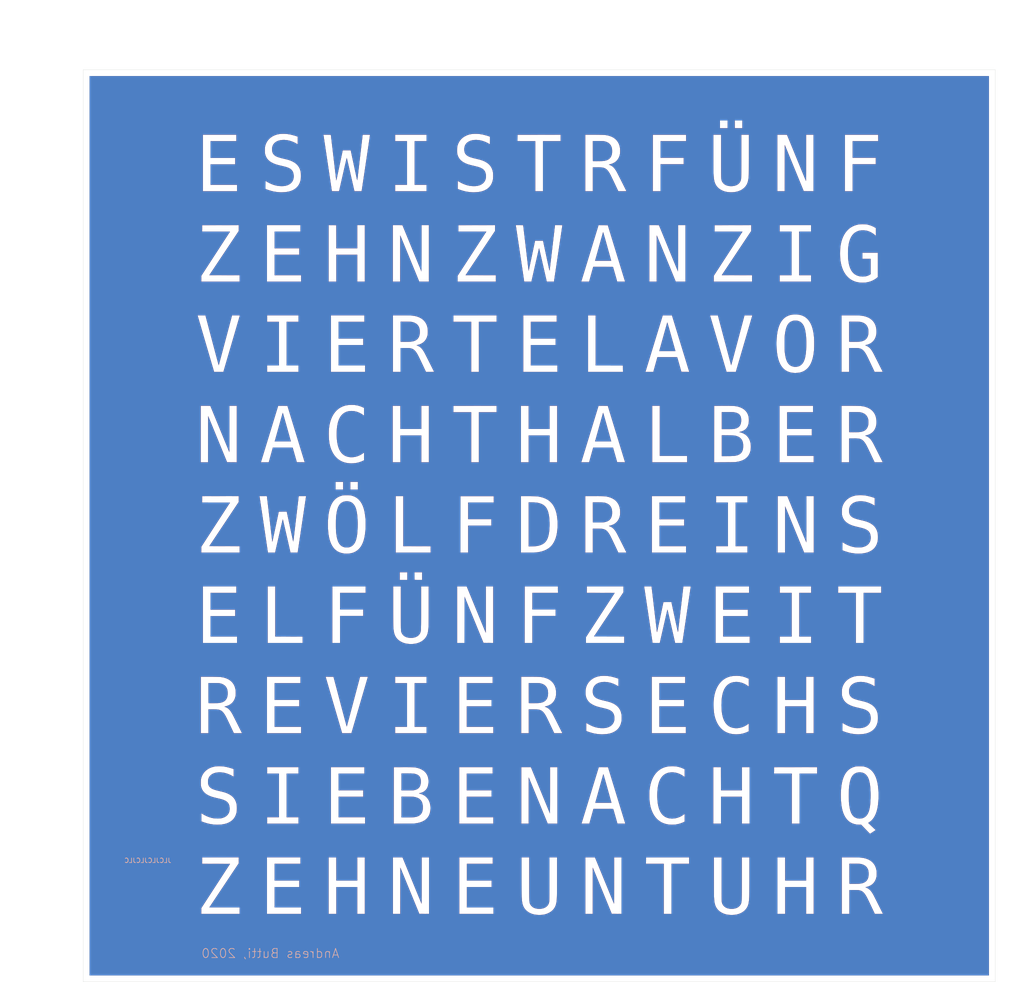
<source format=kicad_pcb>
(kicad_pcb (version 20171130) (host pcbnew 5.1.6-c6e7f7d~87~ubuntu18.04.1)
  (layers (0 F.Cu signal) (31 B.Cu signal) (34 B.Paste user) (35 F.Paste user) (36 B.SilkS user) (37 F.SilkS user) (38 B.Mask user) (39 F.Mask user) (44 Edge.Cuts user))
  (net 0 "")
  (module Graphics:sw-mask-mirror (layer B.Cu) (at 133.223 118.237 180)
    (fp_text reference G4 hide)
    (fp_text value Graphics hide)
  )
  (module Graphics:ws-fcu-mirror (layer B.Cu) (at 138.684 123.952 180)
    (fp_text reference G3 hide)
    (fp_text value Graphics hide)
    (fp_poly (pts (xy -93.6244 -93.7514) (xy 104.267 -93.7514) (xy 104.267 -80.2132) (xy 79.6798 -80.2132) (xy 71.247 -80.2132) (xy 71.247 -78.790988) (xy 77.901816 -78.7781) (xy 74.663308 -73.92038) (xy 71.4248 -69.062661) (xy 71.4248 -67.7672) (xy 65.2272 -67.7672) (xy 65.2272 -80.2132) (xy 57.7088 -80.2132) (xy 51.6636 -80.2132) (xy 49.9618 -80.2132) (xy 49.9618 -74.295) (xy 45.3644 -74.295) (xy 45.3644 -80.2132) (xy 43.688 -80.2132) (xy 43.688 -67.7672) (xy 37.5158 -67.7672) (xy 37.5158 -80.2132) (xy 35.890325 -80.2132) (xy 35.883913 -75.123948) (xy 35.8775 -70.034697) (xy 33.793201 -75.117598) (xy 31.708901 -80.2005) (xy 30.637251 -80.207125) (xy 29.5656 -80.213751) (xy 29.5656 -67.7672) (xy 22.9108 -67.7672) (xy 22.9108 -80.2132) (xy 15.3924 -80.2132) (xy 15.3924 -78.7908) (xy 21.2344 -78.7908) (xy 21.2344 -74.295) (xy 15.7988 -74.295) (xy 15.7988 -72.8726) (xy 21.2344 -72.8726) (xy 21.2344 -69.1896) (xy 15.5448 -69.1896) (xy 15.5448 -67.7672) (xy 9.2202 -67.7672) (xy 9.220059 -71.81215) (xy 9.219873 -72.318588) (xy 9.219362 -72.808487) (xy 9.21854 -73.279159) (xy 9.217423 -73.727917) (xy 9.216026 -74.152074) (xy 9.214363 -74.548942) (xy 9.212451 -74.915834) (xy 9.210304 -75.250063) (xy 9.207938 -75.548941) (xy 9.205367 -75.809781) (xy 9.202607 -76.029895) (xy 9.199673 -76.206597) (xy 9.19658 -76.337199) (xy 9.194169 -76.4032) (xy 9.172136 -76.79367) (xy 9.144416 -77.139349) (xy 9.109906 -77.446037) (xy 9.067502 -77.719534) (xy 9.016101 -77.965642) (xy 8.954598 -78.190161) (xy 8.881889 -78.398892) (xy 8.796871 -78.597636) (xy 8.763362 -78.667206) (xy 8.576831 -78.986866) (xy 8.347767 -79.279081) (xy 8.076643 -79.543444) (xy 7.763932 -79.779548) (xy 7.410107 -79.986986) (xy 7.024887 -80.16169) (xy 6.694067 -80.272283) (xy 6.328225 -80.356983) (xy 5.936565 -80.414896) (xy 5.528287 -80.445131) (xy 5.112592 -80.446794) (xy 4.698684 -80.41899) (xy 4.552488 -80.401676) (xy 4.123903 -80.323722) (xy 3.717701 -80.207507) (xy 3.336993 -80.054915) (xy 2.984893 -79.86783) (xy 2.664511 -79.648136) (xy 2.37896 -79.397717) (xy 2.131352 -79.118458) (xy 1.924799 -78.812243) (xy 1.92345 -78.809915) (xy 1.820812 -78.616561) (xy 1.732387 -78.413672) (xy 1.657027 -78.195845) (xy 1.593585 -77.957679) (xy 1.540915 -77.693773) (xy 1.497869 -77.398725) (xy 1.4633 -77.067133) (xy 1.436061 -76.693596) (xy 1.423091 -76.454) (xy 1.420099 -76.366128) (xy 1.417222 -76.230331) (xy 1.414475 -76.049485) (xy 1.411876 -75.826465) (xy 1.409438 -75.564145) (xy 1.40718 -75.265401) (xy 1.405116 -74.933107) (xy 1.403263 -74.57014) (xy 1.401637 -74.179374) (xy 1.400253 -73.763684) (xy 1.399128 -73.325946) (xy 1.398278 -72.869034) (xy 1.397719 -72.395824) (xy 1.397466 -71.90919) (xy 1.397457 -71.85025) (xy 1.397 -67.7672) (xy -4.826 -67.7672) (xy -4.826 -80.2132) (xy -6.451475 -80.2132) (xy -6.457887 -75.123948) (xy -6.4643 -70.034697) (xy -8.548599 -75.117598) (xy -10.632899 -80.2005) (xy -11.704549 -80.207125) (xy -12.7762 -80.213751) (xy -12.7762 -69.1896) (xy -18.160196 -69.1896) (xy -22.0726 -69.1896) (xy -22.0726 -80.2132) (xy -23.7744 -80.2132) (xy -23.7744 -69.1896) (xy -27.6606 -69.1896) (xy -27.6606 -67.7672) (xy -33.0962 -67.7672) (xy -33.096341 -71.81215) (xy -33.096527 -72.318588) (xy -33.097038 -72.808487) (xy -33.09786 -73.279159) (xy -33.098977 -73.727917) (xy -33.100374 -74.152074) (xy -33.102037 -74.548942) (xy -33.103949 -74.915834) (xy -33.106096 -75.250063) (xy -33.108462 -75.548941) (xy -33.111033 -75.809781) (xy -33.113793 -76.029895) (xy -33.116727 -76.206597) (xy -33.11982 -76.337199) (xy -33.122231 -76.4032) (xy -33.144264 -76.79367) (xy -33.171984 -77.139349) (xy -33.206494 -77.446037) (xy -33.248898 -77.719534) (xy -33.300299 -77.965642) (xy -33.361802 -78.190161) (xy -33.434511 -78.398892) (xy -33.519529 -78.597636) (xy -33.553038 -78.667206) (xy -33.739569 -78.986866) (xy -33.968633 -79.279081) (xy -34.239757 -79.543444) (xy -34.552468 -79.779548) (xy -34.906293 -79.986986) (xy -35.291513 -80.16169) (xy -35.622333 -80.272283) (xy -35.988175 -80.356983) (xy -36.379835 -80.414896) (xy -36.788113 -80.445131) (xy -37.203808 -80.446794) (xy -37.617716 -80.41899) (xy -37.763912 -80.401676) (xy -38.192497 -80.323722) (xy -38.5788 -80.2132) (xy -47.0916 -80.2132) (xy -48.7934 -80.2132) (xy -48.7934 -74.295) (xy -53.3908 -74.295) (xy -53.3908 -80.2132) (xy -55.0672 -80.2132) (xy -61.2394 -80.2132) (xy -62.9158 -80.2132) (xy -62.9158 -74.9554) (xy -63.82385 -74.955549) (xy -64.107129 -74.956332) (xy -64.344521 -74.958683) (xy -64.540917 -74.962759) (xy -64.701209 -74.968718) (xy -64.83029 -74.976716) (xy -64.933051 -74.98691) (xy -64.9732 -74.992437) (xy -65.231748 -75.044282) (xy -65.46435 -75.11925) (xy -65.676158 -75.221287) (xy -65.872328 -75.354345) (xy -66.058015 -75.52237) (xy -66.238373 -75.729312) (xy -66.418559 -75.979121) (xy -66.566176 -76.2127) (xy -66.616289 -76.297424) (xy -66.667958 -76.388152) (xy -66.722905 -76.488359) (xy -66.78285 -76.601524) (xy -66.849517 -76.731121) (xy -66.924625 -76.88063) (xy -67.009897 -77.053525) (xy -67.107054 -77.253284) (xy -67.217818 -77.483384) (xy -67.34391 -77.747302) (xy -67.487052 -78.048514) (xy -67.648965 -78.390497) (xy -67.742097 -78.5876) (xy -67.861049 -78.839418) (xy -67.974983 -79.080473) (xy -68.081799 -79.306331) (xy -68.179394 -79.512556) (xy -68.26567 -79.694713) (xy -68.338525 -79.848367) (xy -68.395859 -79.969082) (xy -68.435572 -80.052425) (xy -68.45487 -80.09255) (xy -68.513922 -80.2132) (xy -69.410561 -80.2132) (xy -69.618272 -80.212851) (xy -69.808971 -80.211862) (xy -69.976934 -80.210312) (xy -70.116438 -80.208283) (xy -70.22176 -80.205857) (xy -70.287175 -80.203115) (xy -70.3072 -80.200434) (xy -70.296034 -80.17415) (xy -70.263835 -80.106428) (xy -70.212549 -80.001139) (xy -70.144121 -79.862151) (xy -70.060499 -79.693333) (xy -69.963627 -79.498553) (xy -69.855453 -79.281681) (xy -69.737923 -79.046586) (xy -69.612982 -78.797135) (xy -69.482577 -78.537199) (xy -69.348655 -78.270645) (xy -69.21316 -78.001343) (xy -69.07804 -77.733161) (xy -68.94524 -77.469968) (xy -68.816707 -77.215633) (xy -68.694387 -76.974025) (xy -68.580226 -76.749012) (xy -68.476171 -76.544464) (xy -68.384167 -76.364249) (xy -68.30616 -76.212237) (xy -68.244097 -76.092294) (xy -68.199924 -76.008292) (xy -68.179817 -75.9714) (xy -67.99896 -75.664192) (xy -67.827257 -75.400546) (xy -67.659267 -75.175364) (xy -67.489549 -74.983546) (xy -67.312664 -74.819997) (xy -67.123171 -74.679618) (xy -66.91563 -74.557311) (xy -66.684601 -74.447979) (xy -66.4591 -74.35902) (xy -66.448933 -74.346647) (xy -66.48079 -74.330789) (xy -66.557852 -74.310246) (xy -66.630008 -74.294573) (xy -67.020338 -74.191164) (xy -67.377635 -74.049662) (xy -67.700972 -73.870987) (xy -67.989425 -73.656054) (xy -68.24207 -73.405782) (xy -68.457982 -73.121089) (xy -68.636235 -72.802892) (xy -68.775905 -72.452109) (xy -68.876067 -72.069657) (xy -68.876976 -72.065129) (xy -68.89808 -71.920212) (xy -68.912691 -71.737547) (xy -68.92083 -71.529769) (xy -68.922521 -71.30951) (xy -68.917786 -71.089403) (xy -68.906646 -70.882082) (xy -68.889125 -70.70018) (xy -68.874384 -70.601885) (xy -68.796299 -70.247053) (xy -68.694871 -69.928014) (xy -68.565743 -69.633443) (xy -68.404559 -69.352016) (xy -68.377943 -69.311136) (xy -68.150168 -69.012299) (xy -67.882383 -68.743482) (xy -67.576405 -68.505883) (xy -67.234056 -68.300701) (xy -66.857157 -68.129133) (xy -66.447526 -67.992376) (xy -66.324787 -67.959879) (xy -66.189726 -67.927319) (xy -66.058094 -67.898592) (xy -65.9259 -67.873462) (xy -65.789151 -67.851698) (xy -65.643855 -67.833064) (xy -65.486021 -67.817329) (xy -65.311656 -67.804258) (xy -65.116767 -67.793618) (xy -64.897364 -67.785175) (xy -64.649453 -67.778696) (xy -64.369043 -67.773948) (xy -64.052141 -67.770697) (xy -63.694756 -67.768709) (xy -63.292895 -67.767752) (xy -63.03645 -67.767576) (xy -61.2394 -67.7672) (xy -61.2394 -80.2132) (xy -55.0672 -80.2132) (xy -55.0672 -67.7672) (xy -53.3908 -67.7672) (xy -53.3908 -72.8726) (xy -48.793644 -72.8726) (xy -48.7807 -67.7799) (xy -47.93615 -67.773207) (xy -47.0916 -67.766515) (xy -47.0916 -80.2132) (xy -38.5788 -80.2132) (xy -38.598699 -80.207507) (xy -38.979407 -80.054915) (xy -39.331507 -79.86783) (xy -39.651889 -79.648136) (xy -39.93744 -79.397717) (xy -40.185048 -79.118458) (xy -40.391601 -78.812243) (xy -40.39295 -78.809915) (xy -40.495588 -78.616561) (xy -40.584013 -78.413672) (xy -40.659373 -78.195845) (xy -40.722815 -77.957679) (xy -40.775485 -77.693773) (xy -40.818531 -77.398725) (xy -40.8531 -77.067133) (xy -40.880339 -76.693596) (xy -40.893309 -76.454) (xy -40.896301 -76.366128) (xy -40.899178 -76.230331) (xy -40.901925 -76.049485) (xy -40.904524 -75.826465) (xy -40.906962 -75.564145) (xy -40.90922 -75.265401) (xy -40.911284 -74.933107) (xy -40.913137 -74.57014) (xy -40.914763 -74.179374) (xy -40.916147 -73.763684) (xy -40.917272 -73.325946) (xy -40.918122 -72.869034) (xy -40.918681 -72.395824) (xy -40.918934 -71.90919) (xy -40.918943 -71.85025) (xy -40.9194 -67.7672) (xy -39.243 -67.7672) (xy -39.242233 -72.07885) (xy -39.242018 -72.69697) (xy -39.24158 -73.266443) (xy -39.240885 -73.789419) (xy -39.2399 -74.268048) (xy -39.238591 -74.704484) (xy -39.236926 -75.100876) (xy -39.234871 -75.459377) (xy -39.232392 -75.782137) (xy -39.229455 -76.071308) (xy -39.226029 -76.329041) (xy -39.222078 -76.557488) (xy -39.21757 -76.758799) (xy -39.212472 -76.935127) (xy -39.206749 -77.088621) (xy -39.200369 -77.221435) (xy -39.193298 -77.335719) (xy -39.185503 -77.433624) (xy -39.17695 -77.517301) (xy -39.167606 -77.588903) (xy -39.157437 -77.650579) (xy -39.155573 -77.6605) (xy -39.079306 -77.926535) (xy -38.957577 -78.17441) (xy -38.79379 -78.399857) (xy -38.591347 -78.598606) (xy -38.35365 -78.76639) (xy -38.2143 -78.841417) (xy -37.942931 -78.949779) (xy -37.645417 -79.02676) (xy -37.330604 -79.072639) (xy -37.007339 -79.087694) (xy -36.684466 -79.072203) (xy -36.370833 -79.026445) (xy -36.075285 -78.950696) (xy -35.806668 -78.845237) (xy -35.650583 -78.760815) (xy -35.423261 -78.595111) (xy -35.227088 -78.398511) (xy -35.067192 -78.177839) (xy -34.948698 -77.93992) (xy -34.888113 -77.745901) (xy -34.877401 -77.697213) (xy -34.867573 -77.645939) (xy -34.85859 -77.589821) (xy -34.850415 -77.526601) (xy -34.84301 -77.454022) (xy -34.836337 -77.369825) (xy -34.830358 -77.271753) (xy -34.825035 -77.157549) (xy -34.820331 -77.024954) (xy -34.816207 -76.87171) (xy -34.812626 -76.695561) (xy -34.80955 -76.494249) (xy -34.806941 -76.265515) (xy -34.804761 -76.007102) (xy -34.802973 -75.716752) (xy -34.801538 -75.392208) (xy -34.800419 -75.031212) (xy -34.799577 -74.631505) (xy -34.798976 -74.190832) (xy -34.798576 -73.706932) (xy -34.798341 -73.17755) (xy -34.798232 -72.600427) (xy -34.798217 -72.38365) (xy -34.798 -67.7672) (xy -33.0962 -67.7672) (xy -27.6606 -67.7672) (xy -27.6606 -67.767066) (xy -18.1737 -67.7799) (xy -18.160196 -69.1896) (xy -12.7762 -69.1896) (xy -12.7762 -67.7672) (xy -11.1506 -67.7672) (xy -11.149827 -72.87895) (xy -11.149641 -73.403709) (xy -11.149248 -73.910977) (xy -11.148661 -74.398567) (xy -11.147887 -74.864295) (xy -11.146937 -75.305974) (xy -11.14582 -75.721418) (xy -11.144547 -76.108442) (xy -11.143127 -76.46486) (xy -11.14157 -76.788486) (xy -11.139886 -77.077135) (xy -11.138085 -77.328621) (xy -11.136175 -77.540758) (xy -11.134168 -77.71136) (xy -11.132072 -77.838242) (xy -11.129899 -77.919218) (xy -11.127656 -77.952102) (xy -11.127111 -77.9526) (xy -11.115497 -77.925755) (xy -11.085516 -77.854077) (xy -11.038062 -77.73974) (xy -10.974029 -77.584917) (xy -10.894312 -77.391782) (xy -10.799804 -77.16251) (xy -10.691399 -76.899273) (xy -10.569991 -76.604245) (xy -10.436475 -76.279601) (xy -10.291744 -75.927514) (xy -10.136693 -75.550158) (xy -9.972215 -75.149707) (xy -9.799205 -74.728334) (xy -9.618556 -74.288214) (xy -9.431162 -73.83152) (xy -9.237918 -73.360426) (xy -9.044711 -72.889282) (xy -8.84656 -72.406084) (xy -8.653355 -71.93508) (xy -8.465992 -71.47845) (xy -8.285367 -71.038373) (xy -8.112377 -70.61703) (xy -7.947918 -70.216599) (xy -7.792887 -69.839261) (xy -7.648179 -69.487196) (xy -7.514691 -69.162582) (xy -7.393319 -68.8676) (xy -7.28496 -68.60443) (xy -7.19051 -68.375252) (xy -7.110866 -68.182244) (xy -7.046923 -68.027587) (xy -6.999578 -67.91346) (xy -6.969728 -67.842043) (xy -6.958333 -67.815632) (xy -6.950064 -67.80372) (xy -6.936117 -67.793938) (xy -6.91183 -67.786075) (xy -6.872542 -67.779924) (xy -6.813591 -67.775275) (xy -6.730318 -67.771918) (xy -6.618061 -67.769645) (xy -6.47216 -67.768246) (xy -6.287952 -67.767512) (xy -6.060778 -67.767235) (xy -5.879206 -67.7672) (xy -4.826 -67.7672) (xy 1.397 -67.7672) (xy 3.0734 -67.7672) (xy 3.074167 -72.07885) (xy 3.074382 -72.69697) (xy 3.07482 -73.266443) (xy 3.075515 -73.789419) (xy 3.0765 -74.268048) (xy 3.077809 -74.704484) (xy 3.079474 -75.100876) (xy 3.081529 -75.459377) (xy 3.084008 -75.782137) (xy 3.086945 -76.071308) (xy 3.090371 -76.329041) (xy 3.094322 -76.557488) (xy 3.09883 -76.758799) (xy 3.103928 -76.935127) (xy 3.109651 -77.088621) (xy 3.116031 -77.221435) (xy 3.123102 -77.335719) (xy 3.130897 -77.433624) (xy 3.13945 -77.517301) (xy 3.148794 -77.588903) (xy 3.158963 -77.650579) (xy 3.160827 -77.6605) (xy 3.237094 -77.926535) (xy 3.358823 -78.17441) (xy 3.52261 -78.399857) (xy 3.725053 -78.598606) (xy 3.96275 -78.76639) (xy 4.1021 -78.841417) (xy 4.373469 -78.949779) (xy 4.670983 -79.02676) (xy 4.985796 -79.072639) (xy 5.309061 -79.087694) (xy 5.631934 -79.072203) (xy 5.945567 -79.026445) (xy 6.241115 -78.950696) (xy 6.509732 -78.845237) (xy 6.665817 -78.760815) (xy 6.893139 -78.595111) (xy 7.089312 -78.398511) (xy 7.249208 -78.177839) (xy 7.367702 -77.93992) (xy 7.428287 -77.745901) (xy 7.438999 -77.697213) (xy 7.448827 -77.645939) (xy 7.45781 -77.589821) (xy 7.465985 -77.526601) (xy 7.47339 -77.454022) (xy 7.480063 -77.369825) (xy 7.486042 -77.271753) (xy 7.491365 -77.157549) (xy 7.496069 -77.024954) (xy 7.500193 -76.87171) (xy 7.503774 -76.695561) (xy 7.50685 -76.494249) (xy 7.509459 -76.265515) (xy 7.511639 -76.007102) (xy 7.513427 -75.716752) (xy 7.514862 -75.392208) (xy 7.515981 -75.031212) (xy 7.516823 -74.631505) (xy 7.517424 -74.190832) (xy 7.517824 -73.706932) (xy 7.518059 -73.17755) (xy 7.518168 -72.600427) (xy 7.518183 -72.38365) (xy 7.5184 -67.7672) (xy 9.2202 -67.7672) (xy 15.5448 -67.7672) (xy 22.9108 -67.7672) (xy 29.5656 -67.7672) (xy 31.1912 -67.7672) (xy 31.191973 -72.87895) (xy 31.192159 -73.403709) (xy 31.192552 -73.910977) (xy 31.193139 -74.398567) (xy 31.193913 -74.864295) (xy 31.194863 -75.305974) (xy 31.19598 -75.721418) (xy 31.197253 -76.108442) (xy 31.198673 -76.46486) (xy 31.20023 -76.788486) (xy 31.201914 -77.077135) (xy 31.203715 -77.328621) (xy 31.205625 -77.540758) (xy 31.207632 -77.71136) (xy 31.209728 -77.838242) (xy 31.211901 -77.919218) (xy 31.214144 -77.952102) (xy 31.214689 -77.9526) (xy 31.226303 -77.925755) (xy 31.256284 -77.854077) (xy 31.303738 -77.73974) (xy 31.367771 -77.584917) (xy 31.447488 -77.391782) (xy 31.541996 -77.16251) (xy 31.650401 -76.899273) (xy 31.771809 -76.604245) (xy 31.905325 -76.279601) (xy 32.050056 -75.927514) (xy 32.205107 -75.550158) (xy 32.369585 -75.149707) (xy 32.542595 -74.728334) (xy 32.723244 -74.288214) (xy 32.910638 -73.83152) (xy 33.103882 -73.360426) (xy 33.297089 -72.889282) (xy 33.49524 -72.406084) (xy 33.688445 -71.93508) (xy 33.875808 -71.47845) (xy 34.056433 -71.038373) (xy 34.229423 -70.61703) (xy 34.393882 -70.216599) (xy 34.548913 -69.839261) (xy 34.693621 -69.487196) (xy 34.827109 -69.162582) (xy 34.948481 -68.8676) (xy 35.05684 -68.60443) (xy 35.15129 -68.375252) (xy 35.230934 -68.182244) (xy 35.294877 -68.027587) (xy 35.342222 -67.91346) (xy 35.372072 -67.842043) (xy 35.383467 -67.815632) (xy 35.391736 -67.80372) (xy 35.405683 -67.793938) (xy 35.42997 -67.786075) (xy 35.469258 -67.779924) (xy 35.528209 -67.775275) (xy 35.611482 -67.771918) (xy 35.723739 -67.769645) (xy 35.86964 -67.768246) (xy 36.053848 -67.767512) (xy 36.281022 -67.767235) (xy 36.462594 -67.7672) (xy 37.5158 -67.7672) (xy 43.688 -67.7672) (xy 45.3644 -67.7672) (xy 45.3644 -72.8726) (xy 49.961556 -72.8726) (xy 49.9745 -67.7799) (xy 50.81905 -67.773207) (xy 51.6636 -67.766515) (xy 51.6636 -80.2132) (xy 57.7088 -80.2132) (xy 57.7088 -78.7908) (xy 63.5508 -78.7908) (xy 63.5508 -74.295) (xy 58.1152 -74.295) (xy 58.1152 -72.8726) (xy 63.5508 -72.8726) (xy 63.5508 -69.1896) (xy 57.8612 -69.1896) (xy 57.8612 -67.7672) (xy 65.2272 -67.7672) (xy 71.4248 -67.7672) (xy 71.4248 -67.767043) (xy 75.45705 -67.773471) (xy 79.4893 -67.7799) (xy 79.502804 -69.189396) (xy 76.431074 -69.195848) (xy 73.359345 -69.2023) (xy 79.678307 -78.9305) (xy 79.679054 -79.57185) (xy 79.6798 -80.2132) (xy 104.267 -80.2132) (xy 104.267 -51.3461) (xy 79.792394 -51.3461) (xy 79.791814 -51.543689) (xy 79.789725 -51.699586) (xy 79.785521 -51.822892) (xy 79.778597 -51.922707) (xy 79.768347 -52.008131) (xy 79.754167 -52.088265) (xy 79.738246 -52.160408) (xy 79.630096 -52.525771) (xy 79.484237 -52.85917) (xy 79.299289 -53.162314) (xy 79.073872 -53.436912) (xy 78.806605 -53.684673) (xy 78.496109 -53.907304) (xy 78.183258 -54.0852) (xy 78.018488 -54.167521) (xy 77.86197 -54.241039) (xy 77.707567 -54.307735) (xy 77.549147 -54.369596) (xy 77.380575 -54.428603) (xy 77.195715 -54.486741) (xy 76.988435 -54.545994) (xy 76.7526 -54.608345) (xy 76.482075 -54.675778) (xy 76.170725 -54.750277) (xy 76.010287 -54.78789) (xy 75.800711 -54.837839) (xy 75.592223 -54.889472) (xy 75.394029 -54.940369) (xy 75.215332 -54.988107) (xy 75.065335 -55.030265) (xy 74.953242 -55.064421) (xy 74.930787 -55.071917) (xy 74.603641 -55.198572) (xy 74.323283 -55.33936) (xy 74.086901 -55.49745) (xy 73.89168 -55.676011) (xy 73.734807 -55.878212) (xy 73.613468 -56.107222) (xy 73.524849 -56.366211) (xy 73.466137 -56.658347) (xy 73.45632 -56.73261) (xy 73.435777 -57.087204) (xy 73.461121 -57.421025) (xy 73.531105 -57.73224) (xy 73.644476 -58.019014) (xy 73.799986 -58.279514) (xy 73.996385 -58.511906) (xy 74.232422 -58.714355) (xy 74.506849 -58.885026) (xy 74.818414 -59.022087) (xy 75.0697 -59.100155) (xy 75.258556 -59.145065) (xy 75.440231 -59.177578) (xy 75.628393 -59.199173) (xy 75.836711 -59.211328) (xy 76.078853 -59.215522) (xy 76.1365 -59.215527) (xy 76.595602 -59.196364) (xy 77.045883 -59.140091) (xy 77.492138 -59.045219) (xy 77.939161 -58.910261) (xy 78.391746 -58.733729) (xy 78.854687 -58.514134) (xy 79.332778 -58.249989) (xy 79.4258 -58.194595) (xy 79.6417 -58.064611) (xy 79.648391 -58.934299) (xy 79.649659 -59.140277) (xy 79.650223 -59.330497) (xy 79.650112 -59.498892) (xy 79.649354 -59.639392) (xy 79.64798 -59.74593) (xy 79.646016 -59.812436) (xy 79.644111 -59.832577) (xy 79.613953 -59.856634) (xy 79.541357 -59.892089) (xy 79.432839 -59.93677) (xy 79.294917 -59.988507) (xy 79.134106 -60.04513) (xy 78.956922 -60.104466) (xy 78.769883 -60.164346) (xy 78.579505 -60.222598) (xy 78.392304 -60.277051) (xy 78.214796 -60.325535) (xy 78.053498 -60.365878) (xy 78.020075 -60.373618) (xy 77.727099 -60.43372) (xy 77.415025 -60.485938) (xy 77.095443 -60.529039) (xy 76.77994 -60.561789) (xy 76.480108 -60.582956) (xy 76.207535 -60.591306) (xy 76.0095 -60.58758) (xy 75.918372 -60.583268) (xy 75.795352 -60.577598) (xy 75.659302 -60.571433) (xy 75.572839 -60.567571) (xy 75.166682 -60.533668) (xy 74.754697 -60.46949) (xy 74.356073 -60.378517) (xy 74.272759 -60.353605) (xy 37.338103 -60.353605) (xy 35.083802 -60.343482) (xy 34.684323 -60.341591) (xy 34.33216 -60.339683) (xy 34.023827 -60.337682) (xy 33.75584 -60.335517) (xy 33.524715 -60.333113) (xy 33.326966 -60.330399) (xy 33.159108 -60.327301) (xy 33.017658 -60.323746) (xy 32.89913 -60.31966) (xy 32.80004 -60.314972) (xy 32.716903 -60.309607) (xy 32.646234 -60.303493) (xy 32.584549 -60.296556) (xy 32.5374 -60.29008) (xy 32.121554 -60.219175) (xy 31.748436 -60.135402) (xy 31.411163 -60.036823) (xy 31.102854 -59.9215) (xy 30.896926 -59.827982) (xy 30.555926 -59.634701) (xy 30.252765 -59.407769) (xy 29.988061 -59.148105) (xy 29.762431 -58.85663) (xy 29.576491 -58.534262) (xy 29.430859 -58.181923) (xy 29.326152 -57.80053) (xy 29.26321 -57.393238) (xy 29.239048 -56.949023) (xy 29.25656 -56.523014) (xy 29.314672 -56.117552) (xy 29.41231 -55.73498) (xy 29.548401 -55.37764) (xy 29.721869 -55.047874) (xy 29.931641 -54.748025) (xy 30.176643 -54.480435) (xy 30.455802 -54.247446) (xy 30.768042 -54.051401) (xy 30.804375 -54.032185) (xy 30.97481 -53.951313) (xy 31.162101 -53.875295) (xy 31.350686 -53.809604) (xy 31.525006 -53.75971) (xy 31.65475 -53.733143) (xy 31.72489 -53.719693) (xy 31.768358 -53.705509) (xy 31.775312 -53.699065) (xy 31.752217 -53.686869) (xy 31.690027 -53.666914) (xy 31.599259 -53.642351) (xy 31.527662 -53.624879) (xy 31.175745 -53.520497) (xy 30.859819 -53.380876) (xy 30.580267 -53.206301) (xy 30.33747 -52.997058) (xy 30.131808 -52.753432) (xy 29.963663 -52.475709) (xy 29.945719 -52.439473) (xy 29.835232 -52.162895) (xy 29.752856 -51.85327) (xy 29.699311 -51.520333) (xy 29.675317 -51.17382) (xy 29.681595 -50.823466) (xy 29.718863 -50.479007) (xy 29.778944 -50.184248) (xy 29.894159 -49.829831) (xy 30.051851 -49.502687) (xy 30.251132 -49.203632) (xy 30.491111 -48.933481) (xy 30.770902 -48.69305) (xy 31.089613 -48.483154) (xy 31.446356 -48.30461) (xy 31.840243 -48.158233) (xy 32.0548 -48.096318) (xy 32.185403 -48.063525) (xy 32.315153 -48.03453) (xy 32.447818 -48.009129) (xy 32.587168 -47.987115) (xy 32.736972 -47.968286) (xy 32.900998 -47.952436) (xy 33.083016 -47.939361) (xy 33.286794 -47.928855) (xy 33.516101 -47.920716) (xy 33.774706 -47.914736) (xy 34.066379 -47.910714) (xy 34.394887 -47.908442) (xy 34.764001 -47.907718) (xy 35.177488 -47.908336) (xy 35.4965 -47.909463) (xy 37.3253 -47.9171) (xy 37.331702 -54.135352) (xy 37.338103 -60.353605) (xy 74.272759 -60.353605) (xy 74.088584 -60.298535) (xy 73.926739 -60.236986) (xy 73.741821 -60.15437) (xy 73.548916 -60.058453) (xy 73.363111 -59.956999) (xy 73.199491 -59.857773) (xy 73.102456 -59.791005) (xy 72.809051 -59.545876) (xy 72.555769 -59.27444) (xy 72.341189 -58.974307) (xy 72.163888 -58.643086) (xy 72.022444 -58.278386) (xy 71.915437 -57.877816) (xy 71.890322 -57.752888) (xy 71.86995 -57.605656) (xy 71.855261 -57.420073) (xy 71.846244 -57.208269) (xy 71.84289 -56.982375) (xy 71.845188 -56.754519) (xy 71.853128 -56.536831) (xy 71.866702 -56.341442) (xy 71.885898 -56.180481) (xy 71.891637 -56.1467) (xy 71.986548 -55.744942) (xy 72.118288 -55.376704) (xy 72.288254 -55.040135) (xy 72.497842 -54.733388) (xy 72.748449 -54.454612) (xy 73.041474 -54.201958) (xy 73.378313 -53.973578) (xy 73.646383 -53.824352) (xy 73.821454 -53.737903) (xy 73.996597 -53.659241) (xy 74.178287 -53.586287) (xy 74.373002 -53.516958) (xy 74.587219 -53.449172) (xy 74.827415 -53.380847) (xy 75.100068 -53.309902) (xy 75.411653 -53.234254) (xy 75.666239 -53.175135) (xy 76.049356 -53.083872) (xy 76.385904 -52.99558) (xy 76.679908 -52.908655) (xy 76.935395 -52.821492) (xy 77.156389 -52.732488) (xy 77.346915 -52.640039) (xy 77.510998 -52.542541) (xy 77.652664 -52.43839) (xy 77.761862 -52.340079) (xy 77.907629 -52.175783) (xy 78.020274 -52.000567) (xy 78.103014 -51.806167) (xy 78.159066 -51.584319) (xy 78.191647 -51.326761) (xy 78.198513 -51.218424) (xy 78.192626 -50.888013) (xy 78.142258 -50.580945) (xy 78.048643 -50.298413) (xy 77.913016 -50.041606) (xy 77.736609 -49.811717) (xy 77.520659 -49.609936) (xy 77.266398 -49.437455) (xy 76.975061 -49.295464) (xy 76.647882 -49.185155) (xy 76.286095 -49.107718) (xy 75.972611 -49.07024) (xy 75.51853 -49.057975) (xy 75.053664 -49.093383) (xy 74.581819 -49.175477) (xy 74.106801 -49.303269) (xy 73.632419 -49.475775) (xy 73.16248 -49.692006) (xy 72.7964 -49.893374) (xy 72.5551 -50.036063) (xy 72.548402 -49.194196) (xy 72.546902 -48.953589) (xy 72.546705 -48.759478) (xy 72.547939 -48.60757) (xy 72.55073 -48.493573) (xy 72.555204 -48.413197) (xy 72.561488 -48.36215) (xy 72.569708 -48.33614) (xy 72.573802 -48.331628) (xy 72.632906 -48.303084) (xy 72.734044 -48.264816) (xy 72.869852 -48.218933) (xy 73.032961 -48.167546) (xy 73.216004 -48.112763) (xy 73.411616 -48.056695) (xy 73.612428 -48.001451) (xy 73.811075 -47.949142) (xy 73.990093 -47.9044) (xy 65.2018 -47.9044) (xy 65.2018 -49.3268) (xy 62.5856 -49.3268) (xy 62.5856 -58.928) (xy 65.2018 -58.928) (xy 65.2018 -60.3504) (xy 58.293 -60.3504) (xy 58.293 -58.928) (xy 60.9092 -58.928) (xy 60.9092 -49.3268) (xy 58.293 -49.3268) (xy 58.293 -47.9044) (xy 51.1556 -47.9044) (xy 51.1556 -60.3504) (xy 43.6372 -60.3504) (xy 43.6372 -58.928) (xy 49.4792 -58.928) (xy 49.4792 -54.4322) (xy 44.0436 -54.4322) (xy 44.0436 -53.0098) (xy 49.4792 -53.0098) (xy 49.4792 -49.3268) (xy 43.7896 -49.3268) (xy 43.7896 -47.9044) (xy 22.9362 -47.9044) (xy 22.9362 -60.3504) (xy 15.4178 -60.3504) (xy 15.4178 -58.928) (xy 21.2598 -58.928) (xy 21.2598 -54.4322) (xy 15.8242 -54.4322) (xy 15.8242 -53.0098) (xy 21.2598 -53.0098) (xy 21.2598 -49.3268) (xy 15.5702 -49.3268) (xy 15.5702 -47.9044) (xy 9.271 -47.9044) (xy 9.271 -60.3504) (xy 7.645525 -60.3504) (xy 7.639113 -55.261148) (xy 7.6327 -50.171897) (xy 5.548401 -55.254798) (xy 3.464101 -60.3377) (xy 2.392451 -60.344325) (xy 1.3208 -60.350951) (xy 1.3208 -60.3504) (xy -3.965042 -60.3504) (xy -5.706617 -60.3504) (xy -6.120956 -58.85815) (xy -6.195946 -58.588124) (xy -6.267811 -58.329445) (xy -6.335242 -58.086823) (xy -6.396928 -57.864969) (xy -6.451558 -57.668595) (xy -6.497822 -57.502412) (xy -6.534409 -57.37113) (xy -6.560009 -57.279461) (xy -6.573187 -57.23255) (xy -6.611078 -57.0992) (xy -8.780036 -57.0992) (xy -9.162601 -57.099245) (xy -9.497548 -57.099424) (xy -9.788059 -57.099801) (xy -10.037315 -57.100441) (xy -10.248498 -57.10141) (xy -10.424791 -57.10277) (xy -10.569374 -57.104588) (xy -10.685429 -57.106927) (xy -10.776139 -57.109853) (xy -10.844685 -57.11343) (xy -10.894249 -57.117723) (xy -10.928013 -57.122797) (xy -10.949158 -57.128716) (xy -10.960867 -57.135544) (xy -10.96632 -57.143348) (xy -10.966441 -57.14365) (xy -10.976243 -57.175276) (xy -10.998647 -57.251556) (xy -11.032443 -57.368259) (xy -11.076418 -57.521152) (xy -11.129362 -57.706004) (xy -11.190063 -57.918582) (xy -11.25731 -58.154656) (xy -11.32989 -58.409993) (xy -11.406594 -58.680361) (xy -11.429981 -58.7629) (xy -11.876074 -60.3377) (xy -12.745805 -60.344384) (xy -13.615535 -60.351068) (xy -13.600938 -60.293584) (xy -13.592302 -60.26451) (xy -13.569422 -60.188931) (xy -13.532929 -60.068914) (xy -13.483455 -59.906525) (xy -13.421632 -59.703832) (xy -13.348093 -59.462901) (xy -13.263468 -59.185801) (xy -13.16839 -58.874599) (xy -13.063491 -58.53136) (xy -12.949403 -58.158154) (xy -12.826757 -57.757046) (xy -12.696185 -57.330105) (xy -12.55832 -56.879397) (xy -12.413793 -56.406989) (xy -12.263236 -55.914949) (xy -12.107281 -55.405343) (xy -11.94656 -54.88024) (xy -11.781705 -54.341706) (xy -11.700542 -54.0766) (xy -11.646897 -53.901381) (xy -18.90085 -53.901381) (xy -18.902274 -54.235486) (xy -18.904494 -54.390228) (xy -18.921616 -54.916912) (xy -18.955252 -55.40218) (xy -19.006591 -55.853049) (xy -19.076825 -56.276537) (xy -19.167144 -56.679662) (xy -19.27874 -57.069442) (xy -19.412802 -57.452894) (xy -19.433092 -57.5056) (xy -19.645024 -57.989747) (xy -19.888086 -58.433899) (xy -20.161589 -58.837657) (xy -20.464841 -59.200624) (xy -20.797153 -59.522403) (xy -21.157835 -59.802596) (xy -21.546196 -60.040807) (xy -21.961546 -60.236638) (xy -22.403194 -60.389691) (xy -22.870451 -60.49957) (xy -23.362626 -60.565876) (xy -23.879028 -60.588214) (xy -24.418969 -60.566185) (xy -24.7015 -60.537939) (xy -25.196642 -60.453858) (xy -25.579034 -60.3504) (xy -32.9692 -60.3504) (xy -34.671 -60.3504) (xy -34.671 -54.4322) (xy -39.2684 -54.4322) (xy -39.2684 -60.3504) (xy -40.9448 -60.3504) (xy -40.9448 -49.3268) (xy -46.328796 -49.3268) (xy -50.2412 -49.3268) (xy -50.2412 -60.3504) (xy -51.943 -60.3504) (xy -51.943 -54.370926) (xy -61.022343 -54.370926) (xy -61.033975 -54.766677) (xy -61.069038 -55.384752) (xy -61.121053 -55.957494) (xy -61.190714 -56.487699) (xy -61.278714 -56.978161) (xy -61.385749 -57.431677) (xy -61.512512 -57.851041) (xy -61.659696 -58.239048) (xy -61.827997 -58.598495) (xy -62.018109 -58.932177) (xy -62.099423 -59.057585) (xy -62.355251 -59.397192) (xy -62.63762 -59.693766) (xy -62.946802 -59.947443) (xy -63.283064 -60.15836) (xy -63.646679 -60.326654) (xy -64.037916 -60.452461) (xy -64.457045 -60.535918) (xy -64.904337 -60.577161) (xy -65.114383 -60.581984) (xy -65.506236 -60.583062) (xy -66.473762 -61.584331) (xy -66.655335 -61.771935) (xy -66.826393 -61.948094) (xy -66.983682 -62.109497) (xy -67.123949 -62.252831) (xy -67.243937 -62.374785) (xy -67.340393 -62.472047) (xy -67.410062 -62.541303) (xy -67.44969 -62.579244) (xy -67.457677 -62.5856) (xy -67.482196 -62.572054) (xy -67.543519 -62.533754) (xy -67.636236 -62.474208) (xy -67.754936 -62.396923) (xy -67.89421 -62.305407) (xy -68.048648 -62.203166) (xy -68.09176 -62.174501) (xy -68.709455 -61.763402) (xy -68.625677 -61.683397) (xy -68.589029 -61.648502) (xy -68.520026 -61.582899) (xy -68.423157 -61.490852) (xy -68.302911 -61.376626) (xy -68.163779 -61.244486) (xy -68.010248 -61.098696) (xy -67.84681 -60.94352) (xy -67.79895 -60.898084) (xy -67.637474 -60.744618) (xy -67.488084 -60.602305) (xy -67.354669 -60.474876) (xy -67.24112 -60.366062) (xy -67.151325 -60.279593) (xy -67.089174 -60.219198) (xy -67.058557 -60.188608) (xy -67.056 -60.185583) (xy -67.0762 -60.170252) (xy -67.12991 -60.135831) (xy -67.206791 -60.088883) (xy -67.232726 -60.073398) (xy -67.547084 -59.857243) (xy -67.837468 -59.596938) (xy -68.103389 -59.293378) (xy -68.34436 -58.947457) (xy -68.559891 -58.560071) (xy -68.749496 -58.132114) (xy -68.912685 -57.664481) (xy -69.048971 -57.158066) (xy -69.157866 -56.613765) (xy -69.17402 -56.515) (xy -69.243855 -55.992845) (xy -69.294806 -55.43432) (xy -69.326746 -54.850262) (xy -69.339546 -54.251511) (xy -69.333078 -53.648907) (xy -69.307214 -53.053288) (xy -69.261825 -52.475496) (xy -69.225695 -52.1462) (xy -69.168914 -51.758569) (xy -69.093638 -51.364317) (xy -69.002867 -50.975439) (xy -68.899603 -50.603933) (xy -68.786845 -50.261795) (xy -68.695186 -50.0253) (xy -68.498174 -49.610425) (xy -68.271124 -49.233592) (xy -68.015213 -48.895963) (xy -67.731617 -48.598699) (xy -67.421513 -48.342965) (xy -67.086077 -48.129922) (xy -66.726486 -47.960733) (xy -66.536942 -47.892603) (xy -66.365868 -47.839374) (xy -66.212576 -47.797725) (xy -66.066743 -47.766295) (xy -65.91805 -47.743721) (xy -65.756175 -47.728641) (xy -65.570799 -47.719693) (xy -65.3516 -47.715516) (xy -65.1891 -47.714717) (xy -64.948271 -47.715648) (xy -64.748179 -47.719971) (xy -64.578801 -47.728954) (xy -64.430118 -47.743867) (xy -64.292109 -47.76598) (xy -64.154755 -47.796563) (xy -64.008034 -47.836884) (xy -63.856521 -47.883558) (xy -63.47628 -48.030388) (xy -63.122987 -48.220147) (xy -62.796864 -48.452563) (xy -62.498134 -48.727361) (xy -62.227019 -49.044271) (xy -61.983741 -49.403018) (xy -61.768524 -49.80333) (xy -61.581588 -50.244935) (xy -61.423157 -50.727559) (xy -61.366284 -50.938044) (xy -61.255036 -51.437168) (xy -61.164492 -51.975481) (xy -61.095301 -52.545498) (xy -61.048112 -53.139735) (xy -61.023577 -53.750706) (xy -61.022343 -54.370926) (xy -51.943 -54.370926) (xy -51.943 -49.3268) (xy -55.8292 -49.3268) (xy -55.8292 -47.904266) (xy -46.3423 -47.9171) (xy -46.328796 -49.3268) (xy -40.9448 -49.3268) (xy -40.9448 -47.9044) (xy -39.2684 -47.9044) (xy -39.2684 -53.0098) (xy -34.671244 -53.0098) (xy -34.6583 -47.9171) (xy -33.81375 -47.910407) (xy -32.9692 -47.903715) (xy -32.9692 -60.3504) (xy -25.579034 -60.3504) (xy -25.690169 -60.320332) (xy -26.177722 -60.138639) (xy -26.39695 -60.040112) (xy -26.67 -59.910654) (xy -26.67 -58.184889) (xy -26.58745 -58.251896) (xy -26.466502 -58.343138) (xy -26.314366 -58.447583) (xy -26.145497 -58.55613) (xy -25.974348 -58.659676) (xy -25.815373 -58.74912) (xy -25.720778 -58.797641) (xy -25.329016 -58.964809) (xy -24.93133 -59.090691) (xy -24.532014 -59.175374) (xy -24.135364 -59.218941) (xy -23.745677 -59.221479) (xy -23.367249 -59.183072) (xy -23.004375 -59.103806) (xy -22.661352 -58.983765) (xy -22.342475 -58.823036) (xy -22.193822 -58.727708) (xy -21.918295 -58.506071) (xy -21.669844 -58.24152) (xy -21.448465 -57.934045) (xy -21.254156 -57.583637) (xy -21.086915 -57.190288) (xy -20.946736 -56.753989) (xy -20.833619 -56.27473) (xy -20.747559 -55.752503) (xy -20.688554 -55.187299) (xy -20.656601 -54.579108) (xy -20.650323 -54.1401) (xy -20.66328 -53.509125) (xy -20.702259 -52.921478) (xy -20.767421 -52.376761) (xy -20.858925 -51.874575) (xy -20.976933 -51.414524) (xy -21.121604 -50.99621) (xy -21.293099 -50.619235) (xy -21.491579 -50.283202) (xy -21.717204 -49.987714) (xy -21.970135 -49.732373) (xy -22.250532 -49.516781) (xy -22.558555 -49.340542) (xy -22.594994 -49.323136) (xy -22.874014 -49.214483) (xy -23.184885 -49.132506) (xy -23.515064 -49.079186) (xy -23.852008 -49.056503) (xy -24.183175 -49.066437) (xy -24.207333 -49.068544) (xy -24.640701 -49.128674) (xy -25.056893 -49.22932) (xy -25.460896 -49.372497) (xy -25.857696 -49.560225) (xy -26.252279 -49.794519) (xy -26.591767 -50.033379) (xy -26.67 -50.092259) (xy -26.67 -48.369545) (xy -26.39695 -48.240987) (xy -25.964599 -48.055725) (xy -25.53846 -47.911696) (xy -25.108312 -47.806663) (xy -24.66394 -47.738386) (xy -24.195125 -47.704627) (xy -23.927469 -47.699962) (xy -23.431884 -47.717013) (xy -22.969873 -47.769117) (xy -22.537197 -47.857407) (xy -22.129614 -47.983016) (xy -21.742882 -48.147079) (xy -21.372759 -48.350728) (xy -21.2852 -48.406094) (xy -20.914292 -48.676777) (xy -20.572249 -48.988461) (xy -20.259779 -49.339866) (xy -19.977587 -49.729711) (xy -19.72638 -50.156717) (xy -19.506865 -50.619601) (xy -19.319749 -51.117085) (xy -19.165739 -51.647886) (xy -19.04554 -52.210726) (xy -18.989666 -52.5653) (xy -18.957518 -52.822084) (xy -18.93304 -53.073836) (xy -18.915755 -53.330804) (xy -18.905185 -53.603237) (xy -18.90085 -53.901381) (xy -11.646897 -53.901381) (xy -9.814744 -47.9171) (xy -8.795633 -47.910463) (xy -7.776522 -47.903827) (xy -7.699794 -48.151763) (xy -7.685458 -48.198373) (xy -7.656942 -48.291358) (xy -7.61492 -48.428515) (xy -7.560066 -48.60764) (xy -7.493055 -48.826529) (xy -7.414561 -49.082978) (xy -7.325258 -49.374783) (xy -7.225821 -49.69974) (xy -7.116923 -50.055646) (xy -6.99924 -50.440296) (xy -6.873445 -50.851487) (xy -6.740213 -51.287014) (xy -6.600219 -51.744674) (xy -6.454135 -52.222263) (xy -6.302638 -52.717577) (xy -6.1464 -53.228412) (xy -5.986097 -53.752564) (xy -5.822402 -54.287828) (xy -5.81709 -54.3052) (xy -5.654061 -54.838278) (xy -5.494801 -55.358991) (xy -5.339957 -55.865218) (xy -5.19018 -56.354841) (xy -5.046116 -56.825742) (xy -4.908415 -57.275803) (xy -4.777726 -57.702903) (xy -4.654695 -58.104925) (xy -4.539973 -58.479751) (xy -4.434207 -58.82526) (xy -4.338047 -59.139336) (xy -4.25214 -59.419859) (xy -4.177135 -59.664711) (xy -4.11368 -59.871773) (xy -4.062425 -60.038926) (xy -4.024017 -60.164052) (xy -3.999105 -60.245032) (xy -3.988338 -60.279748) (xy -3.988078 -60.28055) (xy -3.965042 -60.3504) (xy 1.3208 -60.3504) (xy 1.3208 -47.9044) (xy 2.9464 -47.9044) (xy 2.947173 -53.01615) (xy 2.947359 -53.540909) (xy 2.947752 -54.048177) (xy 2.948339 -54.535767) (xy 2.949113 -55.001495) (xy 2.950063 -55.443174) (xy 2.95118 -55.858618) (xy 2.952453 -56.245642) (xy 2.953873 -56.60206) (xy 2.95543 -56.925686) (xy 2.957114 -57.214335) (xy 2.958915 -57.465821) (xy 2.960825 -57.677958) (xy 2.962832 -57.84856) (xy 2.964928 -57.975442) (xy 2.967101 -58.056418) (xy 2.969344 -58.089302) (xy 2.969889 -58.0898) (xy 2.981503 -58.062955) (xy 3.011484 -57.991277) (xy 3.058938 -57.87694) (xy 3.122971 -57.722117) (xy 3.202688 -57.528982) (xy 3.297196 -57.29971) (xy 3.405601 -57.036473) (xy 3.527009 -56.741445) (xy 3.660525 -56.416801) (xy 3.805256 -56.064714) (xy 3.960307 -55.687358) (xy 4.124785 -55.286907) (xy 4.297795 -54.865534) (xy 4.478444 -54.425414) (xy 4.665838 -53.96872) (xy 4.859082 -53.497626) (xy 5.052289 -53.026482) (xy 5.25044 -52.543284) (xy 5.443645 -52.07228) (xy 5.631008 -51.61565) (xy 5.811633 -51.175573) (xy 5.984623 -50.75423) (xy 6.149082 -50.353799) (xy 6.304113 -49.976461) (xy 6.448821 -49.624396) (xy 6.582309 -49.299782) (xy 6.703681 -49.0048) (xy 6.81204 -48.74163) (xy 6.90649 -48.512452) (xy 6.986134 -48.319444) (xy 7.050077 -48.164787) (xy 7.097422 -48.05066) (xy 7.127272 -47.979243) (xy 7.138667 -47.952832) (xy 7.146936 -47.94092) (xy 7.160883 -47.931138) (xy 7.18517 -47.923275) (xy 7.224458 -47.917124) (xy 7.283409 -47.912475) (xy 7.366682 -47.909118) (xy 7.478939 -47.906845) (xy 7.62484 -47.905446) (xy 7.809048 -47.904712) (xy 8.036222 -47.904435) (xy 8.217794 -47.9044) (xy 9.271 -47.9044) (xy 15.5702 -47.9044) (xy 22.9362 -47.9044) (xy 43.7896 -47.9044) (xy 51.1556 -47.9044) (xy 58.293 -47.9044) (xy 65.2018 -47.9044) (xy 73.990093 -47.9044) (xy 74.000188 -47.901877) (xy 74.172402 -47.861767) (xy 74.32035 -47.83092) (xy 74.325618 -47.829916) (xy 74.768601 -47.760035) (xy 75.216419 -47.716396) (xy 75.660191 -47.698964) (xy 76.091038 -47.707708) (xy 76.500083 -47.742594) (xy 76.878445 -47.803589) (xy 77.0382 -47.840017) (xy 77.460535 -47.969424) (xy 77.855665 -48.137073) (xy 78.221175 -48.340873) (xy 78.554652 -48.578734) (xy 78.853683 -48.848565) (xy 79.115854 -49.148278) (xy 79.33875 -49.475781) (xy 79.51996 -49.828983) (xy 79.614013 -50.070672) (xy 79.670071 -50.242164) (xy 79.713388 -50.397082) (xy 79.745493 -50.546357) (xy 79.767914 -50.700918) (xy 79.782179 -50.871695) (xy 79.789817 -51.069617) (xy 79.792358 -51.305615) (xy 79.792394 -51.3461) (xy 104.267 -51.3461) (xy 104.267 -40.4622) (xy 79.7814 -40.4622) (xy 78.105 -40.4622) (xy 78.105 -35.2044) (xy 77.19695 -35.204549) (xy 76.913671 -35.205332) (xy 76.676279 -35.207683) (xy 76.479883 -35.211759) (xy 76.319591 -35.217718) (xy 76.19051 -35.225716) (xy 76.087749 -35.23591) (xy 76.0476 -35.241437) (xy 75.789052 -35.293282) (xy 75.55645 -35.36825) (xy 75.344642 -35.470287) (xy 75.148472 -35.603345) (xy 74.962785 -35.77137) (xy 74.782427 -35.978312) (xy 74.602241 -36.228121) (xy 74.454624 -36.4617) (xy 74.404511 -36.546424) (xy 74.352842 -36.637152) (xy 74.297895 -36.737359) (xy 74.23795 -36.850524) (xy 74.171283 -36.980121) (xy 74.096175 -37.12963) (xy 74.010903 -37.302525) (xy 73.913746 -37.502284) (xy 73.802982 -37.732384) (xy 73.67689 -37.996302) (xy 73.533748 -38.297514) (xy 73.371835 -38.639497) (xy 73.278703 -38.8366) (xy 73.159751 -39.088418) (xy 73.045817 -39.329473) (xy 72.939001 -39.555331) (xy 72.841406 -39.761556) (xy 72.75513 -39.943713) (xy 72.682275 -40.097367) (xy 72.624941 -40.218082) (xy 72.585228 -40.301425) (xy 72.56593 -40.34155) (xy 72.506878 -40.4622) (xy 71.610239 -40.4622) (xy 71.402528 -40.461851) (xy 71.211829 -40.460862) (xy 71.043866 -40.459312) (xy 70.904362 -40.457283) (xy 70.79904 -40.454857) (xy 70.733625 -40.452115) (xy 70.7136 -40.449434) (xy 70.724766 -40.42315) (xy 70.756965 -40.355428) (xy 70.808251 -40.250139) (xy 70.876679 -40.111151) (xy 70.960301 -39.942333) (xy 71.057173 -39.747553) (xy 71.165347 -39.530681) (xy 71.282877 -39.295586) (xy 71.407818 -39.046135) (xy 71.538223 -38.786199) (xy 71.672145 -38.519645) (xy 71.80764 -38.250343) (xy 71.94276 -37.982161) (xy 72.07556 -37.718968) (xy 72.204093 -37.464633) (xy 72.326413 -37.223025) (xy 72.440574 -36.998012) (xy 72.544629 -36.793464) (xy 72.636633 -36.613249) (xy 72.71464 -36.461237) (xy 72.776703 -36.341294) (xy 72.820876 -36.257292) (xy 72.840983 -36.2204) (xy 73.02184 -35.913192) (xy 73.193543 -35.649546) (xy 73.361533 -35.424364) (xy 73.531251 -35.232546) (xy 73.708136 -35.068997) (xy 73.897629 -34.928618) (xy 74.10517 -34.806311) (xy 74.336199 -34.696979) (xy 74.5617 -34.60802) (xy 74.571867 -34.595647) (xy 74.54001 -34.579789) (xy 74.462948 -34.559246) (xy 74.390792 -34.543573) (xy 74.000462 -34.440164) (xy 73.643165 -34.298662) (xy 73.319828 -34.119987) (xy 73.031375 -33.905054) (xy 72.77873 -33.654782) (xy 72.562818 -33.370089) (xy 72.384565 -33.051892) (xy 72.244895 -32.701109) (xy 72.144733 -32.318657) (xy 72.143824 -32.314129) (xy 72.12272 -32.169212) (xy 72.108109 -31.986547) (xy 72.09997 -31.778769) (xy 72.098279 -31.55851) (xy 72.103014 -31.338403) (xy 72.114154 -31.131082) (xy 72.131675 -30.94918) (xy 72.146416 -30.850885) (xy 72.224501 -30.496053) (xy 72.325929 -30.177014) (xy 72.455057 -29.882443) (xy 72.616241 -29.601016) (xy 72.642857 -29.560136) (xy 72.870632 -29.261299) (xy 73.138417 -28.992482) (xy 73.444395 -28.754883) (xy 73.786744 -28.549701) (xy 74.163643 -28.378133) (xy 74.573274 -28.241376) (xy 74.696013 -28.208879) (xy 74.831074 -28.176319) (xy 74.962706 -28.147592) (xy 75.0949 -28.122462) (xy 75.231649 -28.100698) (xy 75.376945 -28.082064) (xy 75.534779 -28.066329) (xy 75.709144 -28.053258) (xy 75.904033 -28.042618) (xy 76.123436 -28.034175) (xy 76.371347 -28.027696) (xy 76.651757 -28.022948) (xy 76.968659 -28.019697) (xy 77.326044 -28.017709) (xy 77.727905 -28.016752) (xy 77.98435 -28.016576) (xy 79.7814 -28.0162) (xy 65.2272 -28.0162) (xy 65.2272 -40.4622) (xy 57.7088 -40.4622) (xy 57.7088 -39.0398) (xy 63.5508 -39.0398) (xy 63.5508 -34.544) (xy 58.1152 -34.544) (xy 58.1152 -33.1216) (xy 63.5508 -33.1216) (xy 63.5508 -29.4386) (xy 57.8612 -29.4386) (xy 57.8612 -28.0162) (xy 65.2272 -28.0162) (xy 79.7814 -28.0162) (xy 79.7814 -40.4622) (xy 104.267 -40.4622) (xy 104.267 -28.015526) (xy 52.329677 -28.015526) (xy 52.314154 -28.077373) (xy 52.305579 -28.107541) (xy 52.283466 -28.183929) (xy 52.248556 -28.304009) (xy 52.201588 -28.465249) (xy 52.143305 -28.66512) (xy 52.074445 -28.90109) (xy 51.995749 -29.170628) (xy 51.907958 -29.471205) (xy 51.811812 -29.80029) (xy 51.708052 -30.155352) (xy 51.597418 -30.533861) (xy 51.480651 -30.933286) (xy 51.35849 -31.351097) (xy 51.231677 -31.784763) (xy 51.100951 -32.231754) (xy 50.967054 -32.689538) (xy 50.830726 -33.155587) (xy 50.692706 -33.627368) (xy 50.553736 -34.102351) (xy 50.414556 -34.578007) (xy 50.275907 -35.051804) (xy 50.138528 -35.521212) (xy 50.00316 -35.9837) (xy 49.870545 -36.436737) (xy 49.741421 -36.877794) (xy 49.61653 -37.30434) (xy 49.496612 -37.713844) (xy 49.382407 -38.103776) (xy 49.274656 -38.471604) (xy 49.1741 -38.814799) (xy 49.081478 -39.13083) (xy 48.997531 -39.417167) (xy 48.923 -39.671278) (xy 48.858625 -39.890634) (xy 48.805147 -40.072704) (xy 48.763305 -40.214957) (xy 48.733841 -40.314863) (xy 48.717495 -40.369891) (xy 48.714516 -40.37965) (xy 48.687861 -40.4622) (xy 47.667481 -40.461787) (xy 46.6471 -40.461375) (xy 44.847418 -34.30694) (xy 44.68801 -33.761715) (xy 44.532282 -33.228896) (xy 44.380841 -32.710565) (xy 44.234294 -32.208807) (xy 44.093249 -31.725707) (xy 43.958313 -31.263349) (xy 43.830092 -30.823818) (xy 43.709195 -30.409198) (xy 43.596227 -30.021574) (xy 43.491798 -29.663029) (xy 43.396513 -29.335649) (xy 43.310981 -29.041519) (xy 43.235807 -28.782721) (xy 43.171601 -28.561342) (xy 43.118968 -28.379465) (xy 43.078516 -28.239174) (xy 43.050852 -28.142555) (xy 43.036583 -28.091692) (xy 43.034707 -28.084352) (xy 43.021678 -28.0162) (xy 37.0332 -28.0162) (xy 37.0332 -29.4386) (xy 34.417 -29.4386) (xy 34.417 -39.0398) (xy 37.0332 -39.0398) (xy 37.0332 -40.4622) (xy 30.1244 -40.4622) (xy 30.1244 -39.0398) (xy 32.7406 -39.0398) (xy 32.7406 -29.4386) (xy 30.1244 -29.4386) (xy 30.1244 -28.0162) (xy 22.9362 -28.0162) (xy 22.9362 -40.4622) (xy 15.4178 -40.4622) (xy 9.2964 -40.4622) (xy 7.62 -40.4622) (xy 7.62 -35.2044) (xy 6.71195 -35.204549) (xy 6.428671 -35.205332) (xy 6.191279 -35.207683) (xy 5.994883 -35.211759) (xy 5.834591 -35.217718) (xy 5.70551 -35.225716) (xy 5.602749 -35.23591) (xy 5.5626 -35.241437) (xy 5.304052 -35.293282) (xy 5.07145 -35.36825) (xy 4.859642 -35.470287) (xy 4.663472 -35.603345) (xy 4.477785 -35.77137) (xy 4.297427 -35.978312) (xy 4.117241 -36.228121) (xy 3.969624 -36.4617) (xy 3.919511 -36.546424) (xy 3.867842 -36.637152) (xy 3.812895 -36.737359) (xy 3.75295 -36.850524) (xy 3.686283 -36.980121) (xy 3.611175 -37.12963) (xy 3.525903 -37.302525) (xy 3.428746 -37.502284) (xy 3.317982 -37.732384) (xy 3.19189 -37.996302) (xy 3.048748 -38.297514) (xy 2.886835 -38.639497) (xy 2.793703 -38.8366) (xy 2.674751 -39.088418) (xy 2.560817 -39.329473) (xy 2.454001 -39.555331) (xy 2.356406 -39.761556) (xy 2.27013 -39.943713) (xy 2.197275 -40.097367) (xy 2.139941 -40.218082) (xy 2.100228 -40.301425) (xy 2.08093 -40.34155) (xy 2.021878 -40.4622) (xy 1.125239 -40.4622) (xy 0.917528 -40.461851) (xy 0.726829 -40.460862) (xy 0.558866 -40.459312) (xy 0.419362 -40.457283) (xy 0.31404 -40.454857) (xy 0.248625 -40.452115) (xy 0.2286 -40.449434) (xy 0.239766 -40.42315) (xy 0.271965 -40.355428) (xy 0.323251 -40.250139) (xy 0.391679 -40.111151) (xy 0.475301 -39.942333) (xy 0.572173 -39.747553) (xy 0.680347 -39.530681) (xy 0.797877 -39.295586) (xy 0.922818 -39.046135) (xy 1.053223 -38.786199) (xy 1.187145 -38.519645) (xy 1.32264 -38.250343) (xy 1.45776 -37.982161) (xy 1.59056 -37.718968) (xy 1.719093 -37.464633) (xy 1.841413 -37.223025) (xy 1.955574 -36.998012) (xy 2.059629 -36.793464) (xy 2.151633 -36.613249) (xy 2.22964 -36.461237) (xy 2.291703 -36.341294) (xy 2.335876 -36.257292) (xy 2.355983 -36.2204) (xy 2.53684 -35.913192) (xy 2.708543 -35.649546) (xy 2.876533 -35.424364) (xy 3.046251 -35.232546) (xy 3.223136 -35.068997) (xy 3.412629 -34.928618) (xy 3.62017 -34.806311) (xy 3.851199 -34.696979) (xy 4.0767 -34.60802) (xy 4.086867 -34.595647) (xy 4.05501 -34.579789) (xy 3.977948 -34.559246) (xy 3.905792 -34.543573) (xy 3.515462 -34.440164) (xy 3.158165 -34.298662) (xy 2.834828 -34.119987) (xy 2.546375 -33.905054) (xy 2.29373 -33.654782) (xy 2.077818 -33.370089) (xy 1.899565 -33.051892) (xy 1.759895 -32.701109) (xy 1.659733 -32.318657) (xy 1.658824 -32.314129) (xy 1.63772 -32.169212) (xy 1.623109 -31.986547) (xy 1.61497 -31.778769) (xy 1.613279 -31.55851) (xy 1.615443 -31.4579) (xy -4.865806 -31.4579) (xy -4.866386 -31.655489) (xy -4.868475 -31.811386) (xy -4.872679 -31.934692) (xy -4.879603 -32.034507) (xy -4.889853 -32.119931) (xy -4.904033 -32.200065) (xy -4.919954 -32.272208) (xy -5.028104 -32.637571) (xy -5.173963 -32.97097) (xy -5.358911 -33.274114) (xy -5.584328 -33.548712) (xy -5.851595 -33.796473) (xy -6.162091 -34.019104) (xy -6.474942 -34.197) (xy -6.639712 -34.279321) (xy -6.79623 -34.352839) (xy -6.950633 -34.419535) (xy -7.109053 -34.481396) (xy -7.277625 -34.540403) (xy -7.462485 -34.598541) (xy -7.669765 -34.657794) (xy -7.9056 -34.720145) (xy -8.176125 -34.787578) (xy -8.487475 -34.862077) (xy -8.647913 -34.89969) (xy -8.857489 -34.949639) (xy -9.065977 -35.001272) (xy -9.264171 -35.052169) (xy -9.442868 -35.099907) (xy -9.592865 -35.142065) (xy -9.704958 -35.176221) (xy -9.727413 -35.183717) (xy -10.054559 -35.310372) (xy -10.334917 -35.45116) (xy -10.571299 -35.60925) (xy -10.76652 -35.787811) (xy -10.923393 -35.990012) (xy -11.044732 -36.219022) (xy -11.133351 -36.478011) (xy -11.192063 -36.770147) (xy -11.20188 -36.84441) (xy -11.222423 -37.199004) (xy -11.197079 -37.532825) (xy -11.127095 -37.84404) (xy -11.013724 -38.130814) (xy -10.858214 -38.391314) (xy -10.661815 -38.623706) (xy -10.425778 -38.826155) (xy -10.151351 -38.996826) (xy -9.839786 -39.133887) (xy -9.5885 -39.211955) (xy -9.399644 -39.256865) (xy -9.217969 -39.289378) (xy -9.029807 -39.310973) (xy -8.821489 -39.323128) (xy -8.579347 -39.327322) (xy -8.5217 -39.327327) (xy -8.062598 -39.308164) (xy -7.612317 -39.251891) (xy -7.166062 -39.157019) (xy -6.719039 -39.022061) (xy -6.266454 -38.845529) (xy -5.803513 -38.625934) (xy -5.325422 -38.361789) (xy -5.2324 -38.306395) (xy -5.0165 -38.176411) (xy -5.009809 -39.046099) (xy -5.008541 -39.252077) (xy -5.007977 -39.442297) (xy -5.008088 -39.610692) (xy -5.008846 -39.751192) (xy -5.01022 -39.85773) (xy -5.012184 -39.924236) (xy -5.014089 -39.944377) (xy -5.044247 -39.968434) (xy -5.116843 -40.003889) (xy -5.225361 -40.04857) (xy -5.363283 -40.100307) (xy -5.524094 -40.15693) (xy -5.701278 -40.216266) (xy -5.888317 -40.276146) (xy -6.078695 -40.334398) (xy -6.265896 -40.388851) (xy -6.443404 -40.437335) (xy -6.604702 -40.477678) (xy -6.638125 -40.485418) (xy -6.931101 -40.54552) (xy -7.243175 -40.597738) (xy -7.562757 -40.640839) (xy -7.87826 -40.673589) (xy -8.178092 -40.694756) (xy -8.450665 -40.703106) (xy -8.6487 -40.69938) (xy -8.739828 -40.695068) (xy -8.862848 -40.689398) (xy -8.998898 -40.683233) (xy -9.085361 -40.679371) (xy -9.491518 -40.645468) (xy -9.903503 -40.58129) (xy -10.302127 -40.490317) (xy -10.569616 -40.410335) (xy -10.731461 -40.348786) (xy -10.916379 -40.26617) (xy -11.109284 -40.170253) (xy -11.295089 -40.068799) (xy -11.458709 -39.969573) (xy -11.555744 -39.902805) (xy -11.849149 -39.657676) (xy -12.102431 -39.38624) (xy -12.317011 -39.086107) (xy -12.494312 -38.754886) (xy -12.635756 -38.390186) (xy -12.742763 -37.989616) (xy -12.767878 -37.864688) (xy -12.78825 -37.717456) (xy -12.802939 -37.531873) (xy -12.811956 -37.320069) (xy -12.81531 -37.094175) (xy -12.813012 -36.866319) (xy -12.805072 -36.648631) (xy -12.791498 -36.453242) (xy -12.772302 -36.292281) (xy -12.766563 -36.2585) (xy -12.671652 -35.856742) (xy -12.539912 -35.488504) (xy -12.369946 -35.151935) (xy -12.160358 -34.845188) (xy -11.909751 -34.566412) (xy -11.616726 -34.313758) (xy -11.279887 -34.085378) (xy -11.011817 -33.936152) (xy -10.836746 -33.849703) (xy -10.661603 -33.771041) (xy -10.479913 -33.698087) (xy -10.285198 -33.628758) (xy -10.070981 -33.560972) (xy -9.830785 -33.492647) (xy -9.558132 -33.421702) (xy -9.246547 -33.346054) (xy -8.991961 -33.286935) (xy -8.608844 -33.195672) (xy -8.272296 -33.10738) (xy -7.978292 -33.020455) (xy -7.722805 -32.933292) (xy -7.501811 -32.844288) (xy -7.311285 -32.751839) (xy -7.147202 -32.654341) (xy -7.005536 -32.55019) (xy -6.896338 -32.451879) (xy -6.750571 -32.287583) (xy -6.637926 -32.112367) (xy -6.555186 -31.917967) (xy -6.499134 -31.696119) (xy -6.466553 -31.438561) (xy -6.459687 -31.330224) (xy -6.465574 -30.999813) (xy -6.515942 -30.692745) (xy -6.609557 -30.410213) (xy -6.745184 -30.153406) (xy -6.921591 -29.923517) (xy -7.137541 -29.721736) (xy -7.391802 -29.549255) (xy -7.683139 -29.407264) (xy -8.010318 -29.296955) (xy -8.372105 -29.219518) (xy -8.685589 -29.18204) (xy -9.13967 -29.169775) (xy -9.604536 -29.205183) (xy -10.076381 -29.287277) (xy -10.551399 -29.415069) (xy -11.025781 -29.587575) (xy -11.49572 -29.803806) (xy -11.8618 -30.005174) (xy -12.1031 -30.147863) (xy -12.109798 -29.305996) (xy -12.111298 -29.065389) (xy -12.111495 -28.871278) (xy -12.110261 -28.71937) (xy -12.10747 -28.605373) (xy -12.102996 -28.524997) (xy -12.096712 -28.47395) (xy -12.088492 -28.44794) (xy -12.084398 -28.443428) (xy -12.025294 -28.414884) (xy -11.924156 -28.376616) (xy -11.788348 -28.330733) (xy -11.625239 -28.279346) (xy -11.442196 -28.224563) (xy -11.246584 -28.168495) (xy -11.045772 -28.113251) (xy -10.847125 -28.060942) (xy -10.668107 -28.0162) (xy -19.431 -28.0162) (xy -19.431 -40.4622) (xy -26.9494 -40.4622) (xy -26.9494 -39.0398) (xy -21.1074 -39.0398) (xy -21.1074 -34.544) (xy -26.543 -34.544) (xy -26.543 -34.013181) (xy -33.02325 -34.013181) (xy -33.024674 -34.347286) (xy -33.026894 -34.502028) (xy -33.044016 -35.028712) (xy -33.077652 -35.51398) (xy -33.128991 -35.964849) (xy -33.199225 -36.388337) (xy -33.289544 -36.791462) (xy -33.40114 -37.181242) (xy -33.535202 -37.564694) (xy -33.555492 -37.6174) (xy -33.767424 -38.101547) (xy -34.010486 -38.545699) (xy -34.283989 -38.949457) (xy -34.587241 -39.312424) (xy -34.919553 -39.634203) (xy -35.280235 -39.914396) (xy -35.668596 -40.152607) (xy -36.083946 -40.348438) (xy -36.525594 -40.501491) (xy -36.992851 -40.61137) (xy -37.485026 -40.677676) (xy -38.001428 -40.700014) (xy -38.541369 -40.677985) (xy -38.8239 -40.649739) (xy -39.319042 -40.565658) (xy -39.701434 -40.4622) (xy -47.0916 -40.4622) (xy -48.7934 -40.4622) (xy -48.7934 -34.544) (xy -53.3908 -34.544) (xy -53.3908 -40.4622) (xy -55.0672 -40.4622) (xy -55.0672 -31.4579) (xy -61.253806 -31.4579) (xy -61.254386 -31.655489) (xy -61.256475 -31.811386) (xy -61.260679 -31.934692) (xy -61.267603 -32.034507) (xy -61.277853 -32.119931) (xy -61.292033 -32.200065) (xy -61.307954 -32.272208) (xy -61.416104 -32.637571) (xy -61.561963 -32.97097) (xy -61.746911 -33.274114) (xy -61.972328 -33.548712) (xy -62.239595 -33.796473) (xy -62.550091 -34.019104) (xy -62.862942 -34.197) (xy -63.027712 -34.279321) (xy -63.18423 -34.352839) (xy -63.338633 -34.419535) (xy -63.497053 -34.481396) (xy -63.665625 -34.540403) (xy -63.850485 -34.598541) (xy -64.057765 -34.657794) (xy -64.2936 -34.720145) (xy -64.564125 -34.787578) (xy -64.875475 -34.862077) (xy -65.035913 -34.89969) (xy -65.245489 -34.949639) (xy -65.453977 -35.001272) (xy -65.652171 -35.052169) (xy -65.830868 -35.099907) (xy -65.980865 -35.142065) (xy -66.092958 -35.176221) (xy -66.115413 -35.183717) (xy -66.442559 -35.310372) (xy -66.722917 -35.45116) (xy -66.959299 -35.60925) (xy -67.15452 -35.787811) (xy -67.311393 -35.990012) (xy -67.432732 -36.219022) (xy -67.521351 -36.478011) (xy -67.580063 -36.770147) (xy -67.58988 -36.84441) (xy -67.610423 -37.199004) (xy -67.585079 -37.532825) (xy -67.515095 -37.84404) (xy -67.401724 -38.130814) (xy -67.246214 -38.391314) (xy -67.049815 -38.623706) (xy -66.813778 -38.826155) (xy -66.539351 -38.996826) (xy -66.227786 -39.133887) (xy -65.9765 -39.211955) (xy -65.787644 -39.256865) (xy -65.605969 -39.289378) (xy -65.417807 -39.310973) (xy -65.209489 -39.323128) (xy -64.967347 -39.327322) (xy -64.9097 -39.327327) (xy -64.450598 -39.308164) (xy -64.000317 -39.251891) (xy -63.554062 -39.157019) (xy -63.107039 -39.022061) (xy -62.654454 -38.845529) (xy -62.191513 -38.625934) (xy -61.713422 -38.361789) (xy -61.6204 -38.306395) (xy -61.4045 -38.176411) (xy -61.397809 -39.046099) (xy -61.396541 -39.252077) (xy -61.395977 -39.442297) (xy -61.396088 -39.610692) (xy -61.396846 -39.751192) (xy -61.39822 -39.85773) (xy -61.400184 -39.924236) (xy -61.402089 -39.944377) (xy -61.432247 -39.968434) (xy -61.504843 -40.003889) (xy -61.613361 -40.04857) (xy -61.751283 -40.100307) (xy -61.912094 -40.15693) (xy -62.089278 -40.216266) (xy -62.276317 -40.276146) (xy -62.466695 -40.334398) (xy -62.653896 -40.388851) (xy -62.831404 -40.437335) (xy -62.992702 -40.477678) (xy -63.026125 -40.485418) (xy -63.319101 -40.54552) (xy -63.631175 -40.597738) (xy -63.950757 -40.640839) (xy -64.26626 -40.673589) (xy -64.566092 -40.694756) (xy -64.838665 -40.703106) (xy -65.0367 -40.69938) (xy -65.127828 -40.695068) (xy -65.250848 -40.689398) (xy -65.386898 -40.683233) (xy -65.473361 -40.679371) (xy -65.879518 -40.645468) (xy -66.291503 -40.58129) (xy -66.690127 -40.490317) (xy -66.957616 -40.410335) (xy -67.119461 -40.348786) (xy -67.304379 -40.26617) (xy -67.497284 -40.170253) (xy -67.683089 -40.068799) (xy -67.846709 -39.969573) (xy -67.943744 -39.902805) (xy -68.237149 -39.657676) (xy -68.490431 -39.38624) (xy -68.705011 -39.086107) (xy -68.882312 -38.754886) (xy -69.023756 -38.390186) (xy -69.130763 -37.989616) (xy -69.155878 -37.864688) (xy -69.17625 -37.717456) (xy -69.190939 -37.531873) (xy -69.199956 -37.320069) (xy -69.20331 -37.094175) (xy -69.201012 -36.866319) (xy -69.193072 -36.648631) (xy -69.179498 -36.453242) (xy -69.160302 -36.292281) (xy -69.154563 -36.2585) (xy -69.059652 -35.856742) (xy -68.927912 -35.488504) (xy -68.757946 -35.151935) (xy -68.548358 -34.845188) (xy -68.297751 -34.566412) (xy -68.004726 -34.313758) (xy -67.667887 -34.085378) (xy -67.399817 -33.936152) (xy -67.224746 -33.849703) (xy -67.049603 -33.771041) (xy -66.867913 -33.698087) (xy -66.673198 -33.628758) (xy -66.458981 -33.560972) (xy -66.218785 -33.492647) (xy -65.946132 -33.421702) (xy -65.634547 -33.346054) (xy -65.379961 -33.286935) (xy -64.996844 -33.195672) (xy -64.660296 -33.10738) (xy -64.366292 -33.020455) (xy -64.110805 -32.933292) (xy -63.889811 -32.844288) (xy -63.699285 -32.751839) (xy -63.535202 -32.654341) (xy -63.393536 -32.55019) (xy -63.284338 -32.451879) (xy -63.138571 -32.287583) (xy -63.025926 -32.112367) (xy -62.943186 -31.917967) (xy -62.887134 -31.696119) (xy -62.854553 -31.438561) (xy -62.847687 -31.330224) (xy -62.853574 -30.999813) (xy -62.903942 -30.692745) (xy -62.997557 -30.410213) (xy -63.133184 -30.153406) (xy -63.309591 -29.923517) (xy -63.525541 -29.721736) (xy -63.779802 -29.549255) (xy -64.071139 -29.407264) (xy -64.398318 -29.296955) (xy -64.760105 -29.219518) (xy -65.073589 -29.18204) (xy -65.52767 -29.169775) (xy -65.992536 -29.205183) (xy -66.464381 -29.287277) (xy -66.939399 -29.415069) (xy -67.413781 -29.587575) (xy -67.88372 -29.803806) (xy -68.2498 -30.005174) (xy -68.4911 -30.147863) (xy -68.497798 -29.305996) (xy -68.499298 -29.065389) (xy -68.499495 -28.871278) (xy -68.498261 -28.71937) (xy -68.49547 -28.605373) (xy -68.490996 -28.524997) (xy -68.484712 -28.47395) (xy -68.476492 -28.44794) (xy -68.472398 -28.443428) (xy -68.413294 -28.414884) (xy -68.312156 -28.376616) (xy -68.176348 -28.330733) (xy -68.013239 -28.279346) (xy -67.830196 -28.224563) (xy -67.634584 -28.168495) (xy -67.433772 -28.113251) (xy -67.235125 -28.060942) (xy -67.046012 -28.013677) (xy -66.873798 -27.973567) (xy -66.72585 -27.94272) (xy -66.720582 -27.941716) (xy -66.277599 -27.871835) (xy -65.829781 -27.828196) (xy -65.386009 -27.810764) (xy -64.955162 -27.819508) (xy -64.546117 -27.854394) (xy -64.167755 -27.915389) (xy -64.008 -27.951817) (xy -63.585665 -28.081224) (xy -63.190535 -28.248873) (xy -62.825025 -28.452673) (xy -62.491548 -28.690534) (xy -62.192517 -28.960365) (xy -61.930346 -29.260078) (xy -61.70745 -29.587581) (xy -61.52624 -29.940783) (xy -61.432187 -30.182472) (xy -61.376129 -30.353964) (xy -61.332812 -30.508882) (xy -61.300707 -30.658157) (xy -61.278286 -30.812718) (xy -61.264021 -30.983495) (xy -61.256383 -31.181417) (xy -61.253842 -31.417415) (xy -61.253806 -31.4579) (xy -55.0672 -31.4579) (xy -55.0672 -28.0162) (xy -53.3908 -28.0162) (xy -53.3908 -33.1216) (xy -48.793644 -33.1216) (xy -48.7807 -28.0289) (xy -47.93615 -28.022207) (xy -47.0916 -28.015515) (xy -47.0916 -40.4622) (xy -39.701434 -40.4622) (xy -39.812569 -40.432132) (xy -40.300122 -40.250439) (xy -40.51935 -40.151912) (xy -40.7924 -40.022454) (xy -40.7924 -38.296689) (xy -40.70985 -38.363696) (xy -40.588902 -38.454938) (xy -40.436766 -38.559383) (xy -40.267897 -38.66793) (xy -40.096748 -38.771476) (xy -39.937773 -38.86092) (xy -39.843178 -38.909441) (xy -39.451416 -39.076609) (xy -39.05373 -39.202491) (xy -38.654414 -39.287174) (xy -38.257764 -39.330741) (xy -37.868077 -39.333279) (xy -37.489649 -39.294872) (xy -37.126775 -39.215606) (xy -36.783752 -39.095565) (xy -36.464875 -38.934836) (xy -36.316222 -38.839508) (xy -36.040695 -38.617871) (xy -35.792244 -38.35332) (xy -35.570865 -38.045845) (xy -35.376556 -37.695437) (xy -35.209315 -37.302088) (xy -35.069136 -36.865789) (xy -34.956019 -36.38653) (xy -34.869959 -35.864303) (xy -34.810954 -35.299099) (xy -34.779001 -34.690908) (xy -34.772723 -34.2519) (xy -34.78568 -33.620925) (xy -34.824659 -33.033278) (xy -34.889821 -32.488561) (xy -34.981325 -31.986375) (xy -35.099333 -31.526324) (xy -35.244004 -31.10801) (xy -35.415499 -30.731035) (xy -35.613979 -30.395002) (xy -35.839604 -30.099514) (xy -36.092535 -29.844173) (xy -36.372932 -29.628581) (xy -36.680955 -29.452342) (xy -36.717394 -29.434936) (xy -36.996414 -29.326283) (xy -37.307285 -29.244306) (xy -37.637464 -29.190986) (xy -37.974408 -29.168303) (xy -38.305575 -29.178237) (xy -38.329733 -29.180344) (xy -38.763101 -29.240474) (xy -39.179293 -29.34112) (xy -39.583296 -29.484297) (xy -39.980096 -29.672025) (xy -40.374679 -29.906319) (xy -40.714167 -30.145179) (xy -40.7924 -30.204059) (xy -40.7924 -28.481345) (xy -40.51935 -28.352787) (xy -40.086999 -28.167525) (xy -39.66086 -28.023496) (xy -39.230712 -27.918463) (xy -38.78634 -27.850186) (xy -38.317525 -27.816427) (xy -38.049869 -27.811762) (xy -37.554284 -27.828813) (xy -37.092273 -27.880917) (xy -36.659597 -27.969207) (xy -36.252014 -28.094816) (xy -35.865282 -28.258879) (xy -35.495159 -28.462528) (xy -35.4076 -28.517894) (xy -35.036692 -28.788577) (xy -34.694649 -29.100261) (xy -34.382179 -29.451666) (xy -34.099987 -29.841511) (xy -33.84878 -30.268517) (xy -33.629265 -30.731401) (xy -33.442149 -31.228885) (xy -33.288139 -31.759686) (xy -33.16794 -32.322526) (xy -33.112066 -32.6771) (xy -33.079918 -32.933884) (xy -33.05544 -33.185636) (xy -33.038155 -33.442604) (xy -33.027585 -33.715037) (xy -33.02325 -34.013181) (xy -26.543 -34.013181) (xy -26.543 -33.1216) (xy -21.1074 -33.1216) (xy -21.1074 -29.4386) (xy -26.797 -29.4386) (xy -26.797 -28.0162) (xy -19.431 -28.0162) (xy -10.668107 -28.0162) (xy -10.658012 -28.013677) (xy -10.485798 -27.973567) (xy -10.33785 -27.94272) (xy -10.332582 -27.941716) (xy -9.889599 -27.871835) (xy -9.441781 -27.828196) (xy -8.998009 -27.810764) (xy -8.567162 -27.819508) (xy -8.158117 -27.854394) (xy -7.779755 -27.915389) (xy -7.62 -27.951817) (xy -7.197665 -28.081224) (xy -6.802535 -28.248873) (xy -6.437025 -28.452673) (xy -6.103548 -28.690534) (xy -5.804517 -28.960365) (xy -5.542346 -29.260078) (xy -5.31945 -29.587581) (xy -5.13824 -29.940783) (xy -5.044187 -30.182472) (xy -4.988129 -30.353964) (xy -4.944812 -30.508882) (xy -4.912707 -30.658157) (xy -4.890286 -30.812718) (xy -4.876021 -30.983495) (xy -4.868383 -31.181417) (xy -4.865842 -31.417415) (xy -4.865806 -31.4579) (xy 1.615443 -31.4579) (xy 1.618014 -31.338403) (xy 1.629154 -31.131082) (xy 1.646675 -30.94918) (xy 1.661416 -30.850885) (xy 1.739501 -30.496053) (xy 1.840929 -30.177014) (xy 1.970057 -29.882443) (xy 2.131241 -29.601016) (xy 2.157857 -29.560136) (xy 2.385632 -29.261299) (xy 2.653417 -28.992482) (xy 2.959395 -28.754883) (xy 3.301744 -28.549701) (xy 3.678643 -28.378133) (xy 4.088274 -28.241376) (xy 4.211013 -28.208879) (xy 4.346074 -28.176319) (xy 4.477706 -28.147592) (xy 4.6099 -28.122462) (xy 4.746649 -28.100698) (xy 4.891945 -28.082064) (xy 5.049779 -28.066329) (xy 5.224144 -28.053258) (xy 5.419033 -28.042618) (xy 5.638436 -28.034175) (xy 5.886347 -28.027696) (xy 6.166757 -28.022948) (xy 6.483659 -28.019697) (xy 6.841044 -28.017709) (xy 7.242905 -28.016752) (xy 7.49935 -28.016576) (xy 9.2964 -28.0162) (xy 9.2964 -40.4622) (xy 15.4178 -40.4622) (xy 15.4178 -39.0398) (xy 21.2598 -39.0398) (xy 21.2598 -34.544) (xy 15.8242 -34.544) (xy 15.8242 -33.1216) (xy 21.2598 -33.1216) (xy 21.2598 -29.4386) (xy 15.5702 -29.4386) (xy 15.5702 -28.0162) (xy 22.9362 -28.0162) (xy 30.1244 -28.0162) (xy 37.0332 -28.0162) (xy 43.021678 -28.0162) (xy 43.885277 -28.0162) (xy 44.11818 -28.016353) (xy 44.305338 -28.016985) (xy 44.451807 -28.018352) (xy 44.562642 -28.020711) (xy 44.642898 -28.024318) (xy 44.69763 -28.029431) (xy 44.731894 -28.036305) (xy 44.750744 -28.045198) (xy 44.759235 -28.056366) (xy 44.760641 -28.06065) (xy 44.941576 -28.744068) (xy 45.120694 -29.420262) (xy 45.297532 -30.087496) (xy 45.471626 -30.744035) (xy 45.642515 -31.388146) (xy 45.809736 -32.018092) (xy 45.972826 -32.632139) (xy 46.131323 -33.228552) (xy 46.284763 -33.805597) (xy 46.432684 -34.361537) (xy 46.574624 -34.894639) (xy 46.71012 -35.403168) (xy 46.838709 -35.885388) (xy 46.959928 -36.339566) (xy 47.073316 -36.763965) (xy 47.178409 -37.156851) (xy 47.274744 -37.516489) (xy 47.361859 -37.841145) (xy 47.439292 -38.129083) (xy 47.506579 -38.378569) (xy 47.563259 -38.587867) (xy 47.608867 -38.755243) (xy 47.642943 -38.878963) (xy 47.665022 -38.95729) (xy 47.674643 -38.98849) (xy 47.674975 -38.989) (xy 47.682805 -38.964807) (xy 47.703009 -38.893698) (xy 47.735 -38.777873) (xy 47.778189 -38.619533) (xy 47.831988 -38.420879) (xy 47.895808 -38.184113) (xy 47.96906 -37.911435) (xy 48.051157 -37.605047) (xy 48.14151 -37.267149) (xy 48.239531 -36.899944) (xy 48.344631 -36.505632) (xy 48.456222 -36.086414) (xy 48.573716 -35.644491) (xy 48.696523 -35.182065) (xy 48.824057 -34.701336) (xy 48.955728 -34.204506) (xy 49.090948 -33.693776) (xy 49.139849 -33.50895) (xy 50.58951 -28.0289) (xy 51.459593 -28.022213) (xy 52.329677 -28.015526) (xy 104.267 -28.015526) (xy 104.267 -8.1534) (xy 79.3242 -8.1534) (xy 79.3242 -20.5994) (xy 71.8058 -20.5994) (xy 71.8058 -19.177) (xy 77.6478 -19.177) (xy 77.6478 -14.6812) (xy 72.2122 -14.6812) (xy 72.2122 -13.2588) (xy 77.6478 -13.2588) (xy 77.6478 -9.5758) (xy 71.9582 -9.5758) (xy 71.9582 -8.1534) (xy 65.0748 -8.1534) (xy 65.0748 -20.5994) (xy 57.377797 -20.5994) (xy 50.850903 -20.5994) (xy 49.149 -20.5994) (xy 49.149 -14.6558) (xy 44.0436 -14.6558) (xy 44.0436 -13.2334) (xy 49.149 -13.2334) (xy 49.149 -9.5758) (xy 43.509397 -9.5758) (xy 43.516149 -8.87095) (xy 43.5229 -8.1661) (xy 50.8381 -8.1661) (xy 50.844502 -14.38275) (xy 50.850903 -20.5994) (xy 57.377797 -20.5994) (xy 57.384549 -19.89455) (xy 57.3913 -19.1897) (xy 60.39485 -19.183245) (xy 63.3984 -19.176791) (xy 63.3984 -8.1534) (xy 37.465 -8.1534) (xy 37.464859 -12.19835) (xy 37.464673 -12.704788) (xy 37.464162 -13.194687) (xy 37.46334 -13.665359) (xy 37.462223 -14.114117) (xy 37.460826 -14.538274) (xy 37.459163 -14.935142) (xy 37.457251 -15.302034) (xy 37.455104 -15.636263) (xy 37.452738 -15.935141) (xy 37.450167 -16.195981) (xy 37.447407 -16.416095) (xy 37.444473 -16.592797) (xy 37.44138 -16.723399) (xy 37.438969 -16.7894) (xy 37.416936 -17.17987) (xy 37.389216 -17.525549) (xy 37.354706 -17.832237) (xy 37.312302 -18.105734) (xy 37.260901 -18.351842) (xy 37.199398 -18.576361) (xy 37.126689 -18.785092) (xy 37.041671 -18.983836) (xy 37.008162 -19.053406) (xy 36.821631 -19.373066) (xy 36.592567 -19.665281) (xy 36.321443 -19.929644) (xy 36.008732 -20.165748) (xy 35.654907 -20.373186) (xy 35.269687 -20.54789) (xy 34.938867 -20.658483) (xy 34.573025 -20.743183) (xy 34.181365 -20.801096) (xy 33.773087 -20.831331) (xy 33.357392 -20.832994) (xy 32.943484 -20.80519) (xy 32.797288 -20.787876) (xy 32.368703 -20.709922) (xy 31.962501 -20.593707) (xy 31.581793 -20.441115) (xy 31.229693 -20.25403) (xy 30.909311 -20.034336) (xy 30.62376 -19.783917) (xy 30.376152 -19.504658) (xy 30.169599 -19.198443) (xy 30.16825 -19.196115) (xy 30.065612 -19.002761) (xy 29.977187 -18.799872) (xy 29.901827 -18.582045) (xy 29.838385 -18.343879) (xy 29.785715 -18.079973) (xy 29.742669 -17.784925) (xy 29.7081 -17.453333) (xy 29.680861 -17.079796) (xy 29.667891 -16.8402) (xy 29.664899 -16.752328) (xy 29.662022 -16.616531) (xy 29.659275 -16.435685) (xy 29.656676 -16.212665) (xy 29.654238 -15.950345) (xy 29.65198 -15.651601) (xy 29.649916 -15.319307) (xy 29.648063 -14.95634) (xy 29.646437 -14.565574) (xy 29.645053 -14.149884) (xy 29.643928 -13.712146) (xy 29.643078 -13.255234) (xy 29.642519 -12.782024) (xy 29.642266 -12.29539) (xy 29.642257 -12.23645) (xy 29.6418 -8.1534) (xy 23.3934 -8.1534) (xy 23.3934 -20.5994) (xy 21.767925 -20.5994) (xy 21.761513 -15.510148) (xy 21.7551 -10.420897) (xy 19.670801 -15.503798) (xy 17.586501 -20.5867) (xy 16.514851 -20.593325) (xy 15.4432 -20.599951) (xy 15.4432 -20.5994) (xy 8.534503 -20.5994) (xy 6.8326 -20.5994) (xy -4.953 -20.5994) (xy -13.3858 -20.5994) (xy -13.3858 -19.177188) (xy -6.730984 -19.1643) (xy -9.969492 -14.30658) (xy -13.208 -9.448861) (xy -13.208 -8.1534) (xy -17.748946 -8.1534) (xy -17.763897 -8.23595) (xy -17.768817 -8.267448) (xy -17.780795 -8.346279) (xy -17.799439 -8.46982) (xy -17.824357 -8.635449) (xy -17.855159 -8.840543) (xy -17.891452 -9.08248) (xy -17.932844 -9.358639) (xy -17.978945 -9.666397) (xy -18.029361 -10.003131) (xy -18.083703 -10.36622) (xy -18.141578 -10.753042) (xy -18.202594 -11.160974) (xy -18.26636 -11.587394) (xy -18.332484 -12.02968) (xy -18.400574 -12.48521) (xy -18.47024 -12.951362) (xy -18.541088 -13.425513) (xy -18.612728 -13.905041) (xy -18.684769 -14.387325) (xy -18.756817 -14.869741) (xy -18.828482 -15.349668) (xy -18.899372 -15.824484) (xy -18.969096 -16.291567) (xy -19.037261 -16.748293) (xy -19.103476 -17.192042) (xy -19.16735 -17.620191) (xy -19.22849 -18.030117) (xy -19.286506 -18.419199) (xy -19.341005 -18.784815) (xy -19.391596 -19.124342) (xy -19.437887 -19.435157) (xy -19.479487 -19.71464) (xy -19.516003 -19.960168) (xy -19.547045 -20.169118) (xy -19.572221 -20.338868) (xy -19.591139 -20.466797) (xy -19.603407 -20.550282) (xy -19.608633 -20.5867) (xy -19.6088 -20.588124) (xy -19.633188 -20.590888) (xy -19.702307 -20.593406) (xy -19.810088 -20.595593) (xy -19.950461 -20.597363) (xy -20.117358 -20.59863) (xy -20.30471 -20.599308) (xy -20.40623 -20.5994) (xy -21.203661 -20.5994) (xy -21.239596 -20.44065) (xy -21.34858 -19.9595) (xy -21.458181 -19.476208) (xy -21.567816 -18.993312) (xy -21.676906 -18.51335) (xy -21.784867 -18.03886) (xy -21.891119 -17.57238) (xy -21.995078 -17.116449) (xy -22.096165 -16.673604) (xy -22.193797 -16.246384) (xy -22.287393 -15.837327) (xy -22.37637 -15.448971) (xy -22.460147 -15.083854) (xy -22.538143 -14.744515) (xy -22.609775 -14.433492) (xy -22.674463 -14.153322) (xy -22.731624 -13.906544) (xy -22.780677 -13.695696) (xy -22.82104 -13.523317) (xy -22.852131 -13.391944) (xy -22.873369 -13.304116) (xy -22.884172 -13.262371) (xy -22.8854 -13.259112) (xy -22.892413 -13.283406) (xy -22.91007 -13.35451) (xy -22.937739 -13.4697) (xy -22.974788 -13.626251) (xy -23.020586 -13.821441) (xy -23.074501 -14.052545) (xy -23.135902 -14.316839) (xy -23.204157 -14.611601) (xy -23.278634 -14.934106) (xy -23.358703 -15.281631) (xy -23.443731 -15.651452) (xy -23.533087 -16.040845) (xy -23.62614 -16.447087) (xy -23.722258 -16.867453) (xy -23.7363 -16.928927) (xy -24.5745 -20.598895) (xy -25.367766 -20.599147) (xy -26.161032 -20.5994) (xy -26.174316 -20.54225) (xy -26.179435 -20.511345) (xy -26.191604 -20.432976) (xy -26.210431 -20.309773) (xy -26.235523 -20.144367) (xy -26.266489 -19.939387) (xy -26.302936 -19.697465) (xy -26.344471 -19.421231) (xy -26.390704 -19.113315) (xy -26.44124 -18.776348) (xy -26.495689 -18.412961) (xy -26.553658 -18.025782) (xy -26.614754 -17.617445) (xy -26.678586 -17.190577) (xy -26.744761 -16.747811) (xy -26.812887 -16.291776) (xy -26.882571 -15.825103) (xy -26.953423 -15.350423) (xy -27.025048 -14.870365) (xy -27.097056 -14.387561) (xy -27.169053 -13.904641) (xy -27.240648 -13.424235) (xy -27.311449 -12.948973) (xy -27.381062 -12.481487) (xy -27.449097 -12.024406) (xy -27.51516 -11.580361) (xy -27.578859 -11.151983) (xy -27.639803 -10.741902) (xy -27.697598 -10.352748) (xy -27.751854 -9.987152) (xy -27.802177 -9.647744) (xy -27.848175 -9.337155) (xy -27.889456 -9.058016) (xy -27.925628 -8.812956) (xy -27.956299 -8.604606) (xy -27.981076 -8.435597) (xy -27.999567 -8.308559) (xy -28.011379 -8.226122) (xy -28.016122 -8.190917) (xy -28.0162 -8.189894) (xy -28.009867 -8.179635) (xy -27.987626 -8.171442) (xy -27.944615 -8.165095) (xy -27.87597 -8.160376) (xy -27.776826 -8.157066) (xy -27.642322 -8.154948) (xy -27.467593 -8.153801) (xy -27.247777 -8.153407) (xy -27.20455 -8.1534) (xy -33.4772 -8.1534) (xy -33.4772 -20.5994) (xy -40.9956 -20.5994) (xy -40.9956 -19.177) (xy -35.1536 -19.177) (xy -35.1536 -14.6812) (xy -40.5892 -14.6812) (xy -40.5892 -13.2588) (xy -35.1536 -13.2588) (xy -35.1536 -9.5758) (xy -40.8432 -9.5758) (xy -40.8432 -8.1534) (xy -47.5996 -8.1534) (xy -47.5996 -9.5758) (xy -50.2158 -9.5758) (xy -50.2158 -19.177) (xy -47.5996 -19.177) (xy -47.5996 -20.5994) (xy -54.5084 -20.5994) (xy -54.5084 -19.177) (xy -51.8922 -19.177) (xy -51.8922 -9.5758) (xy -54.5084 -9.5758) (xy -60.425796 -9.5758) (xy -64.3382 -9.5758) (xy -64.3382 -20.5994) (xy -66.04 -20.5994) (xy -66.04 -9.5758) (xy -69.9262 -9.5758) (xy -69.9262 -8.153266) (xy -60.4393 -8.1661) (xy -60.425796 -9.5758) (xy -54.5084 -9.5758) (xy -54.5084 -8.1534) (xy -47.5996 -8.1534) (xy -40.8432 -8.1534) (xy -33.4772 -8.1534) (xy -27.20455 -8.1534) (xy -26.392901 -8.1534) (xy -26.3784 -8.23595) (xy -26.374011 -8.269221) (xy -26.364013 -8.350461) (xy -26.3487 -8.477181) (xy -26.328365 -8.646894) (xy -26.303303 -8.857111) (xy -26.273807 -9.105346) (xy -26.240173 -9.389109) (xy -26.202693 -9.705914) (xy -26.161662 -10.053273) (xy -26.117374 -10.428698) (xy -26.070123 -10.8297) (xy -26.020204 -11.253794) (xy -25.967909 -11.698489) (xy -25.913534 -12.1613) (xy -25.857371 -12.639738) (xy -25.799716 -13.131315) (xy -25.793704 -13.1826) (xy -25.735866 -13.675627) (xy -25.67944 -14.155905) (xy -25.624723 -14.620934) (xy -25.572012 -15.068219) (xy -25.521603 -15.49526) (xy -25.473795 -15.899561) (xy -25.428883 -16.278624) (xy -25.387164 -16.629952) (xy -25.348937 -16.951047) (xy -25.314497 -17.239411) (xy -25.284142 -17.492548) (xy -25.258168 -17.707959) (xy -25.236873 -17.883147) (xy -25.220554 -18.015614) (xy -25.209507 -18.102864) (xy -25.20403 -18.142397) (xy -25.203805 -18.143606) (xy -25.199565 -18.151156) (xy -25.192513 -18.142855) (xy -25.182152 -18.116512) (xy -25.167988 -18.069937) (xy -25.149524 -18.000936) (xy -25.126267 -17.90732) (xy -25.09772 -17.786897) (xy -25.063389 -17.637476) (xy -25.022777 -17.456864) (xy -24.97539 -17.242872) (xy -24.920733 -16.993307) (xy -24.858309 -16.705979) (xy -24.787625 -16.378695) (xy -24.708184 -16.009265) (xy -24.619491 -15.595497) (xy -24.521051 -15.1352) (xy -24.47326 -14.911456) (xy -23.762421 -11.5824) (xy -22.87941 -11.5824) (xy -22.673341 -11.582754) (xy -22.484329 -11.583763) (xy -22.318139 -11.585342) (xy -22.180542 -11.587407) (xy -22.077302 -11.589874) (xy -22.014189 -11.592661) (xy -21.9964 -11.59522) (xy -21.991254 -11.620747) (xy -21.97632 -11.692412) (xy -21.95235 -11.806658) (xy -21.920097 -11.959929) (xy -21.880314 -12.148668) (xy -21.833755 -12.369319) (xy -21.781172 -12.618326) (xy -21.723319 -12.892131) (xy -21.660947 -13.187179) (xy -21.594812 -13.499912) (xy -21.525664 -13.826776) (xy -21.454259 -14.164212) (xy -21.381347 -14.508664) (xy -21.307684 -14.856577) (xy -21.234021 -15.204393) (xy -21.161111 -15.548557) (xy -21.089708 -15.885511) (xy -21.020565 -16.211699) (xy -20.954435 -16.523566) (xy -20.89207 -16.817553) (xy -20.834224 -17.090105) (xy -20.78165 -17.337666) (xy -20.735101 -17.556678) (xy -20.69533 -17.743586) (xy -20.66309 -17.894833) (xy -20.639133 -18.006862) (xy -20.624214 -18.076117) (xy -20.62232 -18.0848) (xy -20.604738 -18.155452) (xy -20.590417 -18.195892) (xy -20.583741 -18.1991) (xy -20.580018 -18.171707) (xy -20.570656 -18.096282) (xy -20.555942 -17.975246) (xy -20.536163 -17.811017) (xy -20.511607 -17.606018) (xy -20.482561 -17.362668) (xy -20.449311 -17.083388) (xy -20.412146 -16.770599) (xy -20.371353 -16.426721) (xy -20.327219 -16.054174) (xy -20.280031 -15.65538) (xy -20.230077 -15.232758) (xy -20.177644 -14.78873) (xy -20.123019 -14.325715) (xy -20.066489 -13.846135) (xy -20.008342 -13.352409) (xy -19.989849 -13.1953) (xy -19.931231 -12.697538) (xy -19.87411 -12.213107) (xy -19.818777 -11.744431) (xy -19.765519 -11.293934) (xy -19.714626 -10.864042) (xy -19.666386 -10.457179) (xy -19.621089 -10.07577) (xy -19.579024 -9.722239) (xy -19.540478 -9.39901) (xy -19.505742 -9.10851) (xy -19.475104 -8.853162) (xy -19.448853 -8.635391) (xy -19.427279 -8.457621) (xy -19.410669 -8.322278) (xy -19.399312 -8.231787) (xy -19.393499 -8.18857) (xy -19.392866 -8.18515) (xy -19.378266 -8.175935) (xy -19.338787 -8.168548) (xy -19.270267 -8.162828) (xy -19.168541 -8.158614) (xy -19.029443 -8.155749) (xy -18.84881 -8.154071) (xy -18.622476 -8.15342) (xy -18.56537 -8.1534) (xy -17.748946 -8.1534) (xy -13.208 -8.1534) (xy -13.208 -8.153243) (xy -9.17575 -8.159671) (xy -5.1435 -8.1661) (xy -5.129996 -9.575596) (xy -8.201726 -9.582048) (xy -11.273455 -9.5885) (xy -4.954493 -19.3167) (xy -4.953746 -19.95805) (xy -4.953 -20.5994) (xy 6.8326 -20.5994) (xy 6.8326 -14.6558) (xy 1.7272 -14.6558) (xy 1.7272 -13.2334) (xy 6.8326 -13.2334) (xy 6.8326 -9.5758) (xy 1.192997 -9.5758) (xy 1.199749 -8.87095) (xy 1.2065 -8.1661) (xy 8.5217 -8.1661) (xy 8.528102 -14.38275) (xy 8.534503 -20.5994) (xy 15.4432 -20.5994) (xy 15.4432 -8.1534) (xy 17.0688 -8.1534) (xy 17.069573 -13.26515) (xy 17.069759 -13.789909) (xy 17.070152 -14.297177) (xy 17.070739 -14.784767) (xy 17.071513 -15.250495) (xy 17.072463 -15.692174) (xy 17.07358 -16.107618) (xy 17.074853 -16.494642) (xy 17.076273 -16.85106) (xy 17.07783 -17.174686) (xy 17.079514 -17.463335) (xy 17.081315 -17.714821) (xy 17.083225 -17.926958) (xy 17.085232 -18.09756) (xy 17.087328 -18.224442) (xy 17.089501 -18.305418) (xy 17.091744 -18.338302) (xy 17.092289 -18.3388) (xy 17.103903 -18.311955) (xy 17.133884 -18.240277) (xy 17.181338 -18.12594) (xy 17.245371 -17.971117) (xy 17.325088 -17.777982) (xy 17.419596 -17.54871) (xy 17.528001 -17.285473) (xy 17.649409 -16.990445) (xy 17.782925 -16.665801) (xy 17.927656 -16.313714) (xy 18.082707 -15.936358) (xy 18.247185 -15.535907) (xy 18.420195 -15.114534) (xy 18.600844 -14.674414) (xy 18.788238 -14.21772) (xy 18.981482 -13.746626) (xy 19.174689 -13.275482) (xy 19.37284 -12.792284) (xy 19.566045 -12.32128) (xy 19.753408 -11.86465) (xy 19.934033 -11.424573) (xy 20.107023 -11.00323) (xy 20.271482 -10.602799) (xy 20.426513 -10.225461) (xy 20.571221 -9.873396) (xy 20.704709 -9.548782) (xy 20.826081 -9.2538) (xy 20.93444 -8.99063) (xy 21.02889 -8.761452) (xy 21.108534 -8.568444) (xy 21.172477 -8.413787) (xy 21.219822 -8.29966) (xy 21.249672 -8.228243) (xy 21.261067 -8.201832) (xy 21.269336 -8.18992) (xy 21.283283 -8.180138) (xy 21.30757 -8.172275) (xy 21.346858 -8.166124) (xy 21.405809 -8.161475) (xy 21.489082 -8.158118) (xy 21.601339 -8.155845) (xy 21.74724 -8.154446) (xy 21.931448 -8.153712) (xy 22.158622 -8.153435) (xy 22.340194 -8.1534) (xy 23.3934 -8.1534) (xy 29.6418 -8.1534) (xy 31.3182 -8.1534) (xy 31.318967 -12.46505) (xy 31.319182 -13.08317) (xy 31.31962 -13.652643) (xy 31.320315 -14.175619) (xy 31.3213 -14.654248) (xy 31.322609 -15.090684) (xy 31.324274 -15.487076) (xy 31.326329 -15.845577) (xy 31.328808 -16.168337) (xy 31.331745 -16.457508) (xy 31.335171 -16.715241) (xy 31.339122 -16.943688) (xy 31.34363 -17.144999) (xy 31.348728 -17.321327) (xy 31.354451 -17.474821) (xy 31.360831 -17.607635) (xy 31.367902 -17.721919) (xy 31.375697 -17.819824) (xy 31.38425 -17.903501) (xy 31.393594 -17.975103) (xy 31.403763 -18.036779) (xy 31.405627 -18.0467) (xy 31.481894 -18.312735) (xy 31.603623 -18.56061) (xy 31.76741 -18.786057) (xy 31.969853 -18.984806) (xy 32.20755 -19.15259) (xy 32.3469 -19.227617) (xy 32.618269 -19.335979) (xy 32.915783 -19.41296) (xy 33.230596 -19.458839) (xy 33.553861 -19.473894) (xy 33.876734 -19.458403) (xy 34.190367 -19.412645) (xy 34.485915 -19.336896) (xy 34.754532 -19.231437) (xy 34.910617 -19.147015) (xy 35.137939 -18.981311) (xy 35.334112 -18.784711) (xy 35.494008 -18.564039) (xy 35.612502 -18.32612) (xy 35.673087 -18.132101) (xy 35.683799 -18.083413) (xy 35.693627 -18.032139) (xy 35.70261 -17.976021) (xy 35.710785 -17.912801) (xy 35.71819 -17.840222) (xy 35.724863 -17.756025) (xy 35.730842 -17.657953) (xy 35.736165 -17.543749) (xy 35.740869 -17.411154) (xy 35.744993 -17.25791) (xy 35.748574 -17.081761) (xy 35.75165 -16.880449) (xy 35.754259 -16.651715) (xy 35.756439 -16.393302) (xy 35.758227 -16.102952) (xy 35.759662 -15.778408) (xy 35.760781 -15.417412) (xy 35.761623 -15.017705) (xy 35.762224 -14.577032) (xy 35.762624 -14.093132) (xy 35.762859 -13.56375) (xy 35.762968 -12.986627) (xy 35.762983 -12.76985) (xy 35.7632 -8.1534) (xy 37.465 -8.1534) (xy 63.3984 -8.1534) (xy 65.0748 -8.1534) (xy 71.9582 -8.1534) (xy 79.3242 -8.1534) (xy 104.267 -8.1534) (xy 104.267 -5.0292) (xy 36.0172 -5.0292) (xy 36.0172 -6.731) (xy 34.3408 -6.731) (xy 34.3408 -5.0292) (xy 32.766 -5.0292) (xy 32.766 -5.863166) (xy 32.765503 -6.06415) (xy 32.76409 -6.248733) (xy 32.761884 -6.41082) (xy 32.759005 -6.544315) (xy 32.755576 -6.64312) (xy 32.751718 -6.701141) (xy 32.749067 -6.714066) (xy 32.720453 -6.718167) (xy 32.647185 -6.72191) (xy 32.535409 -6.725171) (xy 32.391272 -6.727826) (xy 32.220917 -6.72975) (xy 32.030492 -6.73082) (xy 31.910867 -6.731) (xy 31.0896 -6.731) (xy 31.0896 -5.0292) (xy 32.766 -5.0292) (xy 34.3408 -5.0292) (xy 36.0172 -5.0292) (xy 104.267 -5.0292) (xy 104.267 -0.7112) (xy 79.6798 -0.7112) (xy 71.247 -0.7112) (xy 71.247 0.711012) (xy 77.901816 0.7239) (xy 74.663308 5.58162) (xy 71.4248 10.439339) (xy 71.4248 11.7348) (xy 66.883854 11.7348) (xy 66.868903 11.65225) (xy 66.863983 11.620752) (xy 66.852005 11.541921) (xy 66.833361 11.41838) (xy 66.808443 11.252751) (xy 66.777641 11.047657) (xy 66.741348 10.80572) (xy 66.699956 10.529561) (xy 66.653855 10.221803) (xy 66.603439 9.885069) (xy 66.549097 9.52198) (xy 66.491222 9.135158) (xy 66.430206 8.727226) (xy 66.36644 8.300806) (xy 66.300316 7.85852) (xy 66.232226 7.40299) (xy 66.16256 6.936838) (xy 66.091712 6.462687) (xy 66.020072 5.983159) (xy 65.948031 5.500875) (xy 65.875983 5.018459) (xy 65.804318 4.538532) (xy 65.733428 4.063716) (xy 65.663704 3.596633) (xy 65.595539 3.139907) (xy 65.529324 2.696158) (xy 65.46545 2.268009) (xy 65.40431 1.858083) (xy 65.346294 1.469001) (xy 65.291795 1.103385) (xy 65.241204 0.763858) (xy 65.194913 0.453043) (xy 65.153313 0.17356) (xy 65.116797 -0.071968) (xy 65.085755 -0.280918) (xy 65.060579 -0.450668) (xy 65.041661 -0.578597) (xy 65.029393 -0.662082) (xy 65.024167 -0.6985) (xy 65.024 -0.699924) (xy 64.999612 -0.702688) (xy 64.930493 -0.705206) (xy 64.822712 -0.707393) (xy 64.682339 -0.709163) (xy 64.515442 -0.71043) (xy 64.32809 -0.711108) (xy 64.22657 -0.7112) (xy 63.429139 -0.7112) (xy 63.393204 -0.55245) (xy 63.28422 -0.0713) (xy 63.174619 0.411992) (xy 63.064984 0.894888) (xy 62.955894 1.37485) (xy 62.847933 1.84934) (xy 62.741681 2.31582) (xy 62.637722 2.771751) (xy 62.536635 3.214596) (xy 62.439003 3.641816) (xy 62.345407 4.050873) (xy 62.25643 4.439229) (xy 62.172653 4.804346) (xy 62.094657 5.143685) (xy 62.023025 5.454708) (xy 61.958337 5.734878) (xy 61.901176 5.981656) (xy 61.852123 6.192504) (xy 61.81176 6.364883) (xy 61.780669 6.496256) (xy 61.759431 6.584084) (xy 61.748628 6.625829) (xy 61.7474 6.629088) (xy 61.740387 6.604794) (xy 61.72273 6.53369) (xy 61.695061 6.4185) (xy 61.658012 6.261949) (xy 61.612214 6.066759) (xy 61.558299 5.835655) (xy 61.496898 5.571361) (xy 61.428643 5.276599) (xy 61.354166 4.954094) (xy 61.274097 4.606569) (xy 61.189069 4.236748) (xy 61.099713 3.847355) (xy 61.00666 3.441113) (xy 60.910542 3.020747) (xy 60.8965 2.959273) (xy 60.0583 -0.710695) (xy 59.265034 -0.710947) (xy 58.471768 -0.7112) (xy 58.458484 -0.65405) (xy 58.453365 -0.623145) (xy 58.441196 -0.544776) (xy 58.422369 -0.421573) (xy 58.397277 -0.256167) (xy 58.366311 -0.051187) (xy 58.329864 0.190735) (xy 58.288329 0.466969) (xy 58.242096 0.774885) (xy 58.19156 1.111852) (xy 58.137111 1.475239) (xy 58.079142 1.862418) (xy 58.018046 2.270755) (xy 57.954214 2.697623) (xy 57.888039 3.140389) (xy 57.819913 3.596424) (xy 57.750229 4.063097) (xy 57.679377 4.537777) (xy 57.607752 5.017835) (xy 57.562805 5.319205) (xy 51.829203 5.319205) (xy 51.819804 4.87824) (xy 51.800808 4.445313) (xy 51.772667 4.036739) (xy 51.752412 3.818116) (xy 51.67438 3.205398) (xy 51.570661 2.636289) (xy 51.441013 2.110432) (xy 51.285193 1.627469) (xy 51.102961 1.187043) (xy 50.894074 0.788795) (xy 50.658292 0.432367) (xy 50.395372 0.117402) (xy 50.105072 -0.156457) (xy 49.787152 -0.38957) (xy 49.441369 -0.582293) (xy 49.067482 -0.734984) (xy 48.665249 -0.848002) (xy 48.5902 -0.864081) (xy 48.462199 -0.886246) (xy 48.307502 -0.90687) (xy 48.139373 -0.92481) (xy 47.971074 -0.938921) (xy 47.815866 -0.948062) (xy 47.687011 -0.951089) (xy 47.6123 -0.948382) (xy 47.554255 -0.944327) (xy 47.460826 -0.938832) (xy 47.347379 -0.932773) (xy 47.279822 -0.929412) (xy 46.857207 -0.884741) (xy 46.453055 -0.79327) (xy 46.23552 -0.715591) (xy 9.3472 -0.715591) (xy 8.725305 -0.7112) (xy -4.8006 -0.7112) (xy -6.477 -0.7112) (xy -6.477 4.5466) (xy -7.38505 4.546451) (xy -7.668329 4.545668) (xy -7.905721 4.543317) (xy -8.102117 4.539241) (xy -8.262409 4.533282) (xy -8.39149 4.525284) (xy -8.494251 4.51509) (xy -8.5344 4.509563) (xy -8.792948 4.457718) (xy -9.02555 4.38275) (xy -9.237358 4.280713) (xy -9.433528 4.147655) (xy -9.619215 3.97963) (xy -9.799573 3.772688) (xy -9.979759 3.522879) (xy -10.127376 3.2893) (xy -10.177489 3.204576) (xy -10.229158 3.113848) (xy -10.284105 3.013641) (xy -10.34405 2.900476) (xy -10.410717 2.770879) (xy -10.485825 2.62137) (xy -10.571097 2.448475) (xy -10.668254 2.248716) (xy -10.779018 2.018616) (xy -10.90511 1.754698) (xy -11.048252 1.453486) (xy -11.210165 1.111503) (xy -11.303297 0.9144) (xy -11.422249 0.662582) (xy -11.536183 0.421527) (xy -11.642999 0.195669) (xy -11.740594 -0.010556) (xy -11.82687 -0.192713) (xy -11.899725 -0.346367) (xy -11.957059 -0.467082) (xy -11.996772 -0.550425) (xy -12.01607 -0.59055) (xy -12.075122 -0.7112) (xy -12.971761 -0.7112) (xy -13.179472 -0.710851) (xy -13.370171 -0.709862) (xy -13.538134 -0.708312) (xy -13.677638 -0.706283) (xy -13.78296 -0.703857) (xy -13.848375 -0.701115) (xy -13.8684 -0.698434) (xy -13.857234 -0.67215) (xy -13.825035 -0.604428) (xy -13.773749 -0.499139) (xy -13.705321 -0.360151) (xy -13.621699 -0.191333) (xy -13.524827 0.003447) (xy -13.416653 0.220319) (xy -13.299123 0.455414) (xy -13.174182 0.704865) (xy -13.043777 0.964801) (xy -12.909855 1.231355) (xy -12.77436 1.500657) (xy -12.63924 1.768839) (xy -12.50644 2.032032) (xy -12.377907 2.286367) (xy -12.255587 2.527975) (xy -12.141426 2.752988) (xy -12.037371 2.957536) (xy -11.945367 3.137751) (xy -11.86736 3.289763) (xy -11.805297 3.409706) (xy -11.761124 3.493708) (xy -11.741017 3.5306) (xy -11.56016 3.837808) (xy -11.388457 4.101454) (xy -11.220467 4.326636) (xy -11.050749 4.518454) (xy -10.873864 4.682003) (xy -10.684371 4.822382) (xy -10.47683 4.944689) (xy -10.245801 5.054021) (xy -10.0203 5.14298) (xy -10.010133 5.155353) (xy -10.04199 5.171211) (xy -10.119052 5.191754) (xy -10.191208 5.207427) (xy -10.581538 5.310836) (xy -10.938835 5.452338) (xy -11.262172 5.631013) (xy -11.550625 5.845946) (xy -11.80327 6.096218) (xy -12.019182 6.380911) (xy -12.197435 6.699108) (xy -12.337105 7.049891) (xy -12.437267 7.432343) (xy -12.438176 7.436871) (xy -12.45928 7.581788) (xy -12.473891 7.764453) (xy -12.48203 7.972231) (xy -12.483721 8.19249) (xy -12.478986 8.412597) (xy -12.467846 8.619918) (xy -12.450325 8.80182) (xy -12.435584 8.900115) (xy -12.357499 9.254947) (xy -12.256071 9.573986) (xy -12.126943 9.868557) (xy -11.965759 10.149984) (xy -11.939143 10.190864) (xy -11.711368 10.489701) (xy -11.443583 10.758518) (xy -11.137605 10.996117) (xy -10.795256 11.201299) (xy -10.418357 11.372867) (xy -10.008726 11.509624) (xy -9.885987 11.542121) (xy -9.750926 11.574681) (xy -9.619294 11.603408) (xy -9.4871 11.628538) (xy -9.350351 11.650302) (xy -9.205055 11.668936) (xy -9.047221 11.684671) (xy -8.872856 11.697742) (xy -8.677967 11.708382) (xy -8.458564 11.716825) (xy -8.210653 11.723304) (xy -7.930243 11.728052) (xy -7.613341 11.731303) (xy -7.255956 11.733291) (xy -6.854095 11.734248) (xy -6.59765 11.734424) (xy -4.8006 11.7348) (xy -19.4564 11.7348) (xy -19.4564 -0.7112) (xy -26.9748 -0.7112) (xy -26.9748 0.7112) (xy -21.1328 0.7112) (xy -21.1328 5.207) (xy -26.5684 5.207) (xy -26.5684 6.6294) (xy -21.1328 6.6294) (xy -21.1328 10.3124) (xy -26.8224 10.3124) (xy -26.8224 11.7348) (xy -33.5788 11.7348) (xy -33.5788 10.3124) (xy -36.195 10.3124) (xy -36.195 0.7112) (xy -33.5788 0.7112) (xy -33.5788 -0.7112) (xy -40.4876 -0.7112) (xy -40.4876 0.7112) (xy -37.8714 0.7112) (xy -37.8714 10.3124) (xy -40.4876 10.3124) (xy -40.4876 11.7348) (xy -47.1424 11.7348) (xy -47.1424 -0.7112) (xy -48.767875 -0.7112) (xy -48.774287 4.378052) (xy -48.7807 9.467303) (xy -50.864999 4.384402) (xy -52.949299 -0.6985) (xy -54.020949 -0.705125) (xy -55.0926 -0.711751) (xy -55.0926 8.2931) (xy -61.253806 8.2931) (xy -61.254386 8.095511) (xy -61.256475 7.939614) (xy -61.260679 7.816308) (xy -61.267603 7.716493) (xy -61.277853 7.631069) (xy -61.292033 7.550935) (xy -61.307954 7.478792) (xy -61.416104 7.113429) (xy -61.561963 6.78003) (xy -61.746911 6.476886) (xy -61.972328 6.202288) (xy -62.239595 5.954527) (xy -62.550091 5.731896) (xy -62.862942 5.554) (xy -63.027712 5.471679) (xy -63.18423 5.398161) (xy -63.338633 5.331465) (xy -63.497053 5.269604) (xy -63.665625 5.210597) (xy -63.850485 5.152459) (xy -64.057765 5.093206) (xy -64.2936 5.030855) (xy -64.564125 4.963422) (xy -64.875475 4.888923) (xy -65.035913 4.85131) (xy -65.245489 4.801361) (xy -65.453977 4.749728) (xy -65.652171 4.698831) (xy -65.830868 4.651093) (xy -65.980865 4.608935) (xy -66.092958 4.574779) (xy -66.115413 4.567283) (xy -66.442559 4.440628) (xy -66.722917 4.29984) (xy -66.959299 4.14175) (xy -67.15452 3.963189) (xy -67.311393 3.760988) (xy -67.432732 3.531978) (xy -67.521351 3.272989) (xy -67.580063 2.980853) (xy -67.58988 2.90659) (xy -67.610423 2.551996) (xy -67.585079 2.218175) (xy -67.515095 1.90696) (xy -67.401724 1.620186) (xy -67.246214 1.359686) (xy -67.049815 1.127294) (xy -66.813778 0.924845) (xy -66.539351 0.754174) (xy -66.227786 0.617113) (xy -65.9765 0.539045) (xy -65.787644 0.494135) (xy -65.605969 0.461622) (xy -65.417807 0.440027) (xy -65.209489 0.427872) (xy -64.967347 0.423678) (xy -64.9097 0.423673) (xy -64.450598 0.442836) (xy -64.000317 0.499109) (xy -63.554062 0.593981) (xy -63.107039 0.728939) (xy -62.654454 0.905471) (xy -62.191513 1.125066) (xy -61.713422 1.389211) (xy -61.6204 1.444605) (xy -61.4045 1.574589) (xy -61.397809 0.704901) (xy -61.396541 0.498923) (xy -61.395977 0.308703) (xy -61.396088 0.140308) (xy -61.396846 -0.000192) (xy -61.39822 -0.10673) (xy -61.400184 -0.173236) (xy -61.402089 -0.193377) (xy -61.432247 -0.217434) (xy -61.504843 -0.252889) (xy -61.613361 -0.29757) (xy -61.751283 -0.349307) (xy -61.912094 -0.40593) (xy -62.089278 -0.465266) (xy -62.276317 -0.525146) (xy -62.466695 -0.583398) (xy -62.653896 -0.637851) (xy -62.831404 -0.686335) (xy -62.992702 -0.726678) (xy -63.026125 -0.734418) (xy -63.319101 -0.79452) (xy -63.631175 -0.846738) (xy -63.950757 -0.889839) (xy -64.26626 -0.922589) (xy -64.566092 -0.943756) (xy -64.838665 -0.952106) (xy -65.0367 -0.94838) (xy -65.127828 -0.944068) (xy -65.250848 -0.938398) (xy -65.386898 -0.932233) (xy -65.473361 -0.928371) (xy -65.879518 -0.894468) (xy -66.291503 -0.83029) (xy -66.690127 -0.739317) (xy -66.957616 -0.659335) (xy -67.119461 -0.597786) (xy -67.304379 -0.51517) (xy -67.497284 -0.419253) (xy -67.683089 -0.317799) (xy -67.846709 -0.218573) (xy -67.943744 -0.151805) (xy -68.237149 0.093324) (xy -68.490431 0.36476) (xy -68.705011 0.664893) (xy -68.882312 0.996114) (xy -69.023756 1.360814) (xy -69.130763 1.761384) (xy -69.155878 1.886312) (xy -69.17625 2.033544) (xy -69.190939 2.219127) (xy -69.199956 2.430931) (xy -69.20331 2.656825) (xy -69.201012 2.884681) (xy -69.193072 3.102369) (xy -69.179498 3.297758) (xy -69.160302 3.458719) (xy -69.154563 3.4925) (xy -69.059652 3.894258) (xy -68.927912 4.262496) (xy -68.757946 4.599065) (xy -68.548358 4.905812) (xy -68.297751 5.184588) (xy -68.004726 5.437242) (xy -67.667887 5.665622) (xy -67.399817 5.814848) (xy -67.224746 5.901297) (xy -67.049603 5.979959) (xy -66.867913 6.052913) (xy -66.673198 6.122242) (xy -66.458981 6.190028) (xy -66.218785 6.258353) (xy -65.946132 6.329298) (xy -65.634547 6.404946) (xy -65.379961 6.464065) (xy -64.996844 6.555328) (xy -64.660296 6.64362) (xy -64.366292 6.730545) (xy -64.110805 6.817708) (xy -63.889811 6.906712) (xy -63.699285 6.999161) (xy -63.535202 7.096659) (xy -63.393536 7.20081) (xy -63.284338 7.299121) (xy -63.138571 7.463417) (xy -63.025926 7.638633) (xy -62.943186 7.833033) (xy -62.887134 8.054881) (xy -62.854553 8.312439) (xy -62.847687 8.420776) (xy -62.853574 8.751187) (xy -62.903942 9.058255) (xy -62.997557 9.340787) (xy -63.133184 9.597594) (xy -63.309591 9.827483) (xy -63.525541 10.029264) (xy -63.779802 10.201745) (xy -64.071139 10.343736) (xy -64.398318 10.454045) (xy -64.760105 10.531482) (xy -65.073589 10.56896) (xy -65.52767 10.581225) (xy -65.992536 10.545817) (xy -66.464381 10.463723) (xy -66.939399 10.335931) (xy -67.413781 10.163425) (xy -67.88372 9.947194) (xy -68.2498 9.745826) (xy -68.4911 9.603137) (xy -68.497798 10.445004) (xy -68.499298 10.685611) (xy -68.499495 10.879722) (xy -68.498261 11.03163) (xy -68.49547 11.145627) (xy -68.490996 11.226003) (xy -68.484712 11.27705) (xy -68.476492 11.30306) (xy -68.472398 11.307572) (xy -68.413294 11.336116) (xy -68.312156 11.374384) (xy -68.176348 11.420267) (xy -68.013239 11.471654) (xy -67.830196 11.526437) (xy -67.634584 11.582505) (xy -67.433772 11.637749) (xy -67.235125 11.690058) (xy -67.046012 11.737323) (xy -66.873798 11.777433) (xy -66.72585 11.80828) (xy -66.720582 11.809284) (xy -66.277599 11.879165) (xy -65.829781 11.922804) (xy -65.386009 11.940236) (xy -64.955162 11.931492) (xy -64.546117 11.896606) (xy -64.167755 11.835611) (xy -64.008 11.799183) (xy -63.585665 11.669776) (xy -63.190535 11.502127) (xy -62.825025 11.298327) (xy -62.491548 11.060466) (xy -62.192517 10.790635) (xy -61.930346 10.490922) (xy -61.70745 10.163419) (xy -61.52624 9.810217) (xy -61.432187 9.568528) (xy -61.376129 9.397036) (xy -61.332812 9.242118) (xy -61.300707 9.092843) (xy -61.278286 8.938282) (xy -61.264021 8.767505) (xy -61.256383 8.569583) (xy -61.253842 8.333585) (xy -61.253806 8.2931) (xy -55.0926 8.2931) (xy -55.0926 11.7348) (xy -53.467 11.7348) (xy -53.466227 6.62305) (xy -53.466041 6.098291) (xy -53.465648 5.591023) (xy -53.465061 5.103433) (xy -53.464287 4.637705) (xy -53.463337 4.196026) (xy -53.46222 3.780582) (xy -53.460947 3.393558) (xy -53.459527 3.03714) (xy -53.45797 2.713514) (xy -53.456286 2.424865) (xy -53.454485 2.173379) (xy -53.452575 1.961242) (xy -53.450568 1.79064) (xy -53.448472 1.663758) (xy -53.446299 1.582782) (xy -53.444056 1.549898) (xy -53.443511 1.5494) (xy -53.431897 1.576245) (xy -53.401916 1.647923) (xy -53.354462 1.76226) (xy -53.290429 1.917083) (xy -53.210712 2.110218) (xy -53.116204 2.33949) (xy -53.007799 2.602727) (xy -52.886391 2.897755) (xy -52.752875 3.222399) (xy -52.608144 3.574486) (xy -52.453093 3.951842) (xy -52.288615 4.352293) (xy -52.115605 4.773666) (xy -51.934956 5.213786) (xy -51.747562 5.67048) (xy -51.554318 6.141574) (xy -51.361111 6.612718) (xy -51.16296 7.095916) (xy -50.969755 7.56692) (xy -50.782392 8.02355) (xy -50.601767 8.463627) (xy -50.428777 8.88497) (xy -50.264318 9.285401) (xy -50.109287 9.662739) (xy -49.964579 10.014804) (xy -49.831091 10.339418) (xy -49.709719 10.6344) (xy -49.60136 10.89757) (xy -49.50691 11.126748) (xy -49.427266 11.319756) (xy -49.363323 11.474413) (xy -49.315978 11.58854) (xy -49.286128 11.659957) (xy -49.274733 11.686368) (xy -49.266464 11.69828) (xy -49.252517 11.708062) (xy -49.22823 11.715925) (xy -49.188942 11.722076) (xy -49.129991 11.726725) (xy -49.046718 11.730082) (xy -48.934461 11.732355) (xy -48.78856 11.733754) (xy -48.604352 11.734488) (xy -48.377178 11.734765) (xy -48.195606 11.7348) (xy -47.1424 11.7348) (xy -40.4876 11.7348) (xy -33.5788 11.7348) (xy -26.8224 11.7348) (xy -19.4564 11.7348) (xy -4.8006 11.7348) (xy -4.8006 -0.7112) (xy 8.725305 -0.7112) (xy 7.68985 -0.703889) (xy 7.340362 -0.701224) (xy 7.037494 -0.698437) (xy 6.777067 -0.695412) (xy 6.554901 -0.692034) (xy 6.366818 -0.68819) (xy 6.208638 -0.683763) (xy 6.076181 -0.678639) (xy 5.965268 -0.672703) (xy 5.871719 -0.665841) (xy 5.791356 -0.657937) (xy 5.7277 -0.649956) (xy 5.211137 -0.562732) (xy 4.735659 -0.44929) (xy 4.298053 -0.308277) (xy 3.895106 -0.138339) (xy 3.523602 0.06188) (xy 3.180328 0.293733) (xy 2.864128 0.556685) (xy 2.603465 0.826505) (xy 2.360437 1.139908) (xy 2.137631 1.491961) (xy 1.937635 1.877725) (xy 1.763037 2.292267) (xy 1.616424 2.730649) (xy 1.511635 3.136582) (xy 1.41957 3.617748) (xy 1.350574 4.1277) (xy 1.30448 4.658176) (xy 1.281122 5.20091) (xy 1.280333 5.74764) (xy 1.301947 6.290101) (xy 1.345797 6.820029) (xy 1.411717 7.329162) (xy 1.49954 7.809233) (xy 1.6091 8.251981) (xy 1.615083 8.272773) (xy 1.782995 8.772341) (xy 1.987483 9.239132) (xy 2.22765 9.671161) (xy 2.290129 9.76889) (xy 2.430875 9.962393) (xy 2.603755 10.167012) (xy 2.797218 10.371084) (xy 2.999714 10.562944) (xy 3.199693 10.730928) (xy 3.3528 10.842081) (xy 3.751966 11.0775) (xy 4.186615 11.277019) (xy 4.656038 11.440385) (xy 5.159526 11.567345) (xy 5.6007 11.644594) (xy 5.755795 11.664471) (xy 5.925267 11.681498) (xy 6.113452 11.695834) (xy 6.324688 11.707639) (xy 6.563312 11.717073) (xy 6.833662 11.724294) (xy 7.140073 11.729462) (xy 7.486884 11.732736) (xy 7.878431 11.734276) (xy 8.04545 11.734442) (xy 9.3472 11.7348) (xy 9.3472 -0.715591) (xy 46.23552 -0.715591) (xy 46.069411 -0.656276) (xy 45.708319 -0.475032) (xy 45.371825 -0.250814) (xy 45.061972 0.015105) (xy 44.780807 0.321448) (xy 44.530373 0.666941) (xy 44.416273 0.855815) (xy 44.239 1.199539) (xy 44.082339 1.570523) (xy 43.945352 1.972262) (xy 43.827102 2.408251) (xy 43.726653 2.881984) (xy 43.643067 3.396956) (xy 43.575408 3.956663) (xy 43.569683 4.0132) (xy 43.556836 4.175766) (xy 43.545997 4.379999) (xy 43.537207 4.617416) (xy 43.530508 4.879529) (xy 43.525942 5.157854) (xy 43.523551 5.443903) (xy 43.523376 5.729192) (xy 43.52546 6.005234) (xy 43.529843 6.263544) (xy 43.536568 6.495635) (xy 43.545676 6.693022) (xy 43.555817 6.8326) (xy 43.616796 7.395206) (xy 43.6921 7.912545) (xy 43.78253 8.38832) (xy 43.888885 8.826232) (xy 44.011966 9.229981) (xy 44.152573 9.603268) (xy 44.157014 9.6139) (xy 44.354026 10.028775) (xy 44.581076 10.405608) (xy 44.836987 10.743237) (xy 45.120583 11.040501) (xy 45.430687 11.296235) (xy 45.766123 11.509278) (xy 46.125714 11.678467) (xy 46.282437 11.7348) (xy 36.9062 11.7348) (xy 36.9062 -0.7112) (xy 29.209197 -0.7112) (xy 22.656903 -0.7112) (xy 20.955 -0.7112) (xy 20.955 5.2324) (xy 15.8496 5.2324) (xy 15.8496 6.6548) (xy 20.955 6.6548) (xy 20.955 10.3124) (xy 15.315397 10.3124) (xy 15.322149 11.01725) (xy 15.3289 11.7221) (xy 22.6441 11.7221) (xy 22.650502 5.50545) (xy 22.656903 -0.7112) (xy 29.209197 -0.7112) (xy 29.215949 -0.00635) (xy 29.2227 0.6985) (xy 32.22625 0.704955) (xy 35.2298 0.711409) (xy 35.2298 11.7348) (xy 36.9062 11.7348) (xy 46.282437 11.7348) (xy 46.315258 11.746597) (xy 46.486332 11.799826) (xy 46.639624 11.841475) (xy 46.785457 11.872905) (xy 46.93415 11.895479) (xy 47.096025 11.910559) (xy 47.281401 11.919507) (xy 47.5006 11.923684) (xy 47.6631 11.924483) (xy 47.903929 11.923552) (xy 48.104021 11.919229) (xy 48.273399 11.910246) (xy 48.422082 11.895333) (xy 48.560091 11.87322) (xy 48.697445 11.842637) (xy 48.844166 11.802316) (xy 48.995679 11.755642) (xy 49.375943 11.608807) (xy 49.729245 11.419048) (xy 50.055368 11.186632) (xy 50.354094 10.911827) (xy 50.625207 10.594897) (xy 50.868488 10.236112) (xy 51.083721 9.835736) (xy 51.270687 9.394037) (xy 51.42917 8.911281) (xy 51.485963 8.701156) (xy 51.569832 8.344376) (xy 51.640281 7.982863) (xy 51.698424 7.60806) (xy 51.745379 7.211412) (xy 51.782262 6.784361) (xy 51.810188 6.318353) (xy 51.817398 6.159994) (xy 51.828552 5.751894) (xy 51.829203 5.319205) (xy 57.562805 5.319205) (xy 57.535744 5.500639) (xy 57.463747 5.983559) (xy 57.392152 6.463965) (xy 57.321351 6.939227) (xy 57.251738 7.406713) (xy 57.183703 7.863794) (xy 57.11764 8.307839) (xy 57.053941 8.736217) (xy 56.992997 9.146298) (xy 56.935202 9.535452) (xy 56.880946 9.901048) (xy 56.830623 10.240456) (xy 56.784625 10.551045) (xy 56.743344 10.830184) (xy 56.707172 11.075244) (xy 56.676501 11.283594) (xy 56.651724 11.452603) (xy 56.633233 11.579641) (xy 56.621421 11.662078) (xy 56.616678 11.697283) (xy 56.6166 11.698306) (xy 56.622933 11.708565) (xy 56.645174 11.716758) (xy 56.688185 11.723105) (xy 56.75683 11.727824) (xy 56.855974 11.731134) (xy 56.990478 11.733252) (xy 57.165207 11.734399) (xy 57.385023 11.734793) (xy 57.42825 11.7348) (xy 58.239899 11.7348) (xy 58.2544 11.65225) (xy 58.258789 11.618979) (xy 58.268787 11.537739) (xy 58.2841 11.411019) (xy 58.304435 11.241306) (xy 58.329497 11.031089) (xy 58.358993 10.782854) (xy 58.392627 10.499091) (xy 58.430107 10.182286) (xy 58.471138 9.834927) (xy 58.515426 9.459502) (xy 58.562677 9.0585) (xy 58.612596 8.634406) (xy 58.664891 8.189711) (xy 58.719266 7.7269) (xy 58.775429 7.248462) (xy 58.833084 6.756885) (xy 58.839096 6.7056) (xy 58.896934 6.212573) (xy 58.95336 5.732295) (xy 59.008077 5.267266) (xy 59.060788 4.819981) (xy 59.111197 4.39294) (xy 59.159005 3.988639) (xy 59.203917 3.609576) (xy 59.245636 3.258248) (xy 59.283863 2.937153) (xy 59.318303 2.648789) (xy 59.348658 2.395652) (xy 59.374632 2.180241) (xy 59.395927 2.005053) (xy 59.412246 1.872586) (xy 59.423293 1.785336) (xy 59.42877 1.745803) (xy 59.428995 1.744594) (xy 59.433235 1.737044) (xy 59.440287 1.745345) (xy 59.450648 1.771688) (xy 59.464812 1.818263) (xy 59.483276 1.887264) (xy 59.506533 1.98088) (xy 59.53508 2.101303) (xy 59.569411 2.250724) (xy 59.610023 2.431336) (xy 59.65741 2.645328) (xy 59.712067 2.894893) (xy 59.774491 3.182221) (xy 59.845175 3.509505) (xy 59.924616 3.878935) (xy 60.013309 4.292703) (xy 60.111749 4.753) (xy 60.15954 4.976744) (xy 60.870379 8.3058) (xy 61.75339 8.3058) (xy 61.959459 8.305446) (xy 62.148471 8.304437) (xy 62.314661 8.302858) (xy 62.452258 8.300793) (xy 62.555498 8.298326) (xy 62.618611 8.295539) (xy 62.6364 8.29298) (xy 62.641546 8.267453) (xy 62.65648 8.195788) (xy 62.68045 8.081542) (xy 62.712703 7.928271) (xy 62.752486 7.739532) (xy 62.799045 7.518881) (xy 62.851628 7.269874) (xy 62.909481 6.996069) (xy 62.971853 6.701021) (xy 63.037988 6.388288) (xy 63.107136 6.061424) (xy 63.178541 5.723988) (xy 63.251453 5.379536) (xy 63.325116 5.031623) (xy 63.398779 4.683807) (xy 63.471689 4.339643) (xy 63.543092 4.002689) (xy 63.612235 3.676501) (xy 63.678365 3.364634) (xy 63.74073 3.070647) (xy 63.798576 2.798095) (xy 63.85115 2.550534) (xy 63.897699 2.331522) (xy 63.93747 2.144614) (xy 63.96971 1.993367) (xy 63.993667 1.881338) (xy 64.008586 1.812083) (xy 64.01048 1.8034) (xy 64.028062 1.732748) (xy 64.042383 1.692308) (xy 64.049059 1.6891) (xy 64.052782 1.716493) (xy 64.062144 1.791918) (xy 64.076858 1.912954) (xy 64.096637 2.077183) (xy 64.121193 2.282182) (xy 64.150239 2.525532) (xy 64.183489 2.804812) (xy 64.220654 3.117601) (xy 64.261447 3.461479) (xy 64.305581 3.834026) (xy 64.352769 4.23282) (xy 64.402723 4.655442) (xy 64.455156 5.09947) (xy 64.509781 5.562485) (xy 64.566311 6.042065) (xy 64.624458 6.535791) (xy 64.642951 6.6929) (xy 64.701569 7.190662) (xy 64.75869 7.675093) (xy 64.814023 8.143769) (xy 64.867281 8.594266) (xy 64.918174 9.024158) (xy 64.966414 9.431021) (xy 65.011711 9.81243) (xy 65.053776 10.165961) (xy 65.092322 10.48919) (xy 65.127058 10.77969) (xy 65.157696 11.035038) (xy 65.183947 11.252809) (xy 65.205521 11.430579) (xy 65.222131 11.565922) (xy 65.233488 11.656413) (xy 65.239301 11.69963) (xy 65.239934 11.70305) (xy 65.254534 11.712265) (xy 65.294013 11.719652) (xy 65.362533 11.725372) (xy 65.464259 11.729586) (xy 65.603357 11.732451) (xy 65.78399 11.734129) (xy 66.010324 11.73478) (xy 66.06743 11.7348) (xy 66.883854 11.7348) (xy 71.4248 11.7348) (xy 71.4248 11.734957) (xy 75.45705 11.728529) (xy 79.4893 11.7221) (xy 79.502804 10.312604) (xy 76.431074 10.306152) (xy 73.359345 10.2997) (xy 79.678307 0.5715) (xy 79.679054 -0.06985) (xy 79.6798 -0.7112) (xy 104.267 -0.7112) (xy 104.267 14.859) (xy 50.1396 14.859) (xy 50.1396 13.1572) (xy 48.4632 13.1572) (xy 48.4632 14.859) (xy 46.8884 14.859) (xy 46.8884 14.025034) (xy 46.887903 13.82405) (xy 46.88649 13.639467) (xy 46.884284 13.47738) (xy 46.881405 13.343885) (xy 46.877976 13.24508) (xy 46.874118 13.187059) (xy 46.871467 13.174134) (xy 46.842853 13.170033) (xy 46.769585 13.16629) (xy 46.657809 13.163029) (xy 46.513672 13.160374) (xy 46.343317 13.15845) (xy 46.152892 13.15738) (xy 46.033267 13.1572) (xy 45.212 13.1572) (xy 45.212 14.859) (xy 46.8884 14.859) (xy 48.4632 14.859) (xy 50.1396 14.859) (xy 104.267 14.859) (xy 104.267 31.5976) (xy 79.8068 31.5976) (xy 79.8068 19.1516) (xy 78.181325 19.1516) (xy 78.174913 24.240852) (xy 78.1685 29.330103) (xy 76.084201 24.247202) (xy 73.999901 19.1643) (xy 72.928251 19.157675) (xy 71.8566 19.151049) (xy 71.8566 19.1516) (xy 66.570758 19.1516) (xy 64.829183 19.1516) (xy 64.414844 20.64385) (xy 64.339854 20.913876) (xy 64.267989 21.172555) (xy 64.200558 21.415177) (xy 64.138872 21.637031) (xy 64.084242 21.833405) (xy 64.037978 21.999588) (xy 64.001391 22.13087) (xy 63.975791 22.222539) (xy 63.962613 22.26945) (xy 63.924722 22.4028) (xy 61.755764 22.4028) (xy 61.373199 22.402755) (xy 61.038252 22.402576) (xy 60.747741 22.402199) (xy 60.498485 22.401559) (xy 60.287302 22.40059) (xy 60.111009 22.39923) (xy 59.966426 22.397412) (xy 59.850371 22.395073) (xy 59.759661 22.392147) (xy 59.691115 22.38857) (xy 59.641551 22.384277) (xy 59.607787 22.379203) (xy 59.586642 22.373284) (xy 59.574933 22.366456) (xy 59.56948 22.358652) (xy 59.569359 22.35835) (xy 59.559557 22.326724) (xy 59.537153 22.250444) (xy 59.503357 22.133741) (xy 59.459382 21.980848) (xy 59.406438 21.795996) (xy 59.345737 21.583418) (xy 59.27849 21.347344) (xy 59.20591 21.092007) (xy 59.129206 20.821639) (xy 59.105819 20.7391) (xy 58.659726 19.1643) (xy 57.789995 19.157616) (xy 56.920265 19.150932) (xy 56.934862 19.208416) (xy 56.943498 19.23749) (xy 56.966378 19.313069) (xy 57.002871 19.433086) (xy 57.052345 19.595475) (xy 57.114168 19.798168) (xy 57.187707 20.039099) (xy 57.272332 20.316199) (xy 57.36741 20.627401) (xy 57.472309 20.97064) (xy 57.586397 21.343846) (xy 57.709043 21.744954) (xy 57.839615 22.171895) (xy 57.97748 22.622603) (xy 58.122007 23.095011) (xy 58.272564 23.587051) (xy 58.428519 24.096657) (xy 58.58924 24.62176) (xy 58.754095 25.160294) (xy 58.835258 25.4254) (xy 58.888903 25.600619) (xy 51.63495 25.600619) (xy 51.633526 25.266514) (xy 51.631306 25.111772) (xy 51.614184 24.585088) (xy 51.580548 24.09982) (xy 51.529209 23.648951) (xy 51.458975 23.225463) (xy 51.368656 22.822338) (xy 51.25706 22.432558) (xy 51.122998 22.049106) (xy 51.102708 21.9964) (xy 50.890776 21.512253) (xy 50.647714 21.068101) (xy 50.374211 20.664343) (xy 50.070959 20.301376) (xy 49.738647 19.979597) (xy 49.377965 19.699404) (xy 48.989604 19.461193) (xy 48.574254 19.265362) (xy 48.132606 19.112309) (xy 47.665349 19.00243) (xy 47.173174 18.936124) (xy 46.656772 18.913786) (xy 46.116831 18.935815) (xy 45.8343 18.964061) (xy 45.339158 19.048142) (xy 44.968613 19.148395) (xy -33.146897 19.148395) (xy -35.401198 19.158518) (xy -35.800677 19.160409) (xy -36.15284 19.162317) (xy -36.461173 19.164318) (xy -36.72916 19.166483) (xy -36.960285 19.168887) (xy -37.158034 19.171601) (xy -37.325892 19.174699) (xy -37.467342 19.178254) (xy -37.58587 19.18234) (xy -37.68496 19.187028) (xy -37.768097 19.192393) (xy -37.838766 19.198507) (xy -37.900451 19.205444) (xy -37.9476 19.21192) (xy -38.363446 19.282825) (xy -38.736564 19.366598) (xy -39.073837 19.465177) (xy -39.382146 19.5805) (xy -39.588074 19.674018) (xy -39.929074 19.867299) (xy -40.232235 20.094231) (xy -40.496939 20.353895) (xy -40.722569 20.64537) (xy -40.908509 20.967738) (xy -41.054141 21.320077) (xy -41.158848 21.70147) (xy -41.22179 22.108762) (xy -41.245952 22.552977) (xy -41.22844 22.978986) (xy -41.170328 23.384448) (xy -41.07269 23.76702) (xy -40.936599 24.12436) (xy -40.763131 24.454126) (xy -40.553359 24.753975) (xy -40.308357 25.021565) (xy -40.029198 25.254554) (xy -39.716958 25.450599) (xy -39.680625 25.469815) (xy -39.51019 25.550687) (xy -39.322899 25.626705) (xy -39.134314 25.692396) (xy -38.959994 25.74229) (xy -38.83025 25.768857) (xy -38.76011 25.782307) (xy -38.716642 25.796491) (xy -38.709688 25.802935) (xy -38.732783 25.815131) (xy -38.794973 25.835086) (xy -38.885741 25.859649) (xy -38.957338 25.877121) (xy -39.309255 25.981503) (xy -39.625181 26.121124) (xy -39.904733 26.295699) (xy -40.14753 26.504942) (xy -40.353192 26.748568) (xy -40.521337 27.026291) (xy -40.539281 27.062527) (xy -40.649768 27.339105) (xy -40.732144 27.64873) (xy -40.785689 27.981667) (xy -40.809683 28.32818) (xy -40.803405 28.678534) (xy -40.766137 29.022993) (xy -40.706056 29.317752) (xy -40.590841 29.672169) (xy -40.433149 29.999313) (xy -40.233868 30.298368) (xy -39.993889 30.568519) (xy -39.714098 30.80895) (xy -39.395387 31.018846) (xy -39.038644 31.19739) (xy -38.644757 31.343767) (xy -38.4302 31.405682) (xy -38.299597 31.438475) (xy -38.169847 31.46747) (xy -38.037182 31.492871) (xy -37.897832 31.514885) (xy -37.748028 31.533714) (xy -37.584002 31.549564) (xy -37.401984 31.562639) (xy -37.198206 31.573145) (xy -36.968899 31.581284) (xy -36.710294 31.587264) (xy -36.418621 31.591286) (xy -36.090113 31.593558) (xy -35.720999 31.594282) (xy -35.307512 31.593664) (xy -34.9885 31.592537) (xy -33.1597 31.5849) (xy -33.153298 25.366648) (xy -33.146897 19.148395) (xy 44.968613 19.148395) (xy 44.956766 19.1516) (xy 37.5666 19.1516) (xy 35.8648 19.1516) (xy 35.8648 25.0698) (xy 31.2674 25.0698) (xy 31.2674 19.1516) (xy 29.591 19.1516) (xy 29.591 30.1752) (xy 24.207004 30.1752) (xy 20.2946 30.1752) (xy 20.2946 19.1516) (xy 18.5928 19.1516) (xy 9.3472 19.1516) (xy 7.6454 19.1516) (xy 7.6454 25.0698) (xy 3.048 25.0698) (xy 3.048 19.1516) (xy 1.3716 19.1516) (xy -3.914242 19.1516) (xy -5.655817 19.1516) (xy -6.070156 20.64385) (xy -6.145146 20.913876) (xy -6.217011 21.172555) (xy -6.284442 21.415177) (xy -6.346128 21.637031) (xy -6.400758 21.833405) (xy -6.447022 21.999588) (xy -6.483609 22.13087) (xy -6.509209 22.222539) (xy -6.522387 22.26945) (xy -6.560278 22.4028) (xy -8.729236 22.4028) (xy -9.111801 22.402755) (xy -9.446748 22.402576) (xy -9.737259 22.402199) (xy -9.986515 22.401559) (xy -10.197698 22.40059) (xy -10.373991 22.39923) (xy -10.518574 22.397412) (xy -10.634629 22.395073) (xy -10.725339 22.392147) (xy -10.793885 22.38857) (xy -10.843449 22.384277) (xy -10.877213 22.379203) (xy -10.898358 22.373284) (xy -10.910067 22.366456) (xy -10.91552 22.358652) (xy -10.915641 22.35835) (xy -10.925443 22.326724) (xy -10.947847 22.250444) (xy -10.981643 22.133741) (xy -11.025618 21.980848) (xy -11.078562 21.795996) (xy -11.139263 21.583418) (xy -11.20651 21.347344) (xy -11.27909 21.092007) (xy -11.355794 20.821639) (xy -11.379181 20.7391) (xy -11.825274 19.1643) (xy -12.695005 19.157616) (xy -13.564735 19.150932) (xy -13.550138 19.208416) (xy -13.541502 19.23749) (xy -13.518622 19.313069) (xy -13.482129 19.433086) (xy -13.432655 19.595475) (xy -13.370832 19.798168) (xy -13.297293 20.039099) (xy -13.212668 20.316199) (xy -13.11759 20.627401) (xy -13.012691 20.97064) (xy -12.898603 21.343846) (xy -12.775957 21.744954) (xy -12.645385 22.171895) (xy -12.50752 22.622603) (xy -12.362993 23.095011) (xy -12.212436 23.587051) (xy -12.056481 24.096657) (xy -11.89576 24.62176) (xy -11.730905 25.160294) (xy -11.649742 25.4254) (xy -9.763944 31.5849) (xy -8.744833 31.591537) (xy -7.81372 31.5976) (xy -19.5326 31.5976) (xy -19.5326 19.1516) (xy -27.229603 19.1516) (xy -27.222851 19.85645) (xy -27.2161 20.5613) (xy -24.21255 20.567755) (xy -21.209 20.574209) (xy -21.209 31.5976) (xy -47.5488 31.5976) (xy -47.5488 19.1516) (xy -55.0672 19.1516) (xy -61.1886 19.1516) (xy -62.865 19.1516) (xy -62.865 24.4094) (xy -63.77305 24.409251) (xy -64.056329 24.408468) (xy -64.293721 24.406117) (xy -64.490117 24.402041) (xy -64.650409 24.396082) (xy -64.77949 24.388084) (xy -64.882251 24.37789) (xy -64.9224 24.372363) (xy -65.180948 24.320518) (xy -65.41355 24.24555) (xy -65.625358 24.143513) (xy -65.821528 24.010455) (xy -66.007215 23.84243) (xy -66.187573 23.635488) (xy -66.367759 23.385679) (xy -66.515376 23.1521) (xy -66.565489 23.067376) (xy -66.617158 22.976648) (xy -66.672105 22.876441) (xy -66.73205 22.763276) (xy -66.798717 22.633679) (xy -66.873825 22.48417) (xy -66.959097 22.311275) (xy -67.056254 22.111516) (xy -67.167018 21.881416) (xy -67.29311 21.617498) (xy -67.436252 21.316286) (xy -67.598165 20.974303) (xy -67.691297 20.7772) (xy -67.810249 20.525382) (xy -67.924183 20.284327) (xy -68.030999 20.058469) (xy -68.128594 19.852244) (xy -68.21487 19.670087) (xy -68.287725 19.516433) (xy -68.345059 19.395718) (xy -68.384772 19.312375) (xy -68.40407 19.27225) (xy -68.463122 19.1516) (xy -69.359761 19.1516) (xy -69.567472 19.151949) (xy -69.758171 19.152938) (xy -69.926134 19.154488) (xy -70.065638 19.156517) (xy -70.17096 19.158943) (xy -70.236375 19.161685) (xy -70.2564 19.164366) (xy -70.245234 19.19065) (xy -70.213035 19.258372) (xy -70.161749 19.363661) (xy -70.093321 19.502649) (xy -70.009699 19.671467) (xy -69.912827 19.866247) (xy -69.804653 20.083119) (xy -69.687123 20.318214) (xy -69.562182 20.567665) (xy -69.431777 20.827601) (xy -69.297855 21.094155) (xy -69.16236 21.363457) (xy -69.02724 21.631639) (xy -68.89444 21.894832) (xy -68.765907 22.149167) (xy -68.643587 22.390775) (xy -68.529426 22.615788) (xy -68.425371 22.820336) (xy -68.333367 23.000551) (xy -68.25536 23.152563) (xy -68.193297 23.272506) (xy -68.149124 23.356508) (xy -68.129017 23.3934) (xy -67.94816 23.700608) (xy -67.776457 23.964254) (xy -67.608467 24.189436) (xy -67.438749 24.381254) (xy -67.261864 24.544803) (xy -67.072371 24.685182) (xy -66.86483 24.807489) (xy -66.633801 24.916821) (xy -66.4083 25.00578) (xy -66.398133 25.018153) (xy -66.42999 25.034011) (xy -66.507052 25.054554) (xy -66.579208 25.070227) (xy -66.969538 25.173636) (xy -67.326835 25.315138) (xy -67.650172 25.493813) (xy -67.938625 25.708746) (xy -68.19127 25.959018) (xy -68.407182 26.243711) (xy -68.585435 26.561908) (xy -68.725105 26.912691) (xy -68.825267 27.295143) (xy -68.826176 27.299671) (xy -68.84728 27.444588) (xy -68.861891 27.627253) (xy -68.87003 27.835031) (xy -68.871721 28.05529) (xy -68.866986 28.275397) (xy -68.855846 28.482718) (xy -68.838325 28.66462) (xy -68.823584 28.762915) (xy -68.745499 29.117747) (xy -68.644071 29.436786) (xy -68.514943 29.731357) (xy -68.353759 30.012784) (xy -68.327143 30.053664) (xy -68.099368 30.352501) (xy -67.831583 30.621318) (xy -67.525605 30.858917) (xy -67.183256 31.064099) (xy -66.806357 31.235667) (xy -66.396726 31.372424) (xy -66.273987 31.404921) (xy -66.138926 31.437481) (xy -66.007294 31.466208) (xy -65.8751 31.491338) (xy -65.738351 31.513102) (xy -65.593055 31.531736) (xy -65.435221 31.547471) (xy -65.260856 31.560542) (xy -65.065967 31.571182) (xy -64.846564 31.579625) (xy -64.598653 31.586104) (xy -64.318243 31.590852) (xy -64.001341 31.594103) (xy -63.643956 31.596091) (xy -63.242095 31.597048) (xy -62.98565 31.597224) (xy -61.1886 31.5976) (xy -61.1886 19.1516) (xy -55.0672 19.1516) (xy -55.0672 20.574) (xy -49.2252 20.574) (xy -49.2252 25.0698) (xy -54.6608 25.0698) (xy -54.6608 26.4922) (xy -49.2252 26.4922) (xy -49.2252 30.1752) (xy -54.9148 30.1752) (xy -54.9148 31.5976) (xy -47.5488 31.5976) (xy -21.209 31.5976) (xy -19.5326 31.5976) (xy -7.81372 31.5976) (xy -7.725722 31.598173) (xy -7.648994 31.350237) (xy -7.634658 31.303627) (xy -7.606142 31.210642) (xy -7.56412 31.073485) (xy -7.509266 30.89436) (xy -7.442255 30.675471) (xy -7.363761 30.419022) (xy -7.274458 30.127217) (xy -7.175021 29.80226) (xy -7.066123 29.446354) (xy -6.94844 29.061704) (xy -6.822645 28.650513) (xy -6.689413 28.214986) (xy -6.549419 27.757326) (xy -6.403335 27.279737) (xy -6.251838 26.784423) (xy -6.0956 26.273588) (xy -5.935297 25.749436) (xy -5.771602 25.214172) (xy -5.76629 25.1968) (xy -5.603261 24.663722) (xy -5.444001 24.143009) (xy -5.289157 23.636782) (xy -5.13938 23.147159) (xy -4.995316 22.676258) (xy -4.857615 22.226197) (xy -4.726926 21.799097) (xy -4.603895 21.397075) (xy -4.489173 21.022249) (xy -4.383407 20.67674) (xy -4.287247 20.362664) (xy -4.20134 20.082141) (xy -4.126335 19.837289) (xy -4.06288 19.630227) (xy -4.011625 19.463074) (xy -3.973217 19.337948) (xy -3.948305 19.256968) (xy -3.937538 19.222252) (xy -3.937278 19.22145) (xy -3.914242 19.1516) (xy 1.3716 19.1516) (xy 1.3716 31.5976) (xy 3.048 31.5976) (xy 3.048 26.4922) (xy 7.645156 26.4922) (xy 7.6581 31.5849) (xy 8.50265 31.591593) (xy 9.3472 31.598285) (xy 9.3472 19.1516) (xy 18.5928 19.1516) (xy 18.5928 30.1752) (xy 14.7066 30.1752) (xy 14.7066 31.597734) (xy 24.1935 31.5849) (xy 24.207004 30.1752) (xy 29.591 30.1752) (xy 29.591 31.5976) (xy 31.2674 31.5976) (xy 31.2674 26.4922) (xy 35.864556 26.4922) (xy 35.8775 31.5849) (xy 36.72205 31.591593) (xy 37.5666 31.598285) (xy 37.5666 19.1516) (xy 44.956766 19.1516) (xy 44.845631 19.181668) (xy 44.358078 19.363361) (xy 44.13885 19.461888) (xy 43.8658 19.591346) (xy 43.8658 21.317111) (xy 43.94835 21.250104) (xy 44.069298 21.158862) (xy 44.221434 21.054417) (xy 44.390303 20.94587) (xy 44.561452 20.842324) (xy 44.720427 20.75288) (xy 44.815022 20.704359) (xy 45.206784 20.537191) (xy 45.60447 20.411309) (xy 46.003786 20.326626) (xy 46.400436 20.283059) (xy 46.790123 20.280521) (xy 47.168551 20.318928) (xy 47.531425 20.398194) (xy 47.874448 20.518235) (xy 48.193325 20.678964) (xy 48.341978 20.774292) (xy 48.617505 20.995929) (xy 48.865956 21.26048) (xy 49.087335 21.567955) (xy 49.281644 21.918363) (xy 49.448885 22.311712) (xy 49.589064 22.748011) (xy 49.702181 23.22727) (xy 49.788241 23.749497) (xy 49.847246 24.314701) (xy 49.879199 24.922892) (xy 49.885477 25.3619) (xy 49.87252 25.992875) (xy 49.833541 26.580522) (xy 49.768379 27.125239) (xy 49.676875 27.627425) (xy 49.558867 28.087476) (xy 49.414196 28.50579) (xy 49.242701 28.882765) (xy 49.044221 29.218798) (xy 48.818596 29.514286) (xy 48.565665 29.769627) (xy 48.285268 29.985219) (xy 47.977245 30.161458) (xy 47.940806 30.178864) (xy 47.661786 30.287517) (xy 47.350915 30.369494) (xy 47.020736 30.422814) (xy 46.683792 30.445497) (xy 46.352625 30.435563) (xy 46.328467 30.433456) (xy 45.895099 30.373326) (xy 45.478907 30.27268) (xy 45.074904 30.129503) (xy 44.678104 29.941775) (xy 44.283521 29.707481) (xy 43.944033 29.468621) (xy 43.8658 29.409741) (xy 43.8658 31.132455) (xy 44.13885 31.261013) (xy 44.571201 31.446275) (xy 44.99734 31.590304) (xy 45.427488 31.695337) (xy 45.87186 31.763614) (xy 46.340675 31.797373) (xy 46.608331 31.802038) (xy 47.103916 31.784987) (xy 47.565927 31.732883) (xy 47.998603 31.644593) (xy 48.406186 31.518984) (xy 48.792918 31.354921) (xy 49.163041 31.151272) (xy 49.2506 31.095906) (xy 49.621508 30.825223) (xy 49.963551 30.513539) (xy 50.276021 30.162134) (xy 50.558213 29.772289) (xy 50.80942 29.345283) (xy 51.028935 28.882399) (xy 51.216051 28.384915) (xy 51.370061 27.854114) (xy 51.49026 27.291274) (xy 51.546134 26.9367) (xy 51.578282 26.679916) (xy 51.60276 26.428164) (xy 51.620045 26.171196) (xy 51.630615 25.898763) (xy 51.63495 25.600619) (xy 58.888903 25.600619) (xy 60.721056 31.5849) (xy 61.740167 31.591537) (xy 62.759278 31.598173) (xy 62.836006 31.350237) (xy 62.850342 31.303627) (xy 62.878858 31.210642) (xy 62.92088 31.073485) (xy 62.975734 30.89436) (xy 63.042745 30.675471) (xy 63.121239 30.419022) (xy 63.210542 30.127217) (xy 63.309979 29.80226) (xy 63.418877 29.446354) (xy 63.53656 29.061704) (xy 63.662355 28.650513) (xy 63.795587 28.214986) (xy 63.935581 27.757326) (xy 64.081665 27.279737) (xy 64.233162 26.784423) (xy 64.3894 26.273588) (xy 64.549703 25.749436) (xy 64.713398 25.214172) (xy 64.71871 25.1968) (xy 64.881739 24.663722) (xy 65.040999 24.143009) (xy 65.195843 23.636782) (xy 65.34562 23.147159) (xy 65.489684 22.676258) (xy 65.627385 22.226197) (xy 65.758074 21.799097) (xy 65.881105 21.397075) (xy 65.995827 21.022249) (xy 66.101593 20.67674) (xy 66.197753 20.362664) (xy 66.28366 20.082141) (xy 66.358665 19.837289) (xy 66.42212 19.630227) (xy 66.473375 19.463074) (xy 66.511783 19.337948) (xy 66.536695 19.256968) (xy 66.547462 19.222252) (xy 66.547722 19.22145) (xy 66.570758 19.1516) (xy 71.8566 19.1516) (xy 71.8566 31.5976) (xy 73.4822 31.5976) (xy 73.482973 26.48585) (xy 73.483159 25.961091) (xy 73.483552 25.453823) (xy 73.484139 24.966233) (xy 73.484913 24.500505) (xy 73.485863 24.058826) (xy 73.48698 23.643382) (xy 73.488253 23.256358) (xy 73.489673 22.89994) (xy 73.49123 22.576314) (xy 73.492914 22.287665) (xy 73.494715 22.036179) (xy 73.496625 21.824042) (xy 73.498632 21.65344) (xy 73.500728 21.526558) (xy 73.502901 21.445582) (xy 73.505144 21.412698) (xy 73.505689 21.4122) (xy 73.517303 21.439045) (xy 73.547284 21.510723) (xy 73.594738 21.62506) (xy 73.658771 21.779883) (xy 73.738488 21.973018) (xy 73.832996 22.20229) (xy 73.941401 22.465527) (xy 74.062809 22.760555) (xy 74.196325 23.085199) (xy 74.341056 23.437286) (xy 74.496107 23.814642) (xy 74.660585 24.215093) (xy 74.833595 24.636466) (xy 75.014244 25.076586) (xy 75.201638 25.53328) (xy 75.394882 26.004374) (xy 75.588089 26.475518) (xy 75.78624 26.958716) (xy 75.979445 27.42972) (xy 76.166808 27.88635) (xy 76.347433 28.326427) (xy 76.520423 28.74777) (xy 76.684882 29.148201) (xy 76.839913 29.525539) (xy 76.984621 29.877604) (xy 77.118109 30.202218) (xy 77.239481 30.4972) (xy 77.34784 30.76037) (xy 77.44229 30.989548) (xy 77.521934 31.182556) (xy 77.585877 31.337213) (xy 77.633222 31.45134) (xy 77.663072 31.522757) (xy 77.674467 31.549168) (xy 77.682736 31.56108) (xy 77.696683 31.570862) (xy 77.72097 31.578725) (xy 77.760258 31.584876) (xy 77.819209 31.589525) (xy 77.902482 31.592882) (xy 78.014739 31.595155) (xy 78.16064 31.596554) (xy 78.344848 31.597288) (xy 78.572022 31.597565) (xy 78.753594 31.5976) (xy 79.8068 31.5976) (xy 104.267 31.5976) (xy 104.267 51.486474) (xy 80.498277 51.486474) (xy 80.482754 51.424627) (xy 80.474179 51.394459) (xy 80.452066 51.318071) (xy 80.417156 51.197991) (xy 80.370188 51.036751) (xy 80.311905 50.83688) (xy 80.243045 50.60091) (xy 80.164349 50.331372) (xy 80.076558 50.030795) (xy 79.980412 49.70171) (xy 79.876652 49.346648) (xy 79.766018 48.968139) (xy 79.649251 48.568714) (xy 79.52709 48.150903) (xy 79.400277 47.717237) (xy 79.269551 47.270246) (xy 79.135654 46.812462) (xy 78.999326 46.346413) (xy 78.861306 45.874632) (xy 78.722336 45.399649) (xy 78.583156 44.923993) (xy 78.444507 44.450196) (xy 78.307128 43.980788) (xy 78.17176 43.5183) (xy 78.039145 43.065263) (xy 77.910021 42.624206) (xy 77.78513 42.19766) (xy 77.665212 41.788156) (xy 77.551007 41.398224) (xy 77.443256 41.030396) (xy 77.3427 40.687201) (xy 77.250078 40.37117) (xy 77.166131 40.084833) (xy 77.0916 39.830722) (xy 77.027225 39.611366) (xy 76.973747 39.429296) (xy 76.931905 39.287043) (xy 76.902441 39.187137) (xy 76.886095 39.132109) (xy 76.883116 39.12235) (xy 76.856461 39.0398) (xy 75.836081 39.040213) (xy 74.8157 39.040625) (xy 73.016018 45.19506) (xy 72.85661 45.740285) (xy 72.700882 46.273104) (xy 72.549441 46.791435) (xy 72.402894 47.293193) (xy 72.261849 47.776293) (xy 72.126913 48.238651) (xy 71.998692 48.678182) (xy 71.877795 49.092802) (xy 71.764827 49.480426) (xy 71.660398 49.838971) (xy 71.565113 50.166351) (xy 71.479581 50.460481) (xy 71.404407 50.719279) (xy 71.340201 50.940658) (xy 71.287568 51.122535) (xy 71.247116 51.262826) (xy 71.219452 51.359445) (xy 71.205183 51.410308) (xy 71.203307 51.417648) (xy 71.190278 51.4858) (xy 65.2018 51.4858) (xy 65.2018 50.0634) (xy 62.5856 50.0634) (xy 62.5856 40.4622) (xy 65.2018 40.4622) (xy 65.2018 39.0398) (xy 58.293 39.0398) (xy 58.293 40.4622) (xy 60.9092 40.4622) (xy 60.9092 50.0634) (xy 58.293 50.0634) (xy 58.293 51.4858) (xy 51.1556 51.4858) (xy 51.1556 39.0398) (xy 43.6372 39.0398) (xy 37.5158 39.0398) (xy 35.8394 39.0398) (xy 35.8394 44.2976) (xy 34.93135 44.297451) (xy 34.648071 44.296668) (xy 34.410679 44.294317) (xy 34.214283 44.290241) (xy 34.053991 44.284282) (xy 33.92491 44.276284) (xy 33.822149 44.26609) (xy 33.782 44.260563) (xy 33.523452 44.208718) (xy 33.29085 44.13375) (xy 33.079042 44.031713) (xy 32.882872 43.898655) (xy 32.697185 43.73063) (xy 32.516827 43.523688) (xy 32.336641 43.273879) (xy 32.189024 43.0403) (xy 32.138911 42.955576) (xy 32.087242 42.864848) (xy 32.032295 42.764641) (xy 31.97235 42.651476) (xy 31.905683 42.521879) (xy 31.830575 42.37237) (xy 31.745303 42.199475) (xy 31.648146 41.999716) (xy 31.537382 41.769616) (xy 31.41129 41.505698) (xy 31.268148 41.204486) (xy 31.106235 40.862503) (xy 31.013103 40.6654) (xy 30.894151 40.413582) (xy 30.780217 40.172527) (xy 30.673401 39.946669) (xy 30.575806 39.740444) (xy 30.48953 39.558287) (xy 30.416675 39.404633) (xy 30.359341 39.283918) (xy 30.319628 39.200575) (xy 30.30033 39.16045) (xy 30.241278 39.0398) (xy 29.344639 39.0398) (xy 29.136928 39.040149) (xy 28.946229 39.041138) (xy 28.778266 39.042688) (xy 28.638762 39.044717) (xy 28.53344 39.047143) (xy 28.468025 39.049885) (xy 28.448 39.052566) (xy 28.459166 39.07885) (xy 28.491365 39.146572) (xy 28.542651 39.251861) (xy 28.611079 39.390849) (xy 28.694701 39.559667) (xy 28.791573 39.754447) (xy 28.899747 39.971319) (xy 29.017277 40.206414) (xy 29.142218 40.455865) (xy 29.272623 40.715801) (xy 29.406545 40.982355) (xy 29.54204 41.251657) (xy 29.67716 41.519839) (xy 29.80996 41.783032) (xy 29.938493 42.037367) (xy 30.060813 42.278975) (xy 30.174974 42.503988) (xy 30.279029 42.708536) (xy 30.371033 42.888751) (xy 30.44904 43.040763) (xy 30.511103 43.160706) (xy 30.555276 43.244708) (xy 30.575383 43.2816) (xy 30.75624 43.588808) (xy 30.927943 43.852454) (xy 31.095933 44.077636) (xy 31.265651 44.269454) (xy 31.442536 44.433003) (xy 31.632029 44.573382) (xy 31.83957 44.695689) (xy 32.070599 44.805021) (xy 32.2961 44.89398) (xy 32.306267 44.906353) (xy 32.27441 44.922211) (xy 32.197348 44.942754) (xy 32.125192 44.958427) (xy 31.734862 45.061836) (xy 31.377565 45.203338) (xy 31.054228 45.382013) (xy 30.765775 45.596946) (xy 30.51313 45.847218) (xy 30.297218 46.131911) (xy 30.118965 46.450108) (xy 29.979295 46.800891) (xy 29.879133 47.183343) (xy 29.878224 47.187871) (xy 29.85712 47.332788) (xy 29.842509 47.515453) (xy 29.83437 47.723231) (xy 29.832679 47.94349) (xy 29.837414 48.163597) (xy 29.848554 48.370918) (xy 29.866075 48.55282) (xy 29.880816 48.651115) (xy 29.958901 49.005947) (xy 30.060329 49.324986) (xy 30.189457 49.619557) (xy 30.350641 49.900984) (xy 30.377257 49.941864) (xy 30.469892 50.0634) (xy 24.207004 50.0634) (xy 20.2946 50.0634) (xy 20.2946 39.0398) (xy 18.5928 39.0398) (xy 18.5928 50.0634) (xy 14.7066 50.0634) (xy 14.7066 51.4858) (xy 8.8392 51.4858) (xy 8.8392 39.0398) (xy 1.3208 39.0398) (xy 1.3208 40.4622) (xy 7.1628 40.4622) (xy 7.1628 44.958) (xy 1.7272 44.958) (xy 1.7272 46.3804) (xy 7.1628 46.3804) (xy 7.1628 50.0634) (xy 1.4732 50.0634) (xy 1.4732 51.4858) (xy -5.4102 51.4858) (xy -5.4102 39.0398) (xy -13.107203 39.0398) (xy -18.036642 39.0398) (xy -19.778217 39.0398) (xy -20.192556 40.53205) (xy -20.267546 40.802076) (xy -20.339411 41.060755) (xy -20.406842 41.303377) (xy -20.468528 41.525231) (xy -20.523158 41.721605) (xy -20.569422 41.887788) (xy -20.606009 42.01907) (xy -20.631609 42.110739) (xy -20.644787 42.15765) (xy -20.682678 42.291) (xy -22.851636 42.291) (xy -23.234201 42.290955) (xy -23.569148 42.290776) (xy -23.859659 42.290399) (xy -24.108915 42.289759) (xy -24.320098 42.28879) (xy -24.496391 42.28743) (xy -24.640974 42.285612) (xy -24.757029 42.283273) (xy -24.847739 42.280347) (xy -24.916285 42.27677) (xy -24.965849 42.272477) (xy -24.999613 42.267403) (xy -25.020758 42.261484) (xy -25.032467 42.254656) (xy -25.03792 42.246852) (xy -25.038041 42.24655) (xy -25.047843 42.214924) (xy -25.070247 42.138644) (xy -25.104043 42.021941) (xy -25.148018 41.869048) (xy -25.200962 41.684196) (xy -25.261663 41.471618) (xy -25.32891 41.235544) (xy -25.40149 40.980207) (xy -25.478194 40.709839) (xy -25.501581 40.6273) (xy -25.947674 39.0525) (xy -26.817405 39.045816) (xy -27.687135 39.039132) (xy -27.672538 39.096616) (xy -27.663902 39.12569) (xy -27.641022 39.201269) (xy -27.604529 39.321286) (xy -27.555055 39.483675) (xy -27.493232 39.686368) (xy -27.419693 39.927299) (xy -27.335068 40.204399) (xy -27.23999 40.515601) (xy -27.135091 40.85884) (xy -27.021003 41.232046) (xy -26.898357 41.633154) (xy -26.767785 42.060095) (xy -26.62992 42.510803) (xy -26.485393 42.983211) (xy -26.334836 43.475251) (xy -26.178881 43.984857) (xy -26.01816 44.50996) (xy -25.853305 45.048494) (xy -25.772142 45.3136) (xy -23.886344 51.4731) (xy -22.867233 51.479737) (xy -21.848122 51.486373) (xy -21.771394 51.238437) (xy -21.757058 51.191827) (xy -21.728542 51.098842) (xy -21.68652 50.961685) (xy -21.631666 50.78256) (xy -21.564655 50.563671) (xy -21.486161 50.307222) (xy -21.396858 50.015417) (xy -21.297421 49.69046) (xy -21.188523 49.334554) (xy -21.07084 48.949904) (xy -20.945045 48.538713) (xy -20.811813 48.103186) (xy -20.671819 47.645526) (xy -20.525735 47.167937) (xy -20.374238 46.672623) (xy -20.218 46.161788) (xy -20.057697 45.637636) (xy -19.894002 45.102372) (xy -19.88869 45.085) (xy -19.725661 44.551922) (xy -19.566401 44.031209) (xy -19.411557 43.524982) (xy -19.26178 43.035359) (xy -19.117716 42.564458) (xy -18.980015 42.114397) (xy -18.849326 41.687297) (xy -18.726295 41.285275) (xy -18.611573 40.910449) (xy -18.505807 40.56494) (xy -18.409647 40.250864) (xy -18.32374 39.970341) (xy -18.248735 39.725489) (xy -18.18528 39.518427) (xy -18.134025 39.351274) (xy -18.095617 39.226148) (xy -18.070705 39.145168) (xy -18.059938 39.110452) (xy -18.059678 39.10965) (xy -18.036642 39.0398) (xy -13.107203 39.0398) (xy -13.100451 39.74465) (xy -13.0937 40.4495) (xy -10.09015 40.455955) (xy -7.0866 40.462409) (xy -7.0866 51.4858) (xy -5.4102 51.4858) (xy 1.4732 51.4858) (xy 8.8392 51.4858) (xy 14.7066 51.4858) (xy 14.7066 51.485934) (xy 24.1935 51.4731) (xy 24.207004 50.0634) (xy 30.469892 50.0634) (xy 30.605032 50.240701) (xy 30.872817 50.509518) (xy 31.178795 50.747117) (xy 31.521144 50.952299) (xy 31.898043 51.123867) (xy 32.307674 51.260624) (xy 32.430413 51.293121) (xy 32.565474 51.325681) (xy 32.697106 51.354408) (xy 32.8293 51.379538) (xy 32.966049 51.401302) (xy 33.111345 51.419936) (xy 33.269179 51.435671) (xy 33.443544 51.448742) (xy 33.638433 51.459382) (xy 33.857836 51.467825) (xy 34.105747 51.474304) (xy 34.386157 51.479052) (xy 34.703059 51.482303) (xy 35.060444 51.484291) (xy 35.462305 51.485248) (xy 35.71875 51.485424) (xy 37.5158 51.4858) (xy 37.5158 39.0398) (xy 43.6372 39.0398) (xy 43.6372 40.4622) (xy 49.4792 40.4622) (xy 49.4792 44.958) (xy 44.0436 44.958) (xy 44.0436 46.3804) (xy 49.4792 46.3804) (xy 49.4792 50.0634) (xy 43.7896 50.0634) (xy 43.7896 51.4858) (xy 51.1556 51.4858) (xy 58.293 51.4858) (xy 65.2018 51.4858) (xy 71.190278 51.4858) (xy 72.053877 51.4858) (xy 72.28678 51.485647) (xy 72.473938 51.485015) (xy 72.620407 51.483648) (xy 72.731242 51.481289) (xy 72.811498 51.477682) (xy 72.86623 51.472569) (xy 72.900494 51.465695) (xy 72.919344 51.456802) (xy 72.927835 51.445634) (xy 72.929241 51.44135) (xy 73.110176 50.757932) (xy 73.289294 50.081738) (xy 73.466132 49.414504) (xy 73.640226 48.757965) (xy 73.811115 48.113854) (xy 73.978336 47.483908) (xy 74.141426 46.869861) (xy 74.299923 46.273448) (xy 74.453363 45.696403) (xy 74.601284 45.140463) (xy 74.743224 44.607361) (xy 74.87872 44.098832) (xy 75.007309 43.616612) (xy 75.128528 43.162434) (xy 75.241916 42.738035) (xy 75.347009 42.345149) (xy 75.443344 41.985511) (xy 75.530459 41.660855) (xy 75.607892 41.372917) (xy 75.675179 41.123431) (xy 75.731859 40.914133) (xy 75.777467 40.746757) (xy 75.811543 40.623037) (xy 75.833622 40.54471) (xy 75.843243 40.51351) (xy 75.843575 40.513) (xy 75.851405 40.537193) (xy 75.871609 40.608302) (xy 75.9036 40.724127) (xy 75.946789 40.882467) (xy 76.000588 41.081121) (xy 76.064408 41.317887) (xy 76.13766 41.590565) (xy 76.219757 41.896953) (xy 76.31011 42.234851) (xy 76.408131 42.602056) (xy 76.513231 42.996368) (xy 76.624822 43.415586) (xy 76.742316 43.857509) (xy 76.865123 44.319935) (xy 76.992657 44.800664) (xy 77.124328 45.297494) (xy 77.259548 45.808224) (xy 77.308449 45.99305) (xy 78.75811 51.4731) (xy 79.628193 51.479787) (xy 80.498277 51.486474) (xy -32.252323 51.486474) (xy -32.267846 51.424627) (xy -32.276421 51.394459) (xy -32.298534 51.318071) (xy -32.333444 51.197991) (xy -32.380412 51.036751) (xy -32.438695 50.83688) (xy -32.507555 50.60091) (xy -32.586251 50.331372) (xy -32.674042 50.030795) (xy -32.770188 49.70171) (xy -32.873948 49.346648) (xy -32.984582 48.968139) (xy -33.101349 48.568714) (xy -33.22351 48.150903) (xy -33.350323 47.717237) (xy -33.481049 47.270246) (xy -33.614946 46.812462) (xy -33.751274 46.346413) (xy -33.889294 45.874632) (xy -34.028264 45.399649) (xy -34.167444 44.923993) (xy -34.306093 44.450196) (xy -34.443472 43.980788) (xy -34.57884 43.5183) (xy -34.711455 43.065263) (xy -34.840579 42.624206) (xy -34.96547 42.19766) (xy -35.085388 41.788156) (xy -35.199593 41.398224) (xy -35.307344 41.030396) (xy -35.4079 40.687201) (xy -35.500522 40.37117) (xy -35.584469 40.084833) (xy -35.659 39.830722) (xy -35.723375 39.611366) (xy -35.776853 39.429296) (xy -35.818695 39.287043) (xy -35.848159 39.187137) (xy -35.864505 39.132109) (xy -35.867484 39.12235) (xy -35.894139 39.0398) (xy -36.914519 39.040213) (xy -37.9349 39.040625) (xy -39.698071 45.070205) (xy -46.875197 45.070205) (xy -46.884596 44.62924) (xy -46.903592 44.196313) (xy -46.931733 43.787739) (xy -46.951988 43.569116) (xy -47.03002 42.956398) (xy -47.133739 42.387289) (xy -47.263387 41.861432) (xy -47.419207 41.378469) (xy -47.601439 40.938043) (xy -47.810326 40.539795) (xy -48.046108 40.183367) (xy -48.309028 39.868402) (xy -48.599328 39.594543) (xy -48.917248 39.36143) (xy -49.263031 39.168707) (xy -49.636918 39.016016) (xy -50.039151 38.902998) (xy -50.1142 38.886919) (xy -50.242201 38.864754) (xy -50.396898 38.84413) (xy -50.565027 38.82619) (xy -50.733326 38.812079) (xy -50.888534 38.802938) (xy -51.017389 38.799911) (xy -51.0921 38.802618) (xy -51.150145 38.806673) (xy -51.243574 38.812168) (xy -51.357021 38.818227) (xy -51.424578 38.821588) (xy -51.847193 38.866259) (xy -52.251345 38.95773) (xy -52.481177 39.0398) (xy -61.1886 39.0398) (xy -62.865 39.0398) (xy -62.865 44.2976) (xy -63.77305 44.297451) (xy -64.056329 44.296668) (xy -64.293721 44.294317) (xy -64.490117 44.290241) (xy -64.650409 44.284282) (xy -64.77949 44.276284) (xy -64.882251 44.26609) (xy -64.9224 44.260563) (xy -65.180948 44.208718) (xy -65.41355 44.13375) (xy -65.625358 44.031713) (xy -65.821528 43.898655) (xy -66.007215 43.73063) (xy -66.187573 43.523688) (xy -66.367759 43.273879) (xy -66.515376 43.0403) (xy -66.565489 42.955576) (xy -66.617158 42.864848) (xy -66.672105 42.764641) (xy -66.73205 42.651476) (xy -66.798717 42.521879) (xy -66.873825 42.37237) (xy -66.959097 42.199475) (xy -67.056254 41.999716) (xy -67.167018 41.769616) (xy -67.29311 41.505698) (xy -67.436252 41.204486) (xy -67.598165 40.862503) (xy -67.691297 40.6654) (xy -67.810249 40.413582) (xy -67.924183 40.172527) (xy -68.030999 39.946669) (xy -68.128594 39.740444) (xy -68.21487 39.558287) (xy -68.287725 39.404633) (xy -68.345059 39.283918) (xy -68.384772 39.200575) (xy -68.40407 39.16045) (xy -68.463122 39.0398) (xy -69.359761 39.0398) (xy -69.567472 39.040149) (xy -69.758171 39.041138) (xy -69.926134 39.042688) (xy -70.065638 39.044717) (xy -70.17096 39.047143) (xy -70.236375 39.049885) (xy -70.2564 39.052566) (xy -70.245234 39.07885) (xy -70.213035 39.146572) (xy -70.161749 39.251861) (xy -70.093321 39.390849) (xy -70.009699 39.559667) (xy -69.912827 39.754447) (xy -69.804653 39.971319) (xy -69.687123 40.206414) (xy -69.562182 40.455865) (xy -69.431777 40.715801) (xy -69.297855 40.982355) (xy -69.16236 41.251657) (xy -69.02724 41.519839) (xy -68.89444 41.783032) (xy -68.765907 42.037367) (xy -68.643587 42.278975) (xy -68.529426 42.503988) (xy -68.425371 42.708536) (xy -68.333367 42.888751) (xy -68.25536 43.040763) (xy -68.193297 43.160706) (xy -68.149124 43.244708) (xy -68.129017 43.2816) (xy -67.94816 43.588808) (xy -67.776457 43.852454) (xy -67.608467 44.077636) (xy -67.438749 44.269454) (xy -67.261864 44.433003) (xy -67.072371 44.573382) (xy -66.86483 44.695689) (xy -66.633801 44.805021) (xy -66.4083 44.89398) (xy -66.398133 44.906353) (xy -66.42999 44.922211) (xy -66.507052 44.942754) (xy -66.579208 44.958427) (xy -66.969538 45.061836) (xy -67.326835 45.203338) (xy -67.650172 45.382013) (xy -67.938625 45.596946) (xy -68.19127 45.847218) (xy -68.407182 46.131911) (xy -68.585435 46.450108) (xy -68.725105 46.800891) (xy -68.825267 47.183343) (xy -68.826176 47.187871) (xy -68.84728 47.332788) (xy -68.861891 47.515453) (xy -68.87003 47.723231) (xy -68.871721 47.94349) (xy -68.866986 48.163597) (xy -68.855846 48.370918) (xy -68.838325 48.55282) (xy -68.823584 48.651115) (xy -68.745499 49.005947) (xy -68.644071 49.324986) (xy -68.514943 49.619557) (xy -68.353759 49.900984) (xy -68.327143 49.941864) (xy -68.099368 50.240701) (xy -67.831583 50.509518) (xy -67.525605 50.747117) (xy -67.183256 50.952299) (xy -66.806357 51.123867) (xy -66.396726 51.260624) (xy -66.273987 51.293121) (xy -66.138926 51.325681) (xy -66.007294 51.354408) (xy -65.8751 51.379538) (xy -65.738351 51.401302) (xy -65.593055 51.419936) (xy -65.435221 51.435671) (xy -65.260856 51.448742) (xy -65.065967 51.459382) (xy -64.846564 51.467825) (xy -64.598653 51.474304) (xy -64.318243 51.479052) (xy -64.001341 51.482303) (xy -63.643956 51.484291) (xy -63.242095 51.485248) (xy -62.98565 51.485424) (xy -61.1886 51.4858) (xy -61.1886 39.0398) (xy -52.481177 39.0398) (xy -52.634989 39.094724) (xy -52.996081 39.275968) (xy -53.332575 39.500186) (xy -53.642428 39.766105) (xy -53.923593 40.072448) (xy -54.174027 40.417941) (xy -54.288127 40.606815) (xy -54.4654 40.950539) (xy -54.622061 41.321523) (xy -54.759048 41.723262) (xy -54.877298 42.159251) (xy -54.977747 42.632984) (xy -55.061333 43.147956) (xy -55.128992 43.707663) (xy -55.134717 43.7642) (xy -55.147564 43.926766) (xy -55.158403 44.130999) (xy -55.167193 44.368416) (xy -55.173892 44.630529) (xy -55.178458 44.908854) (xy -55.180849 45.194903) (xy -55.181024 45.480192) (xy -55.17894 45.756234) (xy -55.174557 46.014544) (xy -55.167832 46.246635) (xy -55.158724 46.444022) (xy -55.148583 46.5836) (xy -55.087604 47.146206) (xy -55.0123 47.663545) (xy -54.92187 48.13932) (xy -54.815515 48.577232) (xy -54.692434 48.980981) (xy -54.551827 49.354268) (xy -54.547386 49.3649) (xy -54.350374 49.779775) (xy -54.123324 50.156608) (xy -53.867413 50.494237) (xy -53.583817 50.791501) (xy -53.273713 51.047235) (xy -52.938277 51.260278) (xy -52.578686 51.429467) (xy -52.389142 51.497597) (xy -52.218068 51.550826) (xy -52.064776 51.592475) (xy -51.918943 51.623905) (xy -51.77025 51.646479) (xy -51.608375 51.661559) (xy -51.422999 51.670507) (xy -51.2038 51.674684) (xy -51.0413 51.675483) (xy -50.800471 51.674552) (xy -50.600379 51.670229) (xy -50.431001 51.661246) (xy -50.282318 51.646333) (xy -50.144309 51.62422) (xy -50.006955 51.593637) (xy -49.860234 51.553316) (xy -49.708721 51.506642) (xy -49.328457 51.359807) (xy -48.975155 51.170048) (xy -48.649032 50.937632) (xy -48.350306 50.662827) (xy -48.079193 50.345897) (xy -47.835912 49.987112) (xy -47.620679 49.586736) (xy -47.433713 49.145037) (xy -47.27523 48.662281) (xy -47.218437 48.452156) (xy -47.134568 48.095376) (xy -47.064119 47.733863) (xy -47.005976 47.35906) (xy -46.959021 46.962412) (xy -46.922138 46.535361) (xy -46.894212 46.069353) (xy -46.887002 45.910994) (xy -46.875848 45.502894) (xy -46.875197 45.070205) (xy -39.698071 45.070205) (xy -39.734582 45.19506) (xy -39.89399 45.740285) (xy -40.049718 46.273104) (xy -40.201159 46.791435) (xy -40.347706 47.293193) (xy -40.488751 47.776293) (xy -40.623687 48.238651) (xy -40.751908 48.678182) (xy -40.872805 49.092802) (xy -40.985773 49.480426) (xy -41.090202 49.838971) (xy -41.185487 50.166351) (xy -41.271019 50.460481) (xy -41.346193 50.719279) (xy -41.410399 50.940658) (xy -41.463032 51.122535) (xy -41.503484 51.262826) (xy -41.531148 51.359445) (xy -41.545417 51.410308) (xy -41.547293 51.417648) (xy -41.560322 51.4858) (xy -40.696723 51.4858) (xy -40.46382 51.485647) (xy -40.276662 51.485015) (xy -40.130193 51.483648) (xy -40.019358 51.481289) (xy -39.939102 51.477682) (xy -39.88437 51.472569) (xy -39.850106 51.465695) (xy -39.831256 51.456802) (xy -39.822765 51.445634) (xy -39.821359 51.44135) (xy -39.640424 50.757932) (xy -39.461306 50.081738) (xy -39.284468 49.414504) (xy -39.110374 48.757965) (xy -38.939485 48.113854) (xy -38.772264 47.483908) (xy -38.609174 46.869861) (xy -38.450677 46.273448) (xy -38.297237 45.696403) (xy -38.149316 45.140463) (xy -38.007376 44.607361) (xy -37.87188 44.098832) (xy -37.743291 43.616612) (xy -37.622072 43.162434) (xy -37.508684 42.738035) (xy -37.403591 42.345149) (xy -37.307256 41.985511) (xy -37.220141 41.660855) (xy -37.142708 41.372917) (xy -37.075421 41.123431) (xy -37.018741 40.914133) (xy -36.973133 40.746757) (xy -36.939057 40.623037) (xy -36.916978 40.54471) (xy -36.907357 40.51351) (xy -36.907025 40.513) (xy -36.899195 40.537193) (xy -36.878991 40.608302) (xy -36.847 40.724127) (xy -36.803811 40.882467) (xy -36.750012 41.081121) (xy -36.686192 41.317887) (xy -36.61294 41.590565) (xy -36.530843 41.896953) (xy -36.44049 42.234851) (xy -36.342469 42.602056) (xy -36.237369 42.996368) (xy -36.125778 43.415586) (xy -36.008284 43.857509) (xy -35.885477 44.319935) (xy -35.757943 44.800664) (xy -35.626272 45.297494) (xy -35.491052 45.808224) (xy -35.442151 45.99305) (xy -33.99249 51.4731) (xy -33.122407 51.479787) (xy -32.252323 51.486474) (xy 80.498277 51.486474) (xy 104.267 51.486474) (xy 104.267 58.9026) (xy 79.6798 58.9026) (xy 71.247 58.9026) (xy 71.247 60.324812) (xy 77.901816 60.3377) (xy 74.663308 65.19542) (xy 71.4248 70.053139) (xy 71.4248 71.3486) (xy 65.2272 71.3486) (xy 65.2272 58.9026) (xy 57.7088 58.9026) (xy 51.6636 58.9026) (xy 49.9618 58.9026) (xy 49.9618 64.8208) (xy 45.3644 64.8208) (xy 45.3644 58.9026) (xy 43.688 58.9026) (xy 43.688 71.3486) (xy 37.5412 71.3486) (xy 37.5412 58.9026) (xy 35.915725 58.9026) (xy 35.909313 63.991852) (xy 35.9029 69.081103) (xy 33.818601 63.998202) (xy 31.734301 58.9153) (xy 30.662651 58.908675) (xy 29.591 58.902049) (xy 29.591 58.9026) (xy 23.2918 58.9026) (xy 14.859 58.9026) (xy 14.859 60.324812) (xy 21.513816 60.3377) (xy 18.275308 65.19542) (xy 15.0368 70.053139) (xy 15.0368 71.3486) (xy 10.495854 71.3486) (xy 10.480903 71.26605) (xy 10.475983 71.234552) (xy 10.464005 71.155721) (xy 10.445361 71.03218) (xy 10.420443 70.866551) (xy 10.389641 70.661457) (xy 10.353348 70.41952) (xy 10.311956 70.143361) (xy 10.265855 69.835603) (xy 10.215439 69.498869) (xy 10.161097 69.13578) (xy 10.103222 68.748958) (xy 10.042206 68.341026) (xy 9.97844 67.914606) (xy 9.912316 67.47232) (xy 9.844226 67.01679) (xy 9.77456 66.550638) (xy 9.703712 66.076487) (xy 9.632072 65.596959) (xy 9.560031 65.114675) (xy 9.487983 64.632259) (xy 9.416318 64.152332) (xy 9.345428 63.677516) (xy 9.275704 63.210433) (xy 9.207539 62.753707) (xy 9.141324 62.309958) (xy 9.07745 61.881809) (xy 9.01631 61.471883) (xy 8.958294 61.082801) (xy 8.903795 60.717185) (xy 8.853204 60.377658) (xy 8.806913 60.066843) (xy 8.765313 59.78736) (xy 8.728797 59.541832) (xy 8.697755 59.332882) (xy 8.672579 59.163132) (xy 8.653661 59.035203) (xy 8.641393 58.951718) (xy 8.636167 58.9153) (xy 8.636 58.913876) (xy 8.611612 58.911112) (xy 8.542493 58.908594) (xy 8.434712 58.906407) (xy 8.294339 58.904637) (xy 8.127442 58.90337) (xy 7.94009 58.902692) (xy 7.83857 58.9026) (xy 7.041139 58.9026) (xy 7.005204 59.06135) (xy 6.89622 59.5425) (xy 6.786619 60.025792) (xy 6.676984 60.508688) (xy 6.567894 60.98865) (xy 6.459933 61.46314) (xy 6.353681 61.92962) (xy 6.249722 62.385551) (xy 6.148635 62.828396) (xy 6.051003 63.255616) (xy 5.957407 63.664673) (xy 5.86843 64.053029) (xy 5.784653 64.418146) (xy 5.706657 64.757485) (xy 5.635025 65.068508) (xy 5.570337 65.348678) (xy 5.513176 65.595456) (xy 5.464123 65.806304) (xy 5.42376 65.978683) (xy 5.392669 66.110056) (xy 5.371431 66.197884) (xy 5.360628 66.239629) (xy 5.3594 66.242888) (xy 5.352387 66.218594) (xy 5.33473 66.14749) (xy 5.307061 66.0323) (xy 5.270012 65.875749) (xy 5.224214 65.680559) (xy 5.170299 65.449455) (xy 5.108898 65.185161) (xy 5.040643 64.890399) (xy 4.966166 64.567894) (xy 4.886097 64.220369) (xy 4.801069 63.850548) (xy 4.711713 63.461155) (xy 4.61866 63.054913) (xy 4.522542 62.634547) (xy 4.5085 62.573073) (xy 3.6703 58.903105) (xy 2.877034 58.902853) (xy 2.083768 58.9026) (xy -3.914242 58.9026) (xy -5.655817 58.9026) (xy -6.070156 60.39485) (xy -6.145146 60.664876) (xy -6.217011 60.923555) (xy -6.284442 61.166177) (xy -6.346128 61.388031) (xy -6.400758 61.584405) (xy -6.447022 61.750588) (xy -6.483609 61.88187) (xy -6.509209 61.973539) (xy -6.522387 62.02045) (xy -6.560278 62.1538) (xy -8.729236 62.1538) (xy -9.111801 62.153755) (xy -9.446748 62.153576) (xy -9.737259 62.153199) (xy -9.986515 62.152559) (xy -10.197698 62.15159) (xy -10.373991 62.15023) (xy -10.518574 62.148412) (xy -10.634629 62.146073) (xy -10.725339 62.143147) (xy -10.793885 62.13957) (xy -10.843449 62.135277) (xy -10.877213 62.130203) (xy -10.898358 62.124284) (xy -10.910067 62.117456) (xy -10.91552 62.109652) (xy -10.915641 62.10935) (xy -10.925443 62.077724) (xy -10.947847 62.001444) (xy -10.981643 61.884741) (xy -11.025618 61.731848) (xy -11.078562 61.546996) (xy -11.139263 61.334418) (xy -11.20651 61.098344) (xy -11.27909 60.843007) (xy -11.355794 60.572639) (xy -11.379181 60.4901) (xy -11.825274 58.9153) (xy -12.695005 58.908616) (xy -13.564735 58.901932) (xy -13.550138 58.959416) (xy -13.541502 58.98849) (xy -13.518622 59.064069) (xy -13.482129 59.184086) (xy -13.432655 59.346475) (xy -13.370832 59.549168) (xy -13.297293 59.790099) (xy -13.212668 60.067199) (xy -13.11759 60.378401) (xy -13.012691 60.72164) (xy -12.898603 61.094846) (xy -12.775957 61.495954) (xy -12.645385 61.922895) (xy -12.50752 62.373603) (xy -12.362993 62.846011) (xy -12.212436 63.338051) (xy -12.056481 63.847657) (xy -11.89576 64.37276) (xy -11.730905 64.911294) (xy -11.649742 65.1764) (xy -9.763944 71.3359) (xy -8.744833 71.342537) (xy -7.81372 71.3486) (xy -18.8976 71.3486) (xy -18.8976 58.9026) (xy -20.523075 58.9026) (xy -20.529487 63.991852) (xy -20.5359 69.081103) (xy -22.620199 63.998202) (xy -24.704499 58.9153) (xy -25.776149 58.908675) (xy -26.8478 58.902049) (xy -26.8478 58.9026) (xy -33.0708 58.9026) (xy -41.5036 58.9026) (xy -41.5036 60.324812) (xy -34.848784 60.3377) (xy -38.087292 65.19542) (xy -41.3258 70.053139) (xy -41.3258 71.3486) (xy -47.5742 71.3486) (xy -47.5742 69.9262) (xy -50.1904 69.9262) (xy -50.1904 60.325) (xy -47.5742 60.325) (xy -47.5742 58.9026) (xy -54.483 58.9026) (xy -54.483 60.325) (xy -51.8668 60.325) (xy -51.8668 65.188081) (xy -60.85278 65.188081) (xy -60.857357 64.713699) (xy -60.877517 64.249793) (xy -60.913399 63.808174) (xy -60.947018 63.5254) (xy -61.045565 62.94403) (xy -61.177685 62.395017) (xy -61.342606 61.879408) (xy -61.539551 61.398248) (xy -61.767747 60.952583) (xy -62.026418 60.543459) (xy -62.31479 60.17192) (xy -62.63209 59.839014) (xy -62.977541 59.545785) (xy -63.350369 59.29328) (xy -63.7498 59.082544) (xy -64.175059 58.914622) (xy -64.41648 58.841758) (xy -64.86623 58.743651) (xy -65.340716 58.685042) (xy -65.832168 58.66639) (xy -66.332816 58.688156) (xy -66.578353 58.713619) (xy -67.049194 58.796814) (xy -67.509022 58.9275) (xy -67.952773 59.103481) (xy -68.375383 59.32256) (xy -68.771789 59.582541) (xy -69.006611 59.767031) (xy -69.1896 59.921062) (xy -69.1896 65.278) (xy -65.786 65.278) (xy -65.786 63.9064) (xy -67.5894 63.9064) (xy -67.5894 60.557502) (xy -67.409493 60.4379) (xy -67.131393 60.282398) (xy -66.82107 60.162826) (xy -66.483163 60.080156) (xy -66.12231 60.035361) (xy -65.743148 60.029414) (xy -65.527439 60.043149) (xy -65.142064 60.098355) (xy -64.785622 60.191281) (xy -64.457702 60.322502) (xy -64.157894 60.492594) (xy -63.885787 60.702132) (xy -63.640973 60.951693) (xy -63.423039 61.241851) (xy -63.231577 61.573183) (xy -63.066175 61.946263) (xy -62.926423 62.361667) (xy -62.811912 62.819972) (xy -62.72223 63.321752) (xy -62.656968 63.867583) (xy -62.637719 64.0969) (xy -62.627419 64.27535) (xy -62.619744 64.491685) (xy -62.614694 64.734589) (xy -62.612269 64.992749) (xy -62.612472 65.25485) (xy -62.615301 65.509577) (xy -62.620759 65.745615) (xy -62.628846 65.951651) (xy -62.637579 66.092073) (xy -62.696526 66.661118) (xy -62.781524 67.186721) (xy -62.892719 67.669136) (xy -63.030252 68.10862) (xy -63.19427 68.505427) (xy -63.384915 68.859812) (xy -63.602332 69.17203) (xy -63.846664 69.442337) (xy -64.118057 69.670986) (xy -64.416653 69.858235) (xy -64.742596 70.004336) (xy -64.8716 70.048472) (xy -65.076892 70.106805) (xy -65.273838 70.147878) (xy -65.477963 70.173816) (xy -65.704795 70.186741) (xy -65.9003 70.189172) (xy -66.19486 70.180514) (xy -66.461207 70.153651) (xy -66.719591 70.105609) (xy -66.990262 70.033413) (xy -67.0179 70.025022) (xy -67.36243 69.89758) (xy -67.711919 69.726554) (xy -68.057262 69.517175) (xy -68.389355 69.274673) (xy -68.53555 69.153103) (xy -68.7578 68.960514) (xy -68.7578 70.684791) (xy -68.543549 70.814204) (xy -68.085749 71.061672) (xy -67.610818 71.261558) (xy -67.120085 71.413336) (xy -66.9036 71.463879) (xy -66.786618 71.487237) (xy -66.678701 71.505111) (xy -66.568949 71.518484) (xy -66.446465 71.528338) (xy -66.30035 71.535654) (xy -66.119707 71.541414) (xy -66.0146 71.543982) (xy -65.718658 71.54726) (xy -65.460596 71.541767) (xy -65.228071 71.526379) (xy -65.008742 71.499972) (xy -64.790265 71.461422) (xy -64.572971 71.412703) (xy -64.123629 71.278233) (xy -63.699489 71.100208) (xy -63.30136 70.879637) (xy -62.930053 70.617523) (xy -62.586375 70.314873) (xy -62.271136 69.972693) (xy -61.985144 69.59199) (xy -61.72921 69.173769) (xy -61.504141 68.719036) (xy -61.310747 68.228798) (xy -61.149837 67.70406) (xy -61.02222 67.145828) (xy -60.987509 66.954188) (xy -60.93115 66.555993) (xy -60.889816 66.121037) (xy -60.863646 65.66113) (xy -60.85278 65.188081) (xy -51.8668 65.188081) (xy -51.8668 69.9262) (xy -54.483 69.9262) (xy -54.483 71.3486) (xy -47.5742 71.3486) (xy -41.3258 71.3486) (xy -41.3258 71.348757) (xy -37.29355 71.342329) (xy -33.2613 71.3359) (xy -33.247796 69.926404) (xy -36.319526 69.919952) (xy -39.391255 69.9135) (xy -33.072293 60.1853) (xy -33.071546 59.54395) (xy -33.0708 58.9026) (xy -26.8478 58.9026) (xy -26.8478 71.3486) (xy -25.2222 71.3486) (xy -25.221427 66.23685) (xy -25.221241 65.712091) (xy -25.220848 65.204823) (xy -25.220261 64.717233) (xy -25.219487 64.251505) (xy -25.218537 63.809826) (xy -25.21742 63.394382) (xy -25.216147 63.007358) (xy -25.214727 62.65094) (xy -25.21317 62.327314) (xy -25.211486 62.038665) (xy -25.209685 61.787179) (xy -25.207775 61.575042) (xy -25.205768 61.40444) (xy -25.203672 61.277558) (xy -25.201499 61.196582) (xy -25.199256 61.163698) (xy -25.198711 61.1632) (xy -25.187097 61.190045) (xy -25.157116 61.261723) (xy -25.109662 61.37606) (xy -25.045629 61.530883) (xy -24.965912 61.724018) (xy -24.871404 61.95329) (xy -24.762999 62.216527) (xy -24.641591 62.511555) (xy -24.508075 62.836199) (xy -24.363344 63.188286) (xy -24.208293 63.565642) (xy -24.043815 63.966093) (xy -23.870805 64.387466) (xy -23.690156 64.827586) (xy -23.502762 65.28428) (xy -23.309518 65.755374) (xy -23.116311 66.226518) (xy -22.91816 66.709716) (xy -22.724955 67.18072) (xy -22.537592 67.63735) (xy -22.356967 68.077427) (xy -22.183977 68.49877) (xy -22.019518 68.899201) (xy -21.864487 69.276539) (xy -21.719779 69.628604) (xy -21.586291 69.953218) (xy -21.464919 70.2482) (xy -21.35656 70.51137) (xy -21.26211 70.740548) (xy -21.182466 70.933556) (xy -21.118523 71.088213) (xy -21.071178 71.20234) (xy -21.041328 71.273757) (xy -21.029933 71.300168) (xy -21.021664 71.31208) (xy -21.007717 71.321862) (xy -20.98343 71.329725) (xy -20.944142 71.335876) (xy -20.885191 71.340525) (xy -20.801918 71.343882) (xy -20.689661 71.346155) (xy -20.54376 71.347554) (xy -20.359552 71.348288) (xy -20.132378 71.348565) (xy -19.950806 71.3486) (xy -18.8976 71.3486) (xy -7.81372 71.3486) (xy -7.725722 71.349173) (xy -7.648994 71.101237) (xy -7.634658 71.054627) (xy -7.606142 70.961642) (xy -7.56412 70.824485) (xy -7.509266 70.64536) (xy -7.442255 70.426471) (xy -7.363761 70.170022) (xy -7.274458 69.878217) (xy -7.175021 69.55326) (xy -7.066123 69.197354) (xy -6.94844 68.812704) (xy -6.822645 68.401513) (xy -6.689413 67.965986) (xy -6.549419 67.508326) (xy -6.403335 67.030737) (xy -6.251838 66.535423) (xy -6.0956 66.024588) (xy -5.935297 65.500436) (xy -5.771602 64.965172) (xy -5.76629 64.9478) (xy -5.603261 64.414722) (xy -5.444001 63.894009) (xy -5.289157 63.387782) (xy -5.13938 62.898159) (xy -4.995316 62.427258) (xy -4.857615 61.977197) (xy -4.726926 61.550097) (xy -4.603895 61.148075) (xy -4.489173 60.773249) (xy -4.383407 60.42774) (xy -4.287247 60.113664) (xy -4.20134 59.833141) (xy -4.126335 59.588289) (xy -4.06288 59.381227) (xy -4.011625 59.214074) (xy -3.973217 59.088948) (xy -3.948305 59.007968) (xy -3.937538 58.973252) (xy -3.937278 58.97245) (xy -3.914242 58.9026) (xy 2.083768 58.9026) (xy 2.070484 58.95975) (xy 2.065365 58.990655) (xy 2.053196 59.069024) (xy 2.034369 59.192227) (xy 2.009277 59.357633) (xy 1.978311 59.562613) (xy 1.941864 59.804535) (xy 1.900329 60.080769) (xy 1.854096 60.388685) (xy 1.80356 60.725652) (xy 1.749111 61.089039) (xy 1.691142 61.476218) (xy 1.630046 61.884555) (xy 1.566214 62.311423) (xy 1.500039 62.754189) (xy 1.431913 63.210224) (xy 1.362229 63.676897) (xy 1.291377 64.151577) (xy 1.219752 64.631635) (xy 1.147744 65.114439) (xy 1.075747 65.597359) (xy 1.004152 66.077765) (xy 0.933351 66.553027) (xy 0.863738 67.020513) (xy 0.795703 67.477594) (xy 0.72964 67.921639) (xy 0.665941 68.350017) (xy 0.604997 68.760098) (xy 0.547202 69.149252) (xy 0.492946 69.514848) (xy 0.442623 69.854256) (xy 0.396625 70.164845) (xy 0.355344 70.443984) (xy 0.319172 70.689044) (xy 0.288501 70.897394) (xy 0.263724 71.066403) (xy 0.245233 71.193441) (xy 0.233421 71.275878) (xy 0.228678 71.311083) (xy 0.2286 71.312106) (xy 0.234933 71.322365) (xy 0.257174 71.330558) (xy 0.300185 71.336905) (xy 0.36883 71.341624) (xy 0.467974 71.344934) (xy 0.602478 71.347052) (xy 0.777207 71.348199) (xy 0.997023 71.348593) (xy 1.04025 71.3486) (xy 1.851899 71.3486) (xy 1.8664 71.26605) (xy 1.870789 71.232779) (xy 1.880787 71.151539) (xy 1.8961 71.024819) (xy 1.916435 70.855106) (xy 1.941497 70.644889) (xy 1.970993 70.396654) (xy 2.004627 70.112891) (xy 2.042107 69.796086) (xy 2.083138 69.448727) (xy 2.127426 69.073302) (xy 2.174677 68.6723) (xy 2.224596 68.248206) (xy 2.276891 67.803511) (xy 2.331266 67.3407) (xy 2.387429 66.862262) (xy 2.445084 66.370685) (xy 2.451096 66.3194) (xy 2.508934 65.826373) (xy 2.56536 65.346095) (xy 2.620077 64.881066) (xy 2.672788 64.433781) (xy 2.723197 64.00674) (xy 2.771005 63.602439) (xy 2.815917 63.223376) (xy 2.857636 62.872048) (xy 2.895863 62.550953) (xy 2.930303 62.262589) (xy 2.960658 62.009452) (xy 2.986632 61.794041) (xy 3.007927 61.618853) (xy 3.024246 61.486386) (xy 3.035293 61.399136) (xy 3.04077 61.359603) (xy 3.040995 61.358394) (xy 3.045235 61.350844) (xy 3.052287 61.359145) (xy 3.062648 61.385488) (xy 3.076812 61.432063) (xy 3.095276 61.501064) (xy 3.118533 61.59468) (xy 3.14708 61.715103) (xy 3.181411 61.864524) (xy 3.222023 62.045136) (xy 3.26941 62.259128) (xy 3.324067 62.508693) (xy 3.386491 62.796021) (xy 3.457175 63.123305) (xy 3.536616 63.492735) (xy 3.625309 63.906503) (xy 3.723749 64.3668) (xy 3.77154 64.590544) (xy 4.482379 67.9196) (xy 5.36539 67.9196) (xy 5.571459 67.919246) (xy 5.760471 67.918237) (xy 5.926661 67.916658) (xy 6.064258 67.914593) (xy 6.167498 67.912126) (xy 6.230611 67.909339) (xy 6.2484 67.90678) (xy 6.253546 67.881253) (xy 6.26848 67.809588) (xy 6.29245 67.695342) (xy 6.324703 67.542071) (xy 6.364486 67.353332) (xy 6.411045 67.132681) (xy 6.463628 66.883674) (xy 6.521481 66.609869) (xy 6.583853 66.314821) (xy 6.649988 66.002088) (xy 6.719136 65.675224) (xy 6.790541 65.337788) (xy 6.863453 64.993336) (xy 6.937116 64.645423) (xy 7.010779 64.297607) (xy 7.083689 63.953443) (xy 7.155092 63.616489) (xy 7.224235 63.290301) (xy 7.290365 62.978434) (xy 7.35273 62.684447) (xy 7.410576 62.411895) (xy 7.46315 62.164334) (xy 7.509699 61.945322) (xy 7.54947 61.758414) (xy 7.58171 61.607167) (xy 7.605667 61.495138) (xy 7.620586 61.425883) (xy 7.62248 61.4172) (xy 7.640062 61.346548) (xy 7.654383 61.306108) (xy 7.661059 61.3029) (xy 7.664782 61.330293) (xy 7.674144 61.405718) (xy 7.688858 61.526754) (xy 7.708637 61.690983) (xy 7.733193 61.895982) (xy 7.762239 62.139332) (xy 7.795489 62.418612) (xy 7.832654 62.731401) (xy 7.873447 63.075279) (xy 7.917581 63.447826) (xy 7.964769 63.84662) (xy 8.014723 64.269242) (xy 8.067156 64.71327) (xy 8.121781 65.176285) (xy 8.178311 65.655865) (xy 8.236458 66.149591) (xy 8.254951 66.3067) (xy 8.313569 66.804462) (xy 8.37069 67.288893) (xy 8.426023 67.757569) (xy 8.479281 68.208066) (xy 8.530174 68.637958) (xy 8.578414 69.044821) (xy 8.623711 69.42623) (xy 8.665776 69.779761) (xy 8.704322 70.10299) (xy 8.739058 70.39349) (xy 8.769696 70.648838) (xy 8.795947 70.866609) (xy 8.817521 71.044379) (xy 8.834131 71.179722) (xy 8.845488 71.270213) (xy 8.851301 71.31343) (xy 8.851934 71.31685) (xy 8.866534 71.326065) (xy 8.906013 71.333452) (xy 8.974533 71.339172) (xy 9.076259 71.343386) (xy 9.215357 71.346251) (xy 9.39599 71.347929) (xy 9.622324 71.34858) (xy 9.67943 71.3486) (xy 10.495854 71.3486) (xy 15.0368 71.3486) (xy 15.0368 71.348757) (xy 19.06905 71.342329) (xy 23.1013 71.3359) (xy 23.114804 69.926404) (xy 20.043074 69.919952) (xy 16.971345 69.9135) (xy 23.290307 60.1853) (xy 23.291054 59.54395) (xy 23.2918 58.9026) (xy 29.591 58.9026) (xy 29.591 71.3486) (xy 31.2166 71.3486) (xy 31.217373 66.23685) (xy 31.217559 65.712091) (xy 31.217952 65.204823) (xy 31.218539 64.717233) (xy 31.219313 64.251505) (xy 31.220263 63.809826) (xy 31.22138 63.394382) (xy 31.222653 63.007358) (xy 31.224073 62.65094) (xy 31.22563 62.327314) (xy 31.227314 62.038665) (xy 31.229115 61.787179) (xy 31.231025 61.575042) (xy 31.233032 61.40444) (xy 31.235128 61.277558) (xy 31.237301 61.196582) (xy 31.239544 61.163698) (xy 31.240089 61.1632) (xy 31.251703 61.190045) (xy 31.281684 61.261723) (xy 31.329138 61.37606) (xy 31.393171 61.530883) (xy 31.472888 61.724018) (xy 31.567396 61.95329) (xy 31.675801 62.216527) (xy 31.797209 62.511555) (xy 31.930725 62.836199) (xy 32.075456 63.188286) (xy 32.230507 63.565642) (xy 32.394985 63.966093) (xy 32.567995 64.387466) (xy 32.748644 64.827586) (xy 32.936038 65.28428) (xy 33.129282 65.755374) (xy 33.322489 66.226518) (xy 33.52064 66.709716) (xy 33.713845 67.18072) (xy 33.901208 67.63735) (xy 34.081833 68.077427) (xy 34.254823 68.49877) (xy 34.419282 68.899201) (xy 34.574313 69.276539) (xy 34.719021 69.628604) (xy 34.852509 69.953218) (xy 34.973881 70.2482) (xy 35.08224 70.51137) (xy 35.17669 70.740548) (xy 35.256334 70.933556) (xy 35.320277 71.088213) (xy 35.367622 71.20234) (xy 35.397472 71.273757) (xy 35.408867 71.300168) (xy 35.417136 71.31208) (xy 35.431083 71.321862) (xy 35.45537 71.329725) (xy 35.494658 71.335876) (xy 35.553609 71.340525) (xy 35.636882 71.343882) (xy 35.749139 71.346155) (xy 35.89504 71.347554) (xy 36.079248 71.348288) (xy 36.306422 71.348565) (xy 36.487994 71.3486) (xy 37.5412 71.3486) (xy 43.688 71.3486) (xy 45.3644 71.3486) (xy 45.3644 66.2432) (xy 49.961556 66.2432) (xy 49.9745 71.3359) (xy 50.81905 71.342593) (xy 51.6636 71.349285) (xy 51.6636 58.9026) (xy 57.7088 58.9026) (xy 57.7088 60.325) (xy 63.5508 60.325) (xy 63.5508 64.8208) (xy 58.1152 64.8208) (xy 58.1152 66.2432) (xy 63.5508 66.2432) (xy 63.5508 69.9262) (xy 57.8612 69.9262) (xy 57.8612 71.3486) (xy 65.2272 71.3486) (xy 71.4248 71.3486) (xy 71.4248 71.348757) (xy 75.45705 71.342329) (xy 79.4893 71.3359) (xy 79.502804 69.926404) (xy 76.431074 69.919952) (xy 73.359345 69.9135) (xy 79.678307 60.1853) (xy 79.679054 59.54395) (xy 79.6798 58.9026) (xy 104.267 58.9026) (xy 104.267 91.2368) (xy 79.3242 91.2368) (xy 79.3242 78.7908) (xy 71.8058 78.7908) (xy 71.8058 80.2132) (xy 77.6478 80.2132) (xy 77.6478 84.709) (xy 72.2122 84.709) (xy 72.2122 86.1314) (xy 77.6478 86.1314) (xy 77.6478 87.7951) (xy 65.695394 87.7951) (xy 65.694814 87.597511) (xy 65.692725 87.441614) (xy 65.688521 87.318308) (xy 65.681597 87.218493) (xy 65.671347 87.133069) (xy 65.657167 87.052935) (xy 65.641246 86.980792) (xy 65.533096 86.615429) (xy 65.387237 86.28203) (xy 65.202289 85.978886) (xy 64.976872 85.704288) (xy 64.709605 85.456527) (xy 64.399109 85.233896) (xy 64.086258 85.056) (xy 63.921488 84.973679) (xy 63.76497 84.900161) (xy 63.610567 84.833465) (xy 63.452147 84.771604) (xy 63.283575 84.712597) (xy 63.098715 84.654459) (xy 62.891435 84.595206) (xy 62.6556 84.532855) (xy 62.385075 84.465422) (xy 62.073725 84.390923) (xy 61.913287 84.35331) (xy 61.703711 84.303361) (xy 61.495223 84.251728) (xy 61.297029 84.200831) (xy 61.118332 84.153093) (xy 60.968335 84.110935) (xy 60.856242 84.076779) (xy 60.833787 84.069283) (xy 60.506641 83.942628) (xy 60.226283 83.80184) (xy 59.989901 83.64375) (xy 59.79468 83.465189) (xy 59.637807 83.262988) (xy 59.516468 83.033978) (xy 59.427849 82.774989) (xy 59.369137 82.482853) (xy 59.35932 82.40859) (xy 59.338777 82.053996) (xy 59.364121 81.720175) (xy 59.434105 81.40896) (xy 59.547476 81.122186) (xy 59.702986 80.861686) (xy 59.899385 80.629294) (xy 60.135422 80.426845) (xy 60.409849 80.256174) (xy 60.721414 80.119113) (xy 60.9727 80.041045) (xy 61.161556 79.996135) (xy 61.343231 79.963622) (xy 61.531393 79.942027) (xy 61.739711 79.929872) (xy 61.981853 79.925678) (xy 62.0395 79.925673) (xy 62.498602 79.944836) (xy 62.948883 80.001109) (xy 63.395138 80.095981) (xy 63.842161 80.230939) (xy 64.294746 80.407471) (xy 64.757687 80.627066) (xy 65.235778 80.891211) (xy 65.3288 80.946605) (xy 65.5447 81.076589) (xy 65.551391 80.206901) (xy 65.552659 80.000923) (xy 65.553223 79.810703) (xy 65.553112 79.642308) (xy 65.552354 79.501808) (xy 65.55098 79.39527) (xy 65.549016 79.328764) (xy 65.547111 79.308623) (xy 65.516953 79.284566) (xy 65.444357 79.249111) (xy 65.335839 79.20443) (xy 65.197917 79.152693) (xy 65.037106 79.09607) (xy 64.859922 79.036734) (xy 64.672883 78.976854) (xy 64.482505 78.918602) (xy 64.295304 78.864149) (xy 64.117796 78.815665) (xy 63.956498 78.775322) (xy 63.923075 78.767582) (xy 63.630099 78.70748) (xy 63.318025 78.655262) (xy 62.998443 78.612161) (xy 62.68294 78.579411) (xy 62.383108 78.558244) (xy 62.110535 78.549894) (xy 61.9125 78.55362) (xy 61.821372 78.557932) (xy 61.698352 78.563602) (xy 61.562302 78.569767) (xy 61.475839 78.573629) (xy 61.069682 78.607532) (xy 60.657697 78.67171) (xy 60.259073 78.762683) (xy 59.991584 78.842665) (xy 59.829739 78.904214) (xy 59.644821 78.98683) (xy 59.451916 79.082747) (xy 59.266111 79.184201) (xy 59.102491 79.283427) (xy 59.005456 79.350195) (xy 58.712051 79.595324) (xy 58.458769 79.86676) (xy 58.244189 80.166893) (xy 58.066888 80.498114) (xy 57.925444 80.862814) (xy 57.818437 81.263384) (xy 57.793322 81.388312) (xy 57.77295 81.535544) (xy 57.758261 81.721127) (xy 57.749244 81.932931) (xy 57.74589 82.158825) (xy 57.748188 82.386681) (xy 57.756128 82.604369) (xy 57.769702 82.799758) (xy 57.788898 82.960719) (xy 57.794637 82.9945) (xy 57.889548 83.396258) (xy 58.021288 83.764496) (xy 58.191254 84.101065) (xy 58.400842 84.407812) (xy 58.651449 84.686588) (xy 58.944474 84.939242) (xy 59.281313 85.167622) (xy 59.549383 85.316848) (xy 59.724454 85.403297) (xy 59.899597 85.481959) (xy 60.081287 85.554913) (xy 60.276002 85.624242) (xy 60.490219 85.692028) (xy 60.730415 85.760353) (xy 61.003068 85.831298) (xy 61.314653 85.906946) (xy 61.569239 85.966065) (xy 61.952356 86.057328) (xy 62.288904 86.14562) (xy 62.582908 86.232545) (xy 62.838395 86.319708) (xy 63.059389 86.408712) (xy 63.249915 86.501161) (xy 63.413998 86.598659) (xy 63.555664 86.70281) (xy 63.664862 86.801121) (xy 63.810629 86.965417) (xy 63.923274 87.140633) (xy 64.006014 87.335033) (xy 64.062066 87.556881) (xy 64.094647 87.814439) (xy 64.101513 87.922776) (xy 64.095626 88.253187) (xy 64.045258 88.560255) (xy 63.951643 88.842787) (xy 63.816016 89.099594) (xy 63.639609 89.329483) (xy 63.423659 89.531264) (xy 63.169398 89.703745) (xy 62.878061 89.845736) (xy 62.550882 89.956045) (xy 62.189095 90.033482) (xy 61.875611 90.07096) (xy 61.42153 90.083225) (xy 60.956664 90.047817) (xy 60.484819 89.965723) (xy 60.009801 89.837931) (xy 59.535419 89.665425) (xy 59.06548 89.449194) (xy 58.6994 89.247826) (xy 58.4581 89.105137) (xy 58.451402 89.947004) (xy 58.449902 90.187611) (xy 58.449705 90.381722) (xy 58.450939 90.53363) (xy 58.45373 90.647627) (xy 58.458204 90.728003) (xy 58.464488 90.77905) (xy 58.472708 90.80506) (xy 58.476802 90.809572) (xy 58.535906 90.838116) (xy 58.637044 90.876384) (xy 58.772852 90.922267) (xy 58.935961 90.973654) (xy 59.119004 91.028437) (xy 59.314616 91.084505) (xy 59.515428 91.139749) (xy 59.714075 91.192058) (xy 59.893097 91.236801) (xy 52.812254 91.236801) (xy 52.797303 91.15425) (xy 52.792383 91.122752) (xy 52.780405 91.043921) (xy 52.761761 90.92038) (xy 52.736843 90.754751) (xy 52.706041 90.549657) (xy 52.669748 90.30772) (xy 52.628356 90.031561) (xy 52.582255 89.723803) (xy 52.531839 89.387069) (xy 52.477497 89.02398) (xy 52.419622 88.637158) (xy 52.358606 88.229226) (xy 52.29484 87.802806) (xy 52.228716 87.36052) (xy 52.160626 86.90499) (xy 52.09096 86.438838) (xy 52.020112 85.964687) (xy 51.948472 85.485159) (xy 51.876431 85.002875) (xy 51.804383 84.520459) (xy 51.732718 84.040532) (xy 51.661828 83.565716) (xy 51.592104 83.098633) (xy 51.523939 82.641907) (xy 51.457724 82.198158) (xy 51.39385 81.770009) (xy 51.33271 81.360083) (xy 51.274694 80.971001) (xy 51.220195 80.605385) (xy 51.169604 80.265858) (xy 51.123313 79.955043) (xy 51.081713 79.67556) (xy 51.045197 79.430032) (xy 51.014155 79.221082) (xy 50.988979 79.051332) (xy 50.970061 78.923403) (xy 50.957793 78.839918) (xy 50.952567 78.8035) (xy 50.9524 78.802076) (xy 50.928012 78.799312) (xy 50.858893 78.796794) (xy 50.751112 78.794607) (xy 50.610739 78.792837) (xy 50.443842 78.79157) (xy 50.25649 78.790892) (xy 50.15497 78.7908) (xy 49.357539 78.7908) (xy 49.321604 78.94955) (xy 49.21262 79.4307) (xy 49.103019 79.913992) (xy 48.993384 80.396888) (xy 48.884294 80.87685) (xy 48.776333 81.35134) (xy 48.670081 81.81782) (xy 48.566122 82.273751) (xy 48.465035 82.716596) (xy 48.367403 83.143816) (xy 48.273807 83.552873) (xy 48.18483 83.941229) (xy 48.101053 84.306346) (xy 48.023057 84.645685) (xy 47.951425 84.956708) (xy 47.886737 85.236878) (xy 47.829576 85.483656) (xy 47.780523 85.694504) (xy 47.74016 85.866883) (xy 47.709069 85.998256) (xy 47.687831 86.086084) (xy 47.677028 86.127829) (xy 47.6758 86.131088) (xy 47.668787 86.106794) (xy 47.65113 86.03569) (xy 47.623461 85.9205) (xy 47.586412 85.763949) (xy 47.540614 85.568759) (xy 47.486699 85.337655) (xy 47.425298 85.073361) (xy 47.357043 84.778599) (xy 47.282566 84.456094) (xy 47.202497 84.108569) (xy 47.117469 83.738748) (xy 47.028113 83.349355) (xy 46.93506 82.943113) (xy 46.838942 82.522747) (xy 46.8249 82.461273) (xy 45.9867 78.791305) (xy 45.193434 78.791053) (xy 44.400168 78.7908) (xy 44.386884 78.84795) (xy 44.381765 78.878855) (xy 44.369596 78.957224) (xy 44.350769 79.080427) (xy 44.325677 79.245833) (xy 44.294711 79.450813) (xy 44.258264 79.692735) (xy 44.216729 79.968969) (xy 44.170496 80.276885) (xy 44.11996 80.613852) (xy 44.065511 80.977239) (xy 44.007542 81.364418) (xy 43.946446 81.772755) (xy 43.882614 82.199623) (xy 43.816439 82.642389) (xy 43.748313 83.098424) (xy 43.678629 83.565097) (xy 43.607777 84.039777) (xy 43.536152 84.519835) (xy 43.464144 85.002639) (xy 43.392147 85.485559) (xy 43.320552 85.965965) (xy 43.249751 86.441227) (xy 43.180138 86.908713) (xy 43.112103 87.365794) (xy 43.04604 87.809839) (xy 42.982341 88.238217) (xy 42.921397 88.648298) (xy 42.863602 89.037452) (xy 42.809346 89.403048) (xy 42.759023 89.742456) (xy 42.713025 90.053045) (xy 42.671744 90.332184) (xy 42.635572 90.577244) (xy 42.604901 90.785594) (xy 42.580124 90.954603) (xy 42.561633 91.081641) (xy 42.549821 91.164078) (xy 42.545078 91.199283) (xy 42.545 91.200306) (xy 42.551333 91.210565) (xy 42.573574 91.218758) (xy 42.616585 91.225105) (xy 42.68523 91.229824) (xy 42.784374 91.233134) (xy 42.918878 91.235252) (xy 43.093607 91.236399) (xy 43.313423 91.236793) (xy 43.35665 91.2368) (xy 37.0332 91.2368) (xy 37.0332 89.8144) (xy 34.417 89.8144) (xy 34.417 80.2132) (xy 37.0332 80.2132) (xy 37.0332 78.7908) (xy 30.1244 78.7908) (xy 30.1244 80.2132) (xy 32.7406 80.2132) (xy 32.7406 87.7951) (xy 23.404394 87.7951) (xy 23.403814 87.597511) (xy 23.401725 87.441614) (xy 23.397521 87.318308) (xy 23.390597 87.218493) (xy 23.380347 87.133069) (xy 23.366167 87.052935) (xy 23.350246 86.980792) (xy 23.242096 86.615429) (xy 23.096237 86.28203) (xy 22.911289 85.978886) (xy 22.685872 85.704288) (xy 22.418605 85.456527) (xy 22.108109 85.233896) (xy 21.795258 85.056) (xy 21.630488 84.973679) (xy 21.47397 84.900161) (xy 21.319567 84.833465) (xy 21.161147 84.771604) (xy 20.992575 84.712597) (xy 20.807715 84.654459) (xy 20.600435 84.595206) (xy 20.3646 84.532855) (xy 20.094075 84.465422) (xy 19.782725 84.390923) (xy 19.622287 84.35331) (xy 19.412711 84.303361) (xy 19.204223 84.251728) (xy 19.006029 84.200831) (xy 18.827332 84.153093) (xy 18.677335 84.110935) (xy 18.565242 84.076779) (xy 18.542787 84.069283) (xy 18.215641 83.942628) (xy 17.935283 83.80184) (xy 17.698901 83.64375) (xy 17.50368 83.465189) (xy 17.346807 83.262988) (xy 17.225468 83.033978) (xy 17.136849 82.774989) (xy 17.078137 82.482853) (xy 17.06832 82.40859) (xy 17.047777 82.053996) (xy 17.073121 81.720175) (xy 17.143105 81.40896) (xy 17.256476 81.122186) (xy 17.411986 80.861686) (xy 17.608385 80.629294) (xy 17.844422 80.426845) (xy 18.118849 80.256174) (xy 18.430414 80.119113) (xy 18.6817 80.041045) (xy 18.870556 79.996135) (xy 19.052231 79.963622) (xy 19.240393 79.942027) (xy 19.448711 79.929872) (xy 19.690853 79.925678) (xy 19.7485 79.925673) (xy 20.207602 79.944836) (xy 20.657883 80.001109) (xy 21.104138 80.095981) (xy 21.551161 80.230939) (xy 22.003746 80.407471) (xy 22.466687 80.627066) (xy 22.944778 80.891211) (xy 23.0378 80.946605) (xy 23.2537 81.076589) (xy 23.260391 80.206901) (xy 23.261659 80.000923) (xy 23.262223 79.810703) (xy 23.262112 79.642308) (xy 23.261354 79.501808) (xy 23.25998 79.39527) (xy 23.258016 79.328764) (xy 23.256111 79.308623) (xy 23.225953 79.284566) (xy 23.153357 79.249111) (xy 23.044839 79.20443) (xy 22.906917 79.152693) (xy 22.746106 79.09607) (xy 22.568922 79.036734) (xy 22.381883 78.976854) (xy 22.191505 78.918602) (xy 22.004304 78.864149) (xy 21.826796 78.815665) (xy 21.665498 78.775322) (xy 21.632075 78.767582) (xy 21.339099 78.70748) (xy 21.027025 78.655262) (xy 20.707443 78.612161) (xy 20.39194 78.579411) (xy 20.092108 78.558244) (xy 19.819535 78.549894) (xy 19.6215 78.55362) (xy 19.530372 78.557932) (xy 19.407352 78.563602) (xy 19.271302 78.569767) (xy 19.184839 78.573629) (xy 18.778682 78.607532) (xy 18.366697 78.67171) (xy 17.968073 78.762683) (xy 17.700584 78.842665) (xy 17.538739 78.904214) (xy 17.353821 78.98683) (xy 17.160916 79.082747) (xy 16.975111 79.184201) (xy 16.811491 79.283427) (xy 16.714456 79.350195) (xy 16.421051 79.595324) (xy 16.167769 79.86676) (xy 15.953189 80.166893) (xy 15.775888 80.498114) (xy 15.634444 80.862814) (xy 15.527437 81.263384) (xy 15.502322 81.388312) (xy 15.48195 81.535544) (xy 15.467261 81.721127) (xy 15.458244 81.932931) (xy 15.45489 82.158825) (xy 15.457188 82.386681) (xy 15.465128 82.604369) (xy 15.478702 82.799758) (xy 15.497898 82.960719) (xy 15.503637 82.9945) (xy 15.598548 83.396258) (xy 15.730288 83.764496) (xy 15.900254 84.101065) (xy 16.109842 84.407812) (xy 16.360449 84.686588) (xy 16.653474 84.939242) (xy 16.990313 85.167622) (xy 17.258383 85.316848) (xy 17.433454 85.403297) (xy 17.608597 85.481959) (xy 17.790287 85.554913) (xy 17.985002 85.624242) (xy 18.199219 85.692028) (xy 18.439415 85.760353) (xy 18.712068 85.831298) (xy 19.023653 85.906946) (xy 19.278239 85.966065) (xy 19.661356 86.057328) (xy 19.997904 86.14562) (xy 20.291908 86.232545) (xy 20.547395 86.319708) (xy 20.768389 86.408712) (xy 20.958915 86.501161) (xy 21.122998 86.598659) (xy 21.264664 86.70281) (xy 21.373862 86.801121) (xy 21.519629 86.965417) (xy 21.632274 87.140633) (xy 21.715014 87.335033) (xy 21.771066 87.556881) (xy 21.803647 87.814439) (xy 21.810513 87.922776) (xy 21.804626 88.253187) (xy 21.754258 88.560255) (xy 21.660643 88.842787) (xy 21.525016 89.099594) (xy 21.348609 89.329483) (xy 21.132659 89.531264) (xy 20.878398 89.703745) (xy 20.587061 89.845736) (xy 20.259882 89.956045) (xy 19.898095 90.033482) (xy 19.584611 90.07096) (xy 19.13053 90.083225) (xy 18.665664 90.047817) (xy 18.193819 89.965723) (xy 17.718801 89.837931) (xy 17.244419 89.665425) (xy 16.77448 89.449194) (xy 16.4084 89.247826) (xy 16.1671 89.105137) (xy 16.161458 89.8144) (xy 10.110004 89.8144) (xy 6.1976 89.8144) (xy 6.1976 78.7908) (xy 4.4958 78.7908) (xy -4.8006 78.7908) (xy -6.477 78.7908) (xy -6.477 84.0486) (xy -7.38505 84.048451) (xy -7.668329 84.047668) (xy -7.905721 84.045317) (xy -8.102117 84.041241) (xy -8.262409 84.035282) (xy -8.39149 84.027284) (xy -8.494251 84.01709) (xy -8.5344 84.011563) (xy -8.792948 83.959718) (xy -9.02555 83.88475) (xy -9.237358 83.782713) (xy -9.433528 83.649655) (xy -9.619215 83.48163) (xy -9.799573 83.274688) (xy -9.979759 83.024879) (xy -10.127376 82.7913) (xy -10.177489 82.706576) (xy -10.229158 82.615848) (xy -10.284105 82.515641) (xy -10.34405 82.402476) (xy -10.410717 82.272879) (xy -10.485825 82.12337) (xy -10.571097 81.950475) (xy -10.668254 81.750716) (xy -10.779018 81.520616) (xy -10.90511 81.256698) (xy -11.048252 80.955486) (xy -11.210165 80.613503) (xy -11.303297 80.4164) (xy -11.422249 80.164582) (xy -11.536183 79.923527) (xy -11.642999 79.697669) (xy -11.740594 79.491444) (xy -11.82687 79.309287) (xy -11.899725 79.155633) (xy -11.957059 79.034918) (xy -11.996772 78.951575) (xy -12.01607 78.91145) (xy -12.075122 78.7908) (xy -12.971761 78.7908) (xy -19.659497 78.7908) (xy -21.3614 78.7908) (xy -21.3614 84.7344) (xy -26.4668 84.7344) (xy -26.4668 86.1568) (xy -21.3614 86.1568) (xy -21.3614 89.8144) (xy -27.001003 89.8144) (xy -26.994251 90.51925) (xy -26.9875 91.2241) (xy -19.6723 91.2241) (xy -19.665898 85.00745) (xy -19.659497 78.7908) (xy -12.971761 78.7908) (xy -13.179472 78.791149) (xy -13.370171 78.792138) (xy -13.538134 78.793688) (xy -13.677638 78.795717) (xy -13.78296 78.798143) (xy -13.848375 78.800885) (xy -13.8684 78.803566) (xy -13.857234 78.82985) (xy -13.825035 78.897572) (xy -13.773749 79.002861) (xy -13.705321 79.141849) (xy -13.621699 79.310667) (xy -13.524827 79.505447) (xy -13.416653 79.722319) (xy -13.299123 79.957414) (xy -13.174182 80.206865) (xy -13.043777 80.466801) (xy -12.909855 80.733355) (xy -12.77436 81.002657) (xy -12.63924 81.270839) (xy -12.50644 81.534032) (xy -12.377907 81.788367) (xy -12.255587 82.029975) (xy -12.141426 82.254988) (xy -12.037371 82.459536) (xy -11.945367 82.639751) (xy -11.86736 82.791763) (xy -11.805297 82.911706) (xy -11.761124 82.995708) (xy -11.741017 83.0326) (xy -11.56016 83.339808) (xy -11.388457 83.603454) (xy -11.220467 83.828636) (xy -11.050749 84.020454) (xy -10.873864 84.184003) (xy -10.684371 84.324382) (xy -10.47683 84.446689) (xy -10.245801 84.556021) (xy -10.0203 84.64498) (xy -10.010133 84.657353) (xy -10.04199 84.673211) (xy -10.119052 84.693754) (xy -10.191208 84.709427) (xy -10.581538 84.812836) (xy -10.938835 84.954338) (xy -11.262172 85.133013) (xy -11.550625 85.347946) (xy -11.80327 85.598218) (xy -12.019182 85.882911) (xy -12.197435 86.201108) (xy -12.337105 86.551891) (xy -12.437267 86.934343) (xy -12.438176 86.938871) (xy -12.45928 87.083788) (xy -12.473891 87.266453) (xy -12.48203 87.474231) (xy -12.483721 87.69449) (xy -12.478986 87.914597) (xy -12.467846 88.121918) (xy -12.450325 88.30382) (xy -12.435584 88.402115) (xy -12.357499 88.756947) (xy -12.256071 89.075986) (xy -12.126943 89.370557) (xy -11.965759 89.651984) (xy -11.939143 89.692864) (xy -11.711368 89.991701) (xy -11.443583 90.260518) (xy -11.137605 90.498117) (xy -10.795256 90.703299) (xy -10.418357 90.874867) (xy -10.008726 91.011624) (xy -9.885987 91.044121) (xy -9.750926 91.076681) (xy -9.619294 91.105408) (xy -9.4871 91.130538) (xy -9.350351 91.152302) (xy -9.205055 91.170936) (xy -9.047221 91.186671) (xy -8.872856 91.199742) (xy -8.677967 91.210382) (xy -8.458564 91.218825) (xy -8.210653 91.225304) (xy -7.930243 91.230052) (xy -7.613341 91.233303) (xy -7.255956 91.235291) (xy -6.854095 91.236248) (xy -6.59765 91.236424) (xy -4.8006 91.2368) (xy -32.9946 91.2368) (xy -32.994741 87.19185) (xy -32.994927 86.685412) (xy -32.995438 86.195513) (xy -32.99626 85.724841) (xy -32.997377 85.276083) (xy -32.998774 84.851926) (xy -33.000437 84.455058) (xy -33.002349 84.088166) (xy -33.004496 83.753937) (xy -33.006862 83.455059) (xy -33.009433 83.194219) (xy -33.012193 82.974105) (xy -33.015127 82.797403) (xy -33.01822 82.666801) (xy -33.020631 82.6008) (xy -33.042664 82.21033) (xy -33.070384 81.864651) (xy -33.104894 81.557963) (xy -33.147298 81.284466) (xy -33.198699 81.038358) (xy -33.260202 80.813839) (xy -33.332911 80.605108) (xy -33.417929 80.406364) (xy -33.451438 80.336794) (xy -33.637969 80.017134) (xy -33.867033 79.724919) (xy -34.138157 79.460556) (xy -34.450868 79.224452) (xy -34.804693 79.017014) (xy -35.189913 78.84231) (xy -35.520733 78.731717) (xy -35.886575 78.647017) (xy -36.278235 78.589104) (xy -36.686513 78.558869) (xy -37.102208 78.557206) (xy -37.516116 78.58501) (xy -37.662312 78.602324) (xy -38.090897 78.680278) (xy -38.497099 78.796493) (xy -38.877807 78.949085) (xy -39.229907 79.13617) (xy -39.550289 79.355864) (xy -39.83584 79.606283) (xy -40.083448 79.885542) (xy -40.290001 80.191757) (xy -40.29135 80.194085) (xy -40.393988 80.387439) (xy -40.482413 80.590328) (xy -40.557773 80.808155) (xy -40.621215 81.046321) (xy -40.673885 81.310227) (xy -40.716931 81.605275) (xy -40.7515 81.936867) (xy -40.778739 82.310404) (xy -40.791709 82.55) (xy -40.794701 82.637872) (xy -40.797578 82.773669) (xy -40.800325 82.954515) (xy -40.802924 83.177535) (xy -40.805362 83.439855) (xy -40.80762 83.738599) (xy -40.809684 84.070893) (xy -40.811537 84.43386) (xy -40.813163 84.824626) (xy -40.814547 85.240316) (xy -40.815672 85.678054) (xy -40.816522 86.134966) (xy -40.817081 86.608176) (xy -40.817334 87.09481) (xy -40.817343 87.15375) (xy -40.8178 91.2368) (xy -47.0662 91.2368) (xy -47.0662 78.7908) (xy -48.691675 78.7908) (xy -48.698087 83.880052) (xy -48.7045 88.969303) (xy -50.788799 83.886402) (xy -52.873099 78.8035) (xy -53.944749 78.796875) (xy -55.0164 78.790249) (xy -55.0164 78.7908) (xy -61.925097 78.7908) (xy -63.627 78.7908) (xy -63.627 84.7344) (xy -68.7324 84.7344) (xy -68.7324 86.1568) (xy -63.627 86.1568) (xy -63.627 89.8144) (xy -69.266603 89.8144) (xy -69.259851 90.51925) (xy -69.2531 91.2241) (xy -61.9379 91.2241) (xy -61.931498 85.00745) (xy -61.925097 78.7908) (xy -55.0164 78.7908) (xy -55.0164 91.2368) (xy -53.3908 91.2368) (xy -53.390027 86.12505) (xy -53.389841 85.600291) (xy -53.389448 85.093023) (xy -53.388861 84.605433) (xy -53.388087 84.139705) (xy -53.387137 83.698026) (xy -53.38602 83.282582) (xy -53.384747 82.895558) (xy -53.383327 82.53914) (xy -53.38177 82.215514) (xy -53.380086 81.926865) (xy -53.378285 81.675379) (xy -53.376375 81.463242) (xy -53.374368 81.29264) (xy -53.372272 81.165758) (xy -53.370099 81.084782) (xy -53.367856 81.051898) (xy -53.367311 81.0514) (xy -53.355697 81.078245) (xy -53.325716 81.149923) (xy -53.278262 81.26426) (xy -53.214229 81.419083) (xy -53.134512 81.612218) (xy -53.040004 81.84149) (xy -52.931599 82.104727) (xy -52.810191 82.399755) (xy -52.676675 82.724399) (xy -52.531944 83.076486) (xy -52.376893 83.453842) (xy -52.212415 83.854293) (xy -52.039405 84.275666) (xy -51.858756 84.715786) (xy -51.671362 85.17248) (xy -51.478118 85.643574) (xy -51.284911 86.114718) (xy -51.08676 86.597916) (xy -50.893555 87.06892) (xy -50.706192 87.52555) (xy -50.525567 87.965627) (xy -50.352577 88.38697) (xy -50.188118 88.787401) (xy -50.033087 89.164739) (xy -49.888379 89.516804) (xy -49.754891 89.841418) (xy -49.633519 90.1364) (xy -49.52516 90.39957) (xy -49.43071 90.628748) (xy -49.351066 90.821756) (xy -49.287123 90.976413) (xy -49.239778 91.09054) (xy -49.209928 91.161957) (xy -49.198533 91.188368) (xy -49.190264 91.20028) (xy -49.176317 91.210062) (xy -49.15203 91.217925) (xy -49.112742 91.224076) (xy -49.053791 91.228725) (xy -48.970518 91.232082) (xy -48.858261 91.234355) (xy -48.71236 91.235754) (xy -48.528152 91.236488) (xy -48.300978 91.236765) (xy -48.119406 91.2368) (xy -47.0662 91.2368) (xy -40.8178 91.2368) (xy -39.1414 91.2368) (xy -39.140633 86.92515) (xy -39.140418 86.30703) (xy -39.13998 85.737557) (xy -39.139285 85.214581) (xy -39.1383 84.735952) (xy -39.136991 84.299516) (xy -39.135326 83.903124) (xy -39.133271 83.544623) (xy -39.130792 83.221863) (xy -39.127855 82.932692) (xy -39.124429 82.674959) (xy -39.120478 82.446512) (xy -39.11597 82.245201) (xy -39.110872 82.068873) (xy -39.105149 81.915379) (xy -39.098769 81.782565) (xy -39.091698 81.668281) (xy -39.083903 81.570376) (xy -39.07535 81.486699) (xy -39.066006 81.415097) (xy -39.055837 81.353421) (xy -39.053973 81.3435) (xy -38.977706 81.077465) (xy -38.855977 80.82959) (xy -38.69219 80.604143) (xy -38.489747 80.405394) (xy -38.25205 80.23761) (xy -38.1127 80.162583) (xy -37.841331 80.054221) (xy -37.543817 79.97724) (xy -37.229004 79.931361) (xy -36.905739 79.916306) (xy -36.582866 79.931797) (xy -36.269233 79.977555) (xy -35.973685 80.053304) (xy -35.705068 80.158763) (xy -35.548983 80.243185) (xy -35.321661 80.408889) (xy -35.125488 80.605489) (xy -34.965592 80.826161) (xy -34.847098 81.06408) (xy -34.786513 81.258099) (xy -34.775801 81.306787) (xy -34.765973 81.358061) (xy -34.75699 81.414179) (xy -34.748815 81.477399) (xy -34.74141 81.549978) (xy -34.734737 81.634175) (xy -34.728758 81.732247) (xy -34.723435 81.846451) (xy -34.718731 81.979046) (xy -34.714607 82.13229) (xy -34.711026 82.308439) (xy -34.70795 82.509751) (xy -34.705341 82.738485) (xy -34.703161 82.996898) (xy -34.701373 83.287248) (xy -34.699938 83.611792) (xy -34.698819 83.972788) (xy -34.697977 84.372495) (xy -34.697376 84.813168) (xy -34.696976 85.297068) (xy -34.696741 85.82645) (xy -34.696632 86.403573) (xy -34.696617 86.62035) (xy -34.6964 91.2368) (xy -32.9946 91.2368) (xy -4.8006 91.2368) (xy -4.8006 78.7908) (xy 4.4958 78.7908) (xy 4.4958 89.8144) (xy 0.6096 89.8144) (xy 0.6096 91.236934) (xy 10.0965 91.2241) (xy 10.110004 89.8144) (xy 16.161458 89.8144) (xy 16.160402 89.947004) (xy 16.158902 90.187611) (xy 16.158705 90.381722) (xy 16.159939 90.53363) (xy 16.16273 90.647627) (xy 16.167204 90.728003) (xy 16.173488 90.77905) (xy 16.181708 90.80506) (xy 16.185802 90.809572) (xy 16.244906 90.838116) (xy 16.346044 90.876384) (xy 16.481852 90.922267) (xy 16.644961 90.973654) (xy 16.828004 91.028437) (xy 17.023616 91.084505) (xy 17.224428 91.139749) (xy 17.423075 91.192058) (xy 17.612188 91.239323) (xy 17.784402 91.279433) (xy 17.93235 91.31028) (xy 17.937618 91.311284) (xy 18.380601 91.381165) (xy 18.828419 91.424804) (xy 19.272191 91.442236) (xy 19.703038 91.433492) (xy 20.112083 91.398606) (xy 20.490445 91.337611) (xy 20.6502 91.301183) (xy 21.072535 91.171776) (xy 21.467665 91.004127) (xy 21.833175 90.800327) (xy 22.166652 90.562466) (xy 22.465683 90.292635) (xy 22.727854 89.992922) (xy 22.95075 89.665419) (xy 23.13196 89.312217) (xy 23.226013 89.070528) (xy 23.282071 88.899036) (xy 23.325388 88.744118) (xy 23.357493 88.594843) (xy 23.379914 88.440282) (xy 23.394179 88.269505) (xy 23.401817 88.071583) (xy 23.404358 87.835585) (xy 23.404394 87.7951) (xy 32.7406 87.7951) (xy 32.7406 89.8144) (xy 30.1244 89.8144) (xy 30.1244 91.2368) (xy 37.0332 91.2368) (xy 43.35665 91.2368) (xy 44.168299 91.2368) (xy 44.1828 91.15425) (xy 44.187189 91.120979) (xy 44.197187 91.039739) (xy 44.2125 90.913019) (xy 44.232835 90.743306) (xy 44.257897 90.533089) (xy 44.287393 90.284854) (xy 44.321027 90.001091) (xy 44.358507 89.684286) (xy 44.399538 89.336927) (xy 44.443826 88.961502) (xy 44.491077 88.5605) (xy 44.540996 88.136406) (xy 44.593291 87.691711) (xy 44.647666 87.2289) (xy 44.703829 86.750462) (xy 44.761484 86.258885) (xy 44.767496 86.2076) (xy 44.825334 85.714573) (xy 44.88176 85.234295) (xy 44.936477 84.769266) (xy 44.989188 84.321981) (xy 45.039597 83.89494) (xy 45.087405 83.490639) (xy 45.132317 83.111576) (xy 45.174036 82.760248) (xy 45.212263 82.439153) (xy 45.246703 82.150789) (xy 45.277058 81.897652) (xy 45.303032 81.682241) (xy 45.324327 81.507053) (xy 45.340646 81.374586) (xy 45.351693 81.287336) (xy 45.35717 81.247803) (xy 45.357395 81.246594) (xy 45.361635 81.239044) (xy 45.368687 81.247345) (xy 45.379048 81.273688) (xy 45.393212 81.320263) (xy 45.411676 81.389264) (xy 45.434933 81.48288) (xy 45.46348 81.603303) (xy 45.497811 81.752724) (xy 45.538423 81.933336) (xy 45.58581 82.147328) (xy 45.640467 82.396893) (xy 45.702891 82.684221) (xy 45.773575 83.011505) (xy 45.853016 83.380935) (xy 45.941709 83.794703) (xy 46.040149 84.255) (xy 46.08794 84.478744) (xy 46.798779 87.8078) (xy 47.68179 87.8078) (xy 47.887859 87.807446) (xy 48.076871 87.806437) (xy 48.243061 87.804858) (xy 48.380658 87.802793) (xy 48.483898 87.800326) (xy 48.547011 87.797539) (xy 48.5648 87.79498) (xy 48.569946 87.769453) (xy 48.58488 87.697788) (xy 48.60885 87.583542) (xy 48.641103 87.430271) (xy 48.680886 87.241532) (xy 48.727445 87.020881) (xy 48.780028 86.771874) (xy 48.837881 86.498069) (xy 48.900253 86.203021) (xy 48.966388 85.890288) (xy 49.035536 85.563424) (xy 49.106941 85.225988) (xy 49.179853 84.881536) (xy 49.253516 84.533623) (xy 49.327179 84.185807) (xy 49.400089 83.841643) (xy 49.471492 83.504689) (xy 49.540635 83.178501) (xy 49.606765 82.866634) (xy 49.66913 82.572647) (xy 49.726976 82.300095) (xy 49.77955 82.052534) (xy 49.826099 81.833522) (xy 49.86587 81.646614) (xy 49.89811 81.495367) (xy 49.922067 81.383338) (xy 49.936986 81.314083) (xy 49.93888 81.3054) (xy 49.956462 81.234748) (xy 49.970783 81.194308) (xy 49.977459 81.1911) (xy 49.981182 81.218493) (xy 49.990544 81.293918) (xy 50.005258 81.414954) (xy 50.025037 81.579183) (xy 50.049593 81.784182) (xy 50.078639 82.027532) (xy 50.111889 82.306812) (xy 50.149054 82.619601) (xy 50.189847 82.963479) (xy 50.233981 83.336026) (xy 50.281169 83.73482) (xy 50.331123 84.157442) (xy 50.383556 84.60147) (xy 50.438181 85.064485) (xy 50.494711 85.544065) (xy 50.552858 86.037791) (xy 50.571351 86.1949) (xy 50.629969 86.692662) (xy 50.68709 87.177093) (xy 50.742423 87.645769) (xy 50.795681 88.096266) (xy 50.846574 88.526158) (xy 50.894814 88.933021) (xy 50.940111 89.31443) (xy 50.982176 89.667961) (xy 51.020722 89.99119) (xy 51.055458 90.28169) (xy 51.086096 90.537038) (xy 51.112347 90.754809) (xy 51.133921 90.932579) (xy 51.150531 91.067922) (xy 51.161888 91.158413) (xy 51.167701 91.20163) (xy 51.168334 91.205051) (xy 51.182934 91.214265) (xy 51.222413 91.221652) (xy 51.290933 91.227372) (xy 51.392659 91.231586) (xy 51.531757 91.234451) (xy 51.71239 91.236129) (xy 51.938724 91.23678) (xy 51.99583 91.236801) (xy 52.812254 91.236801) (xy 59.893097 91.236801) (xy 59.903188 91.239323) (xy 60.075402 91.279433) (xy 60.22335 91.31028) (xy 60.228618 91.311284) (xy 60.671601 91.381165) (xy 61.119419 91.424804) (xy 61.563191 91.442236) (xy 61.994038 91.433492) (xy 62.403083 91.398606) (xy 62.781445 91.337611) (xy 62.9412 91.301183) (xy 63.363535 91.171776) (xy 63.758665 91.004127) (xy 64.124175 90.800327) (xy 64.457652 90.562466) (xy 64.756683 90.292635) (xy 65.018854 89.992922) (xy 65.24175 89.665419) (xy 65.42296 89.312217) (xy 65.517013 89.070528) (xy 65.573071 88.899036) (xy 65.616388 88.744118) (xy 65.648493 88.594843) (xy 65.670914 88.440282) (xy 65.685179 88.269505) (xy 65.692817 88.071583) (xy 65.695358 87.835585) (xy 65.695394 87.7951) (xy 77.6478 87.7951) (xy 77.6478 89.8144) (xy 71.9582 89.8144) (xy 71.9582 91.2368) (xy 79.3242 91.2368) (xy 104.267 91.2368) (xy 104.267 94.361) (xy -34.4424 94.361) (xy -34.4424 92.6592) (xy -36.1188 92.6592) (xy -36.1188 94.361) (xy -37.6936 94.361) (xy -37.6936 93.527034) (xy -37.694097 93.32605) (xy -37.69551 93.141467) (xy -37.697716 92.97938) (xy -37.700595 92.845885) (xy -37.704024 92.74708) (xy -37.707882 92.689059) (xy -37.710533 92.676134) (xy -37.739147 92.672033) (xy -37.812415 92.66829) (xy -37.924191 92.665029) (xy -38.068328 92.662374) (xy -38.238683 92.66045) (xy -38.429108 92.65938) (xy -38.548733 92.6592) (xy -39.37 92.6592) (xy -39.37 94.361) (xy -37.6936 94.361) (xy -36.1188 94.361) (xy -34.4424 94.361) (xy 104.267 94.361) (xy 104.267 104.14) (xy -93.6244 104.14) (xy -93.6244 -93.7514)) (layer B.Cu) (width 0.01))
    (fp_poly (pts (xy -64.284774 -69.164844) (xy -64.551442 -69.167098) (xy -64.778669 -69.171447) (xy -64.972125 -69.178372) (xy -65.137483 -69.188358) (xy -65.280416 -69.201888) (xy -65.406596 -69.219445) (xy -65.521696 -69.241511) (xy -65.631388 -69.268572) (xy -65.741345 -69.301109) (xy -65.7987 -69.319751) (xy -66.101311 -69.443915) (xy -66.366575 -69.602492) (xy -66.594366 -69.795346) (xy -66.784554 -70.02234) (xy -66.937014 -70.283336) (xy -67.051617 -70.5782) (xy -67.085664 -70.7009) (xy -67.114832 -70.858551) (xy -67.134899 -71.051922) (xy -67.145721 -71.266729) (xy -67.147156 -71.488689) (xy -67.13906 -71.703517) (xy -67.12129 -71.896929) (xy -67.098994 -72.031419) (xy -67.013556 -72.336373) (xy -66.8958 -72.605385) (xy -66.744491 -72.839403) (xy -66.55839 -73.039375) (xy -66.336262 -73.206249) (xy -66.076869 -73.34097) (xy -65.778975 -73.444489) (xy -65.441343 -73.517751) (xy -65.106177 -73.558296) (xy -65.017146 -73.563723) (xy -64.892476 -73.568541) (xy -64.738558 -73.572723) (xy -64.561781 -73.576245) (xy -64.368535 -73.579082) (xy -64.165209 -73.581207) (xy -63.958193 -73.582596) (xy -63.753877 -73.583224) (xy -63.558649 -73.583066) (xy -63.3789 -73.582096) (xy -63.221019 -73.580289) (xy -63.091395 -73.57762) (xy -62.996419 -73.574063) (xy -62.942479 -73.569595) (xy -62.932733 -73.566866) (xy -62.930191 -73.539492) (xy -62.927765 -73.465016) (xy -62.925483 -73.347135) (xy -62.923373 -73.189547) (xy -62.921463 -72.995949) (xy -62.919783 -72.77004) (xy -62.91836 -72.515517) (xy -62.917223 -72.236076) (xy -62.9164 -71.935417) (xy -62.915919 -71.617237) (xy -62.9158 -71.357066) (xy -62.9158 -69.1642) (xy -63.97299 -69.1642) (xy -64.284774 -69.164844)) (layer B.Cu) (width 0.01))
    (fp_poly (pts (xy -65.43111 -49.072608) (xy -65.640812 -49.100175) (xy -65.834443 -49.149812) (xy -66.028242 -49.225073) (xy -66.1162 -49.266459) (xy -66.23716 -49.32953) (xy -66.335836 -49.391475) (xy -66.42846 -49.464206) (xy -66.531261 -49.55963) (xy -66.575645 -49.603593) (xy -66.750406 -49.799333) (xy -66.901312 -50.014808) (xy -67.03192 -50.256957) (xy -67.14579 -50.53272) (xy -67.24648 -50.849037) (xy -67.281913 -50.980871) (xy -67.360593 -51.331641) (xy -67.42821 -51.726061) (xy -67.484322 -52.158103) (xy -67.528491 -52.621742) (xy -67.560275 -53.110949) (xy -67.579236 -53.619698) (xy -67.584933 -54.141962) (xy -67.576927 -54.671715) (xy -67.56875 -54.910608) (xy -67.543905 -55.408721) (xy -67.511012 -55.860908) (xy -67.469411 -56.271505) (xy -67.418438 -56.644846) (xy -67.357432 -56.985265) (xy -67.285731 -57.297099) (xy -67.202672 -57.584681) (xy -67.127432 -57.800656) (xy -66.983637 -58.122867) (xy -66.809889 -58.406815) (xy -66.607461 -58.651092) (xy -66.377629 -58.854293) (xy -66.121669 -59.015012) (xy -65.958195 -59.089627) (xy -65.773393 -59.148119) (xy -65.557984 -59.192) (xy -65.330643 -59.21897) (xy -65.110048 -59.226727) (xy -64.9351 -59.215679) (xy -64.671012 -59.166037) (xy -64.415181 -59.086262) (xy -64.179016 -58.981094) (xy -63.97393 -58.855267) (xy -63.874399 -58.775303) (xy -63.6994 -58.598002) (xy -63.542247 -58.394714) (xy -63.401974 -58.162632) (xy -63.277614 -57.898948) (xy -63.168201 -57.600854) (xy -63.07277 -57.265544) (xy -62.990353 -56.89021) (xy -62.919986 -56.472043) (xy -62.860701 -56.008237) (xy -62.834401 -55.753) (xy -62.825705 -55.631066) (xy -62.818305 -55.465324) (xy -62.812198 -55.262749) (xy -62.807384 -55.030315) (xy -62.803862 -54.774996) (xy -62.801632 -54.503769) (xy -62.800692 -54.223608) (xy -62.801042 -53.941487) (xy -62.802679 -53.664382) (xy -62.805605 -53.399268) (xy -62.809816 -53.153118) (xy -62.815314 -52.93291) (xy -62.822096 -52.745616) (xy -62.830161 -52.598213) (xy -62.834838 -52.5399) (xy -62.890182 -52.035444) (xy -62.957642 -51.578463) (xy -63.038111 -51.166884) (xy -63.132484 -50.798637) (xy -63.241656 -50.47165) (xy -63.366521 -50.183852) (xy -63.507974 -49.933171) (xy -63.666908 -49.717537) (xy -63.844218 -49.534877) (xy -64.040798 -49.383122) (xy -64.2493 -49.264187) (xy -64.464426 -49.172313) (xy -64.676436 -49.110535) (xy -64.901362 -49.075431) (xy -65.155237 -49.063578) (xy -65.1891 -49.063558) (xy -65.43111 -49.072608)) (layer B.Cu) (width 0.01))
    (fp_poly (pts (xy 34.35985 -54.413916) (xy 34.020823 -54.417626) (xy 33.721667 -54.42225) (xy 33.46424 -54.427733) (xy 33.250402 -54.434022) (xy 33.08201 -54.441064) (xy 32.960923 -54.448804) (xy 32.895053 -54.456138) (xy 32.571338 -54.521847) (xy 32.274588 -54.608213) (xy 32.01493 -54.712211) (xy 31.9786 -54.729742) (xy 31.855418 -54.794605) (xy 31.754309 -54.858908) (xy 31.658621 -54.934864) (xy 31.551699 -55.034687) (xy 31.519894 -55.066167) (xy 31.354207 -55.250759) (xy 31.221903 -55.44395) (xy 31.11841 -55.655374) (xy 31.039152 -55.894666) (xy 30.979556 -56.171461) (xy 30.971241 -56.221744) (xy 30.950809 -56.403062) (xy 30.940796 -56.613474) (xy 30.940752 -56.838533) (xy 30.950225 -57.063788) (xy 30.968765 -57.27479) (xy 30.995922 -57.45709) (xy 31.012096 -57.531) (xy 31.106729 -57.823553) (xy 31.235196 -58.078594) (xy 31.399029 -58.297814) (xy 31.599758 -58.482908) (xy 31.838913 -58.635567) (xy 32.118025 -58.757485) (xy 32.122441 -58.759059) (xy 32.263623 -58.804785) (xy 32.414286 -58.844206) (xy 32.578821 -58.877703) (xy 32.761621 -58.905657) (xy 32.967077 -58.92845) (xy 33.199579 -58.946461) (xy 33.463519 -58.960073) (xy 33.763289 -58.969666) (xy 34.10328 -58.975621) (xy 34.487883 -58.97832) (xy 34.65195 -58.978572) (xy 35.6362 -58.9788) (xy 35.6362 -54.402389) (xy 34.35985 -54.413916)) (layer B.Cu) (width 0.01))
    (fp_poly (pts (xy 34.146309 -49.301836) (xy 33.882204 -49.303228) (xy 33.659282 -49.3057) (xy 33.472735 -49.309375) (xy 33.317758 -49.314377) (xy 33.189547 -49.320829) (xy 33.083294 -49.328857) (xy 32.994195 -49.338583) (xy 32.989551 -49.339189) (xy 32.659787 -49.396362) (xy 32.373527 -49.47613) (xy 32.128037 -49.580052) (xy 31.920581 -49.709686) (xy 31.748424 -49.866592) (xy 31.608829 -50.05233) (xy 31.548262 -50.160705) (xy 31.472698 -50.352928) (xy 31.418341 -50.580621) (xy 31.385587 -50.832914) (xy 31.374831 -51.098937) (xy 31.386469 -51.367817) (xy 31.420898 -51.628684) (xy 31.478514 -51.870668) (xy 31.485183 -51.8922) (xy 31.586805 -52.143462) (xy 31.722876 -52.361843) (xy 31.894813 -52.548348) (xy 32.104031 -52.703986) (xy 32.351946 -52.829764) (xy 32.639974 -52.926689) (xy 32.969531 -52.995768) (xy 33.053588 -53.008129) (xy 33.126135 -53.014378) (xy 33.244548 -53.01999) (xy 33.4039 -53.024869) (xy 33.599259 -53.028919) (xy 33.825697 -53.032044) (xy 34.078283 -53.034148) (xy 34.352089 -53.035135) (xy 34.444238 -53.0352) (xy 35.6362 -53.0352) (xy 35.6362 -49.3014) (xy 34.456401 -49.3014) (xy 34.146309 -49.301836)) (layer B.Cu) (width 0.01))
    (fp_poly (pts (xy -8.793412 -49.470983) (xy -8.814848 -49.538825) (xy -8.848169 -49.649802) (xy -8.892545 -49.801001) (xy -8.947145 -49.989509) (xy -9.011137 -50.212414) (xy -9.083692 -50.466801) (xy -9.163977 -50.74976) (xy -9.251163 -51.058376) (xy -9.344418 -51.389737) (xy -9.442912 -51.74093) (xy -9.545814 -52.109042) (xy -9.650437 -52.484488) (xy -9.757447 -52.869036) (xy -9.861069 -53.241293) (xy -9.960445 -53.598185) (xy -10.054719 -53.936639) (xy -10.143032 -54.253583) (xy -10.224529 -54.545942) (xy -10.298352 -54.810643) (xy -10.363644 -55.044613) (xy -10.419548 -55.24478) (xy -10.465206 -55.408068) (xy -10.499762 -55.531406) (xy -10.522358 -55.61172) (xy -10.531872 -55.64505) (xy -10.56397 -55.753) (xy -7.013042 -55.753) (xy -7.035824 -55.68315) (xy -7.045379 -55.650305) (xy -7.067695 -55.571529) (xy -7.10193 -55.449833) (xy -7.147242 -55.28823) (xy -7.202792 -55.089734) (xy -7.267737 -54.857358) (xy -7.341237 -54.594113) (xy -7.422449 -54.303014) (xy -7.510534 -53.987074) (xy -7.604649 -53.649304) (xy -7.703953 -53.292718) (xy -7.807606 -52.920329) (xy -7.913445 -52.5399) (xy -8.020324 -52.155961) (xy -8.123606 -51.785585) (xy -8.222458 -51.431718) (xy -8.31605 -51.097306) (xy -8.403553 -50.785295) (xy -8.484135 -50.498631) (xy -8.556966 -50.240262) (xy -8.621215 -50.013133) (xy -8.676052 -49.820191) (xy -8.720646 -49.664382) (xy -8.754167 -49.548653) (xy -8.775784 -49.475949) (xy -8.784666 -49.449217) (xy -8.784691 -49.449188) (xy -8.793412 -49.470983)) (layer B.Cu) (width 0.01))
    (fp_poly (pts (xy 76.736026 -29.413844) (xy 76.469358 -29.416098) (xy 76.242131 -29.420447) (xy 76.048675 -29.427372) (xy 75.883317 -29.437358) (xy 75.740384 -29.450888) (xy 75.614204 -29.468445) (xy 75.499104 -29.490511) (xy 75.389412 -29.517572) (xy 75.279455 -29.550109) (xy 75.2221 -29.568751) (xy 74.919489 -29.692915) (xy 74.654225 -29.851492) (xy 74.426434 -30.044346) (xy 74.236246 -30.27134) (xy 74.083786 -30.532336) (xy 73.969183 -30.8272) (xy 73.935136 -30.9499) (xy 73.905968 -31.107551) (xy 73.885901 -31.300922) (xy 73.875079 -31.515729) (xy 73.873644 -31.737689) (xy 73.88174 -31.952517) (xy 73.89951 -32.145929) (xy 73.921806 -32.280419) (xy 74.007244 -32.585373) (xy 74.125 -32.854385) (xy 74.276309 -33.088403) (xy 74.46241 -33.288375) (xy 74.684538 -33.455249) (xy 74.943931 -33.58997) (xy 75.241825 -33.693489) (xy 75.579457 -33.766751) (xy 75.914623 -33.807296) (xy 76.003654 -33.812723) (xy 76.128324 -33.817541) (xy 76.282242 -33.821723) (xy 76.459019 -33.825245) (xy 76.652265 -33.828082) (xy 76.855591 -33.830207) (xy 77.062607 -33.831596) (xy 77.266923 -33.832224) (xy 77.462151 -33.832066) (xy 77.6419 -33.831096) (xy 77.799781 -33.829289) (xy 77.929405 -33.82662) (xy 78.024381 -33.823063) (xy 78.078321 -33.818595) (xy 78.088067 -33.815866) (xy 78.090609 -33.788492) (xy 78.093035 -33.714016) (xy 78.095317 -33.596135) (xy 78.097427 -33.438547) (xy 78.099337 -33.244949) (xy 78.101017 -33.01904) (xy 78.10244 -32.764517) (xy 78.103577 -32.485076) (xy 78.1044 -32.184417) (xy 78.104881 -31.866237) (xy 78.105 -31.606066) (xy 78.105 -29.4132) (xy 77.04781 -29.4132) (xy 76.736026 -29.413844)) (layer B.Cu) (width 0.01))
    (fp_poly (pts (xy 6.251026 -29.413844) (xy 5.984358 -29.416098) (xy 5.757131 -29.420447) (xy 5.563675 -29.427372) (xy 5.398317 -29.437358) (xy 5.255384 -29.450888) (xy 5.129204 -29.468445) (xy 5.014104 -29.490511) (xy 4.904412 -29.517572) (xy 4.794455 -29.550109) (xy 4.7371 -29.568751) (xy 4.434489 -29.692915) (xy 4.169225 -29.851492) (xy 3.941434 -30.044346) (xy 3.751246 -30.27134) (xy 3.598786 -30.532336) (xy 3.484183 -30.8272) (xy 3.450136 -30.9499) (xy 3.420968 -31.107551) (xy 3.400901 -31.300922) (xy 3.390079 -31.515729) (xy 3.388644 -31.737689) (xy 3.39674 -31.952517) (xy 3.41451 -32.145929) (xy 3.436806 -32.280419) (xy 3.522244 -32.585373) (xy 3.64 -32.854385) (xy 3.791309 -33.088403) (xy 3.97741 -33.288375) (xy 4.199538 -33.455249) (xy 4.458931 -33.58997) (xy 4.756825 -33.693489) (xy 5.094457 -33.766751) (xy 5.429623 -33.807296) (xy 5.518654 -33.812723) (xy 5.643324 -33.817541) (xy 5.797242 -33.821723) (xy 5.974019 -33.825245) (xy 6.167265 -33.828082) (xy 6.370591 -33.830207) (xy 6.577607 -33.831596) (xy 6.781923 -33.832224) (xy 6.977151 -33.832066) (xy 7.1569 -33.831096) (xy 7.314781 -33.829289) (xy 7.444405 -33.82662) (xy 7.539381 -33.823063) (xy 7.593321 -33.818595) (xy 7.603067 -33.815866) (xy 7.605609 -33.788492) (xy 7.608035 -33.714016) (xy 7.610317 -33.596135) (xy 7.612427 -33.438547) (xy 7.614337 -33.244949) (xy 7.616017 -33.01904) (xy 7.61744 -32.764517) (xy 7.618577 -32.485076) (xy 7.6194 -32.184417) (xy 7.619881 -31.866237) (xy 7.62 -31.606066) (xy 7.62 -29.4132) (xy 6.56281 -29.4132) (xy 6.251026 -29.413844)) (layer B.Cu) (width 0.01))
    (fp_poly (pts (xy 47.42109 10.566592) (xy 47.211388 10.539025) (xy 47.017757 10.489388) (xy 46.823958 10.414127) (xy 46.736 10.372741) (xy 46.61504 10.30967) (xy 46.516364 10.247725) (xy 46.42374 10.174994) (xy 46.320939 10.07957) (xy 46.276555 10.035607) (xy 46.101794 9.839867) (xy 45.950888 9.624392) (xy 45.82028 9.382243) (xy 45.70641 9.10648) (xy 45.60572 8.790163) (xy 45.570287 8.658329) (xy 45.491607 8.307559) (xy 45.42399 7.913139) (xy 45.367878 7.481097) (xy 45.323709 7.017458) (xy 45.291925 6.528251) (xy 45.272964 6.019502) (xy 45.267267 5.497238) (xy 45.275273 4.967485) (xy 45.28345 4.728592) (xy 45.308295 4.230479) (xy 45.341188 3.778292) (xy 45.382789 3.367695) (xy 45.433762 2.994354) (xy 45.494768 2.653935) (xy 45.566469 2.342101) (xy 45.649528 2.054519) (xy 45.724768 1.838544) (xy 45.868563 1.516333) (xy 46.042311 1.232385) (xy 46.244739 0.988108) (xy 46.474571 0.784907) (xy 46.730531 0.624188) (xy 46.894005 0.549573) (xy 47.078807 0.491081) (xy 47.294216 0.4472) (xy 47.521557 0.42023) (xy 47.742152 0.412473) (xy 47.9171 0.423521) (xy 48.181188 0.473163) (xy 48.437019 0.552938) (xy 48.673184 0.658106) (xy 48.87827 0.783933) (xy 48.977801 0.863897) (xy 49.1528 1.041198) (xy 49.309953 1.244486) (xy 49.450226 1.476568) (xy 49.574586 1.740252) (xy 49.683999 2.038346) (xy 49.77943 2.373656) (xy 49.861847 2.74899) (xy 49.932214 3.167157) (xy 49.991499 3.630963) (xy 50.017799 3.8862) (xy 50.026495 4.008134) (xy 50.033895 4.173876) (xy 50.040002 4.376451) (xy 50.044816 4.608885) (xy 50.048338 4.864204) (xy 50.050568 5.135431) (xy 50.051508 5.415592) (xy 50.051158 5.697713) (xy 50.049521 5.974818) (xy 50.046595 6.239932) (xy 50.042384 6.486082) (xy 50.036886 6.70629) (xy 50.030104 6.893584) (xy 50.022039 7.040987) (xy 50.017362 7.0993) (xy 49.962018 7.603756) (xy 49.894558 8.060737) (xy 49.814089 8.472316) (xy 49.719716 8.840563) (xy 49.610544 9.16755) (xy 49.485679 9.455348) (xy 49.344226 9.706029) (xy 49.185292 9.921663) (xy 49.007982 10.104323) (xy 48.811402 10.256078) (xy 48.6029 10.375013) (xy 48.387774 10.466887) (xy 48.175764 10.528665) (xy 47.950838 10.563769) (xy 47.696963 10.575622) (xy 47.6631 10.575642) (xy 47.42109 10.566592)) (layer B.Cu) (width 0.01))
    (fp_poly (pts (xy 6.681709 10.334009) (xy 6.365343 10.321953) (xy 6.082972 10.300614) (xy 5.826453 10.26897) (xy 5.587641 10.226001) (xy 5.358395 10.170688) (xy 5.13057 10.10201) (xy 5.113745 10.096436) (xy 4.777482 9.966309) (xy 4.481252 9.811775) (xy 4.221618 9.629294) (xy 3.995144 9.415324) (xy 3.798391 9.166327) (xy 3.627924 8.878762) (xy 3.480305 8.549088) (xy 3.402753 8.334052) (xy 3.30452 7.993) (xy 3.22204 7.610783) (xy 3.155411 7.194563) (xy 3.104733 6.751503) (xy 3.070107 6.288767) (xy 3.051632 5.813518) (xy 3.049407 5.332918) (xy 3.063533 4.85413) (xy 3.094109 4.384317) (xy 3.141234 3.930643) (xy 3.20501 3.500271) (xy 3.285534 3.100362) (xy 3.327546 2.931177) (xy 3.448144 2.544736) (xy 3.594818 2.200875) (xy 3.769523 1.897466) (xy 3.974216 1.632378) (xy 4.210854 1.403483) (xy 4.481394 1.208651) (xy 4.787791 1.045752) (xy 5.132003 0.912658) (xy 5.202991 0.890212) (xy 5.381006 0.838779) (xy 5.552935 0.796157) (xy 5.726586 0.761376) (xy 5.909765 0.733468) (xy 6.110282 0.711461) (xy 6.335944 0.694388) (xy 6.59456 0.681278) (xy 6.893936 0.671161) (xy 6.986748 0.668718) (xy 7.6454 0.652248) (xy 7.6454 10.3378) (xy 7.040212 10.3378) (xy 6.681709 10.334009)) (layer B.Cu) (width 0.01))
    (fp_poly (pts (xy -7.845974 10.337156) (xy -8.112642 10.334902) (xy -8.339869 10.330553) (xy -8.533325 10.323628) (xy -8.698683 10.313642) (xy -8.841616 10.300112) (xy -8.967796 10.282555) (xy -9.082896 10.260489) (xy -9.192588 10.233428) (xy -9.302545 10.200891) (xy -9.3599 10.182249) (xy -9.662511 10.058085) (xy -9.927775 9.899508) (xy -10.155566 9.706654) (xy -10.345754 9.47966) (xy -10.498214 9.218664) (xy -10.612817 8.9238) (xy -10.646864 8.8011) (xy -10.676032 8.643449) (xy -10.696099 8.450078) (xy -10.706921 8.235271) (xy -10.708356 8.013311) (xy -10.70026 7.798483) (xy -10.68249 7.605071) (xy -10.660194 7.470581) (xy -10.574756 7.165627) (xy -10.457 6.896615) (xy -10.305691 6.662597) (xy -10.11959 6.462625) (xy -9.897462 6.295751) (xy -9.638069 6.16103) (xy -9.340175 6.057511) (xy -9.002543 5.984249) (xy -8.667377 5.943704) (xy -8.578346 5.938277) (xy -8.453676 5.933459) (xy -8.299758 5.929277) (xy -8.122981 5.925755) (xy -7.929735 5.922918) (xy -7.726409 5.920793) (xy -7.519393 5.919404) (xy -7.315077 5.918776) (xy -7.119849 5.918934) (xy -6.9401 5.919904) (xy -6.782219 5.921711) (xy -6.652595 5.92438) (xy -6.557619 5.927937) (xy -6.503679 5.932405) (xy -6.493933 5.935134) (xy -6.491391 5.962508) (xy -6.488965 6.036984) (xy -6.486683 6.154865) (xy -6.484573 6.312453) (xy -6.482663 6.506051) (xy -6.480983 6.73196) (xy -6.47956 6.986483) (xy -6.478423 7.265924) (xy -6.4776 7.566583) (xy -6.477119 7.884763) (xy -6.477 8.144934) (xy -6.477 10.3378) (xy -7.53419 10.3378) (xy -7.845974 10.337156)) (layer B.Cu) (width 0.01))
    (fp_poly (pts (xy 61.742388 30.031017) (xy 61.720952 29.963175) (xy 61.687631 29.852198) (xy 61.643255 29.700999) (xy 61.588655 29.512491) (xy 61.524663 29.289586) (xy 61.452108 29.035199) (xy 61.371823 28.75224) (xy 61.284637 28.443624) (xy 61.191382 28.112263) (xy 61.092888 27.76107) (xy 60.989986 27.392958) (xy 60.885363 27.017512) (xy 60.778353 26.632964) (xy 60.674731 26.260707) (xy 60.575355 25.903815) (xy 60.481081 25.565361) (xy 60.392768 25.248417) (xy 60.311271 24.956058) (xy 60.237448 24.691357) (xy 60.172156 24.457387) (xy 60.116252 24.25722) (xy 60.070594 24.093932) (xy 60.036038 23.970594) (xy 60.013442 23.89028) (xy 60.003928 23.85695) (xy 59.97183 23.749) (xy 63.522758 23.749) (xy 63.499976 23.81885) (xy 63.490421 23.851695) (xy 63.468105 23.930471) (xy 63.43387 24.052167) (xy 63.388558 24.21377) (xy 63.333008 24.412266) (xy 63.268063 24.644642) (xy 63.194563 24.907887) (xy 63.113351 25.198986) (xy 63.025266 25.514926) (xy 62.931151 25.852696) (xy 62.831847 26.209282) (xy 62.728194 26.581671) (xy 62.622355 26.9621) (xy 62.515476 27.346039) (xy 62.412194 27.716415) (xy 62.313342 28.070282) (xy 62.21975 28.404694) (xy 62.132247 28.716705) (xy 62.051665 29.003369) (xy 61.978834 29.261738) (xy 61.914585 29.488867) (xy 61.859748 29.681809) (xy 61.815154 29.837618) (xy 61.781633 29.953347) (xy 61.760016 30.026051) (xy 61.751134 30.052783) (xy 61.751109 30.052812) (xy 61.742388 30.031017)) (layer B.Cu) (width 0.01))
    (fp_poly (pts (xy -8.742612 30.031017) (xy -8.764048 29.963175) (xy -8.797369 29.852198) (xy -8.841745 29.700999) (xy -8.896345 29.512491) (xy -8.960337 29.289586) (xy -9.032892 29.035199) (xy -9.113177 28.75224) (xy -9.200363 28.443624) (xy -9.293618 28.112263) (xy -9.392112 27.76107) (xy -9.495014 27.392958) (xy -9.599637 27.017512) (xy -9.706647 26.632964) (xy -9.810269 26.260707) (xy -9.909645 25.903815) (xy -10.003919 25.565361) (xy -10.092232 25.248417) (xy -10.173729 24.956058) (xy -10.247552 24.691357) (xy -10.312844 24.457387) (xy -10.368748 24.25722) (xy -10.414406 24.093932) (xy -10.448962 23.970594) (xy -10.471558 23.89028) (xy -10.481072 23.85695) (xy -10.51317 23.749) (xy -6.962242 23.749) (xy -6.985024 23.81885) (xy -6.994579 23.851695) (xy -7.016895 23.930471) (xy -7.05113 24.052167) (xy -7.096442 24.21377) (xy -7.151992 24.412266) (xy -7.216937 24.644642) (xy -7.290437 24.907887) (xy -7.371649 25.198986) (xy -7.459734 25.514926) (xy -7.553849 25.852696) (xy -7.653153 26.209282) (xy -7.756806 26.581671) (xy -7.862645 26.9621) (xy -7.969524 27.346039) (xy -8.072806 27.716415) (xy -8.171658 28.070282) (xy -8.26525 28.404694) (xy -8.352753 28.716705) (xy -8.433335 29.003369) (xy -8.506166 29.261738) (xy -8.570415 29.488867) (xy -8.625252 29.681809) (xy -8.669846 29.837618) (xy -8.703367 29.953347) (xy -8.724984 30.026051) (xy -8.733866 30.052783) (xy -8.733891 30.052812) (xy -8.742612 30.031017)) (layer B.Cu) (width 0.01))
    (fp_poly (pts (xy -36.12515 25.088084) (xy -36.464177 25.084374) (xy -36.763333 25.07975) (xy -37.02076 25.074267) (xy -37.234598 25.067978) (xy -37.40299 25.060936) (xy -37.524077 25.053196) (xy -37.589947 25.045862) (xy -37.913662 24.980153) (xy -38.210412 24.893787) (xy -38.47007 24.789789) (xy -38.5064 24.772258) (xy -38.629582 24.707395) (xy -38.730691 24.643092) (xy -38.826379 24.567136) (xy -38.933301 24.467313) (xy -38.965106 24.435833) (xy -39.130793 24.251241) (xy -39.263097 24.05805) (xy -39.36659 23.846626) (xy -39.445848 23.607334) (xy -39.505444 23.330539) (xy -39.513759 23.280256) (xy -39.534191 23.098938) (xy -39.544204 22.888526) (xy -39.544248 22.663467) (xy -39.534775 22.438212) (xy -39.516235 22.22721) (xy -39.489078 22.04491) (xy -39.472904 21.971) (xy -39.378271 21.678447) (xy -39.249804 21.423406) (xy -39.085971 21.204186) (xy -38.885242 21.019092) (xy -38.646087 20.866433) (xy -38.366975 20.744515) (xy -38.362559 20.742941) (xy -38.221377 20.697215) (xy -38.070714 20.657794) (xy -37.906179 20.624297) (xy -37.723379 20.596343) (xy -37.517923 20.57355) (xy -37.285421 20.555539) (xy -37.021481 20.541927) (xy -36.721711 20.532334) (xy -36.38172 20.526379) (xy -35.997117 20.52368) (xy -35.83305 20.523428) (xy -34.8488 20.5232) (xy -34.8488 25.099611) (xy -36.12515 25.088084)) (layer B.Cu) (width 0.01))
    (fp_poly (pts (xy -36.338691 30.200164) (xy -36.602796 30.198772) (xy -36.825718 30.1963) (xy -37.012265 30.192625) (xy -37.167242 30.187623) (xy -37.295453 30.181171) (xy -37.401706 30.173143) (xy -37.490805 30.163417) (xy -37.495449 30.162811) (xy -37.825213 30.105638) (xy -38.111473 30.02587) (xy -38.356963 29.921948) (xy -38.564419 29.792314) (xy -38.736576 29.635408) (xy -38.876171 29.44967) (xy -38.936738 29.341295) (xy -39.012302 29.149072) (xy -39.066659 28.921379) (xy -39.099413 28.669086) (xy -39.110169 28.403063) (xy -39.098531 28.134183) (xy -39.064102 27.873316) (xy -39.006486 27.631332) (xy -38.999817 27.6098) (xy -38.898195 27.358538) (xy -38.762124 27.140157) (xy -38.590187 26.953652) (xy -38.380969 26.798014) (xy -38.133054 26.672236) (xy -37.845026 26.575311) (xy -37.515469 26.506232) (xy -37.431412 26.493871) (xy -37.358865 26.487622) (xy -37.240452 26.48201) (xy -37.0811 26.477131) (xy -36.885741 26.473081) (xy -36.659303 26.469956) (xy -36.406717 26.467852) (xy -36.132911 26.466865) (xy -36.040762 26.4668) (xy -34.8488 26.4668) (xy -34.8488 30.2006) (xy -36.028599 30.2006) (xy -36.338691 30.200164)) (layer B.Cu) (width 0.01))
    (fp_poly (pts (xy -64.233974 30.199956) (xy -64.500642 30.197702) (xy -64.727869 30.193353) (xy -64.921325 30.186428) (xy -65.086683 30.176442) (xy -65.229616 30.162912) (xy -65.355796 30.145355) (xy -65.470896 30.123289) (xy -65.580588 30.096228) (xy -65.690545 30.063691) (xy -65.7479 30.045049) (xy -66.050511 29.920885) (xy -66.315775 29.762308) (xy -66.543566 29.569454) (xy -66.733754 29.34246) (xy -66.886214 29.081464) (xy -67.000817 28.7866) (xy -67.034864 28.6639) (xy -67.064032 28.506249) (xy -67.084099 28.312878) (xy -67.094921 28.098071) (xy -67.096356 27.876111) (xy -67.08826 27.661283) (xy -67.07049 27.467871) (xy -67.048194 27.333381) (xy -66.962756 27.028427) (xy -66.845 26.759415) (xy -66.693691 26.525397) (xy -66.50759 26.325425) (xy -66.285462 26.158551) (xy -66.026069 26.02383) (xy -65.728175 25.920311) (xy -65.390543 25.847049) (xy -65.055377 25.806504) (xy -64.966346 25.801077) (xy -64.841676 25.796259) (xy -64.687758 25.792077) (xy -64.510981 25.788555) (xy -64.317735 25.785718) (xy -64.114409 25.783593) (xy -63.907393 25.782204) (xy -63.703077 25.781576) (xy -63.507849 25.781734) (xy -63.3281 25.782704) (xy -63.170219 25.784511) (xy -63.040595 25.78718) (xy -62.945619 25.790737) (xy -62.891679 25.795205) (xy -62.881933 25.797934) (xy -62.879391 25.825308) (xy -62.876965 25.899784) (xy -62.874683 26.017665) (xy -62.872573 26.175253) (xy -62.870663 26.368851) (xy -62.868983 26.59476) (xy -62.86756 26.849283) (xy -62.866423 27.128724) (xy -62.8656 27.429383) (xy -62.865119 27.747563) (xy -62.865 28.007734) (xy -62.865 30.2006) (xy -63.92219 30.2006) (xy -64.233974 30.199956)) (layer B.Cu) (width 0.01))
    (fp_poly (pts (xy -51.28331 50.317592) (xy -51.493012 50.290025) (xy -51.686643 50.240388) (xy -51.880442 50.165127) (xy -51.9684 50.123741) (xy -52.08936 50.06067) (xy -52.188036 49.998725) (xy -52.28066 49.925994) (xy -52.383461 49.83057) (xy -52.427845 49.786607) (xy -52.602606 49.590867) (xy -52.753512 49.375392) (xy -52.88412 49.133243) (xy -52.99799 48.85748) (xy -53.09868 48.541163) (xy -53.134113 48.409329) (xy -53.212793 48.058559) (xy -53.28041 47.664139) (xy -53.336522 47.232097) (xy -53.380691 46.768458) (xy -53.412475 46.279251) (xy -53.431436 45.770502) (xy -53.437133 45.248238) (xy -53.429127 44.718485) (xy -53.42095 44.479592) (xy -53.396105 43.981479) (xy -53.363212 43.529292) (xy -53.321611 43.118695) (xy -53.270638 42.745354) (xy -53.209632 42.404935) (xy -53.137931 42.093101) (xy -53.054872 41.805519) (xy -52.979632 41.589544) (xy -52.835837 41.267333) (xy -52.662089 40.983385) (xy -52.459661 40.739108) (xy -52.229829 40.535907) (xy -51.973869 40.375188) (xy -51.810395 40.300573) (xy -51.625593 40.242081) (xy -51.410184 40.1982) (xy -51.182843 40.17123) (xy -50.962248 40.163473) (xy -50.7873 40.174521) (xy -50.523212 40.224163) (xy -50.267381 40.303938) (xy -50.031216 40.409106) (xy -49.82613 40.534933) (xy -49.726599 40.614897) (xy -49.5516 40.792198) (xy -49.394447 40.995486) (xy -49.254174 41.227568) (xy -49.129814 41.491252) (xy -49.020401 41.789346) (xy -48.92497 42.124656) (xy -48.842553 42.49999) (xy -48.772186 42.918157) (xy -48.712901 43.381963) (xy -48.686601 43.6372) (xy -48.677905 43.759134) (xy -48.670505 43.924876) (xy -48.664398 44.127451) (xy -48.659584 44.359885) (xy -48.656062 44.615204) (xy -48.653832 44.886431) (xy -48.652892 45.166592) (xy -48.653242 45.448713) (xy -48.654879 45.725818) (xy -48.657805 45.990932) (xy -48.662016 46.237082) (xy -48.667514 46.45729) (xy -48.674296 46.644584) (xy -48.682361 46.791987) (xy -48.687038 46.8503) (xy -48.742382 47.354756) (xy -48.809842 47.811737) (xy -48.890311 48.223316) (xy -48.984684 48.591563) (xy -49.093856 48.91855) (xy -49.218721 49.206348) (xy -49.360174 49.457029) (xy -49.519108 49.672663) (xy -49.696418 49.855323) (xy -49.892998 50.007078) (xy -50.1015 50.126013) (xy -50.316626 50.217887) (xy -50.528636 50.279665) (xy -50.753562 50.314769) (xy -51.007437 50.326622) (xy -51.0413 50.326642) (xy -51.28331 50.317592)) (layer B.Cu) (width 0.01))
    (fp_poly (pts (xy 34.470426 50.088156) (xy 34.203758 50.085902) (xy 33.976531 50.081553) (xy 33.783075 50.074628) (xy 33.617717 50.064642) (xy 33.474784 50.051112) (xy 33.348604 50.033555) (xy 33.233504 50.011489) (xy 33.123812 49.984428) (xy 33.013855 49.951891) (xy 32.9565 49.933249) (xy 32.653889 49.809085) (xy 32.388625 49.650508) (xy 32.160834 49.457654) (xy 31.970646 49.23066) (xy 31.818186 48.969664) (xy 31.703583 48.6748) (xy 31.669536 48.5521) (xy 31.640368 48.394449) (xy 31.620301 48.201078) (xy 31.609479 47.986271) (xy 31.608044 47.764311) (xy 31.61614 47.549483) (xy 31.63391 47.356071) (xy 31.656206 47.221581) (xy 31.741644 46.916627) (xy 31.8594 46.647615) (xy 32.010709 46.413597) (xy 32.19681 46.213625) (xy 32.418938 46.046751) (xy 32.678331 45.91203) (xy 32.976225 45.808511) (xy 33.313857 45.735249) (xy 33.649023 45.694704) (xy 33.738054 45.689277) (xy 33.862724 45.684459) (xy 34.016642 45.680277) (xy 34.193419 45.676755) (xy 34.386665 45.673918) (xy 34.589991 45.671793) (xy 34.797007 45.670404) (xy 35.001323 45.669776) (xy 35.196551 45.669934) (xy 35.3763 45.670904) (xy 35.534181 45.672711) (xy 35.663805 45.67538) (xy 35.758781 45.678937) (xy 35.812721 45.683405) (xy 35.822467 45.686134) (xy 35.825009 45.713508) (xy 35.827435 45.787984) (xy 35.829717 45.905865) (xy 35.831827 46.063453) (xy 35.833737 46.257051) (xy 35.835417 46.48296) (xy 35.83684 46.737483) (xy 35.837977 47.016924) (xy 35.8388 47.317583) (xy 35.839281 47.635763) (xy 35.8394 47.895934) (xy 35.8394 50.0888) (xy 34.78221 50.0888) (xy 34.470426 50.088156)) (layer B.Cu) (width 0.01))
    (fp_poly (pts (xy -22.865012 49.919217) (xy -22.886448 49.851375) (xy -22.919769 49.740398) (xy -22.964145 49.589199) (xy -23.018745 49.400691) (xy -23.082737 49.177786) (xy -23.155292 48.923399) (xy -23.235577 48.64044) (xy -23.322763 48.331824) (xy -23.416018 48.000463) (xy -23.514512 47.64927) (xy -23.617414 47.281158) (xy -23.722037 46.905712) (xy -23.829047 46.521164) (xy -23.932669 46.148907) (xy -24.032045 45.792015) (xy -24.126319 45.453561) (xy -24.214632 45.136617) (xy -24.296129 44.844258) (xy -24.369952 44.579557) (xy -24.435244 44.345587) (xy -24.491148 44.14542) (xy -24.536806 43.982132) (xy -24.571362 43.858794) (xy -24.593958 43.77848) (xy -24.603472 43.74515) (xy -24.63557 43.6372) (xy -21.084642 43.6372) (xy -21.107424 43.70705) (xy -21.116979 43.739895) (xy -21.139295 43.818671) (xy -21.17353 43.940367) (xy -21.218842 44.10197) (xy -21.274392 44.300466) (xy -21.339337 44.532842) (xy -21.412837 44.796087) (xy -21.494049 45.087186) (xy -21.582134 45.403126) (xy -21.676249 45.740896) (xy -21.775553 46.097482) (xy -21.879206 46.469871) (xy -21.985045 46.8503) (xy -22.091924 47.234239) (xy -22.195206 47.604615) (xy -22.294058 47.958482) (xy -22.38765 48.292894) (xy -22.475153 48.604905) (xy -22.555735 48.891569) (xy -22.628566 49.149938) (xy -22.692815 49.377067) (xy -22.747652 49.570009) (xy -22.792246 49.725818) (xy -22.825767 49.841547) (xy -22.847384 49.914251) (xy -22.856266 49.940983) (xy -22.856291 49.941012) (xy -22.865012 49.919217)) (layer B.Cu) (width 0.01))
    (fp_poly (pts (xy -64.233974 50.088156) (xy -64.500642 50.085902) (xy -64.727869 50.081553) (xy -64.921325 50.074628) (xy -65.086683 50.064642) (xy -65.229616 50.051112) (xy -65.355796 50.033555) (xy -65.470896 50.011489) (xy -65.580588 49.984428) (xy -65.690545 49.951891) (xy -65.7479 49.933249) (xy -66.050511 49.809085) (xy -66.315775 49.650508) (xy -66.543566 49.457654) (xy -66.733754 49.23066) (xy -66.886214 48.969664) (xy -67.000817 48.6748) (xy -67.034864 48.5521) (xy -67.064032 48.394449) (xy -67.084099 48.201078) (xy -67.094921 47.986271) (xy -67.096356 47.764311) (xy -67.08826 47.549483) (xy -67.07049 47.356071) (xy -67.048194 47.221581) (xy -66.962756 46.916627) (xy -66.845 46.647615) (xy -66.693691 46.413597) (xy -66.50759 46.213625) (xy -66.285462 46.046751) (xy -66.026069 45.91203) (xy -65.728175 45.808511) (xy -65.390543 45.735249) (xy -65.055377 45.694704) (xy -64.966346 45.689277) (xy -64.841676 45.684459) (xy -64.687758 45.680277) (xy -64.510981 45.676755) (xy -64.317735 45.673918) (xy -64.114409 45.671793) (xy -63.907393 45.670404) (xy -63.703077 45.669776) (xy -63.507849 45.669934) (xy -63.3281 45.670904) (xy -63.170219 45.672711) (xy -63.040595 45.67538) (xy -62.945619 45.678937) (xy -62.891679 45.683405) (xy -62.881933 45.686134) (xy -62.879391 45.713508) (xy -62.876965 45.787984) (xy -62.874683 45.905865) (xy -62.872573 46.063453) (xy -62.870663 46.257051) (xy -62.868983 46.48296) (xy -62.86756 46.737483) (xy -62.866423 47.016924) (xy -62.8656 47.317583) (xy -62.865119 47.635763) (xy -62.865 47.895934) (xy -62.865 50.0888) (xy -63.92219 50.0888) (xy -64.233974 50.088156)) (layer B.Cu) (width 0.01))
    (fp_poly (pts (xy -8.742612 69.782017) (xy -8.764048 69.714175) (xy -8.797369 69.603198) (xy -8.841745 69.451999) (xy -8.896345 69.263491) (xy -8.960337 69.040586) (xy -9.032892 68.786199) (xy -9.113177 68.50324) (xy -9.200363 68.194624) (xy -9.293618 67.863263) (xy -9.392112 67.51207) (xy -9.495014 67.143958) (xy -9.599637 66.768512) (xy -9.706647 66.383964) (xy -9.810269 66.011707) (xy -9.909645 65.654815) (xy -10.003919 65.316361) (xy -10.092232 64.999417) (xy -10.173729 64.707058) (xy -10.247552 64.442357) (xy -10.312844 64.208387) (xy -10.368748 64.00822) (xy -10.414406 63.844932) (xy -10.448962 63.721594) (xy -10.471558 63.64128) (xy -10.481072 63.60795) (xy -10.51317 63.5) (xy -6.962242 63.5) (xy -6.985024 63.56985) (xy -6.994579 63.602695) (xy -7.016895 63.681471) (xy -7.05113 63.803167) (xy -7.096442 63.96477) (xy -7.151992 64.163266) (xy -7.216937 64.395642) (xy -7.290437 64.658887) (xy -7.371649 64.949986) (xy -7.459734 65.265926) (xy -7.553849 65.603696) (xy -7.653153 65.960282) (xy -7.756806 66.332671) (xy -7.862645 66.7131) (xy -7.969524 67.097039) (xy -8.072806 67.467415) (xy -8.171658 67.821282) (xy -8.26525 68.155694) (xy -8.352753 68.467705) (xy -8.433335 68.754369) (xy -8.506166 69.012738) (xy -8.570415 69.239867) (xy -8.625252 69.432809) (xy -8.669846 69.588618) (xy -8.703367 69.704347) (xy -8.724984 69.777051) (xy -8.733866 69.803783) (xy -8.733891 69.803812) (xy -8.742612 69.782017)) (layer B.Cu) (width 0.01))
    (fp_poly (pts (xy -7.845974 89.839156) (xy -8.112642 89.836902) (xy -8.339869 89.832553) (xy -8.533325 89.825628) (xy -8.698683 89.815642) (xy -8.841616 89.802112) (xy -8.967796 89.784555) (xy -9.082896 89.762489) (xy -9.192588 89.735428) (xy -9.302545 89.702891) (xy -9.3599 89.684249) (xy -9.662511 89.560085) (xy -9.927775 89.401508) (xy -10.155566 89.208654) (xy -10.345754 88.98166) (xy -10.498214 88.720664) (xy -10.612817 88.4258) (xy -10.646864 88.3031) (xy -10.676032 88.145449) (xy -10.696099 87.952078) (xy -10.706921 87.737271) (xy -10.708356 87.515311) (xy -10.70026 87.300483) (xy -10.68249 87.107071) (xy -10.660194 86.972581) (xy -10.574756 86.667627) (xy -10.457 86.398615) (xy -10.305691 86.164597) (xy -10.11959 85.964625) (xy -9.897462 85.797751) (xy -9.638069 85.66303) (xy -9.340175 85.559511) (xy -9.002543 85.486249) (xy -8.667377 85.445704) (xy -8.578346 85.440277) (xy -8.453676 85.435459) (xy -8.299758 85.431277) (xy -8.122981 85.427755) (xy -7.929735 85.424918) (xy -7.726409 85.422793) (xy -7.519393 85.421404) (xy -7.315077 85.420776) (xy -7.119849 85.420934) (xy -6.9401 85.421904) (xy -6.782219 85.423711) (xy -6.652595 85.42638) (xy -6.557619 85.429937) (xy -6.503679 85.434405) (xy -6.493933 85.437134) (xy -6.491391 85.464508) (xy -6.488965 85.538984) (xy -6.486683 85.656865) (xy -6.484573 85.814453) (xy -6.482663 86.008051) (xy -6.480983 86.23396) (xy -6.47956 86.488483) (xy -6.478423 86.767924) (xy -6.4776 87.068583) (xy -6.477119 87.386763) (xy -6.477 87.646934) (xy -6.477 89.8398) (xy -7.53419 89.8398) (xy -7.845974 89.839156)) (layer B.Cu) (width 0.01))
  )
  (module Graphics:sw-mask (layer F.Cu) (at 133.35 118.745)
    (fp_text reference G2 hide)
    (fp_text value Graphics hide)
  )
  (module Graphics:ws-fcu (layer F.Cu) (at 133.35 118.745)
    (fp_text reference G1 hide)
    (fp_text value Graphics hide)
    (fp_poly (pts (xy 13.179974 -84.632156) (xy 13.446642 -84.629902) (xy 13.673869 -84.625553) (xy 13.867325 -84.618628) (xy 14.032683 -84.608642) (xy 14.175616 -84.595112) (xy 14.301796 -84.577555) (xy 14.416896 -84.555489) (xy 14.526588 -84.528428) (xy 14.636545 -84.495891) (xy 14.6939 -84.477249) (xy 14.996511 -84.353085) (xy 15.261775 -84.194508) (xy 15.489566 -84.001654) (xy 15.679754 -83.77466) (xy 15.832214 -83.513664) (xy 15.946817 -83.2188) (xy 15.980864 -83.0961) (xy 16.010032 -82.938449) (xy 16.030099 -82.745078) (xy 16.040921 -82.530271) (xy 16.042356 -82.308311) (xy 16.03426 -82.093483) (xy 16.01649 -81.900071) (xy 15.994194 -81.765581) (xy 15.908756 -81.460627) (xy 15.791 -81.191615) (xy 15.639691 -80.957597) (xy 15.45359 -80.757625) (xy 15.231462 -80.590751) (xy 14.972069 -80.45603) (xy 14.674175 -80.352511) (xy 14.336543 -80.279249) (xy 14.001377 -80.238704) (xy 13.912346 -80.233277) (xy 13.787676 -80.228459) (xy 13.633758 -80.224277) (xy 13.456981 -80.220755) (xy 13.263735 -80.217918) (xy 13.060409 -80.215793) (xy 12.853393 -80.214404) (xy 12.649077 -80.213776) (xy 12.453849 -80.213934) (xy 12.2741 -80.214904) (xy 12.116219 -80.216711) (xy 11.986595 -80.21938) (xy 11.891619 -80.222937) (xy 11.837679 -80.227405) (xy 11.827933 -80.230134) (xy 11.825391 -80.257508) (xy 11.822965 -80.331984) (xy 11.820683 -80.449865) (xy 11.818573 -80.607453) (xy 11.816663 -80.801051) (xy 11.814983 -81.02696) (xy 11.81356 -81.281483) (xy 11.812423 -81.560924) (xy 11.8116 -81.861583) (xy 11.811119 -82.179763) (xy 11.811 -82.439934) (xy 11.811 -84.6328) (xy 12.86819 -84.6328) (xy 13.179974 -84.632156)) (layer F.Cu) (width 0.01))
    (fp_poly (pts (xy 14.076612 -64.575017) (xy 14.098048 -64.507175) (xy 14.131369 -64.396198) (xy 14.175745 -64.244999) (xy 14.230345 -64.056491) (xy 14.294337 -63.833586) (xy 14.366892 -63.579199) (xy 14.447177 -63.29624) (xy 14.534363 -62.987624) (xy 14.627618 -62.656263) (xy 14.726112 -62.30507) (xy 14.829014 -61.936958) (xy 14.933637 -61.561512) (xy 15.040647 -61.176964) (xy 15.144269 -60.804707) (xy 15.243645 -60.447815) (xy 15.337919 -60.109361) (xy 15.426232 -59.792417) (xy 15.507729 -59.500058) (xy 15.581552 -59.235357) (xy 15.646844 -59.001387) (xy 15.702748 -58.80122) (xy 15.748406 -58.637932) (xy 15.782962 -58.514594) (xy 15.805558 -58.43428) (xy 15.815072 -58.40095) (xy 15.84717 -58.293) (xy 12.296242 -58.293) (xy 12.319024 -58.36285) (xy 12.328579 -58.395695) (xy 12.350895 -58.474471) (xy 12.38513 -58.596167) (xy 12.430442 -58.75777) (xy 12.485992 -58.956266) (xy 12.550937 -59.188642) (xy 12.624437 -59.451887) (xy 12.705649 -59.742986) (xy 12.793734 -60.058926) (xy 12.887849 -60.396696) (xy 12.987153 -60.753282) (xy 13.090806 -61.125671) (xy 13.196645 -61.5061) (xy 13.303524 -61.890039) (xy 13.406806 -62.260415) (xy 13.505658 -62.614282) (xy 13.59925 -62.948694) (xy 13.686753 -63.260705) (xy 13.767335 -63.547369) (xy 13.840166 -63.805738) (xy 13.904415 -64.032867) (xy 13.959252 -64.225809) (xy 14.003846 -64.381618) (xy 14.037367 -64.497347) (xy 14.058984 -64.570051) (xy 14.067866 -64.596783) (xy 14.067891 -64.596812) (xy 14.076612 -64.575017)) (layer F.Cu) (width 0.01))
    (fp_poly (pts (xy 69.567974 -44.881156) (xy 69.834642 -44.878902) (xy 70.061869 -44.874553) (xy 70.255325 -44.867628) (xy 70.420683 -44.857642) (xy 70.563616 -44.844112) (xy 70.689796 -44.826555) (xy 70.804896 -44.804489) (xy 70.914588 -44.777428) (xy 71.024545 -44.744891) (xy 71.0819 -44.726249) (xy 71.384511 -44.602085) (xy 71.649775 -44.443508) (xy 71.877566 -44.250654) (xy 72.067754 -44.02366) (xy 72.220214 -43.762664) (xy 72.334817 -43.4678) (xy 72.368864 -43.3451) (xy 72.398032 -43.187449) (xy 72.418099 -42.994078) (xy 72.428921 -42.779271) (xy 72.430356 -42.557311) (xy 72.42226 -42.342483) (xy 72.40449 -42.149071) (xy 72.382194 -42.014581) (xy 72.296756 -41.709627) (xy 72.179 -41.440615) (xy 72.027691 -41.206597) (xy 71.84159 -41.006625) (xy 71.619462 -40.839751) (xy 71.360069 -40.70503) (xy 71.062175 -40.601511) (xy 70.724543 -40.528249) (xy 70.389377 -40.487704) (xy 70.300346 -40.482277) (xy 70.175676 -40.477459) (xy 70.021758 -40.473277) (xy 69.844981 -40.469755) (xy 69.651735 -40.466918) (xy 69.448409 -40.464793) (xy 69.241393 -40.463404) (xy 69.037077 -40.462776) (xy 68.841849 -40.462934) (xy 68.6621 -40.463904) (xy 68.504219 -40.465711) (xy 68.374595 -40.46838) (xy 68.279619 -40.471937) (xy 68.225679 -40.476405) (xy 68.215933 -40.479134) (xy 68.213391 -40.506508) (xy 68.210965 -40.580984) (xy 68.208683 -40.698865) (xy 68.206573 -40.856453) (xy 68.204663 -41.050051) (xy 68.202983 -41.27596) (xy 68.20156 -41.530483) (xy 68.200423 -41.809924) (xy 68.1996 -42.110583) (xy 68.199119 -42.428763) (xy 68.199 -42.688934) (xy 68.199 -44.8818) (xy 69.25619 -44.8818) (xy 69.567974 -44.881156)) (layer F.Cu) (width 0.01))
    (fp_poly (pts (xy 28.199012 -44.712217) (xy 28.220448 -44.644375) (xy 28.253769 -44.533398) (xy 28.298145 -44.382199) (xy 28.352745 -44.193691) (xy 28.416737 -43.970786) (xy 28.489292 -43.716399) (xy 28.569577 -43.43344) (xy 28.656763 -43.124824) (xy 28.750018 -42.793463) (xy 28.848512 -42.44227) (xy 28.951414 -42.074158) (xy 29.056037 -41.698712) (xy 29.163047 -41.314164) (xy 29.266669 -40.941907) (xy 29.366045 -40.585015) (xy 29.460319 -40.246561) (xy 29.548632 -39.929617) (xy 29.630129 -39.637258) (xy 29.703952 -39.372557) (xy 29.769244 -39.138587) (xy 29.825148 -38.93842) (xy 29.870806 -38.775132) (xy 29.905362 -38.651794) (xy 29.927958 -38.57148) (xy 29.937472 -38.53815) (xy 29.96957 -38.4302) (xy 26.418642 -38.4302) (xy 26.441424 -38.50005) (xy 26.450979 -38.532895) (xy 26.473295 -38.611671) (xy 26.50753 -38.733367) (xy 26.552842 -38.89497) (xy 26.608392 -39.093466) (xy 26.673337 -39.325842) (xy 26.746837 -39.589087) (xy 26.828049 -39.880186) (xy 26.916134 -40.196126) (xy 27.010249 -40.533896) (xy 27.109553 -40.890482) (xy 27.213206 -41.262871) (xy 27.319045 -41.6433) (xy 27.425924 -42.027239) (xy 27.529206 -42.397615) (xy 27.628058 -42.751482) (xy 27.72165 -43.085894) (xy 27.809153 -43.397905) (xy 27.889735 -43.684569) (xy 27.962566 -43.942938) (xy 28.026815 -44.170067) (xy 28.081652 -44.363009) (xy 28.126246 -44.518818) (xy 28.159767 -44.634547) (xy 28.181384 -44.707251) (xy 28.190266 -44.733983) (xy 28.190291 -44.734012) (xy 28.199012 -44.712217)) (layer F.Cu) (width 0.01))
    (fp_poly (pts (xy -29.136426 -44.881156) (xy -28.869758 -44.878902) (xy -28.642531 -44.874553) (xy -28.449075 -44.867628) (xy -28.283717 -44.857642) (xy -28.140784 -44.844112) (xy -28.014604 -44.826555) (xy -27.899504 -44.804489) (xy -27.789812 -44.777428) (xy -27.679855 -44.744891) (xy -27.6225 -44.726249) (xy -27.319889 -44.602085) (xy -27.054625 -44.443508) (xy -26.826834 -44.250654) (xy -26.636646 -44.02366) (xy -26.484186 -43.762664) (xy -26.369583 -43.4678) (xy -26.335536 -43.3451) (xy -26.306368 -43.187449) (xy -26.286301 -42.994078) (xy -26.275479 -42.779271) (xy -26.274044 -42.557311) (xy -26.28214 -42.342483) (xy -26.29991 -42.149071) (xy -26.322206 -42.014581) (xy -26.407644 -41.709627) (xy -26.5254 -41.440615) (xy -26.676709 -41.206597) (xy -26.86281 -41.006625) (xy -27.084938 -40.839751) (xy -27.344331 -40.70503) (xy -27.642225 -40.601511) (xy -27.979857 -40.528249) (xy -28.315023 -40.487704) (xy -28.404054 -40.482277) (xy -28.528724 -40.477459) (xy -28.682642 -40.473277) (xy -28.859419 -40.469755) (xy -29.052665 -40.466918) (xy -29.255991 -40.464793) (xy -29.463007 -40.463404) (xy -29.667323 -40.462776) (xy -29.862551 -40.462934) (xy -30.0423 -40.463904) (xy -30.200181 -40.465711) (xy -30.329805 -40.46838) (xy -30.424781 -40.471937) (xy -30.478721 -40.476405) (xy -30.488467 -40.479134) (xy -30.491009 -40.506508) (xy -30.493435 -40.580984) (xy -30.495717 -40.698865) (xy -30.497827 -40.856453) (xy -30.499737 -41.050051) (xy -30.501417 -41.27596) (xy -30.50284 -41.530483) (xy -30.503977 -41.809924) (xy -30.5048 -42.110583) (xy -30.505281 -42.428763) (xy -30.5054 -42.688934) (xy -30.5054 -44.8818) (xy -29.44821 -44.8818) (xy -29.136426 -44.881156)) (layer F.Cu) (width 0.01))
    (fp_poly (pts (xy 56.61731 -45.110592) (xy 56.827012 -45.083025) (xy 57.020643 -45.033388) (xy 57.214442 -44.958127) (xy 57.3024 -44.916741) (xy 57.42336 -44.85367) (xy 57.522036 -44.791725) (xy 57.61466 -44.718994) (xy 57.717461 -44.62357) (xy 57.761845 -44.579607) (xy 57.936606 -44.383867) (xy 58.087512 -44.168392) (xy 58.21812 -43.926243) (xy 58.33199 -43.65048) (xy 58.43268 -43.334163) (xy 58.468113 -43.202329) (xy 58.546793 -42.851559) (xy 58.61441 -42.457139) (xy 58.670522 -42.025097) (xy 58.714691 -41.561458) (xy 58.746475 -41.072251) (xy 58.765436 -40.563502) (xy 58.771133 -40.041238) (xy 58.763127 -39.511485) (xy 58.75495 -39.272592) (xy 58.730105 -38.774479) (xy 58.697212 -38.322292) (xy 58.655611 -37.911695) (xy 58.604638 -37.538354) (xy 58.543632 -37.197935) (xy 58.471931 -36.886101) (xy 58.388872 -36.598519) (xy 58.313632 -36.382544) (xy 58.169837 -36.060333) (xy 57.996089 -35.776385) (xy 57.793661 -35.532108) (xy 57.563829 -35.328907) (xy 57.307869 -35.168188) (xy 57.144395 -35.093573) (xy 56.959593 -35.035081) (xy 56.744184 -34.9912) (xy 56.516843 -34.96423) (xy 56.296248 -34.956473) (xy 56.1213 -34.967521) (xy 55.857212 -35.017163) (xy 55.601381 -35.096938) (xy 55.365216 -35.202106) (xy 55.16013 -35.327933) (xy 55.060599 -35.407897) (xy 54.8856 -35.585198) (xy 54.728447 -35.788486) (xy 54.588174 -36.020568) (xy 54.463814 -36.284252) (xy 54.354401 -36.582346) (xy 54.25897 -36.917656) (xy 54.176553 -37.29299) (xy 54.106186 -37.711157) (xy 54.046901 -38.174963) (xy 54.020601 -38.4302) (xy 54.011905 -38.552134) (xy 54.004505 -38.717876) (xy 53.998398 -38.920451) (xy 53.993584 -39.152885) (xy 53.990062 -39.408204) (xy 53.987832 -39.679431) (xy 53.986892 -39.959592) (xy 53.987242 -40.241713) (xy 53.988879 -40.518818) (xy 53.991805 -40.783932) (xy 53.996016 -41.030082) (xy 54.001514 -41.25029) (xy 54.008296 -41.437584) (xy 54.016361 -41.584987) (xy 54.021038 -41.6433) (xy 54.076382 -42.147756) (xy 54.143842 -42.604737) (xy 54.224311 -43.016316) (xy 54.318684 -43.384563) (xy 54.427856 -43.71155) (xy 54.552721 -43.999348) (xy 54.694174 -44.250029) (xy 54.853108 -44.465663) (xy 55.030418 -44.648323) (xy 55.226998 -44.800078) (xy 55.4355 -44.919013) (xy 55.650626 -45.010887) (xy 55.862636 -45.072665) (xy 56.087562 -45.107769) (xy 56.341437 -45.119622) (xy 56.3753 -45.119642) (xy 56.61731 -45.110592)) (layer F.Cu) (width 0.01))
    (fp_poly (pts (xy 69.567974 -24.992956) (xy 69.834642 -24.990702) (xy 70.061869 -24.986353) (xy 70.255325 -24.979428) (xy 70.420683 -24.969442) (xy 70.563616 -24.955912) (xy 70.689796 -24.938355) (xy 70.804896 -24.916289) (xy 70.914588 -24.889228) (xy 71.024545 -24.856691) (xy 71.0819 -24.838049) (xy 71.384511 -24.713885) (xy 71.649775 -24.555308) (xy 71.877566 -24.362454) (xy 72.067754 -24.13546) (xy 72.220214 -23.874464) (xy 72.334817 -23.5796) (xy 72.368864 -23.4569) (xy 72.398032 -23.299249) (xy 72.418099 -23.105878) (xy 72.428921 -22.891071) (xy 72.430356 -22.669111) (xy 72.42226 -22.454283) (xy 72.40449 -22.260871) (xy 72.382194 -22.126381) (xy 72.296756 -21.821427) (xy 72.179 -21.552415) (xy 72.027691 -21.318397) (xy 71.84159 -21.118425) (xy 71.619462 -20.951551) (xy 71.360069 -20.81683) (xy 71.062175 -20.713311) (xy 70.724543 -20.640049) (xy 70.389377 -20.599504) (xy 70.300346 -20.594077) (xy 70.175676 -20.589259) (xy 70.021758 -20.585077) (xy 69.844981 -20.581555) (xy 69.651735 -20.578718) (xy 69.448409 -20.576593) (xy 69.241393 -20.575204) (xy 69.037077 -20.574576) (xy 68.841849 -20.574734) (xy 68.6621 -20.575704) (xy 68.504219 -20.577511) (xy 68.374595 -20.58018) (xy 68.279619 -20.583737) (xy 68.225679 -20.588205) (xy 68.215933 -20.590934) (xy 68.213391 -20.618308) (xy 68.210965 -20.692784) (xy 68.208683 -20.810665) (xy 68.206573 -20.968253) (xy 68.204663 -21.161851) (xy 68.202983 -21.38776) (xy 68.20156 -21.642283) (xy 68.200423 -21.921724) (xy 68.1996 -22.222383) (xy 68.199119 -22.540563) (xy 68.199 -22.800734) (xy 68.199 -24.9936) (xy 69.25619 -24.9936) (xy 69.567974 -24.992956)) (layer F.Cu) (width 0.01))
    (fp_poly (pts (xy 41.672691 -24.993164) (xy 41.936796 -24.991772) (xy 42.159718 -24.9893) (xy 42.346265 -24.985625) (xy 42.501242 -24.980623) (xy 42.629453 -24.974171) (xy 42.735706 -24.966143) (xy 42.824805 -24.956417) (xy 42.829449 -24.955811) (xy 43.159213 -24.898638) (xy 43.445473 -24.81887) (xy 43.690963 -24.714948) (xy 43.898419 -24.585314) (xy 44.070576 -24.428408) (xy 44.210171 -24.24267) (xy 44.270738 -24.134295) (xy 44.346302 -23.942072) (xy 44.400659 -23.714379) (xy 44.433413 -23.462086) (xy 44.444169 -23.196063) (xy 44.432531 -22.927183) (xy 44.398102 -22.666316) (xy 44.340486 -22.424332) (xy 44.333817 -22.4028) (xy 44.232195 -22.151538) (xy 44.096124 -21.933157) (xy 43.924187 -21.746652) (xy 43.714969 -21.591014) (xy 43.467054 -21.465236) (xy 43.179026 -21.368311) (xy 42.849469 -21.299232) (xy 42.765412 -21.286871) (xy 42.692865 -21.280622) (xy 42.574452 -21.27501) (xy 42.4151 -21.270131) (xy 42.219741 -21.266081) (xy 41.993303 -21.262956) (xy 41.740717 -21.260852) (xy 41.466911 -21.259865) (xy 41.374762 -21.2598) (xy 40.1828 -21.2598) (xy 40.1828 -24.9936) (xy 41.362599 -24.9936) (xy 41.672691 -24.993164)) (layer F.Cu) (width 0.01))
    (fp_poly (pts (xy 41.45915 -19.881084) (xy 41.798177 -19.877374) (xy 42.097333 -19.87275) (xy 42.35476 -19.867267) (xy 42.568598 -19.860978) (xy 42.73699 -19.853936) (xy 42.858077 -19.846196) (xy 42.923947 -19.838862) (xy 43.247662 -19.773153) (xy 43.544412 -19.686787) (xy 43.80407 -19.582789) (xy 43.8404 -19.565258) (xy 43.963582 -19.500395) (xy 44.064691 -19.436092) (xy 44.160379 -19.360136) (xy 44.267301 -19.260313) (xy 44.299106 -19.228833) (xy 44.464793 -19.044241) (xy 44.597097 -18.85105) (xy 44.70059 -18.639626) (xy 44.779848 -18.400334) (xy 44.839444 -18.123539) (xy 44.847759 -18.073256) (xy 44.868191 -17.891938) (xy 44.878204 -17.681526) (xy 44.878248 -17.456467) (xy 44.868775 -17.231212) (xy 44.850235 -17.02021) (xy 44.823078 -16.83791) (xy 44.806904 -16.764) (xy 44.712271 -16.471447) (xy 44.583804 -16.216406) (xy 44.419971 -15.997186) (xy 44.219242 -15.812092) (xy 43.980087 -15.659433) (xy 43.700975 -15.537515) (xy 43.696559 -15.535941) (xy 43.555377 -15.490215) (xy 43.404714 -15.450794) (xy 43.240179 -15.417297) (xy 43.057379 -15.389343) (xy 42.851923 -15.36655) (xy 42.619421 -15.348539) (xy 42.355481 -15.334927) (xy 42.055711 -15.325334) (xy 41.71572 -15.319379) (xy 41.331117 -15.31668) (xy 41.16705 -15.316428) (xy 40.1828 -15.3162) (xy 40.1828 -19.892611) (xy 41.45915 -19.881084)) (layer F.Cu) (width 0.01))
    (fp_poly (pts (xy 14.076612 -24.824017) (xy 14.098048 -24.756175) (xy 14.131369 -24.645198) (xy 14.175745 -24.493999) (xy 14.230345 -24.305491) (xy 14.294337 -24.082586) (xy 14.366892 -23.828199) (xy 14.447177 -23.54524) (xy 14.534363 -23.236624) (xy 14.627618 -22.905263) (xy 14.726112 -22.55407) (xy 14.829014 -22.185958) (xy 14.933637 -21.810512) (xy 15.040647 -21.425964) (xy 15.144269 -21.053707) (xy 15.243645 -20.696815) (xy 15.337919 -20.358361) (xy 15.426232 -20.041417) (xy 15.507729 -19.749058) (xy 15.581552 -19.484357) (xy 15.646844 -19.250387) (xy 15.702748 -19.05022) (xy 15.748406 -18.886932) (xy 15.782962 -18.763594) (xy 15.805558 -18.68328) (xy 15.815072 -18.64995) (xy 15.84717 -18.542) (xy 12.296242 -18.542) (xy 12.319024 -18.61185) (xy 12.328579 -18.644695) (xy 12.350895 -18.723471) (xy 12.38513 -18.845167) (xy 12.430442 -19.00677) (xy 12.485992 -19.205266) (xy 12.550937 -19.437642) (xy 12.624437 -19.700887) (xy 12.705649 -19.991986) (xy 12.793734 -20.307926) (xy 12.887849 -20.645696) (xy 12.987153 -21.002282) (xy 13.090806 -21.374671) (xy 13.196645 -21.7551) (xy 13.303524 -22.139039) (xy 13.406806 -22.509415) (xy 13.505658 -22.863282) (xy 13.59925 -23.197694) (xy 13.686753 -23.509705) (xy 13.767335 -23.796369) (xy 13.840166 -24.054738) (xy 13.904415 -24.281867) (xy 13.959252 -24.474809) (xy 14.003846 -24.630618) (xy 14.037367 -24.746347) (xy 14.058984 -24.819051) (xy 14.067866 -24.845783) (xy 14.067891 -24.845812) (xy 14.076612 -24.824017)) (layer F.Cu) (width 0.01))
    (fp_poly (pts (xy -56.408388 -24.824017) (xy -56.386952 -24.756175) (xy -56.353631 -24.645198) (xy -56.309255 -24.493999) (xy -56.254655 -24.305491) (xy -56.190663 -24.082586) (xy -56.118108 -23.828199) (xy -56.037823 -23.54524) (xy -55.950637 -23.236624) (xy -55.857382 -22.905263) (xy -55.758888 -22.55407) (xy -55.655986 -22.185958) (xy -55.551363 -21.810512) (xy -55.444353 -21.425964) (xy -55.340731 -21.053707) (xy -55.241355 -20.696815) (xy -55.147081 -20.358361) (xy -55.058768 -20.041417) (xy -54.977271 -19.749058) (xy -54.903448 -19.484357) (xy -54.838156 -19.250387) (xy -54.782252 -19.05022) (xy -54.736594 -18.886932) (xy -54.702038 -18.763594) (xy -54.679442 -18.68328) (xy -54.669928 -18.64995) (xy -54.63783 -18.542) (xy -58.188758 -18.542) (xy -58.165976 -18.61185) (xy -58.156421 -18.644695) (xy -58.134105 -18.723471) (xy -58.09987 -18.845167) (xy -58.054558 -19.00677) (xy -57.999008 -19.205266) (xy -57.934063 -19.437642) (xy -57.860563 -19.700887) (xy -57.779351 -19.991986) (xy -57.691266 -20.307926) (xy -57.597151 -20.645696) (xy -57.497847 -21.002282) (xy -57.394194 -21.374671) (xy -57.288355 -21.7551) (xy -57.181476 -22.139039) (xy -57.078194 -22.509415) (xy -56.979342 -22.863282) (xy -56.88575 -23.197694) (xy -56.798247 -23.509705) (xy -56.717665 -23.796369) (xy -56.644834 -24.054738) (xy -56.580585 -24.281867) (xy -56.525748 -24.474809) (xy -56.481154 -24.630618) (xy -56.447633 -24.746347) (xy -56.426016 -24.819051) (xy -56.417134 -24.845783) (xy -56.417109 -24.845812) (xy -56.408388 -24.824017)) (layer F.Cu) (width 0.01))
    (fp_poly (pts (xy 13.179974 -5.130156) (xy 13.446642 -5.127902) (xy 13.673869 -5.123553) (xy 13.867325 -5.116628) (xy 14.032683 -5.106642) (xy 14.175616 -5.093112) (xy 14.301796 -5.075555) (xy 14.416896 -5.053489) (xy 14.526588 -5.026428) (xy 14.636545 -4.993891) (xy 14.6939 -4.975249) (xy 14.996511 -4.851085) (xy 15.261775 -4.692508) (xy 15.489566 -4.499654) (xy 15.679754 -4.27266) (xy 15.832214 -4.011664) (xy 15.946817 -3.7168) (xy 15.980864 -3.5941) (xy 16.010032 -3.436449) (xy 16.030099 -3.243078) (xy 16.040921 -3.028271) (xy 16.042356 -2.806311) (xy 16.03426 -2.591483) (xy 16.01649 -2.398071) (xy 15.994194 -2.263581) (xy 15.908756 -1.958627) (xy 15.791 -1.689615) (xy 15.639691 -1.455597) (xy 15.45359 -1.255625) (xy 15.231462 -1.088751) (xy 14.972069 -0.95403) (xy 14.674175 -0.850511) (xy 14.336543 -0.777249) (xy 14.001377 -0.736704) (xy 13.912346 -0.731277) (xy 13.787676 -0.726459) (xy 13.633758 -0.722277) (xy 13.456981 -0.718755) (xy 13.263735 -0.715918) (xy 13.060409 -0.713793) (xy 12.853393 -0.712404) (xy 12.649077 -0.711776) (xy 12.453849 -0.711934) (xy 12.2741 -0.712904) (xy 12.116219 -0.714711) (xy 11.986595 -0.71738) (xy 11.891619 -0.720937) (xy 11.837679 -0.725405) (xy 11.827933 -0.728134) (xy 11.825391 -0.755508) (xy 11.822965 -0.829984) (xy 11.820683 -0.947865) (xy 11.818573 -1.105453) (xy 11.816663 -1.299051) (xy 11.814983 -1.52496) (xy 11.81356 -1.779483) (xy 11.812423 -2.058924) (xy 11.8116 -2.359583) (xy 11.811119 -2.677763) (xy 11.811 -2.937934) (xy 11.811 -5.1308) (xy 12.86819 -5.1308) (xy 13.179974 -5.130156)) (layer F.Cu) (width 0.01))
    (fp_poly (pts (xy -1.347709 -5.127009) (xy -1.031343 -5.114953) (xy -0.748972 -5.093614) (xy -0.492453 -5.06197) (xy -0.253641 -5.019001) (xy -0.024395 -4.963688) (xy 0.20343 -4.89501) (xy 0.220255 -4.889436) (xy 0.556518 -4.759309) (xy 0.852748 -4.604775) (xy 1.112382 -4.422294) (xy 1.338856 -4.208324) (xy 1.535609 -3.959327) (xy 1.706076 -3.671762) (xy 1.853695 -3.342088) (xy 1.931247 -3.127052) (xy 2.02948 -2.786) (xy 2.11196 -2.403783) (xy 2.178589 -1.987563) (xy 2.229267 -1.544503) (xy 2.263893 -1.081767) (xy 2.282368 -0.606518) (xy 2.284593 -0.125918) (xy 2.270467 0.35287) (xy 2.239891 0.822683) (xy 2.192766 1.276357) (xy 2.12899 1.706729) (xy 2.048466 2.106638) (xy 2.006454 2.275823) (xy 1.885856 2.662264) (xy 1.739182 3.006125) (xy 1.564477 3.309534) (xy 1.359784 3.574622) (xy 1.123146 3.803517) (xy 0.852606 3.998349) (xy 0.546209 4.161248) (xy 0.201997 4.294342) (xy 0.131009 4.316788) (xy -0.047006 4.368221) (xy -0.218935 4.410843) (xy -0.392586 4.445624) (xy -0.575765 4.473532) (xy -0.776282 4.495539) (xy -1.001944 4.512612) (xy -1.26056 4.525722) (xy -1.559936 4.535839) (xy -1.652748 4.538282) (xy -2.3114 4.554752) (xy -2.3114 -5.1308) (xy -1.706212 -5.1308) (xy -1.347709 -5.127009)) (layer F.Cu) (width 0.01))
    (fp_poly (pts (xy -42.08709 -5.359592) (xy -41.877388 -5.332025) (xy -41.683757 -5.282388) (xy -41.489958 -5.207127) (xy -41.402 -5.165741) (xy -41.28104 -5.10267) (xy -41.182364 -5.040725) (xy -41.08974 -4.967994) (xy -40.986939 -4.87257) (xy -40.942555 -4.828607) (xy -40.767794 -4.632867) (xy -40.616888 -4.417392) (xy -40.48628 -4.175243) (xy -40.37241 -3.89948) (xy -40.27172 -3.583163) (xy -40.236287 -3.451329) (xy -40.157607 -3.100559) (xy -40.08999 -2.706139) (xy -40.033878 -2.274097) (xy -39.989709 -1.810458) (xy -39.957925 -1.321251) (xy -39.938964 -0.812502) (xy -39.933267 -0.290238) (xy -39.941273 0.239515) (xy -39.94945 0.478408) (xy -39.974295 0.976521) (xy -40.007188 1.428708) (xy -40.048789 1.839305) (xy -40.099762 2.212646) (xy -40.160768 2.553065) (xy -40.232469 2.864899) (xy -40.315528 3.152481) (xy -40.390768 3.368456) (xy -40.534563 3.690667) (xy -40.708311 3.974615) (xy -40.910739 4.218892) (xy -41.140571 4.422093) (xy -41.396531 4.582812) (xy -41.560005 4.657427) (xy -41.744807 4.715919) (xy -41.960216 4.7598) (xy -42.187557 4.78677) (xy -42.408152 4.794527) (xy -42.5831 4.783479) (xy -42.847188 4.733837) (xy -43.103019 4.654062) (xy -43.339184 4.548894) (xy -43.54427 4.423067) (xy -43.643801 4.343103) (xy -43.8188 4.165802) (xy -43.975953 3.962514) (xy -44.116226 3.730432) (xy -44.240586 3.466748) (xy -44.349999 3.168654) (xy -44.44543 2.833344) (xy -44.527847 2.45801) (xy -44.598214 2.039843) (xy -44.657499 1.576037) (xy -44.683799 1.3208) (xy -44.692495 1.198866) (xy -44.699895 1.033124) (xy -44.706002 0.830549) (xy -44.710816 0.598115) (xy -44.714338 0.342796) (xy -44.716568 0.071569) (xy -44.717508 -0.208592) (xy -44.717158 -0.490713) (xy -44.715521 -0.767818) (xy -44.712595 -1.032932) (xy -44.708384 -1.279082) (xy -44.702886 -1.49929) (xy -44.696104 -1.686584) (xy -44.688039 -1.833987) (xy -44.683362 -1.8923) (xy -44.628018 -2.396756) (xy -44.560558 -2.853737) (xy -44.480089 -3.265316) (xy -44.385716 -3.633563) (xy -44.276544 -3.96055) (xy -44.151679 -4.248348) (xy -44.010226 -4.499029) (xy -43.851292 -4.714663) (xy -43.673982 -4.897323) (xy -43.477402 -5.049078) (xy -43.2689 -5.168013) (xy -43.053774 -5.259887) (xy -42.841764 -5.321665) (xy -42.616838 -5.356769) (xy -42.362963 -5.368622) (xy -42.3291 -5.368642) (xy -42.08709 -5.359592)) (layer F.Cu) (width 0.01))
    (fp_poly (pts (xy -0.917026 34.620844) (xy -0.650358 34.623098) (xy -0.423131 34.627447) (xy -0.229675 34.634372) (xy -0.064317 34.644358) (xy 0.078616 34.657888) (xy 0.204796 34.675445) (xy 0.319896 34.697511) (xy 0.429588 34.724572) (xy 0.539545 34.757109) (xy 0.5969 34.775751) (xy 0.899511 34.899915) (xy 1.164775 35.058492) (xy 1.392566 35.251346) (xy 1.582754 35.47834) (xy 1.735214 35.739336) (xy 1.849817 36.0342) (xy 1.883864 36.1569) (xy 1.913032 36.314551) (xy 1.933099 36.507922) (xy 1.943921 36.722729) (xy 1.945356 36.944689) (xy 1.93726 37.159517) (xy 1.91949 37.352929) (xy 1.897194 37.487419) (xy 1.811756 37.792373) (xy 1.694 38.061385) (xy 1.542691 38.295403) (xy 1.35659 38.495375) (xy 1.134462 38.662249) (xy 0.875069 38.79697) (xy 0.577175 38.900489) (xy 0.239543 38.973751) (xy -0.095623 39.014296) (xy -0.184654 39.019723) (xy -0.309324 39.024541) (xy -0.463242 39.028723) (xy -0.640019 39.032245) (xy -0.833265 39.035082) (xy -1.036591 39.037207) (xy -1.243607 39.038596) (xy -1.447923 39.039224) (xy -1.643151 39.039066) (xy -1.8229 39.038096) (xy -1.980781 39.036289) (xy -2.110405 39.03362) (xy -2.205381 39.030063) (xy -2.259321 39.025595) (xy -2.269067 39.022866) (xy -2.271609 38.995492) (xy -2.274035 38.921016) (xy -2.276317 38.803135) (xy -2.278427 38.645547) (xy -2.280337 38.451949) (xy -2.282017 38.22604) (xy -2.28344 37.971517) (xy -2.284577 37.692076) (xy -2.2854 37.391417) (xy -2.285881 37.073237) (xy -2.286 36.813066) (xy -2.286 34.6202) (xy -1.22881 34.6202) (xy -0.917026 34.620844)) (layer F.Cu) (width 0.01))
    (fp_poly (pts (xy -71.402026 34.620844) (xy -71.135358 34.623098) (xy -70.908131 34.627447) (xy -70.714675 34.634372) (xy -70.549317 34.644358) (xy -70.406384 34.657888) (xy -70.280204 34.675445) (xy -70.165104 34.697511) (xy -70.055412 34.724572) (xy -69.945455 34.757109) (xy -69.8881 34.775751) (xy -69.585489 34.899915) (xy -69.320225 35.058492) (xy -69.092434 35.251346) (xy -68.902246 35.47834) (xy -68.749786 35.739336) (xy -68.635183 36.0342) (xy -68.601136 36.1569) (xy -68.571968 36.314551) (xy -68.551901 36.507922) (xy -68.541079 36.722729) (xy -68.539644 36.944689) (xy -68.54774 37.159517) (xy -68.56551 37.352929) (xy -68.587806 37.487419) (xy -68.673244 37.792373) (xy -68.791 38.061385) (xy -68.942309 38.295403) (xy -69.12841 38.495375) (xy -69.350538 38.662249) (xy -69.609931 38.79697) (xy -69.907825 38.900489) (xy -70.245457 38.973751) (xy -70.580623 39.014296) (xy -70.669654 39.019723) (xy -70.794324 39.024541) (xy -70.948242 39.028723) (xy -71.125019 39.032245) (xy -71.318265 39.035082) (xy -71.521591 39.037207) (xy -71.728607 39.038596) (xy -71.932923 39.039224) (xy -72.128151 39.039066) (xy -72.3079 39.038096) (xy -72.465781 39.036289) (xy -72.595405 39.03362) (xy -72.690381 39.030063) (xy -72.744321 39.025595) (xy -72.754067 39.022866) (xy -72.756609 38.995492) (xy -72.759035 38.921016) (xy -72.761317 38.803135) (xy -72.763427 38.645547) (xy -72.765337 38.451949) (xy -72.767017 38.22604) (xy -72.76844 37.971517) (xy -72.769577 37.692076) (xy -72.7704 37.391417) (xy -72.770881 37.073237) (xy -72.771 36.813066) (xy -72.771 34.6202) (xy -71.71381 34.6202) (xy -71.402026 34.620844)) (layer F.Cu) (width 0.01))
    (fp_poly (pts (xy 14.127412 54.677983) (xy 14.148848 54.745825) (xy 14.182169 54.856802) (xy 14.226545 55.008001) (xy 14.281145 55.196509) (xy 14.345137 55.419414) (xy 14.417692 55.673801) (xy 14.497977 55.95676) (xy 14.585163 56.265376) (xy 14.678418 56.596737) (xy 14.776912 56.94793) (xy 14.879814 57.316042) (xy 14.984437 57.691488) (xy 15.091447 58.076036) (xy 15.195069 58.448293) (xy 15.294445 58.805185) (xy 15.388719 59.143639) (xy 15.477032 59.460583) (xy 15.558529 59.752942) (xy 15.632352 60.017643) (xy 15.697644 60.251613) (xy 15.753548 60.45178) (xy 15.799206 60.615068) (xy 15.833762 60.738406) (xy 15.856358 60.81872) (xy 15.865872 60.85205) (xy 15.89797 60.96) (xy 12.347042 60.96) (xy 12.369824 60.89015) (xy 12.379379 60.857305) (xy 12.401695 60.778529) (xy 12.43593 60.656833) (xy 12.481242 60.49523) (xy 12.536792 60.296734) (xy 12.601737 60.064358) (xy 12.675237 59.801113) (xy 12.756449 59.510014) (xy 12.844534 59.194074) (xy 12.938649 58.856304) (xy 13.037953 58.499718) (xy 13.141606 58.127329) (xy 13.247445 57.7469) (xy 13.354324 57.362961) (xy 13.457606 56.992585) (xy 13.556458 56.638718) (xy 13.65005 56.304306) (xy 13.737553 55.992295) (xy 13.818135 55.705631) (xy 13.890966 55.447262) (xy 13.955215 55.220133) (xy 14.010052 55.027191) (xy 14.054646 54.871382) (xy 14.088167 54.755653) (xy 14.109784 54.682949) (xy 14.118666 54.656217) (xy 14.118691 54.656188) (xy 14.127412 54.677983)) (layer F.Cu) (width 0.01))
    (fp_poly (pts (xy -28.812309 54.508836) (xy -28.548204 54.510228) (xy -28.325282 54.5127) (xy -28.138735 54.516375) (xy -27.983758 54.521377) (xy -27.855547 54.527829) (xy -27.749294 54.535857) (xy -27.660195 54.545583) (xy -27.655551 54.546189) (xy -27.325787 54.603362) (xy -27.039527 54.68313) (xy -26.794037 54.787052) (xy -26.586581 54.916686) (xy -26.414424 55.073592) (xy -26.274829 55.25933) (xy -26.214262 55.367705) (xy -26.138698 55.559928) (xy -26.084341 55.787621) (xy -26.051587 56.039914) (xy -26.040831 56.305937) (xy -26.052469 56.574817) (xy -26.086898 56.835684) (xy -26.144514 57.077668) (xy -26.151183 57.0992) (xy -26.252805 57.350462) (xy -26.388876 57.568843) (xy -26.560813 57.755348) (xy -26.770031 57.910986) (xy -27.017946 58.036764) (xy -27.305974 58.133689) (xy -27.635531 58.202768) (xy -27.719588 58.215129) (xy -27.792135 58.221378) (xy -27.910548 58.22699) (xy -28.0699 58.231869) (xy -28.265259 58.235919) (xy -28.491697 58.239044) (xy -28.744283 58.241148) (xy -29.018089 58.242135) (xy -29.110238 58.2422) (xy -30.3022 58.2422) (xy -30.3022 54.5084) (xy -29.122401 54.5084) (xy -28.812309 54.508836)) (layer F.Cu) (width 0.01))
    (fp_poly (pts (xy -29.02585 59.620916) (xy -28.686823 59.624626) (xy -28.387667 59.62925) (xy -28.13024 59.634733) (xy -27.916402 59.641022) (xy -27.74801 59.648064) (xy -27.626923 59.655804) (xy -27.561053 59.663138) (xy -27.237338 59.728847) (xy -26.940588 59.815213) (xy -26.68093 59.919211) (xy -26.6446 59.936742) (xy -26.521418 60.001605) (xy -26.420309 60.065908) (xy -26.324621 60.141864) (xy -26.217699 60.241687) (xy -26.185894 60.273167) (xy -26.020207 60.457759) (xy -25.887903 60.65095) (xy -25.78441 60.862374) (xy -25.705152 61.101666) (xy -25.645556 61.378461) (xy -25.637241 61.428744) (xy -25.616809 61.610062) (xy -25.606796 61.820474) (xy -25.606752 62.045533) (xy -25.616225 62.270788) (xy -25.634765 62.48179) (xy -25.661922 62.66409) (xy -25.678096 62.738) (xy -25.772729 63.030553) (xy -25.901196 63.285594) (xy -26.065029 63.504814) (xy -26.265758 63.689908) (xy -26.504913 63.842567) (xy -26.784025 63.964485) (xy -26.788441 63.966059) (xy -26.929623 64.011785) (xy -27.080286 64.051206) (xy -27.244821 64.084703) (xy -27.427621 64.112657) (xy -27.633077 64.13545) (xy -27.865579 64.153461) (xy -28.129519 64.167073) (xy -28.429289 64.176666) (xy -28.76928 64.182621) (xy -29.153883 64.18532) (xy -29.31795 64.185572) (xy -30.3022 64.1858) (xy -30.3022 59.609389) (xy -29.02585 59.620916)) (layer F.Cu) (width 0.01))
    (fp_poly (pts (xy 70.76511 54.279608) (xy 70.974812 54.307175) (xy 71.168443 54.356812) (xy 71.362242 54.432073) (xy 71.4502 54.473459) (xy 71.57116 54.53653) (xy 71.669836 54.598475) (xy 71.76246 54.671206) (xy 71.865261 54.76663) (xy 71.909645 54.810593) (xy 72.084406 55.006333) (xy 72.235312 55.221808) (xy 72.36592 55.463957) (xy 72.47979 55.73972) (xy 72.58048 56.056037) (xy 72.615913 56.187871) (xy 72.694593 56.538641) (xy 72.76221 56.933061) (xy 72.818322 57.365103) (xy 72.862491 57.828742) (xy 72.894275 58.317949) (xy 72.913236 58.826698) (xy 72.918933 59.348962) (xy 72.910927 59.878715) (xy 72.90275 60.117608) (xy 72.877905 60.615721) (xy 72.845012 61.067908) (xy 72.803411 61.478505) (xy 72.752438 61.851846) (xy 72.691432 62.192265) (xy 72.619731 62.504099) (xy 72.536672 62.791681) (xy 72.461432 63.007656) (xy 72.317637 63.329867) (xy 72.143889 63.613815) (xy 71.941461 63.858092) (xy 71.711629 64.061293) (xy 71.455669 64.222012) (xy 71.292195 64.296627) (xy 71.107393 64.355119) (xy 70.891984 64.399) (xy 70.664643 64.42597) (xy 70.444048 64.433727) (xy 70.2691 64.422679) (xy 70.005012 64.373037) (xy 69.749181 64.293262) (xy 69.513016 64.188094) (xy 69.30793 64.062267) (xy 69.208399 63.982303) (xy 69.0334 63.805002) (xy 68.876247 63.601714) (xy 68.735974 63.369632) (xy 68.611614 63.105948) (xy 68.502201 62.807854) (xy 68.40677 62.472544) (xy 68.324353 62.09721) (xy 68.253986 61.679043) (xy 68.194701 61.215237) (xy 68.168401 60.96) (xy 68.159705 60.838066) (xy 68.152305 60.672324) (xy 68.146198 60.469749) (xy 68.141384 60.237315) (xy 68.137862 59.981996) (xy 68.135632 59.710769) (xy 68.134692 59.430608) (xy 68.135042 59.148487) (xy 68.136679 58.871382) (xy 68.139605 58.606268) (xy 68.143816 58.360118) (xy 68.149314 58.13991) (xy 68.156096 57.952616) (xy 68.164161 57.805213) (xy 68.168838 57.7469) (xy 68.224182 57.242444) (xy 68.291642 56.785463) (xy 68.372111 56.373884) (xy 68.466484 56.005637) (xy 68.575656 55.67865) (xy 68.700521 55.390852) (xy 68.841974 55.140171) (xy 69.000908 54.924537) (xy 69.178218 54.741877) (xy 69.374798 54.590122) (xy 69.5833 54.471187) (xy 69.798426 54.379313) (xy 70.010436 54.317535) (xy 70.235362 54.282431) (xy 70.489237 54.270578) (xy 70.5231 54.270558) (xy 70.76511 54.279608)) (layer F.Cu) (width 0.01))
    (fp_poly (pts (xy 69.618774 74.371844) (xy 69.885442 74.374098) (xy 70.112669 74.378447) (xy 70.306125 74.385372) (xy 70.471483 74.395358) (xy 70.614416 74.408888) (xy 70.740596 74.426445) (xy 70.855696 74.448511) (xy 70.965388 74.475572) (xy 71.075345 74.508109) (xy 71.1327 74.526751) (xy 71.435311 74.650915) (xy 71.700575 74.809492) (xy 71.928366 75.002346) (xy 72.118554 75.22934) (xy 72.271014 75.490336) (xy 72.385617 75.7852) (xy 72.419664 75.9079) (xy 72.448832 76.065551) (xy 72.468899 76.258922) (xy 72.479721 76.473729) (xy 72.481156 76.695689) (xy 72.47306 76.910517) (xy 72.45529 77.103929) (xy 72.432994 77.238419) (xy 72.347556 77.543373) (xy 72.2298 77.812385) (xy 72.078491 78.046403) (xy 71.89239 78.246375) (xy 71.670262 78.413249) (xy 71.410869 78.54797) (xy 71.112975 78.651489) (xy 70.775343 78.724751) (xy 70.440177 78.765296) (xy 70.351146 78.770723) (xy 70.226476 78.775541) (xy 70.072558 78.779723) (xy 69.895781 78.783245) (xy 69.702535 78.786082) (xy 69.499209 78.788207) (xy 69.292193 78.789596) (xy 69.087877 78.790224) (xy 68.892649 78.790066) (xy 68.7129 78.789096) (xy 68.555019 78.787289) (xy 68.425395 78.78462) (xy 68.330419 78.781063) (xy 68.276479 78.776595) (xy 68.266733 78.773866) (xy 68.264191 78.746492) (xy 68.261765 78.672016) (xy 68.259483 78.554135) (xy 68.257373 78.396547) (xy 68.255463 78.202949) (xy 68.253783 77.97704) (xy 68.25236 77.722517) (xy 68.251223 77.443076) (xy 68.2504 77.142417) (xy 68.249919 76.824237) (xy 68.2498 76.564066) (xy 68.2498 74.3712) (xy 69.30699 74.3712) (xy 69.618774 74.371844)) (layer F.Cu) (width 0.01))
    (fp_poly (pts (xy 98.9584 98.9584) (xy -98.933 98.9584) (xy -98.933 85.4202) (xy -74.3458 85.4202) (xy -65.913 85.4202) (xy -65.913 83.997988) (xy -72.567816 83.9851) (xy -69.329308 79.12738) (xy -66.0908 74.269661) (xy -66.0908 72.9742) (xy -59.8932 72.9742) (xy -59.8932 85.4202) (xy -52.3748 85.4202) (xy -46.3296 85.4202) (xy -44.6278 85.4202) (xy -44.6278 79.502) (xy -40.0304 79.502) (xy -40.0304 85.4202) (xy -38.354 85.4202) (xy -38.354 72.9742) (xy -32.1818 72.9742) (xy -32.1818 85.4202) (xy -30.556325 85.4202) (xy -30.549913 80.330948) (xy -30.5435 75.241697) (xy -28.459201 80.324598) (xy -26.374901 85.4075) (xy -25.303251 85.414125) (xy -24.2316 85.420751) (xy -24.2316 72.9742) (xy -17.5768 72.9742) (xy -17.5768 85.4202) (xy -10.0584 85.4202) (xy -10.0584 83.9978) (xy -15.9004 83.9978) (xy -15.9004 79.502) (xy -10.4648 79.502) (xy -10.4648 78.0796) (xy -15.9004 78.0796) (xy -15.9004 74.3966) (xy -10.2108 74.3966) (xy -10.2108 72.9742) (xy -3.8862 72.9742) (xy -3.886059 77.01915) (xy -3.885873 77.525588) (xy -3.885362 78.015487) (xy -3.88454 78.486159) (xy -3.883423 78.934917) (xy -3.882026 79.359074) (xy -3.880363 79.755942) (xy -3.878451 80.122834) (xy -3.876304 80.457063) (xy -3.873938 80.755941) (xy -3.871367 81.016781) (xy -3.868607 81.236895) (xy -3.865673 81.413597) (xy -3.86258 81.544199) (xy -3.860169 81.6102) (xy -3.838136 82.00067) (xy -3.810416 82.346349) (xy -3.775906 82.653037) (xy -3.733502 82.926534) (xy -3.682101 83.172642) (xy -3.620598 83.397161) (xy -3.547889 83.605892) (xy -3.462871 83.804636) (xy -3.429362 83.874206) (xy -3.242831 84.193866) (xy -3.013767 84.486081) (xy -2.742643 84.750444) (xy -2.429932 84.986548) (xy -2.076107 85.193986) (xy -1.690887 85.36869) (xy -1.360067 85.479283) (xy -0.994225 85.563983) (xy -0.602565 85.621896) (xy -0.194287 85.652131) (xy 0.221408 85.653794) (xy 0.635316 85.62599) (xy 0.781512 85.608676) (xy 1.210097 85.530722) (xy 1.616299 85.414507) (xy 1.997007 85.261915) (xy 2.349107 85.07483) (xy 2.669489 84.855136) (xy 2.95504 84.604717) (xy 3.202648 84.325458) (xy 3.409201 84.019243) (xy 3.41055 84.016915) (xy 3.513188 83.823561) (xy 3.601613 83.620672) (xy 3.676973 83.402845) (xy 3.740415 83.164679) (xy 3.793085 82.900773) (xy 3.836131 82.605725) (xy 3.8707 82.274133) (xy 3.897939 81.900596) (xy 3.910909 81.661) (xy 3.913901 81.573128) (xy 3.916778 81.437331) (xy 3.919525 81.256485) (xy 3.922124 81.033465) (xy 3.924562 80.771145) (xy 3.92682 80.472401) (xy 3.928884 80.140107) (xy 3.930737 79.77714) (xy 3.932363 79.386374) (xy 3.933747 78.970684) (xy 3.934872 78.532946) (xy 3.935722 78.076034) (xy 3.936281 77.602824) (xy 3.936534 77.11619) (xy 3.936543 77.05725) (xy 3.937 72.9742) (xy 10.16 72.9742) (xy 10.16 85.4202) (xy 11.785475 85.4202) (xy 11.791887 80.330948) (xy 11.7983 75.241697) (xy 13.882599 80.324598) (xy 15.966899 85.4075) (xy 17.038549 85.414125) (xy 18.1102 85.420751) (xy 18.1102 74.3966) (xy 23.494196 74.3966) (xy 27.4066 74.3966) (xy 27.4066 85.4202) (xy 29.1084 85.4202) (xy 29.1084 74.3966) (xy 32.9946 74.3966) (xy 32.9946 72.9742) (xy 38.4302 72.9742) (xy 38.430341 77.01915) (xy 38.430527 77.525588) (xy 38.431038 78.015487) (xy 38.43186 78.486159) (xy 38.432977 78.934917) (xy 38.434374 79.359074) (xy 38.436037 79.755942) (xy 38.437949 80.122834) (xy 38.440096 80.457063) (xy 38.442462 80.755941) (xy 38.445033 81.016781) (xy 38.447793 81.236895) (xy 38.450727 81.413597) (xy 38.45382 81.544199) (xy 38.456231 81.6102) (xy 38.478264 82.00067) (xy 38.505984 82.346349) (xy 38.540494 82.653037) (xy 38.582898 82.926534) (xy 38.634299 83.172642) (xy 38.695802 83.397161) (xy 38.768511 83.605892) (xy 38.853529 83.804636) (xy 38.887038 83.874206) (xy 39.073569 84.193866) (xy 39.302633 84.486081) (xy 39.573757 84.750444) (xy 39.886468 84.986548) (xy 40.240293 85.193986) (xy 40.625513 85.36869) (xy 40.956333 85.479283) (xy 41.322175 85.563983) (xy 41.713835 85.621896) (xy 42.122113 85.652131) (xy 42.537808 85.653794) (xy 42.951716 85.62599) (xy 43.097912 85.608676) (xy 43.526497 85.530722) (xy 43.9128 85.4202) (xy 52.4256 85.4202) (xy 54.1274 85.4202) (xy 54.1274 79.502) (xy 58.7248 79.502) (xy 58.7248 85.4202) (xy 60.4012 85.4202) (xy 66.5734 85.4202) (xy 68.2498 85.4202) (xy 68.2498 80.1624) (xy 69.15785 80.162549) (xy 69.441129 80.163332) (xy 69.678521 80.165683) (xy 69.874917 80.169759) (xy 70.035209 80.175718) (xy 70.16429 80.183716) (xy 70.267051 80.19391) (xy 70.3072 80.199437) (xy 70.565748 80.251282) (xy 70.79835 80.32625) (xy 71.010158 80.428287) (xy 71.206328 80.561345) (xy 71.392015 80.72937) (xy 71.572373 80.936312) (xy 71.752559 81.186121) (xy 71.900176 81.4197) (xy 71.950289 81.504424) (xy 72.001958 81.595152) (xy 72.056905 81.695359) (xy 72.11685 81.808524) (xy 72.183517 81.938121) (xy 72.258625 82.08763) (xy 72.343897 82.260525) (xy 72.441054 82.460284) (xy 72.551818 82.690384) (xy 72.67791 82.954302) (xy 72.821052 83.255514) (xy 72.982965 83.597497) (xy 73.076097 83.7946) (xy 73.195049 84.046418) (xy 73.308983 84.287473) (xy 73.415799 84.513331) (xy 73.513394 84.719556) (xy 73.59967 84.901713) (xy 73.672525 85.055367) (xy 73.729859 85.176082) (xy 73.769572 85.259425) (xy 73.78887 85.29955) (xy 73.847922 85.4202) (xy 74.744561 85.4202) (xy 74.952272 85.419851) (xy 75.142971 85.418862) (xy 75.310934 85.417312) (xy 75.450438 85.415283) (xy 75.55576 85.412857) (xy 75.621175 85.410115) (xy 75.6412 85.407434) (xy 75.630034 85.38115) (xy 75.597835 85.313428) (xy 75.546549 85.208139) (xy 75.478121 85.069151) (xy 75.394499 84.900333) (xy 75.297627 84.705553) (xy 75.189453 84.488681) (xy 75.071923 84.253586) (xy 74.946982 84.004135) (xy 74.816577 83.744199) (xy 74.682655 83.477645) (xy 74.54716 83.208343) (xy 74.41204 82.940161) (xy 74.27924 82.676968) (xy 74.150707 82.422633) (xy 74.028387 82.181025) (xy 73.914226 81.956012) (xy 73.810171 81.751464) (xy 73.718167 81.571249) (xy 73.64016 81.419237) (xy 73.578097 81.299294) (xy 73.533924 81.215292) (xy 73.513817 81.1784) (xy 73.33296 80.871192) (xy 73.161257 80.607546) (xy 72.993267 80.382364) (xy 72.823549 80.190546) (xy 72.646664 80.026997) (xy 72.457171 79.886618) (xy 72.24963 79.764311) (xy 72.018601 79.654979) (xy 71.7931 79.56602) (xy 71.782933 79.553647) (xy 71.81479 79.537789) (xy 71.891852 79.517246) (xy 71.964008 79.501573) (xy 72.354338 79.398164) (xy 72.711635 79.256662) (xy 73.034972 79.077987) (xy 73.323425 78.863054) (xy 73.57607 78.612782) (xy 73.791982 78.328089) (xy 73.970235 78.009892) (xy 74.109905 77.659109) (xy 74.210067 77.276657) (xy 74.210976 77.272129) (xy 74.23208 77.127212) (xy 74.246691 76.944547) (xy 74.25483 76.736769) (xy 74.256521 76.51651) (xy 74.251786 76.296403) (xy 74.240646 76.089082) (xy 74.223125 75.90718) (xy 74.208384 75.808885) (xy 74.130299 75.454053) (xy 74.028871 75.135014) (xy 73.899743 74.840443) (xy 73.738559 74.559016) (xy 73.711943 74.518136) (xy 73.484168 74.219299) (xy 73.216383 73.950482) (xy 72.910405 73.712883) (xy 72.568056 73.507701) (xy 72.191157 73.336133) (xy 71.781526 73.199376) (xy 71.658787 73.166879) (xy 71.523726 73.134319) (xy 71.392094 73.105592) (xy 71.2599 73.080462) (xy 71.123151 73.058698) (xy 70.977855 73.040064) (xy 70.820021 73.024329) (xy 70.645656 73.011258) (xy 70.450767 73.000618) (xy 70.231364 72.992175) (xy 69.983453 72.985696) (xy 69.703043 72.980948) (xy 69.386141 72.977697) (xy 69.028756 72.975709) (xy 68.626895 72.974752) (xy 68.37045 72.974576) (xy 66.5734 72.9742) (xy 66.5734 85.4202) (xy 60.4012 85.4202) (xy 60.4012 72.9742) (xy 58.7248 72.9742) (xy 58.7248 78.0796) (xy 54.127644 78.0796) (xy 54.1147 72.9869) (xy 53.27015 72.980207) (xy 52.4256 72.973515) (xy 52.4256 85.4202) (xy 43.9128 85.4202) (xy 43.932699 85.414507) (xy 44.313407 85.261915) (xy 44.665507 85.07483) (xy 44.985889 84.855136) (xy 45.27144 84.604717) (xy 45.519048 84.325458) (xy 45.725601 84.019243) (xy 45.72695 84.016915) (xy 45.829588 83.823561) (xy 45.918013 83.620672) (xy 45.993373 83.402845) (xy 46.056815 83.164679) (xy 46.109485 82.900773) (xy 46.152531 82.605725) (xy 46.1871 82.274133) (xy 46.214339 81.900596) (xy 46.227309 81.661) (xy 46.230301 81.573128) (xy 46.233178 81.437331) (xy 46.235925 81.256485) (xy 46.238524 81.033465) (xy 46.240962 80.771145) (xy 46.24322 80.472401) (xy 46.245284 80.140107) (xy 46.247137 79.77714) (xy 46.248763 79.386374) (xy 46.250147 78.970684) (xy 46.251272 78.532946) (xy 46.252122 78.076034) (xy 46.252681 77.602824) (xy 46.252934 77.11619) (xy 46.252943 77.05725) (xy 46.2534 72.9742) (xy 44.577 72.9742) (xy 44.576233 77.28585) (xy 44.576018 77.90397) (xy 44.57558 78.473443) (xy 44.574885 78.996419) (xy 44.5739 79.475048) (xy 44.572591 79.911484) (xy 44.570926 80.307876) (xy 44.568871 80.666377) (xy 44.566392 80.989137) (xy 44.563455 81.278308) (xy 44.560029 81.536041) (xy 44.556078 81.764488) (xy 44.55157 81.965799) (xy 44.546472 82.142127) (xy 44.540749 82.295621) (xy 44.534369 82.428435) (xy 44.527298 82.542719) (xy 44.519503 82.640624) (xy 44.51095 82.724301) (xy 44.501606 82.795903) (xy 44.491437 82.857579) (xy 44.489573 82.8675) (xy 44.413306 83.133535) (xy 44.291577 83.38141) (xy 44.12779 83.606857) (xy 43.925347 83.805606) (xy 43.68765 83.97339) (xy 43.5483 84.048417) (xy 43.276931 84.156779) (xy 42.979417 84.23376) (xy 42.664604 84.279639) (xy 42.341339 84.294694) (xy 42.018466 84.279203) (xy 41.704833 84.233445) (xy 41.409285 84.157696) (xy 41.140668 84.052237) (xy 40.984583 83.967815) (xy 40.757261 83.802111) (xy 40.561088 83.605511) (xy 40.401192 83.384839) (xy 40.282698 83.14692) (xy 40.222113 82.952901) (xy 40.211401 82.904213) (xy 40.201573 82.852939) (xy 40.19259 82.796821) (xy 40.184415 82.733601) (xy 40.17701 82.661022) (xy 40.170337 82.576825) (xy 40.164358 82.478753) (xy 40.159035 82.364549) (xy 40.154331 82.231954) (xy 40.150207 82.07871) (xy 40.146626 81.902561) (xy 40.14355 81.701249) (xy 40.140941 81.472515) (xy 40.138761 81.214102) (xy 40.136973 80.923752) (xy 40.135538 80.599208) (xy 40.134419 80.238212) (xy 40.133577 79.838505) (xy 40.132976 79.397832) (xy 40.132576 78.913932) (xy 40.132341 78.38455) (xy 40.132232 77.807427) (xy 40.132217 77.59065) (xy 40.132 72.9742) (xy 38.4302 72.9742) (xy 32.9946 72.9742) (xy 32.9946 72.974066) (xy 23.5077 72.9869) (xy 23.494196 74.3966) (xy 18.1102 74.3966) (xy 18.1102 72.9742) (xy 16.4846 72.9742) (xy 16.483827 78.08595) (xy 16.483641 78.610709) (xy 16.483248 79.117977) (xy 16.482661 79.605567) (xy 16.481887 80.071295) (xy 16.480937 80.512974) (xy 16.47982 80.928418) (xy 16.478547 81.315442) (xy 16.477127 81.67186) (xy 16.47557 81.995486) (xy 16.473886 82.284135) (xy 16.472085 82.535621) (xy 16.470175 82.747758) (xy 16.468168 82.91836) (xy 16.466072 83.045242) (xy 16.463899 83.126218) (xy 16.461656 83.159102) (xy 16.461111 83.1596) (xy 16.449497 83.132755) (xy 16.419516 83.061077) (xy 16.372062 82.94674) (xy 16.308029 82.791917) (xy 16.228312 82.598782) (xy 16.133804 82.36951) (xy 16.025399 82.106273) (xy 15.903991 81.811245) (xy 15.770475 81.486601) (xy 15.625744 81.134514) (xy 15.470693 80.757158) (xy 15.306215 80.356707) (xy 15.133205 79.935334) (xy 14.952556 79.495214) (xy 14.765162 79.03852) (xy 14.571918 78.567426) (xy 14.378711 78.096282) (xy 14.18056 77.613084) (xy 13.987355 77.14208) (xy 13.799992 76.68545) (xy 13.619367 76.245373) (xy 13.446377 75.82403) (xy 13.281918 75.423599) (xy 13.126887 75.046261) (xy 12.982179 74.694196) (xy 12.848691 74.369582) (xy 12.727319 74.0746) (xy 12.61896 73.81143) (xy 12.52451 73.582252) (xy 12.444866 73.389244) (xy 12.380923 73.234587) (xy 12.333578 73.12046) (xy 12.303728 73.049043) (xy 12.292333 73.022632) (xy 12.284064 73.01072) (xy 12.270117 73.000938) (xy 12.24583 72.993075) (xy 12.206542 72.986924) (xy 12.147591 72.982275) (xy 12.064318 72.978918) (xy 11.952061 72.976645) (xy 11.80616 72.975246) (xy 11.621952 72.974512) (xy 11.394778 72.974235) (xy 11.213206 72.9742) (xy 10.16 72.9742) (xy 3.937 72.9742) (xy 2.2606 72.9742) (xy 2.259833 77.28585) (xy 2.259618 77.90397) (xy 2.25918 78.473443) (xy 2.258485 78.996419) (xy 2.2575 79.475048) (xy 2.256191 79.911484) (xy 2.254526 80.307876) (xy 2.252471 80.666377) (xy 2.249992 80.989137) (xy 2.247055 81.278308) (xy 2.243629 81.536041) (xy 2.239678 81.764488) (xy 2.23517 81.965799) (xy 2.230072 82.142127) (xy 2.224349 82.295621) (xy 2.217969 82.428435) (xy 2.210898 82.542719) (xy 2.203103 82.640624) (xy 2.19455 82.724301) (xy 2.185206 82.795903) (xy 2.175037 82.857579) (xy 2.173173 82.8675) (xy 2.096906 83.133535) (xy 1.975177 83.38141) (xy 1.81139 83.606857) (xy 1.608947 83.805606) (xy 1.37125 83.97339) (xy 1.2319 84.048417) (xy 0.960531 84.156779) (xy 0.663017 84.23376) (xy 0.348204 84.279639) (xy 0.024939 84.294694) (xy -0.297934 84.279203) (xy -0.611567 84.233445) (xy -0.907115 84.157696) (xy -1.175732 84.052237) (xy -1.331817 83.967815) (xy -1.559139 83.802111) (xy -1.755312 83.605511) (xy -1.915208 83.384839) (xy -2.033702 83.14692) (xy -2.094287 82.952901) (xy -2.104999 82.904213) (xy -2.114827 82.852939) (xy -2.12381 82.796821) (xy -2.131985 82.733601) (xy -2.13939 82.661022) (xy -2.146063 82.576825) (xy -2.152042 82.478753) (xy -2.157365 82.364549) (xy -2.162069 82.231954) (xy -2.166193 82.07871) (xy -2.169774 81.902561) (xy -2.17285 81.701249) (xy -2.175459 81.472515) (xy -2.177639 81.214102) (xy -2.179427 80.923752) (xy -2.180862 80.599208) (xy -2.181981 80.238212) (xy -2.182823 79.838505) (xy -2.183424 79.397832) (xy -2.183824 78.913932) (xy -2.184059 78.38455) (xy -2.184168 77.807427) (xy -2.184183 77.59065) (xy -2.1844 72.9742) (xy -3.8862 72.9742) (xy -10.2108 72.9742) (xy -17.5768 72.9742) (xy -24.2316 72.9742) (xy -25.8572 72.9742) (xy -25.857973 78.08595) (xy -25.858159 78.610709) (xy -25.858552 79.117977) (xy -25.859139 79.605567) (xy -25.859913 80.071295) (xy -25.860863 80.512974) (xy -25.86198 80.928418) (xy -25.863253 81.315442) (xy -25.864673 81.67186) (xy -25.86623 81.995486) (xy -25.867914 82.284135) (xy -25.869715 82.535621) (xy -25.871625 82.747758) (xy -25.873632 82.91836) (xy -25.875728 83.045242) (xy -25.877901 83.126218) (xy -25.880144 83.159102) (xy -25.880689 83.1596) (xy -25.892303 83.132755) (xy -25.922284 83.061077) (xy -25.969738 82.94674) (xy -26.033771 82.791917) (xy -26.113488 82.598782) (xy -26.207996 82.36951) (xy -26.316401 82.106273) (xy -26.437809 81.811245) (xy -26.571325 81.486601) (xy -26.716056 81.134514) (xy -26.871107 80.757158) (xy -27.035585 80.356707) (xy -27.208595 79.935334) (xy -27.389244 79.495214) (xy -27.576638 79.03852) (xy -27.769882 78.567426) (xy -27.963089 78.096282) (xy -28.16124 77.613084) (xy -28.354445 77.14208) (xy -28.541808 76.68545) (xy -28.722433 76.245373) (xy -28.895423 75.82403) (xy -29.059882 75.423599) (xy -29.214913 75.046261) (xy -29.359621 74.694196) (xy -29.493109 74.369582) (xy -29.614481 74.0746) (xy -29.72284 73.81143) (xy -29.81729 73.582252) (xy -29.896934 73.389244) (xy -29.960877 73.234587) (xy -30.008222 73.12046) (xy -30.038072 73.049043) (xy -30.049467 73.022632) (xy -30.057736 73.01072) (xy -30.071683 73.000938) (xy -30.09597 72.993075) (xy -30.135258 72.986924) (xy -30.194209 72.982275) (xy -30.277482 72.978918) (xy -30.389739 72.976645) (xy -30.53564 72.975246) (xy -30.719848 72.974512) (xy -30.947022 72.974235) (xy -31.128594 72.9742) (xy -32.1818 72.9742) (xy -38.354 72.9742) (xy -40.0304 72.9742) (xy -40.0304 78.0796) (xy -44.627556 78.0796) (xy -44.6405 72.9869) (xy -45.48505 72.980207) (xy -46.3296 72.973515) (xy -46.3296 85.4202) (xy -52.3748 85.4202) (xy -52.3748 83.9978) (xy -58.2168 83.9978) (xy -58.2168 79.502) (xy -52.7812 79.502) (xy -52.7812 78.0796) (xy -58.2168 78.0796) (xy -58.2168 74.3966) (xy -52.5272 74.3966) (xy -52.5272 72.9742) (xy -59.8932 72.9742) (xy -66.0908 72.9742) (xy -66.0908 72.974043) (xy -70.12305 72.980471) (xy -74.1553 72.9869) (xy -74.168804 74.396396) (xy -71.097074 74.402848) (xy -68.025345 74.4093) (xy -74.344307 84.1375) (xy -74.345054 84.77885) (xy -74.3458 85.4202) (xy -98.933 85.4202) (xy -98.933 56.5531) (xy -74.458394 56.5531) (xy -74.457814 56.750689) (xy -74.455725 56.906586) (xy -74.451521 57.029892) (xy -74.444597 57.129707) (xy -74.434347 57.215131) (xy -74.420167 57.295265) (xy -74.404246 57.367408) (xy -74.296096 57.732771) (xy -74.150237 58.06617) (xy -73.965289 58.369314) (xy -73.739872 58.643912) (xy -73.472605 58.891673) (xy -73.162109 59.114304) (xy -72.849258 59.2922) (xy -72.684488 59.374521) (xy -72.52797 59.448039) (xy -72.373567 59.514735) (xy -72.215147 59.576596) (xy -72.046575 59.635603) (xy -71.861715 59.693741) (xy -71.654435 59.752994) (xy -71.4186 59.815345) (xy -71.148075 59.882778) (xy -70.836725 59.957277) (xy -70.676287 59.99489) (xy -70.466711 60.044839) (xy -70.258223 60.096472) (xy -70.060029 60.147369) (xy -69.881332 60.195107) (xy -69.731335 60.237265) (xy -69.619242 60.271421) (xy -69.596787 60.278917) (xy -69.269641 60.405572) (xy -68.989283 60.54636) (xy -68.752901 60.70445) (xy -68.55768 60.883011) (xy -68.400807 61.085212) (xy -68.279468 61.314222) (xy -68.190849 61.573211) (xy -68.132137 61.865347) (xy -68.12232 61.93961) (xy -68.101777 62.294204) (xy -68.127121 62.628025) (xy -68.197105 62.93924) (xy -68.310476 63.226014) (xy -68.465986 63.486514) (xy -68.662385 63.718906) (xy -68.898422 63.921355) (xy -69.172849 64.092026) (xy -69.484414 64.229087) (xy -69.7357 64.307155) (xy -69.924556 64.352065) (xy -70.106231 64.384578) (xy -70.294393 64.406173) (xy -70.502711 64.418328) (xy -70.744853 64.422522) (xy -70.8025 64.422527) (xy -71.261602 64.403364) (xy -71.711883 64.347091) (xy -72.158138 64.252219) (xy -72.605161 64.117261) (xy -73.057746 63.940729) (xy -73.520687 63.721134) (xy -73.998778 63.456989) (xy -74.0918 63.401595) (xy -74.3077 63.271611) (xy -74.314391 64.141299) (xy -74.315659 64.347277) (xy -74.316223 64.537497) (xy -74.316112 64.705892) (xy -74.315354 64.846392) (xy -74.31398 64.95293) (xy -74.312016 65.019436) (xy -74.310111 65.039577) (xy -74.279953 65.063634) (xy -74.207357 65.099089) (xy -74.098839 65.14377) (xy -73.960917 65.195507) (xy -73.800106 65.25213) (xy -73.622922 65.311466) (xy -73.435883 65.371346) (xy -73.245505 65.429598) (xy -73.058304 65.484051) (xy -72.880796 65.532535) (xy -72.719498 65.572878) (xy -72.686075 65.580618) (xy -72.393099 65.64072) (xy -72.081025 65.692938) (xy -71.761443 65.736039) (xy -71.44594 65.768789) (xy -71.146108 65.789956) (xy -70.873535 65.798306) (xy -70.6755 65.79458) (xy -70.584372 65.790268) (xy -70.461352 65.784598) (xy -70.325302 65.778433) (xy -70.238839 65.774571) (xy -69.832682 65.740668) (xy -69.420697 65.67649) (xy -69.022073 65.585517) (xy -68.938759 65.560605) (xy -32.004103 65.560605) (xy -29.749802 65.550482) (xy -29.350323 65.548591) (xy -28.99816 65.546683) (xy -28.689827 65.544682) (xy -28.42184 65.542517) (xy -28.190715 65.540113) (xy -27.992966 65.537399) (xy -27.825108 65.534301) (xy -27.683658 65.530746) (xy -27.56513 65.52666) (xy -27.46604 65.521972) (xy -27.382903 65.516607) (xy -27.312234 65.510493) (xy -27.250549 65.503556) (xy -27.2034 65.49708) (xy -26.787554 65.426175) (xy -26.414436 65.342402) (xy -26.077163 65.243823) (xy -25.768854 65.1285) (xy -25.562926 65.034982) (xy -25.221926 64.841701) (xy -24.918765 64.614769) (xy -24.654061 64.355105) (xy -24.428431 64.06363) (xy -24.242491 63.741262) (xy -24.096859 63.388923) (xy -23.992152 63.00753) (xy -23.92921 62.600238) (xy -23.905048 62.156023) (xy -23.92256 61.730014) (xy -23.980672 61.324552) (xy -24.07831 60.94198) (xy -24.214401 60.58464) (xy -24.387869 60.254874) (xy -24.597641 59.955025) (xy -24.842643 59.687435) (xy -25.121802 59.454446) (xy -25.434042 59.258401) (xy -25.470375 59.239185) (xy -25.64081 59.158313) (xy -25.828101 59.082295) (xy -26.016686 59.016604) (xy -26.191006 58.96671) (xy -26.32075 58.940143) (xy -26.39089 58.926693) (xy -26.434358 58.912509) (xy -26.441312 58.906065) (xy -26.418217 58.893869) (xy -26.356027 58.873914) (xy -26.265259 58.849351) (xy -26.193662 58.831879) (xy -25.841745 58.727497) (xy -25.525819 58.587876) (xy -25.246267 58.413301) (xy -25.00347 58.204058) (xy -24.797808 57.960432) (xy -24.629663 57.682709) (xy -24.611719 57.646473) (xy -24.501232 57.369895) (xy -24.418856 57.06027) (xy -24.365311 56.727333) (xy -24.341317 56.38082) (xy -24.347595 56.030466) (xy -24.384863 55.686007) (xy -24.444944 55.391248) (xy -24.560159 55.036831) (xy -24.717851 54.709687) (xy -24.917132 54.410632) (xy -25.157111 54.140481) (xy -25.436902 53.90005) (xy -25.755613 53.690154) (xy -26.112356 53.51161) (xy -26.506243 53.365233) (xy -26.7208 53.303318) (xy -26.851403 53.270525) (xy -26.981153 53.24153) (xy -27.113818 53.216129) (xy -27.253168 53.194115) (xy -27.402972 53.175286) (xy -27.566998 53.159436) (xy -27.749016 53.146361) (xy -27.952794 53.135855) (xy -28.182101 53.127716) (xy -28.440706 53.121736) (xy -28.732379 53.117714) (xy -29.060887 53.115442) (xy -29.430001 53.114718) (xy -29.843488 53.115336) (xy -30.1625 53.116463) (xy -31.9913 53.1241) (xy -31.997702 59.342352) (xy -32.004103 65.560605) (xy -68.938759 65.560605) (xy -68.754584 65.505535) (xy -68.592739 65.443986) (xy -68.407821 65.36137) (xy -68.214916 65.265453) (xy -68.029111 65.163999) (xy -67.865491 65.064773) (xy -67.768456 64.998005) (xy -67.475051 64.752876) (xy -67.221769 64.48144) (xy -67.007189 64.181307) (xy -66.829888 63.850086) (xy -66.688444 63.485386) (xy -66.581437 63.084816) (xy -66.556322 62.959888) (xy -66.53595 62.812656) (xy -66.521261 62.627073) (xy -66.512244 62.415269) (xy -66.50889 62.189375) (xy -66.511188 61.961519) (xy -66.519128 61.743831) (xy -66.532702 61.548442) (xy -66.551898 61.387481) (xy -66.557637 61.3537) (xy -66.652548 60.951942) (xy -66.784288 60.583704) (xy -66.954254 60.247135) (xy -67.163842 59.940388) (xy -67.414449 59.661612) (xy -67.707474 59.408958) (xy -68.044313 59.180578) (xy -68.312383 59.031352) (xy -68.487454 58.944903) (xy -68.662597 58.866241) (xy -68.844287 58.793287) (xy -69.039002 58.723958) (xy -69.253219 58.656172) (xy -69.493415 58.587847) (xy -69.766068 58.516902) (xy -70.077653 58.441254) (xy -70.332239 58.382135) (xy -70.715356 58.290872) (xy -71.051904 58.20258) (xy -71.345908 58.115655) (xy -71.601395 58.028492) (xy -71.822389 57.939488) (xy -72.012915 57.847039) (xy -72.176998 57.749541) (xy -72.318664 57.64539) (xy -72.427862 57.547079) (xy -72.573629 57.382783) (xy -72.686274 57.207567) (xy -72.769014 57.013167) (xy -72.825066 56.791319) (xy -72.857647 56.533761) (xy -72.864513 56.425424) (xy -72.858626 56.095013) (xy -72.808258 55.787945) (xy -72.714643 55.505413) (xy -72.579016 55.248606) (xy -72.402609 55.018717) (xy -72.186659 54.816936) (xy -71.932398 54.644455) (xy -71.641061 54.502464) (xy -71.313882 54.392155) (xy -70.952095 54.314718) (xy -70.638611 54.27724) (xy -70.18453 54.264975) (xy -69.719664 54.300383) (xy -69.247819 54.382477) (xy -68.772801 54.510269) (xy -68.298419 54.682775) (xy -67.82848 54.899006) (xy -67.4624 55.100374) (xy -67.2211 55.243063) (xy -67.214402 54.401196) (xy -67.212902 54.160589) (xy -67.212705 53.966478) (xy -67.213939 53.81457) (xy -67.21673 53.700573) (xy -67.221204 53.620197) (xy -67.227488 53.56915) (xy -67.235708 53.54314) (xy -67.239802 53.538628) (xy -67.298906 53.510084) (xy -67.400044 53.471816) (xy -67.535852 53.425933) (xy -67.698961 53.374546) (xy -67.882004 53.319763) (xy -68.077616 53.263695) (xy -68.278428 53.208451) (xy -68.477075 53.156142) (xy -68.656093 53.1114) (xy -59.8678 53.1114) (xy -59.8678 54.5338) (xy -57.2516 54.5338) (xy -57.2516 64.135) (xy -59.8678 64.135) (xy -59.8678 65.5574) (xy -52.959 65.5574) (xy -52.959 64.135) (xy -55.5752 64.135) (xy -55.5752 54.5338) (xy -52.959 54.5338) (xy -52.959 53.1114) (xy -45.8216 53.1114) (xy -45.8216 65.5574) (xy -38.3032 65.5574) (xy -38.3032 64.135) (xy -44.1452 64.135) (xy -44.1452 59.6392) (xy -38.7096 59.6392) (xy -38.7096 58.2168) (xy -44.1452 58.2168) (xy -44.1452 54.5338) (xy -38.4556 54.5338) (xy -38.4556 53.1114) (xy -17.6022 53.1114) (xy -17.6022 65.5574) (xy -10.0838 65.5574) (xy -10.0838 64.135) (xy -15.9258 64.135) (xy -15.9258 59.6392) (xy -10.4902 59.6392) (xy -10.4902 58.2168) (xy -15.9258 58.2168) (xy -15.9258 54.5338) (xy -10.2362 54.5338) (xy -10.2362 53.1114) (xy -3.937 53.1114) (xy -3.937 65.5574) (xy -2.311525 65.5574) (xy -2.305113 60.468148) (xy -2.2987 55.378897) (xy -0.214401 60.461798) (xy 1.869899 65.5447) (xy 2.941549 65.551325) (xy 4.0132 65.557951) (xy 4.0132 65.5574) (xy 9.299042 65.5574) (xy 11.040617 65.5574) (xy 11.454956 64.06515) (xy 11.529946 63.795124) (xy 11.601811 63.536445) (xy 11.669242 63.293823) (xy 11.730928 63.071969) (xy 11.785558 62.875595) (xy 11.831822 62.709412) (xy 11.868409 62.57813) (xy 11.894009 62.486461) (xy 11.907187 62.43955) (xy 11.945078 62.3062) (xy 14.114036 62.3062) (xy 14.496601 62.306245) (xy 14.831548 62.306424) (xy 15.122059 62.306801) (xy 15.371315 62.307441) (xy 15.582498 62.30841) (xy 15.758791 62.30977) (xy 15.903374 62.311588) (xy 16.019429 62.313927) (xy 16.110139 62.316853) (xy 16.178685 62.32043) (xy 16.228249 62.324723) (xy 16.262013 62.329797) (xy 16.283158 62.335716) (xy 16.294867 62.342544) (xy 16.30032 62.350348) (xy 16.300441 62.35065) (xy 16.310243 62.382276) (xy 16.332647 62.458556) (xy 16.366443 62.575259) (xy 16.410418 62.728152) (xy 16.463362 62.913004) (xy 16.524063 63.125582) (xy 16.59131 63.361656) (xy 16.66389 63.616993) (xy 16.740594 63.887361) (xy 16.763981 63.9699) (xy 17.210074 65.5447) (xy 18.079805 65.551384) (xy 18.949535 65.558068) (xy 18.934938 65.500584) (xy 18.926302 65.47151) (xy 18.903422 65.395931) (xy 18.866929 65.275914) (xy 18.817455 65.113525) (xy 18.755632 64.910832) (xy 18.682093 64.669901) (xy 18.597468 64.392801) (xy 18.50239 64.081599) (xy 18.397491 63.73836) (xy 18.283403 63.365154) (xy 18.160757 62.964046) (xy 18.030185 62.537105) (xy 17.89232 62.086397) (xy 17.747793 61.613989) (xy 17.597236 61.121949) (xy 17.441281 60.612343) (xy 17.28056 60.08724) (xy 17.115705 59.548706) (xy 17.034542 59.2836) (xy 16.980897 59.108381) (xy 24.23485 59.108381) (xy 24.236274 59.442486) (xy 24.238494 59.597228) (xy 24.255616 60.123912) (xy 24.289252 60.60918) (xy 24.340591 61.060049) (xy 24.410825 61.483537) (xy 24.501144 61.886662) (xy 24.61274 62.276442) (xy 24.746802 62.659894) (xy 24.767092 62.7126) (xy 24.979024 63.196747) (xy 25.222086 63.640899) (xy 25.495589 64.044657) (xy 25.798841 64.407624) (xy 26.131153 64.729403) (xy 26.491835 65.009596) (xy 26.880196 65.247807) (xy 27.295546 65.443638) (xy 27.737194 65.596691) (xy 28.204451 65.70657) (xy 28.696626 65.772876) (xy 29.213028 65.795214) (xy 29.752969 65.773185) (xy 30.0355 65.744939) (xy 30.530642 65.660858) (xy 30.913034 65.5574) (xy 38.3032 65.5574) (xy 40.005 65.5574) (xy 40.005 59.6392) (xy 44.6024 59.6392) (xy 44.6024 65.5574) (xy 46.2788 65.5574) (xy 46.2788 54.5338) (xy 51.662796 54.5338) (xy 55.5752 54.5338) (xy 55.5752 65.5574) (xy 57.277 65.5574) (xy 57.277 59.577926) (xy 66.356343 59.577926) (xy 66.367975 59.973677) (xy 66.403038 60.591752) (xy 66.455053 61.164494) (xy 66.524714 61.694699) (xy 66.612714 62.185161) (xy 66.719749 62.638677) (xy 66.846512 63.058041) (xy 66.993696 63.446048) (xy 67.161997 63.805495) (xy 67.352109 64.139177) (xy 67.433423 64.264585) (xy 67.689251 64.604192) (xy 67.97162 64.900766) (xy 68.280802 65.154443) (xy 68.617064 65.36536) (xy 68.980679 65.533654) (xy 69.371916 65.659461) (xy 69.791045 65.742918) (xy 70.238337 65.784161) (xy 70.448383 65.788984) (xy 70.840236 65.790062) (xy 71.807762 66.791331) (xy 71.989335 66.978935) (xy 72.160393 67.155094) (xy 72.317682 67.316497) (xy 72.457949 67.459831) (xy 72.577937 67.581785) (xy 72.674393 67.679047) (xy 72.744062 67.748303) (xy 72.78369 67.786244) (xy 72.791677 67.7926) (xy 72.816196 67.779054) (xy 72.877519 67.740754) (xy 72.970236 67.681208) (xy 73.088936 67.603923) (xy 73.22821 67.512407) (xy 73.382648 67.410166) (xy 73.42576 67.381501) (xy 74.043455 66.970402) (xy 73.959677 66.890397) (xy 73.923029 66.855502) (xy 73.854026 66.789899) (xy 73.757157 66.697852) (xy 73.636911 66.583626) (xy 73.497779 66.451486) (xy 73.344248 66.305696) (xy 73.18081 66.15052) (xy 73.13295 66.105084) (xy 72.971474 65.951618) (xy 72.822084 65.809305) (xy 72.688669 65.681876) (xy 72.57512 65.573062) (xy 72.485325 65.486593) (xy 72.423174 65.426198) (xy 72.392557 65.395608) (xy 72.39 65.392583) (xy 72.4102 65.377252) (xy 72.46391 65.342831) (xy 72.540791 65.295883) (xy 72.566726 65.280398) (xy 72.881084 65.064243) (xy 73.171468 64.803938) (xy 73.437389 64.500378) (xy 73.67836 64.154457) (xy 73.893891 63.767071) (xy 74.083496 63.339114) (xy 74.246685 62.871481) (xy 74.382971 62.365066) (xy 74.491866 61.820765) (xy 74.50802 61.722) (xy 74.577855 61.199845) (xy 74.628806 60.64132) (xy 74.660746 60.057262) (xy 74.673546 59.458511) (xy 74.667078 58.855907) (xy 74.641214 58.260288) (xy 74.595825 57.682496) (xy 74.559695 57.3532) (xy 74.502914 56.965569) (xy 74.427638 56.571317) (xy 74.336867 56.182439) (xy 74.233603 55.810933) (xy 74.120845 55.468795) (xy 74.029186 55.2323) (xy 73.832174 54.817425) (xy 73.605124 54.440592) (xy 73.349213 54.102963) (xy 73.065617 53.805699) (xy 72.755513 53.549965) (xy 72.420077 53.336922) (xy 72.060486 53.167733) (xy 71.870942 53.099603) (xy 71.699868 53.046374) (xy 71.546576 53.004725) (xy 71.400743 52.973295) (xy 71.25205 52.950721) (xy 71.090175 52.935641) (xy 70.904799 52.926693) (xy 70.6856 52.922516) (xy 70.5231 52.921717) (xy 70.282271 52.922648) (xy 70.082179 52.926971) (xy 69.912801 52.935954) (xy 69.764118 52.950867) (xy 69.626109 52.97298) (xy 69.488755 53.003563) (xy 69.342034 53.043884) (xy 69.190521 53.090558) (xy 68.81028 53.237388) (xy 68.456987 53.427147) (xy 68.130864 53.659563) (xy 67.832134 53.934361) (xy 67.561019 54.251271) (xy 67.317741 54.610018) (xy 67.102524 55.01033) (xy 66.915588 55.451935) (xy 66.757157 55.934559) (xy 66.700284 56.145044) (xy 66.589036 56.644168) (xy 66.498492 57.182481) (xy 66.429301 57.752498) (xy 66.382112 58.346735) (xy 66.357577 58.957706) (xy 66.356343 59.577926) (xy 57.277 59.577926) (xy 57.277 54.5338) (xy 61.1632 54.5338) (xy 61.1632 53.111266) (xy 51.6763 53.1241) (xy 51.662796 54.5338) (xy 46.2788 54.5338) (xy 46.2788 53.1114) (xy 44.6024 53.1114) (xy 44.6024 58.2168) (xy 40.005244 58.2168) (xy 39.9923 53.1241) (xy 39.14775 53.117407) (xy 38.3032 53.110715) (xy 38.3032 65.5574) (xy 30.913034 65.5574) (xy 31.024169 65.527332) (xy 31.511722 65.345639) (xy 31.73095 65.247112) (xy 32.004 65.117654) (xy 32.004 63.391889) (xy 31.92145 63.458896) (xy 31.800502 63.550138) (xy 31.648366 63.654583) (xy 31.479497 63.76313) (xy 31.308348 63.866676) (xy 31.149373 63.95612) (xy 31.054778 64.004641) (xy 30.663016 64.171809) (xy 30.26533 64.297691) (xy 29.866014 64.382374) (xy 29.469364 64.425941) (xy 29.079677 64.428479) (xy 28.701249 64.390072) (xy 28.338375 64.310806) (xy 27.995352 64.190765) (xy 27.676475 64.030036) (xy 27.527822 63.934708) (xy 27.252295 63.713071) (xy 27.003844 63.44852) (xy 26.782465 63.141045) (xy 26.588156 62.790637) (xy 26.420915 62.397288) (xy 26.280736 61.960989) (xy 26.167619 61.48173) (xy 26.081559 60.959503) (xy 26.022554 60.394299) (xy 25.990601 59.786108) (xy 25.984323 59.3471) (xy 25.99728 58.716125) (xy 26.036259 58.128478) (xy 26.101421 57.583761) (xy 26.192925 57.081575) (xy 26.310933 56.621524) (xy 26.455604 56.20321) (xy 26.627099 55.826235) (xy 26.825579 55.490202) (xy 27.051204 55.194714) (xy 27.304135 54.939373) (xy 27.584532 54.723781) (xy 27.892555 54.547542) (xy 27.928994 54.530136) (xy 28.208014 54.421483) (xy 28.518885 54.339506) (xy 28.849064 54.286186) (xy 29.186008 54.263503) (xy 29.517175 54.273437) (xy 29.541333 54.275544) (xy 29.974701 54.335674) (xy 30.390893 54.43632) (xy 30.794896 54.579497) (xy 31.191696 54.767225) (xy 31.586279 55.001519) (xy 31.925767 55.240379) (xy 32.004 55.299259) (xy 32.004 53.576545) (xy 31.73095 53.447987) (xy 31.298599 53.262725) (xy 30.87246 53.118696) (xy 30.442312 53.013663) (xy 29.99794 52.945386) (xy 29.529125 52.911627) (xy 29.261469 52.906962) (xy 28.765884 52.924013) (xy 28.303873 52.976117) (xy 27.871197 53.064407) (xy 27.463614 53.190016) (xy 27.076882 53.354079) (xy 26.706759 53.557728) (xy 26.6192 53.613094) (xy 26.248292 53.883777) (xy 25.906249 54.195461) (xy 25.593779 54.546866) (xy 25.311587 54.936711) (xy 25.06038 55.363717) (xy 24.840865 55.826601) (xy 24.653749 56.324085) (xy 24.499739 56.854886) (xy 24.37954 57.417726) (xy 24.323666 57.7723) (xy 24.291518 58.029084) (xy 24.26704 58.280836) (xy 24.249755 58.537804) (xy 24.239185 58.810237) (xy 24.23485 59.108381) (xy 16.980897 59.108381) (xy 15.148744 53.1241) (xy 14.129633 53.117463) (xy 13.110522 53.110827) (xy 13.033794 53.358763) (xy 13.019458 53.405373) (xy 12.990942 53.498358) (xy 12.94892 53.635515) (xy 12.894066 53.81464) (xy 12.827055 54.033529) (xy 12.748561 54.289978) (xy 12.659258 54.581783) (xy 12.559821 54.90674) (xy 12.450923 55.262646) (xy 12.33324 55.647296) (xy 12.207445 56.058487) (xy 12.074213 56.494014) (xy 11.934219 56.951674) (xy 11.788135 57.429263) (xy 11.636638 57.924577) (xy 11.4804 58.435412) (xy 11.320097 58.959564) (xy 11.156402 59.494828) (xy 11.15109 59.5122) (xy 10.988061 60.045278) (xy 10.828801 60.565991) (xy 10.673957 61.072218) (xy 10.52418 61.561841) (xy 10.380116 62.032742) (xy 10.242415 62.482803) (xy 10.111726 62.909903) (xy 9.988695 63.311925) (xy 9.873973 63.686751) (xy 9.768207 64.03226) (xy 9.672047 64.346336) (xy 9.58614 64.626859) (xy 9.511135 64.871711) (xy 9.44768 65.078773) (xy 9.396425 65.245926) (xy 9.358017 65.371052) (xy 9.333105 65.452032) (xy 9.322338 65.486748) (xy 9.322078 65.48755) (xy 9.299042 65.5574) (xy 4.0132 65.5574) (xy 4.0132 53.1114) (xy 2.3876 53.1114) (xy 2.386827 58.22315) (xy 2.386641 58.747909) (xy 2.386248 59.255177) (xy 2.385661 59.742767) (xy 2.384887 60.208495) (xy 2.383937 60.650174) (xy 2.38282 61.065618) (xy 2.381547 61.452642) (xy 2.380127 61.80906) (xy 2.37857 62.132686) (xy 2.376886 62.421335) (xy 2.375085 62.672821) (xy 2.373175 62.884958) (xy 2.371168 63.05556) (xy 2.369072 63.182442) (xy 2.366899 63.263418) (xy 2.364656 63.296302) (xy 2.364111 63.2968) (xy 2.352497 63.269955) (xy 2.322516 63.198277) (xy 2.275062 63.08394) (xy 2.211029 62.929117) (xy 2.131312 62.735982) (xy 2.036804 62.50671) (xy 1.928399 62.243473) (xy 1.806991 61.948445) (xy 1.673475 61.623801) (xy 1.528744 61.271714) (xy 1.373693 60.894358) (xy 1.209215 60.493907) (xy 1.036205 60.072534) (xy 0.855556 59.632414) (xy 0.668162 59.17572) (xy 0.474918 58.704626) (xy 0.281711 58.233482) (xy 0.08356 57.750284) (xy -0.109645 57.27928) (xy -0.297008 56.82265) (xy -0.477633 56.382573) (xy -0.650623 55.96123) (xy -0.815082 55.560799) (xy -0.970113 55.183461) (xy -1.114821 54.831396) (xy -1.248309 54.506782) (xy -1.369681 54.2118) (xy -1.47804 53.94863) (xy -1.57249 53.719452) (xy -1.652134 53.526444) (xy -1.716077 53.371787) (xy -1.763422 53.25766) (xy -1.793272 53.186243) (xy -1.804667 53.159832) (xy -1.812936 53.14792) (xy -1.826883 53.138138) (xy -1.85117 53.130275) (xy -1.890458 53.124124) (xy -1.949409 53.119475) (xy -2.032682 53.116118) (xy -2.144939 53.113845) (xy -2.29084 53.112446) (xy -2.475048 53.111712) (xy -2.702222 53.111435) (xy -2.883794 53.1114) (xy -3.937 53.1114) (xy -10.2362 53.1114) (xy -17.6022 53.1114) (xy -38.4556 53.1114) (xy -45.8216 53.1114) (xy -52.959 53.1114) (xy -59.8678 53.1114) (xy -68.656093 53.1114) (xy -68.666188 53.108877) (xy -68.838402 53.068767) (xy -68.98635 53.03792) (xy -68.991618 53.036916) (xy -69.434601 52.967035) (xy -69.882419 52.923396) (xy -70.326191 52.905964) (xy -70.757038 52.914708) (xy -71.166083 52.949594) (xy -71.544445 53.010589) (xy -71.7042 53.047017) (xy -72.126535 53.176424) (xy -72.521665 53.344073) (xy -72.887175 53.547873) (xy -73.220652 53.785734) (xy -73.519683 54.055565) (xy -73.781854 54.355278) (xy -74.00475 54.682781) (xy -74.18596 55.035983) (xy -74.280013 55.277672) (xy -74.336071 55.449164) (xy -74.379388 55.604082) (xy -74.411493 55.753357) (xy -74.433914 55.907918) (xy -74.448179 56.078695) (xy -74.455817 56.276617) (xy -74.458358 56.512615) (xy -74.458394 56.5531) (xy -98.933 56.5531) (xy -98.933 45.6692) (xy -74.4474 45.6692) (xy -72.771 45.6692) (xy -72.771 40.4114) (xy -71.86295 40.411549) (xy -71.579671 40.412332) (xy -71.342279 40.414683) (xy -71.145883 40.418759) (xy -70.985591 40.424718) (xy -70.85651 40.432716) (xy -70.753749 40.44291) (xy -70.7136 40.448437) (xy -70.455052 40.500282) (xy -70.22245 40.57525) (xy -70.010642 40.677287) (xy -69.814472 40.810345) (xy -69.628785 40.97837) (xy -69.448427 41.185312) (xy -69.268241 41.435121) (xy -69.120624 41.6687) (xy -69.070511 41.753424) (xy -69.018842 41.844152) (xy -68.963895 41.944359) (xy -68.90395 42.057524) (xy -68.837283 42.187121) (xy -68.762175 42.33663) (xy -68.676903 42.509525) (xy -68.579746 42.709284) (xy -68.468982 42.939384) (xy -68.34289 43.203302) (xy -68.199748 43.504514) (xy -68.037835 43.846497) (xy -67.944703 44.0436) (xy -67.825751 44.295418) (xy -67.711817 44.536473) (xy -67.605001 44.762331) (xy -67.507406 44.968556) (xy -67.42113 45.150713) (xy -67.348275 45.304367) (xy -67.290941 45.425082) (xy -67.251228 45.508425) (xy -67.23193 45.54855) (xy -67.172878 45.6692) (xy -66.276239 45.6692) (xy -66.068528 45.668851) (xy -65.877829 45.667862) (xy -65.709866 45.666312) (xy -65.570362 45.664283) (xy -65.46504 45.661857) (xy -65.399625 45.659115) (xy -65.3796 45.656434) (xy -65.390766 45.63015) (xy -65.422965 45.562428) (xy -65.474251 45.457139) (xy -65.542679 45.318151) (xy -65.626301 45.149333) (xy -65.723173 44.954553) (xy -65.831347 44.737681) (xy -65.948877 44.502586) (xy -66.073818 44.253135) (xy -66.204223 43.993199) (xy -66.338145 43.726645) (xy -66.47364 43.457343) (xy -66.60876 43.189161) (xy -66.74156 42.925968) (xy -66.870093 42.671633) (xy -66.992413 42.430025) (xy -67.106574 42.205012) (xy -67.210629 42.000464) (xy -67.302633 41.820249) (xy -67.38064 41.668237) (xy -67.442703 41.548294) (xy -67.486876 41.464292) (xy -67.506983 41.4274) (xy -67.68784 41.120192) (xy -67.859543 40.856546) (xy -68.027533 40.631364) (xy -68.197251 40.439546) (xy -68.374136 40.275997) (xy -68.563629 40.135618) (xy -68.77117 40.013311) (xy -69.002199 39.903979) (xy -69.2277 39.81502) (xy -69.237867 39.802647) (xy -69.20601 39.786789) (xy -69.128948 39.766246) (xy -69.056792 39.750573) (xy -68.666462 39.647164) (xy -68.309165 39.505662) (xy -67.985828 39.326987) (xy -67.697375 39.112054) (xy -67.44473 38.861782) (xy -67.228818 38.577089) (xy -67.050565 38.258892) (xy -66.910895 37.908109) (xy -66.810733 37.525657) (xy -66.809824 37.521129) (xy -66.78872 37.376212) (xy -66.774109 37.193547) (xy -66.76597 36.985769) (xy -66.764279 36.76551) (xy -66.769014 36.545403) (xy -66.780154 36.338082) (xy -66.797675 36.15618) (xy -66.812416 36.057885) (xy -66.890501 35.703053) (xy -66.991929 35.384014) (xy -67.121057 35.089443) (xy -67.282241 34.808016) (xy -67.308857 34.767136) (xy -67.536632 34.468299) (xy -67.804417 34.199482) (xy -68.110395 33.961883) (xy -68.452744 33.756701) (xy -68.829643 33.585133) (xy -69.239274 33.448376) (xy -69.362013 33.415879) (xy -69.497074 33.383319) (xy -69.628706 33.354592) (xy -69.7609 33.329462) (xy -69.897649 33.307698) (xy -70.042945 33.289064) (xy -70.200779 33.273329) (xy -70.375144 33.260258) (xy -70.570033 33.249618) (xy -70.789436 33.241175) (xy -71.037347 33.234696) (xy -71.317757 33.229948) (xy -71.634659 33.226697) (xy -71.992044 33.224709) (xy -72.393905 33.223752) (xy -72.65035 33.223576) (xy -74.4474 33.2232) (xy -59.8932 33.2232) (xy -59.8932 45.6692) (xy -52.3748 45.6692) (xy -52.3748 44.2468) (xy -58.2168 44.2468) (xy -58.2168 39.751) (xy -52.7812 39.751) (xy -52.7812 38.3286) (xy -58.2168 38.3286) (xy -58.2168 34.6456) (xy -52.5272 34.6456) (xy -52.5272 33.2232) (xy -59.8932 33.2232) (xy -74.4474 33.2232) (xy -74.4474 45.6692) (xy -98.933 45.6692) (xy -98.933 33.222526) (xy -46.995677 33.222526) (xy -46.980154 33.284373) (xy -46.971579 33.314541) (xy -46.949466 33.390929) (xy -46.914556 33.511009) (xy -46.867588 33.672249) (xy -46.809305 33.87212) (xy -46.740445 34.10809) (xy -46.661749 34.377628) (xy -46.573958 34.678205) (xy -46.477812 35.00729) (xy -46.374052 35.362352) (xy -46.263418 35.740861) (xy -46.146651 36.140286) (xy -46.02449 36.558097) (xy -45.897677 36.991763) (xy -45.766951 37.438754) (xy -45.633054 37.896538) (xy -45.496726 38.362587) (xy -45.358706 38.834368) (xy -45.219736 39.309351) (xy -45.080556 39.785007) (xy -44.941907 40.258804) (xy -44.804528 40.728212) (xy -44.66916 41.1907) (xy -44.536545 41.643737) (xy -44.407421 42.084794) (xy -44.28253 42.51134) (xy -44.162612 42.920844) (xy -44.048407 43.310776) (xy -43.940656 43.678604) (xy -43.8401 44.021799) (xy -43.747478 44.33783) (xy -43.663531 44.624167) (xy -43.589 44.878278) (xy -43.524625 45.097634) (xy -43.471147 45.279704) (xy -43.429305 45.421957) (xy -43.399841 45.521863) (xy -43.383495 45.576891) (xy -43.380516 45.58665) (xy -43.353861 45.6692) (xy -42.333481 45.668787) (xy -41.3131 45.668375) (xy -39.513418 39.51394) (xy -39.35401 38.968715) (xy -39.198282 38.435896) (xy -39.046841 37.917565) (xy -38.900294 37.415807) (xy -38.759249 36.932707) (xy -38.624313 36.470349) (xy -38.496092 36.030818) (xy -38.375195 35.616198) (xy -38.262227 35.228574) (xy -38.157798 34.870029) (xy -38.062513 34.542649) (xy -37.976981 34.248519) (xy -37.901807 33.989721) (xy -37.837601 33.768342) (xy -37.784968 33.586465) (xy -37.744516 33.446174) (xy -37.716852 33.349555) (xy -37.702583 33.298692) (xy -37.700707 33.291352) (xy -37.687678 33.2232) (xy -31.6992 33.2232) (xy -31.6992 34.6456) (xy -29.083 34.6456) (xy -29.083 44.2468) (xy -31.6992 44.2468) (xy -31.6992 45.6692) (xy -24.7904 45.6692) (xy -24.7904 44.2468) (xy -27.4066 44.2468) (xy -27.4066 34.6456) (xy -24.7904 34.6456) (xy -24.7904 33.2232) (xy -17.6022 33.2232) (xy -17.6022 45.6692) (xy -10.0838 45.6692) (xy -3.9624 45.6692) (xy -2.286 45.6692) (xy -2.286 40.4114) (xy -1.37795 40.411549) (xy -1.094671 40.412332) (xy -0.857279 40.414683) (xy -0.660883 40.418759) (xy -0.500591 40.424718) (xy -0.37151 40.432716) (xy -0.268749 40.44291) (xy -0.2286 40.448437) (xy 0.029948 40.500282) (xy 0.26255 40.57525) (xy 0.474358 40.677287) (xy 0.670528 40.810345) (xy 0.856215 40.97837) (xy 1.036573 41.185312) (xy 1.216759 41.435121) (xy 1.364376 41.6687) (xy 1.414489 41.753424) (xy 1.466158 41.844152) (xy 1.521105 41.944359) (xy 1.58105 42.057524) (xy 1.647717 42.187121) (xy 1.722825 42.33663) (xy 1.808097 42.509525) (xy 1.905254 42.709284) (xy 2.016018 42.939384) (xy 2.14211 43.203302) (xy 2.285252 43.504514) (xy 2.447165 43.846497) (xy 2.540297 44.0436) (xy 2.659249 44.295418) (xy 2.773183 44.536473) (xy 2.879999 44.762331) (xy 2.977594 44.968556) (xy 3.06387 45.150713) (xy 3.136725 45.304367) (xy 3.194059 45.425082) (xy 3.233772 45.508425) (xy 3.25307 45.54855) (xy 3.312122 45.6692) (xy 4.208761 45.6692) (xy 4.416472 45.668851) (xy 4.607171 45.667862) (xy 4.775134 45.666312) (xy 4.914638 45.664283) (xy 5.01996 45.661857) (xy 5.085375 45.659115) (xy 5.1054 45.656434) (xy 5.094234 45.63015) (xy 5.062035 45.562428) (xy 5.010749 45.457139) (xy 4.942321 45.318151) (xy 4.858699 45.149333) (xy 4.761827 44.954553) (xy 4.653653 44.737681) (xy 4.536123 44.502586) (xy 4.411182 44.253135) (xy 4.280777 43.993199) (xy 4.146855 43.726645) (xy 4.01136 43.457343) (xy 3.87624 43.189161) (xy 3.74344 42.925968) (xy 3.614907 42.671633) (xy 3.492587 42.430025) (xy 3.378426 42.205012) (xy 3.274371 42.000464) (xy 3.182367 41.820249) (xy 3.10436 41.668237) (xy 3.042297 41.548294) (xy 2.998124 41.464292) (xy 2.978017 41.4274) (xy 2.79716 41.120192) (xy 2.625457 40.856546) (xy 2.457467 40.631364) (xy 2.287749 40.439546) (xy 2.110864 40.275997) (xy 1.921371 40.135618) (xy 1.71383 40.013311) (xy 1.482801 39.903979) (xy 1.2573 39.81502) (xy 1.247133 39.802647) (xy 1.27899 39.786789) (xy 1.356052 39.766246) (xy 1.428208 39.750573) (xy 1.818538 39.647164) (xy 2.175835 39.505662) (xy 2.499172 39.326987) (xy 2.787625 39.112054) (xy 3.04027 38.861782) (xy 3.256182 38.577089) (xy 3.434435 38.258892) (xy 3.574105 37.908109) (xy 3.674267 37.525657) (xy 3.675176 37.521129) (xy 3.69628 37.376212) (xy 3.710891 37.193547) (xy 3.71903 36.985769) (xy 3.720721 36.76551) (xy 3.718557 36.6649) (xy 10.199806 36.6649) (xy 10.200386 36.862489) (xy 10.202475 37.018386) (xy 10.206679 37.141692) (xy 10.213603 37.241507) (xy 10.223853 37.326931) (xy 10.238033 37.407065) (xy 10.253954 37.479208) (xy 10.362104 37.844571) (xy 10.507963 38.17797) (xy 10.692911 38.481114) (xy 10.918328 38.755712) (xy 11.185595 39.003473) (xy 11.496091 39.226104) (xy 11.808942 39.404) (xy 11.973712 39.486321) (xy 12.13023 39.559839) (xy 12.284633 39.626535) (xy 12.443053 39.688396) (xy 12.611625 39.747403) (xy 12.796485 39.805541) (xy 13.003765 39.864794) (xy 13.2396 39.927145) (xy 13.510125 39.994578) (xy 13.821475 40.069077) (xy 13.981913 40.10669) (xy 14.191489 40.156639) (xy 14.399977 40.208272) (xy 14.598171 40.259169) (xy 14.776868 40.306907) (xy 14.926865 40.349065) (xy 15.038958 40.383221) (xy 15.061413 40.390717) (xy 15.388559 40.517372) (xy 15.668917 40.65816) (xy 15.905299 40.81625) (xy 16.10052 40.994811) (xy 16.257393 41.197012) (xy 16.378732 41.426022) (xy 16.467351 41.685011) (xy 16.526063 41.977147) (xy 16.53588 42.05141) (xy 16.556423 42.406004) (xy 16.531079 42.739825) (xy 16.461095 43.05104) (xy 16.347724 43.337814) (xy 16.192214 43.598314) (xy 15.995815 43.830706) (xy 15.759778 44.033155) (xy 15.485351 44.203826) (xy 15.173786 44.340887) (xy 14.9225 44.418955) (xy 14.733644 44.463865) (xy 14.551969 44.496378) (xy 14.363807 44.517973) (xy 14.155489 44.530128) (xy 13.913347 44.534322) (xy 13.8557 44.534327) (xy 13.396598 44.515164) (xy 12.946317 44.458891) (xy 12.500062 44.364019) (xy 12.053039 44.229061) (xy 11.600454 44.052529) (xy 11.137513 43.832934) (xy 10.659422 43.568789) (xy 10.5664 43.513395) (xy 10.3505 43.383411) (xy 10.343809 44.253099) (xy 10.342541 44.459077) (xy 10.341977 44.649297) (xy 10.342088 44.817692) (xy 10.342846 44.958192) (xy 10.34422 45.06473) (xy 10.346184 45.131236) (xy 10.348089 45.151377) (xy 10.378247 45.175434) (xy 10.450843 45.210889) (xy 10.559361 45.25557) (xy 10.697283 45.307307) (xy 10.858094 45.36393) (xy 11.035278 45.423266) (xy 11.222317 45.483146) (xy 11.412695 45.541398) (xy 11.599896 45.595851) (xy 11.777404 45.644335) (xy 11.938702 45.684678) (xy 11.972125 45.692418) (xy 12.265101 45.75252) (xy 12.577175 45.804738) (xy 12.896757 45.847839) (xy 13.21226 45.880589) (xy 13.512092 45.901756) (xy 13.784665 45.910106) (xy 13.9827 45.90638) (xy 14.073828 45.902068) (xy 14.196848 45.896398) (xy 14.332898 45.890233) (xy 14.419361 45.886371) (xy 14.825518 45.852468) (xy 15.237503 45.78829) (xy 15.636127 45.697317) (xy 15.903616 45.617335) (xy 16.065461 45.555786) (xy 16.250379 45.47317) (xy 16.443284 45.377253) (xy 16.629089 45.275799) (xy 16.792709 45.176573) (xy 16.889744 45.109805) (xy 17.183149 44.864676) (xy 17.436431 44.59324) (xy 17.651011 44.293107) (xy 17.828312 43.961886) (xy 17.969756 43.597186) (xy 18.076763 43.196616) (xy 18.101878 43.071688) (xy 18.12225 42.924456) (xy 18.136939 42.738873) (xy 18.145956 42.527069) (xy 18.14931 42.301175) (xy 18.147012 42.073319) (xy 18.139072 41.855631) (xy 18.125498 41.660242) (xy 18.106302 41.499281) (xy 18.100563 41.4655) (xy 18.005652 41.063742) (xy 17.873912 40.695504) (xy 17.703946 40.358935) (xy 17.494358 40.052188) (xy 17.243751 39.773412) (xy 16.950726 39.520758) (xy 16.613887 39.292378) (xy 16.345817 39.143152) (xy 16.170746 39.056703) (xy 15.995603 38.978041) (xy 15.813913 38.905087) (xy 15.619198 38.835758) (xy 15.404981 38.767972) (xy 15.164785 38.699647) (xy 14.892132 38.628702) (xy 14.580547 38.553054) (xy 14.325961 38.493935) (xy 13.942844 38.402672) (xy 13.606296 38.31438) (xy 13.312292 38.227455) (xy 13.056805 38.140292) (xy 12.835811 38.051288) (xy 12.645285 37.958839) (xy 12.481202 37.861341) (xy 12.339536 37.75719) (xy 12.230338 37.658879) (xy 12.084571 37.494583) (xy 11.971926 37.319367) (xy 11.889186 37.124967) (xy 11.833134 36.903119) (xy 11.800553 36.645561) (xy 11.793687 36.537224) (xy 11.799574 36.206813) (xy 11.849942 35.899745) (xy 11.943557 35.617213) (xy 12.079184 35.360406) (xy 12.255591 35.130517) (xy 12.471541 34.928736) (xy 12.725802 34.756255) (xy 13.017139 34.614264) (xy 13.344318 34.503955) (xy 13.706105 34.426518) (xy 14.019589 34.38904) (xy 14.47367 34.376775) (xy 14.938536 34.412183) (xy 15.410381 34.494277) (xy 15.885399 34.622069) (xy 16.359781 34.794575) (xy 16.82972 35.010806) (xy 17.1958 35.212174) (xy 17.4371 35.354863) (xy 17.443798 34.512996) (xy 17.445298 34.272389) (xy 17.445495 34.078278) (xy 17.444261 33.92637) (xy 17.44147 33.812373) (xy 17.436996 33.731997) (xy 17.430712 33.68095) (xy 17.422492 33.65494) (xy 17.418398 33.650428) (xy 17.359294 33.621884) (xy 17.258156 33.583616) (xy 17.122348 33.537733) (xy 16.959239 33.486346) (xy 16.776196 33.431563) (xy 16.580584 33.375495) (xy 16.379772 33.320251) (xy 16.181125 33.267942) (xy 16.002107 33.2232) (xy 24.765 33.2232) (xy 24.765 45.6692) (xy 32.2834 45.6692) (xy 32.2834 44.2468) (xy 26.4414 44.2468) (xy 26.4414 39.751) (xy 31.877 39.751) (xy 31.877 39.220181) (xy 38.35725 39.220181) (xy 38.358674 39.554286) (xy 38.360894 39.709028) (xy 38.378016 40.235712) (xy 38.411652 40.72098) (xy 38.462991 41.171849) (xy 38.533225 41.595337) (xy 38.623544 41.998462) (xy 38.73514 42.388242) (xy 38.869202 42.771694) (xy 38.889492 42.8244) (xy 39.101424 43.308547) (xy 39.344486 43.752699) (xy 39.617989 44.156457) (xy 39.921241 44.519424) (xy 40.253553 44.841203) (xy 40.614235 45.121396) (xy 41.002596 45.359607) (xy 41.417946 45.555438) (xy 41.859594 45.708491) (xy 42.326851 45.81837) (xy 42.819026 45.884676) (xy 43.335428 45.907014) (xy 43.875369 45.884985) (xy 44.1579 45.856739) (xy 44.653042 45.772658) (xy 45.035434 45.6692) (xy 52.4256 45.6692) (xy 54.1274 45.6692) (xy 54.1274 39.751) (xy 58.7248 39.751) (xy 58.7248 45.6692) (xy 60.4012 45.6692) (xy 60.4012 36.6649) (xy 66.587806 36.6649) (xy 66.588386 36.862489) (xy 66.590475 37.018386) (xy 66.594679 37.141692) (xy 66.601603 37.241507) (xy 66.611853 37.326931) (xy 66.626033 37.407065) (xy 66.641954 37.479208) (xy 66.750104 37.844571) (xy 66.895963 38.17797) (xy 67.080911 38.481114) (xy 67.306328 38.755712) (xy 67.573595 39.003473) (xy 67.884091 39.226104) (xy 68.196942 39.404) (xy 68.361712 39.486321) (xy 68.51823 39.559839) (xy 68.672633 39.626535) (xy 68.831053 39.688396) (xy 68.999625 39.747403) (xy 69.184485 39.805541) (xy 69.391765 39.864794) (xy 69.6276 39.927145) (xy 69.898125 39.994578) (xy 70.209475 40.069077) (xy 70.369913 40.10669) (xy 70.579489 40.156639) (xy 70.787977 40.208272) (xy 70.986171 40.259169) (xy 71.164868 40.306907) (xy 71.314865 40.349065) (xy 71.426958 40.383221) (xy 71.449413 40.390717) (xy 71.776559 40.517372) (xy 72.056917 40.65816) (xy 72.293299 40.81625) (xy 72.48852 40.994811) (xy 72.645393 41.197012) (xy 72.766732 41.426022) (xy 72.855351 41.685011) (xy 72.914063 41.977147) (xy 72.92388 42.05141) (xy 72.944423 42.406004) (xy 72.919079 42.739825) (xy 72.849095 43.05104) (xy 72.735724 43.337814) (xy 72.580214 43.598314) (xy 72.383815 43.830706) (xy 72.147778 44.033155) (xy 71.873351 44.203826) (xy 71.561786 44.340887) (xy 71.3105 44.418955) (xy 71.121644 44.463865) (xy 70.939969 44.496378) (xy 70.751807 44.517973) (xy 70.543489 44.530128) (xy 70.301347 44.534322) (xy 70.2437 44.534327) (xy 69.784598 44.515164) (xy 69.334317 44.458891) (xy 68.888062 44.364019) (xy 68.441039 44.229061) (xy 67.988454 44.052529) (xy 67.525513 43.832934) (xy 67.047422 43.568789) (xy 66.9544 43.513395) (xy 66.7385 43.383411) (xy 66.731809 44.253099) (xy 66.730541 44.459077) (xy 66.729977 44.649297) (xy 66.730088 44.817692) (xy 66.730846 44.958192) (xy 66.73222 45.06473) (xy 66.734184 45.131236) (xy 66.736089 45.151377) (xy 66.766247 45.175434) (xy 66.838843 45.210889) (xy 66.947361 45.25557) (xy 67.085283 45.307307) (xy 67.246094 45.36393) (xy 67.423278 45.423266) (xy 67.610317 45.483146) (xy 67.800695 45.541398) (xy 67.987896 45.595851) (xy 68.165404 45.644335) (xy 68.326702 45.684678) (xy 68.360125 45.692418) (xy 68.653101 45.75252) (xy 68.965175 45.804738) (xy 69.284757 45.847839) (xy 69.60026 45.880589) (xy 69.900092 45.901756) (xy 70.172665 45.910106) (xy 70.3707 45.90638) (xy 70.461828 45.902068) (xy 70.584848 45.896398) (xy 70.720898 45.890233) (xy 70.807361 45.886371) (xy 71.213518 45.852468) (xy 71.625503 45.78829) (xy 72.024127 45.697317) (xy 72.291616 45.617335) (xy 72.453461 45.555786) (xy 72.638379 45.47317) (xy 72.831284 45.377253) (xy 73.017089 45.275799) (xy 73.180709 45.176573) (xy 73.277744 45.109805) (xy 73.571149 44.864676) (xy 73.824431 44.59324) (xy 74.039011 44.293107) (xy 74.216312 43.961886) (xy 74.357756 43.597186) (xy 74.464763 43.196616) (xy 74.489878 43.071688) (xy 74.51025 42.924456) (xy 74.524939 42.738873) (xy 74.533956 42.527069) (xy 74.53731 42.301175) (xy 74.535012 42.073319) (xy 74.527072 41.855631) (xy 74.513498 41.660242) (xy 74.494302 41.499281) (xy 74.488563 41.4655) (xy 74.393652 41.063742) (xy 74.261912 40.695504) (xy 74.091946 40.358935) (xy 73.882358 40.052188) (xy 73.631751 39.773412) (xy 73.338726 39.520758) (xy 73.001887 39.292378) (xy 72.733817 39.143152) (xy 72.558746 39.056703) (xy 72.383603 38.978041) (xy 72.201913 38.905087) (xy 72.007198 38.835758) (xy 71.792981 38.767972) (xy 71.552785 38.699647) (xy 71.280132 38.628702) (xy 70.968547 38.553054) (xy 70.713961 38.493935) (xy 70.330844 38.402672) (xy 69.994296 38.31438) (xy 69.700292 38.227455) (xy 69.444805 38.140292) (xy 69.223811 38.051288) (xy 69.033285 37.958839) (xy 68.869202 37.861341) (xy 68.727536 37.75719) (xy 68.618338 37.658879) (xy 68.472571 37.494583) (xy 68.359926 37.319367) (xy 68.277186 37.124967) (xy 68.221134 36.903119) (xy 68.188553 36.645561) (xy 68.181687 36.537224) (xy 68.187574 36.206813) (xy 68.237942 35.899745) (xy 68.331557 35.617213) (xy 68.467184 35.360406) (xy 68.643591 35.130517) (xy 68.859541 34.928736) (xy 69.113802 34.756255) (xy 69.405139 34.614264) (xy 69.732318 34.503955) (xy 70.094105 34.426518) (xy 70.407589 34.38904) (xy 70.86167 34.376775) (xy 71.326536 34.412183) (xy 71.798381 34.494277) (xy 72.273399 34.622069) (xy 72.747781 34.794575) (xy 73.21772 35.010806) (xy 73.5838 35.212174) (xy 73.8251 35.354863) (xy 73.831798 34.512996) (xy 73.833298 34.272389) (xy 73.833495 34.078278) (xy 73.832261 33.92637) (xy 73.82947 33.812373) (xy 73.824996 33.731997) (xy 73.818712 33.68095) (xy 73.810492 33.65494) (xy 73.806398 33.650428) (xy 73.747294 33.621884) (xy 73.646156 33.583616) (xy 73.510348 33.537733) (xy 73.347239 33.486346) (xy 73.164196 33.431563) (xy 72.968584 33.375495) (xy 72.767772 33.320251) (xy 72.569125 33.267942) (xy 72.380012 33.220677) (xy 72.207798 33.180567) (xy 72.05985 33.14972) (xy 72.054582 33.148716) (xy 71.611599 33.078835) (xy 71.163781 33.035196) (xy 70.720009 33.017764) (xy 70.289162 33.026508) (xy 69.880117 33.061394) (xy 69.501755 33.122389) (xy 69.342 33.158817) (xy 68.919665 33.288224) (xy 68.524535 33.455873) (xy 68.159025 33.659673) (xy 67.825548 33.897534) (xy 67.526517 34.167365) (xy 67.264346 34.467078) (xy 67.04145 34.794581) (xy 66.86024 35.147783) (xy 66.766187 35.389472) (xy 66.710129 35.560964) (xy 66.666812 35.715882) (xy 66.634707 35.865157) (xy 66.612286 36.019718) (xy 66.598021 36.190495) (xy 66.590383 36.388417) (xy 66.587842 36.624415) (xy 66.587806 36.6649) (xy 60.4012 36.6649) (xy 60.4012 33.2232) (xy 58.7248 33.2232) (xy 58.7248 38.3286) (xy 54.127644 38.3286) (xy 54.1147 33.2359) (xy 53.27015 33.229207) (xy 52.4256 33.222515) (xy 52.4256 45.6692) (xy 45.035434 45.6692) (xy 45.146569 45.639132) (xy 45.634122 45.457439) (xy 45.85335 45.358912) (xy 46.1264 45.229454) (xy 46.1264 43.503689) (xy 46.04385 43.570696) (xy 45.922902 43.661938) (xy 45.770766 43.766383) (xy 45.601897 43.87493) (xy 45.430748 43.978476) (xy 45.271773 44.06792) (xy 45.177178 44.116441) (xy 44.785416 44.283609) (xy 44.38773 44.409491) (xy 43.988414 44.494174) (xy 43.591764 44.537741) (xy 43.202077 44.540279) (xy 42.823649 44.501872) (xy 42.460775 44.422606) (xy 42.117752 44.302565) (xy 41.798875 44.141836) (xy 41.650222 44.046508) (xy 41.374695 43.824871) (xy 41.126244 43.56032) (xy 40.904865 43.252845) (xy 40.710556 42.902437) (xy 40.543315 42.509088) (xy 40.403136 42.072789) (xy 40.290019 41.59353) (xy 40.203959 41.071303) (xy 40.144954 40.506099) (xy 40.113001 39.897908) (xy 40.106723 39.4589) (xy 40.11968 38.827925) (xy 40.158659 38.240278) (xy 40.223821 37.695561) (xy 40.315325 37.193375) (xy 40.433333 36.733324) (xy 40.578004 36.31501) (xy 40.749499 35.938035) (xy 40.947979 35.602002) (xy 41.173604 35.306514) (xy 41.426535 35.051173) (xy 41.706932 34.835581) (xy 42.014955 34.659342) (xy 42.051394 34.641936) (xy 42.330414 34.533283) (xy 42.641285 34.451306) (xy 42.971464 34.397986) (xy 43.308408 34.375303) (xy 43.639575 34.385237) (xy 43.663733 34.387344) (xy 44.097101 34.447474) (xy 44.513293 34.54812) (xy 44.917296 34.691297) (xy 45.314096 34.879025) (xy 45.708679 35.113319) (xy 46.048167 35.352179) (xy 46.1264 35.411059) (xy 46.1264 33.688345) (xy 45.85335 33.559787) (xy 45.420999 33.374525) (xy 44.99486 33.230496) (xy 44.564712 33.125463) (xy 44.12034 33.057186) (xy 43.651525 33.023427) (xy 43.383869 33.018762) (xy 42.888284 33.035813) (xy 42.426273 33.087917) (xy 41.993597 33.176207) (xy 41.586014 33.301816) (xy 41.199282 33.465879) (xy 40.829159 33.669528) (xy 40.7416 33.724894) (xy 40.370692 33.995577) (xy 40.028649 34.307261) (xy 39.716179 34.658666) (xy 39.433987 35.048511) (xy 39.18278 35.475517) (xy 38.963265 35.938401) (xy 38.776149 36.435885) (xy 38.622139 36.966686) (xy 38.50194 37.529526) (xy 38.446066 37.8841) (xy 38.413918 38.140884) (xy 38.38944 38.392636) (xy 38.372155 38.649604) (xy 38.361585 38.922037) (xy 38.35725 39.220181) (xy 31.877 39.220181) (xy 31.877 38.3286) (xy 26.4414 38.3286) (xy 26.4414 34.6456) (xy 32.131 34.6456) (xy 32.131 33.2232) (xy 24.765 33.2232) (xy 16.002107 33.2232) (xy 15.992012 33.220677) (xy 15.819798 33.180567) (xy 15.67185 33.14972) (xy 15.666582 33.148716) (xy 15.223599 33.078835) (xy 14.775781 33.035196) (xy 14.332009 33.017764) (xy 13.901162 33.026508) (xy 13.492117 33.061394) (xy 13.113755 33.122389) (xy 12.954 33.158817) (xy 12.531665 33.288224) (xy 12.136535 33.455873) (xy 11.771025 33.659673) (xy 11.437548 33.897534) (xy 11.138517 34.167365) (xy 10.876346 34.467078) (xy 10.65345 34.794581) (xy 10.47224 35.147783) (xy 10.378187 35.389472) (xy 10.322129 35.560964) (xy 10.278812 35.715882) (xy 10.246707 35.865157) (xy 10.224286 36.019718) (xy 10.210021 36.190495) (xy 10.202383 36.388417) (xy 10.199842 36.624415) (xy 10.199806 36.6649) (xy 3.718557 36.6649) (xy 3.715986 36.545403) (xy 3.704846 36.338082) (xy 3.687325 36.15618) (xy 3.672584 36.057885) (xy 3.594499 35.703053) (xy 3.493071 35.384014) (xy 3.363943 35.089443) (xy 3.202759 34.808016) (xy 3.176143 34.767136) (xy 2.948368 34.468299) (xy 2.680583 34.199482) (xy 2.374605 33.961883) (xy 2.032256 33.756701) (xy 1.655357 33.585133) (xy 1.245726 33.448376) (xy 1.122987 33.415879) (xy 0.987926 33.383319) (xy 0.856294 33.354592) (xy 0.7241 33.329462) (xy 0.587351 33.307698) (xy 0.442055 33.289064) (xy 0.284221 33.273329) (xy 0.109856 33.260258) (xy -0.085033 33.249618) (xy -0.304436 33.241175) (xy -0.552347 33.234696) (xy -0.832757 33.229948) (xy -1.149659 33.226697) (xy -1.507044 33.224709) (xy -1.908905 33.223752) (xy -2.16535 33.223576) (xy -3.9624 33.2232) (xy -3.9624 45.6692) (xy -10.0838 45.6692) (xy -10.0838 44.2468) (xy -15.9258 44.2468) (xy -15.9258 39.751) (xy -10.4902 39.751) (xy -10.4902 38.3286) (xy -15.9258 38.3286) (xy -15.9258 34.6456) (xy -10.2362 34.6456) (xy -10.2362 33.2232) (xy -17.6022 33.2232) (xy -24.7904 33.2232) (xy -31.6992 33.2232) (xy -37.687678 33.2232) (xy -38.551277 33.2232) (xy -38.78418 33.223353) (xy -38.971338 33.223985) (xy -39.117807 33.225352) (xy -39.228642 33.227711) (xy -39.308898 33.231318) (xy -39.36363 33.236431) (xy -39.397894 33.243305) (xy -39.416744 33.252198) (xy -39.425235 33.263366) (xy -39.426641 33.26765) (xy -39.607576 33.951068) (xy -39.786694 34.627262) (xy -39.963532 35.294496) (xy -40.137626 35.951035) (xy -40.308515 36.595146) (xy -40.475736 37.225092) (xy -40.638826 37.839139) (xy -40.797323 38.435552) (xy -40.950763 39.012597) (xy -41.098684 39.568537) (xy -41.240624 40.101639) (xy -41.37612 40.610168) (xy -41.504709 41.092388) (xy -41.625928 41.546566) (xy -41.739316 41.970965) (xy -41.844409 42.363851) (xy -41.940744 42.723489) (xy -42.027859 43.048145) (xy -42.105292 43.336083) (xy -42.172579 43.585569) (xy -42.229259 43.794867) (xy -42.274867 43.962243) (xy -42.308943 44.085963) (xy -42.331022 44.16429) (xy -42.340643 44.19549) (xy -42.340975 44.196) (xy -42.348805 44.171807) (xy -42.369009 44.100698) (xy -42.401 43.984873) (xy -42.444189 43.826533) (xy -42.497988 43.627879) (xy -42.561808 43.391113) (xy -42.63506 43.118435) (xy -42.717157 42.812047) (xy -42.80751 42.474149) (xy -42.905531 42.106944) (xy -43.010631 41.712632) (xy -43.122222 41.293414) (xy -43.239716 40.851491) (xy -43.362523 40.389065) (xy -43.490057 39.908336) (xy -43.621728 39.411506) (xy -43.756948 38.900776) (xy -43.805849 38.71595) (xy -45.25551 33.2359) (xy -46.125593 33.229213) (xy -46.995677 33.222526) (xy -98.933 33.222526) (xy -98.933 13.3604) (xy -73.9902 13.3604) (xy -73.9902 25.8064) (xy -66.4718 25.8064) (xy -66.4718 24.384) (xy -72.3138 24.384) (xy -72.3138 19.8882) (xy -66.8782 19.8882) (xy -66.8782 18.4658) (xy -72.3138 18.4658) (xy -72.3138 14.7828) (xy -66.6242 14.7828) (xy -66.6242 13.3604) (xy -59.7408 13.3604) (xy -59.7408 25.8064) (xy -52.043797 25.8064) (xy -45.516903 25.8064) (xy -43.815 25.8064) (xy -43.815 19.8628) (xy -38.7096 19.8628) (xy -38.7096 18.4404) (xy -43.815 18.4404) (xy -43.815 14.7828) (xy -38.175397 14.7828) (xy -38.182149 14.07795) (xy -38.1889 13.3731) (xy -45.5041 13.3731) (xy -45.510502 19.58975) (xy -45.516903 25.8064) (xy -52.043797 25.8064) (xy -52.050549 25.10155) (xy -52.0573 24.3967) (xy -55.06085 24.390245) (xy -58.0644 24.383791) (xy -58.0644 13.3604) (xy -32.131 13.3604) (xy -32.130859 17.40535) (xy -32.130673 17.911788) (xy -32.130162 18.401687) (xy -32.12934 18.872359) (xy -32.128223 19.321117) (xy -32.126826 19.745274) (xy -32.125163 20.142142) (xy -32.123251 20.509034) (xy -32.121104 20.843263) (xy -32.118738 21.142141) (xy -32.116167 21.402981) (xy -32.113407 21.623095) (xy -32.110473 21.799797) (xy -32.10738 21.930399) (xy -32.104969 21.9964) (xy -32.082936 22.38687) (xy -32.055216 22.732549) (xy -32.020706 23.039237) (xy -31.978302 23.312734) (xy -31.926901 23.558842) (xy -31.865398 23.783361) (xy -31.792689 23.992092) (xy -31.707671 24.190836) (xy -31.674162 24.260406) (xy -31.487631 24.580066) (xy -31.258567 24.872281) (xy -30.987443 25.136644) (xy -30.674732 25.372748) (xy -30.320907 25.580186) (xy -29.935687 25.75489) (xy -29.604867 25.865483) (xy -29.239025 25.950183) (xy -28.847365 26.008096) (xy -28.439087 26.038331) (xy -28.023392 26.039994) (xy -27.609484 26.01219) (xy -27.463288 25.994876) (xy -27.034703 25.916922) (xy -26.628501 25.800707) (xy -26.247793 25.648115) (xy -25.895693 25.46103) (xy -25.575311 25.241336) (xy -25.28976 24.990917) (xy -25.042152 24.711658) (xy -24.835599 24.405443) (xy -24.83425 24.403115) (xy -24.731612 24.209761) (xy -24.643187 24.006872) (xy -24.567827 23.789045) (xy -24.504385 23.550879) (xy -24.451715 23.286973) (xy -24.408669 22.991925) (xy -24.3741 22.660333) (xy -24.346861 22.286796) (xy -24.333891 22.0472) (xy -24.330899 21.959328) (xy -24.328022 21.823531) (xy -24.325275 21.642685) (xy -24.322676 21.419665) (xy -24.320238 21.157345) (xy -24.31798 20.858601) (xy -24.315916 20.526307) (xy -24.314063 20.16334) (xy -24.312437 19.772574) (xy -24.311053 19.356884) (xy -24.309928 18.919146) (xy -24.309078 18.462234) (xy -24.308519 17.989024) (xy -24.308266 17.50239) (xy -24.308257 17.44345) (xy -24.3078 13.3604) (xy -18.0594 13.3604) (xy -18.0594 25.8064) (xy -16.433925 25.8064) (xy -16.427513 20.717148) (xy -16.4211 15.627897) (xy -14.336801 20.710798) (xy -12.252501 25.7937) (xy -11.180851 25.800325) (xy -10.1092 25.806951) (xy -10.1092 25.8064) (xy -3.200503 25.8064) (xy -1.4986 25.8064) (xy 10.287 25.8064) (xy 18.7198 25.8064) (xy 18.7198 24.384188) (xy 12.064984 24.3713) (xy 15.303492 19.51358) (xy 18.542 14.655861) (xy 18.542 13.3604) (xy 23.082946 13.3604) (xy 23.097897 13.44295) (xy 23.102817 13.474448) (xy 23.114795 13.553279) (xy 23.133439 13.67682) (xy 23.158357 13.842449) (xy 23.189159 14.047543) (xy 23.225452 14.28948) (xy 23.266844 14.565639) (xy 23.312945 14.873397) (xy 23.363361 15.210131) (xy 23.417703 15.57322) (xy 23.475578 15.960042) (xy 23.536594 16.367974) (xy 23.60036 16.794394) (xy 23.666484 17.23668) (xy 23.734574 17.69221) (xy 23.80424 18.158362) (xy 23.875088 18.632513) (xy 23.946728 19.112041) (xy 24.018769 19.594325) (xy 24.090817 20.076741) (xy 24.162482 20.556668) (xy 24.233372 21.031484) (xy 24.303096 21.498567) (xy 24.371261 21.955293) (xy 24.437476 22.399042) (xy 24.50135 22.827191) (xy 24.56249 23.237117) (xy 24.620506 23.626199) (xy 24.675005 23.991815) (xy 24.725596 24.331342) (xy 24.771887 24.642157) (xy 24.813487 24.92164) (xy 24.850003 25.167168) (xy 24.881045 25.376118) (xy 24.906221 25.545868) (xy 24.925139 25.673797) (xy 24.937407 25.757282) (xy 24.942633 25.7937) (xy 24.9428 25.795124) (xy 24.967188 25.797888) (xy 25.036307 25.800406) (xy 25.144088 25.802593) (xy 25.284461 25.804363) (xy 25.451358 25.80563) (xy 25.63871 25.806308) (xy 25.74023 25.8064) (xy 26.537661 25.8064) (xy 26.573596 25.64765) (xy 26.68258 25.1665) (xy 26.792181 24.683208) (xy 26.901816 24.200312) (xy 27.010906 23.72035) (xy 27.118867 23.24586) (xy 27.225119 22.77938) (xy 27.329078 22.323449) (xy 27.430165 21.880604) (xy 27.527797 21.453384) (xy 27.621393 21.044327) (xy 27.71037 20.655971) (xy 27.794147 20.290854) (xy 27.872143 19.951515) (xy 27.943775 19.640492) (xy 28.008463 19.360322) (xy 28.065624 19.113544) (xy 28.114677 18.902696) (xy 28.15504 18.730317) (xy 28.186131 18.598944) (xy 28.207369 18.511116) (xy 28.218172 18.469371) (xy 28.2194 18.466112) (xy 28.226413 18.490406) (xy 28.24407 18.56151) (xy 28.271739 18.6767) (xy 28.308788 18.833251) (xy 28.354586 19.028441) (xy 28.408501 19.259545) (xy 28.469902 19.523839) (xy 28.538157 19.818601) (xy 28.612634 20.141106) (xy 28.692703 20.488631) (xy 28.777731 20.858452) (xy 28.867087 21.247845) (xy 28.96014 21.654087) (xy 29.056258 22.074453) (xy 29.0703 22.135927) (xy 29.9085 25.805895) (xy 30.701766 25.806147) (xy 31.495032 25.8064) (xy 31.508316 25.74925) (xy 31.513435 25.718345) (xy 31.525604 25.639976) (xy 31.544431 25.516773) (xy 31.569523 25.351367) (xy 31.600489 25.146387) (xy 31.636936 24.904465) (xy 31.678471 24.628231) (xy 31.724704 24.320315) (xy 31.77524 23.983348) (xy 31.829689 23.619961) (xy 31.887658 23.232782) (xy 31.948754 22.824445) (xy 32.012586 22.397577) (xy 32.078761 21.954811) (xy 32.146887 21.498776) (xy 32.216571 21.032103) (xy 32.287423 20.557423) (xy 32.359048 20.077365) (xy 32.431056 19.594561) (xy 32.503053 19.111641) (xy 32.574648 18.631235) (xy 32.645449 18.155973) (xy 32.715062 17.688487) (xy 32.783097 17.231406) (xy 32.84916 16.787361) (xy 32.912859 16.358983) (xy 32.973803 15.948902) (xy 33.031598 15.559748) (xy 33.085854 15.194152) (xy 33.136177 14.854744) (xy 33.182175 14.544155) (xy 33.223456 14.265016) (xy 33.259628 14.019956) (xy 33.290299 13.811606) (xy 33.315076 13.642597) (xy 33.333567 13.515559) (xy 33.345379 13.433122) (xy 33.350122 13.397917) (xy 33.3502 13.396894) (xy 33.343867 13.386635) (xy 33.321626 13.378442) (xy 33.278615 13.372095) (xy 33.20997 13.367376) (xy 33.110826 13.364066) (xy 32.976322 13.361948) (xy 32.801593 13.360801) (xy 32.581777 13.360407) (xy 32.53855 13.3604) (xy 38.8112 13.3604) (xy 38.8112 25.8064) (xy 46.3296 25.8064) (xy 46.3296 24.384) (xy 40.4876 24.384) (xy 40.4876 19.8882) (xy 45.9232 19.8882) (xy 45.9232 18.4658) (xy 40.4876 18.4658) (xy 40.4876 14.7828) (xy 46.1772 14.7828) (xy 46.1772 13.3604) (xy 52.9336 13.3604) (xy 52.9336 14.7828) (xy 55.5498 14.7828) (xy 55.5498 24.384) (xy 52.9336 24.384) (xy 52.9336 25.8064) (xy 59.8424 25.8064) (xy 59.8424 24.384) (xy 57.2262 24.384) (xy 57.2262 14.7828) (xy 59.8424 14.7828) (xy 65.759796 14.7828) (xy 69.6722 14.7828) (xy 69.6722 25.8064) (xy 71.374 25.8064) (xy 71.374 14.7828) (xy 75.2602 14.7828) (xy 75.2602 13.360266) (xy 65.7733 13.3731) (xy 65.759796 14.7828) (xy 59.8424 14.7828) (xy 59.8424 13.3604) (xy 52.9336 13.3604) (xy 46.1772 13.3604) (xy 38.8112 13.3604) (xy 32.53855 13.3604) (xy 31.726901 13.3604) (xy 31.7124 13.44295) (xy 31.708011 13.476221) (xy 31.698013 13.557461) (xy 31.6827 13.684181) (xy 31.662365 13.853894) (xy 31.637303 14.064111) (xy 31.607807 14.312346) (xy 31.574173 14.596109) (xy 31.536693 14.912914) (xy 31.495662 15.260273) (xy 31.451374 15.635698) (xy 31.404123 16.0367) (xy 31.354204 16.460794) (xy 31.301909 16.905489) (xy 31.247534 17.3683) (xy 31.191371 17.846738) (xy 31.133716 18.338315) (xy 31.127704 18.3896) (xy 31.069866 18.882627) (xy 31.01344 19.362905) (xy 30.958723 19.827934) (xy 30.906012 20.275219) (xy 30.855603 20.70226) (xy 30.807795 21.106561) (xy 30.762883 21.485624) (xy 30.721164 21.836952) (xy 30.682937 22.158047) (xy 30.648497 22.446411) (xy 30.618142 22.699548) (xy 30.592168 22.914959) (xy 30.570873 23.090147) (xy 30.554554 23.222614) (xy 30.543507 23.309864) (xy 30.53803 23.349397) (xy 30.537805 23.350606) (xy 30.533565 23.358156) (xy 30.526513 23.349855) (xy 30.516152 23.323512) (xy 30.501988 23.276937) (xy 30.483524 23.207936) (xy 30.460267 23.11432) (xy 30.43172 22.993897) (xy 30.397389 22.844476) (xy 30.356777 22.663864) (xy 30.30939 22.449872) (xy 30.254733 22.200307) (xy 30.192309 21.912979) (xy 30.121625 21.585695) (xy 30.042184 21.216265) (xy 29.953491 20.802497) (xy 29.855051 20.3422) (xy 29.80726 20.118456) (xy 29.096421 16.7894) (xy 28.21341 16.7894) (xy 28.007341 16.789754) (xy 27.818329 16.790763) (xy 27.652139 16.792342) (xy 27.514542 16.794407) (xy 27.411302 16.796874) (xy 27.348189 16.799661) (xy 27.3304 16.80222) (xy 27.325254 16.827747) (xy 27.31032 16.899412) (xy 27.28635 17.013658) (xy 27.254097 17.166929) (xy 27.214314 17.355668) (xy 27.167755 17.576319) (xy 27.115172 17.825326) (xy 27.057319 18.099131) (xy 26.994947 18.394179) (xy 26.928812 18.706912) (xy 26.859664 19.033776) (xy 26.788259 19.371212) (xy 26.715347 19.715664) (xy 26.641684 20.063577) (xy 26.568021 20.411393) (xy 26.495111 20.755557) (xy 26.423708 21.092511) (xy 26.354565 21.418699) (xy 26.288435 21.730566) (xy 26.22607 22.024553) (xy 26.168224 22.297105) (xy 26.11565 22.544666) (xy 26.069101 22.763678) (xy 26.02933 22.950586) (xy 25.99709 23.101833) (xy 25.973133 23.213862) (xy 25.958214 23.283117) (xy 25.95632 23.2918) (xy 25.938738 23.362452) (xy 25.924417 23.402892) (xy 25.917741 23.4061) (xy 25.914018 23.378707) (xy 25.904656 23.303282) (xy 25.889942 23.182246) (xy 25.870163 23.018017) (xy 25.845607 22.813018) (xy 25.816561 22.569668) (xy 25.783311 22.290388) (xy 25.746146 21.977599) (xy 25.705353 21.633721) (xy 25.661219 21.261174) (xy 25.614031 20.86238) (xy 25.564077 20.439758) (xy 25.511644 19.99573) (xy 25.457019 19.532715) (xy 25.400489 19.053135) (xy 25.342342 18.559409) (xy 25.323849 18.4023) (xy 25.265231 17.904538) (xy 25.20811 17.420107) (xy 25.152777 16.951431) (xy 25.099519 16.500934) (xy 25.048626 16.071042) (xy 25.000386 15.664179) (xy 24.955089 15.28277) (xy 24.913024 14.929239) (xy 24.874478 14.60601) (xy 24.839742 14.31551) (xy 24.809104 14.060162) (xy 24.782853 13.842391) (xy 24.761279 13.664621) (xy 24.744669 13.529278) (xy 24.733312 13.438787) (xy 24.727499 13.39557) (xy 24.726866 13.39215) (xy 24.712266 13.382935) (xy 24.672787 13.375548) (xy 24.604267 13.369828) (xy 24.502541 13.365614) (xy 24.363443 13.362749) (xy 24.18281 13.361071) (xy 23.956476 13.36042) (xy 23.89937 13.3604) (xy 23.082946 13.3604) (xy 18.542 13.3604) (xy 18.542 13.360243) (xy 14.50975 13.366671) (xy 10.4775 13.3731) (xy 10.463996 14.782596) (xy 13.535726 14.789048) (xy 16.607455 14.7955) (xy 10.288493 24.5237) (xy 10.287746 25.16505) (xy 10.287 25.8064) (xy -1.4986 25.8064) (xy -1.4986 19.8628) (xy 3.6068 19.8628) (xy 3.6068 18.4404) (xy -1.4986 18.4404) (xy -1.4986 14.7828) (xy 4.141003 14.7828) (xy 4.134251 14.07795) (xy 4.1275 13.3731) (xy -3.1877 13.3731) (xy -3.194102 19.58975) (xy -3.200503 25.8064) (xy -10.1092 25.8064) (xy -10.1092 13.3604) (xy -11.7348 13.3604) (xy -11.735573 18.47215) (xy -11.735759 18.996909) (xy -11.736152 19.504177) (xy -11.736739 19.991767) (xy -11.737513 20.457495) (xy -11.738463 20.899174) (xy -11.73958 21.314618) (xy -11.740853 21.701642) (xy -11.742273 22.05806) (xy -11.74383 22.381686) (xy -11.745514 22.670335) (xy -11.747315 22.921821) (xy -11.749225 23.133958) (xy -11.751232 23.30456) (xy -11.753328 23.431442) (xy -11.755501 23.512418) (xy -11.757744 23.545302) (xy -11.758289 23.5458) (xy -11.769903 23.518955) (xy -11.799884 23.447277) (xy -11.847338 23.33294) (xy -11.911371 23.178117) (xy -11.991088 22.984982) (xy -12.085596 22.75571) (xy -12.194001 22.492473) (xy -12.315409 22.197445) (xy -12.448925 21.872801) (xy -12.593656 21.520714) (xy -12.748707 21.143358) (xy -12.913185 20.742907) (xy -13.086195 20.321534) (xy -13.266844 19.881414) (xy -13.454238 19.42472) (xy -13.647482 18.953626) (xy -13.840689 18.482482) (xy -14.03884 17.999284) (xy -14.232045 17.52828) (xy -14.419408 17.07165) (xy -14.600033 16.631573) (xy -14.773023 16.21023) (xy -14.937482 15.809799) (xy -15.092513 15.432461) (xy -15.237221 15.080396) (xy -15.370709 14.755782) (xy -15.492081 14.4608) (xy -15.60044 14.19763) (xy -15.69489 13.968452) (xy -15.774534 13.775444) (xy -15.838477 13.620787) (xy -15.885822 13.50666) (xy -15.915672 13.435243) (xy -15.927067 13.408832) (xy -15.935336 13.39692) (xy -15.949283 13.387138) (xy -15.97357 13.379275) (xy -16.012858 13.373124) (xy -16.071809 13.368475) (xy -16.155082 13.365118) (xy -16.267339 13.362845) (xy -16.41324 13.361446) (xy -16.597448 13.360712) (xy -16.824622 13.360435) (xy -17.006194 13.3604) (xy -18.0594 13.3604) (xy -24.3078 13.3604) (xy -25.9842 13.3604) (xy -25.984967 17.67205) (xy -25.985182 18.29017) (xy -25.98562 18.859643) (xy -25.986315 19.382619) (xy -25.9873 19.861248) (xy -25.988609 20.297684) (xy -25.990274 20.694076) (xy -25.992329 21.052577) (xy -25.994808 21.375337) (xy -25.997745 21.664508) (xy -26.001171 21.922241) (xy -26.005122 22.150688) (xy -26.00963 22.351999) (xy -26.014728 22.528327) (xy -26.020451 22.681821) (xy -26.026831 22.814635) (xy -26.033902 22.928919) (xy -26.041697 23.026824) (xy -26.05025 23.110501) (xy -26.059594 23.182103) (xy -26.069763 23.243779) (xy -26.071627 23.2537) (xy -26.147894 23.519735) (xy -26.269623 23.76761) (xy -26.43341 23.993057) (xy -26.635853 24.191806) (xy -26.87355 24.35959) (xy -27.0129 24.434617) (xy -27.284269 24.542979) (xy -27.581783 24.61996) (xy -27.896596 24.665839) (xy -28.219861 24.680894) (xy -28.542734 24.665403) (xy -28.856367 24.619645) (xy -29.151915 24.543896) (xy -29.420532 24.438437) (xy -29.576617 24.354015) (xy -29.803939 24.188311) (xy -30.000112 23.991711) (xy -30.160008 23.771039) (xy -30.278502 23.53312) (xy -30.339087 23.339101) (xy -30.349799 23.290413) (xy -30.359627 23.239139) (xy -30.36861 23.183021) (xy -30.376785 23.119801) (xy -30.38419 23.047222) (xy -30.390863 22.963025) (xy -30.396842 22.864953) (xy -30.402165 22.750749) (xy -30.406869 22.618154) (xy -30.410993 22.46491) (xy -30.414574 22.288761) (xy -30.41765 22.087449) (xy -30.420259 21.858715) (xy -30.422439 21.600302) (xy -30.424227 21.309952) (xy -30.425662 20.985408) (xy -30.426781 20.624412) (xy -30.427623 20.224705) (xy -30.428224 19.784032) (xy -30.428624 19.300132) (xy -30.428859 18.77075) (xy -30.428968 18.193627) (xy -30.428983 17.97685) (xy -30.4292 13.3604) (xy -32.131 13.3604) (xy -58.0644 13.3604) (xy -59.7408 13.3604) (xy -66.6242 13.3604) (xy -73.9902 13.3604) (xy -98.933 13.3604) (xy -98.933 10.2362) (xy -30.6832 10.2362) (xy -30.6832 11.938) (xy -29.0068 11.938) (xy -29.0068 10.2362) (xy -27.432 10.2362) (xy -27.432 11.070166) (xy -27.431503 11.27115) (xy -27.43009 11.455733) (xy -27.427884 11.61782) (xy -27.425005 11.751315) (xy -27.421576 11.85012) (xy -27.417718 11.908141) (xy -27.415067 11.921066) (xy -27.386453 11.925167) (xy -27.313185 11.92891) (xy -27.201409 11.932171) (xy -27.057272 11.934826) (xy -26.886917 11.93675) (xy -26.696492 11.93782) (xy -26.576867 11.938) (xy -25.7556 11.938) (xy -25.7556 10.2362) (xy -27.432 10.2362) (xy -29.0068 10.2362) (xy -30.6832 10.2362) (xy -98.933 10.2362) (xy -98.933 5.9182) (xy -74.3458 5.9182) (xy -65.913 5.9182) (xy -65.913 4.495988) (xy -72.567816 4.4831) (xy -69.329308 -0.37462) (xy -66.0908 -5.232339) (xy -66.0908 -6.5278) (xy -61.549854 -6.5278) (xy -61.534903 -6.44525) (xy -61.529983 -6.413752) (xy -61.518005 -6.334921) (xy -61.499361 -6.21138) (xy -61.474443 -6.045751) (xy -61.443641 -5.840657) (xy -61.407348 -5.59872) (xy -61.365956 -5.322561) (xy -61.319855 -5.014803) (xy -61.269439 -4.678069) (xy -61.215097 -4.31498) (xy -61.157222 -3.928158) (xy -61.096206 -3.520226) (xy -61.03244 -3.093806) (xy -60.966316 -2.65152) (xy -60.898226 -2.19599) (xy -60.82856 -1.729838) (xy -60.757712 -1.255687) (xy -60.686072 -0.776159) (xy -60.614031 -0.293875) (xy -60.541983 0.188541) (xy -60.470318 0.668468) (xy -60.399428 1.143284) (xy -60.329704 1.610367) (xy -60.261539 2.067093) (xy -60.195324 2.510842) (xy -60.13145 2.938991) (xy -60.07031 3.348917) (xy -60.012294 3.737999) (xy -59.957795 4.103615) (xy -59.907204 4.443142) (xy -59.860913 4.753957) (xy -59.819313 5.03344) (xy -59.782797 5.278968) (xy -59.751755 5.487918) (xy -59.726579 5.657668) (xy -59.707661 5.785597) (xy -59.695393 5.869082) (xy -59.690167 5.9055) (xy -59.69 5.906924) (xy -59.665612 5.909688) (xy -59.596493 5.912206) (xy -59.488712 5.914393) (xy -59.348339 5.916163) (xy -59.181442 5.91743) (xy -58.99409 5.918108) (xy -58.89257 5.9182) (xy -58.095139 5.9182) (xy -58.059204 5.75945) (xy -57.95022 5.2783) (xy -57.840619 4.795008) (xy -57.730984 4.312112) (xy -57.621894 3.83215) (xy -57.513933 3.35766) (xy -57.407681 2.89118) (xy -57.303722 2.435249) (xy -57.202635 1.992404) (xy -57.105003 1.565184) (xy -57.011407 1.156127) (xy -56.92243 0.767771) (xy -56.838653 0.402654) (xy -56.760657 0.063315) (xy -56.689025 -0.247708) (xy -56.624337 -0.527878) (xy -56.567176 -0.774656) (xy -56.518123 -0.985504) (xy -56.47776 -1.157883) (xy -56.446669 -1.289256) (xy -56.425431 -1.377084) (xy -56.414628 -1.418829) (xy -56.4134 -1.422088) (xy -56.406387 -1.397794) (xy -56.38873 -1.32669) (xy -56.361061 -1.2115) (xy -56.324012 -1.054949) (xy -56.278214 -0.859759) (xy -56.224299 -0.628655) (xy -56.162898 -0.364361) (xy -56.094643 -0.069599) (xy -56.020166 0.252906) (xy -55.940097 0.600431) (xy -55.855069 0.970252) (xy -55.765713 1.359645) (xy -55.67266 1.765887) (xy -55.576542 2.186253) (xy -55.5625 2.247727) (xy -54.7243 5.917695) (xy -53.931034 5.917947) (xy -53.137768 5.9182) (xy -53.124484 5.86105) (xy -53.119365 5.830145) (xy -53.107196 5.751776) (xy -53.088369 5.628573) (xy -53.063277 5.463167) (xy -53.032311 5.258187) (xy -52.995864 5.016265) (xy -52.954329 4.740031) (xy -52.908096 4.432115) (xy -52.85756 4.095148) (xy -52.803111 3.731761) (xy -52.745142 3.344582) (xy -52.684046 2.936245) (xy -52.620214 2.509377) (xy -52.554039 2.066611) (xy -52.485913 1.610576) (xy -52.416229 1.143903) (xy -52.345377 0.669223) (xy -52.273752 0.189165) (xy -52.228805 -0.112205) (xy -46.495203 -0.112205) (xy -46.485804 0.32876) (xy -46.466808 0.761687) (xy -46.438667 1.170261) (xy -46.418412 1.388884) (xy -46.34038 2.001602) (xy -46.236661 2.570711) (xy -46.107013 3.096568) (xy -45.951193 3.579531) (xy -45.768961 4.019957) (xy -45.560074 4.418205) (xy -45.324292 4.774633) (xy -45.061372 5.089598) (xy -44.771072 5.363457) (xy -44.453152 5.59657) (xy -44.107369 5.789293) (xy -43.733482 5.941984) (xy -43.331249 6.055002) (xy -43.2562 6.071081) (xy -43.128199 6.093246) (xy -42.973502 6.11387) (xy -42.805373 6.13181) (xy -42.637074 6.145921) (xy -42.481866 6.155062) (xy -42.353011 6.158089) (xy -42.2783 6.155382) (xy -42.220255 6.151327) (xy -42.126826 6.145832) (xy -42.013379 6.139773) (xy -41.945822 6.136412) (xy -41.523207 6.091741) (xy -41.119055 6.00027) (xy -40.90152 5.922591) (xy -4.0132 5.922591) (xy -3.391305 5.9182) (xy 10.1346 5.9182) (xy 11.811 5.9182) (xy 11.811 0.6604) (xy 12.71905 0.660549) (xy 13.002329 0.661332) (xy 13.239721 0.663683) (xy 13.436117 0.667759) (xy 13.596409 0.673718) (xy 13.72549 0.681716) (xy 13.828251 0.69191) (xy 13.8684 0.697437) (xy 14.126948 0.749282) (xy 14.35955 0.82425) (xy 14.571358 0.926287) (xy 14.767528 1.059345) (xy 14.953215 1.22737) (xy 15.133573 1.434312) (xy 15.313759 1.684121) (xy 15.461376 1.9177) (xy 15.511489 2.002424) (xy 15.563158 2.093152) (xy 15.618105 2.193359) (xy 15.67805 2.306524) (xy 15.744717 2.436121) (xy 15.819825 2.58563) (xy 15.905097 2.758525) (xy 16.002254 2.958284) (xy 16.113018 3.188384) (xy 16.23911 3.452302) (xy 16.382252 3.753514) (xy 16.544165 4.095497) (xy 16.637297 4.2926) (xy 16.756249 4.544418) (xy 16.870183 4.785473) (xy 16.976999 5.011331) (xy 17.074594 5.217556) (xy 17.16087 5.399713) (xy 17.233725 5.553367) (xy 17.291059 5.674082) (xy 17.330772 5.757425) (xy 17.35007 5.79755) (xy 17.409122 5.9182) (xy 18.305761 5.9182) (xy 18.513472 5.917851) (xy 18.704171 5.916862) (xy 18.872134 5.915312) (xy 19.011638 5.913283) (xy 19.11696 5.910857) (xy 19.182375 5.908115) (xy 19.2024 5.905434) (xy 19.191234 5.87915) (xy 19.159035 5.811428) (xy 19.107749 5.706139) (xy 19.039321 5.567151) (xy 18.955699 5.398333) (xy 18.858827 5.203553) (xy 18.750653 4.986681) (xy 18.633123 4.751586) (xy 18.508182 4.502135) (xy 18.377777 4.242199) (xy 18.243855 3.975645) (xy 18.10836 3.706343) (xy 17.97324 3.438161) (xy 17.84044 3.174968) (xy 17.711907 2.920633) (xy 17.589587 2.679025) (xy 17.475426 2.454012) (xy 17.371371 2.249464) (xy 17.279367 2.069249) (xy 17.20136 1.917237) (xy 17.139297 1.797294) (xy 17.095124 1.713292) (xy 17.075017 1.6764) (xy 16.89416 1.369192) (xy 16.722457 1.105546) (xy 16.554467 0.880364) (xy 16.384749 0.688546) (xy 16.207864 0.524997) (xy 16.018371 0.384618) (xy 15.81083 0.262311) (xy 15.579801 0.152979) (xy 15.3543 0.06402) (xy 15.344133 0.051647) (xy 15.37599 0.035789) (xy 15.453052 0.015246) (xy 15.525208 -0.000427) (xy 15.915538 -0.103836) (xy 16.272835 -0.245338) (xy 16.596172 -0.424013) (xy 16.884625 -0.638946) (xy 17.13727 -0.889218) (xy 17.353182 -1.173911) (xy 17.531435 -1.492108) (xy 17.671105 -1.842891) (xy 17.771267 -2.225343) (xy 17.772176 -2.229871) (xy 17.79328 -2.374788) (xy 17.807891 -2.557453) (xy 17.81603 -2.765231) (xy 17.817721 -2.98549) (xy 17.812986 -3.205597) (xy 17.801846 -3.412918) (xy 17.784325 -3.59482) (xy 17.769584 -3.693115) (xy 17.691499 -4.047947) (xy 17.590071 -4.366986) (xy 17.460943 -4.661557) (xy 17.299759 -4.942984) (xy 17.273143 -4.983864) (xy 17.045368 -5.282701) (xy 16.777583 -5.551518) (xy 16.471605 -5.789117) (xy 16.129256 -5.994299) (xy 15.752357 -6.165867) (xy 15.342726 -6.302624) (xy 15.219987 -6.335121) (xy 15.084926 -6.367681) (xy 14.953294 -6.396408) (xy 14.8211 -6.421538) (xy 14.684351 -6.443302) (xy 14.539055 -6.461936) (xy 14.381221 -6.477671) (xy 14.206856 -6.490742) (xy 14.011967 -6.501382) (xy 13.792564 -6.509825) (xy 13.544653 -6.516304) (xy 13.264243 -6.521052) (xy 12.947341 -6.524303) (xy 12.589956 -6.526291) (xy 12.188095 -6.527248) (xy 11.93165 -6.527424) (xy 10.1346 -6.5278) (xy 24.7904 -6.5278) (xy 24.7904 5.9182) (xy 32.3088 5.9182) (xy 32.3088 4.4958) (xy 26.4668 4.4958) (xy 26.4668 0) (xy 31.9024 0) (xy 31.9024 -1.4224) (xy 26.4668 -1.4224) (xy 26.4668 -5.1054) (xy 32.1564 -5.1054) (xy 32.1564 -6.5278) (xy 38.9128 -6.5278) (xy 38.9128 -5.1054) (xy 41.529 -5.1054) (xy 41.529 4.4958) (xy 38.9128 4.4958) (xy 38.9128 5.9182) (xy 45.8216 5.9182) (xy 45.8216 4.4958) (xy 43.2054 4.4958) (xy 43.2054 -5.1054) (xy 45.8216 -5.1054) (xy 45.8216 -6.5278) (xy 52.4764 -6.5278) (xy 52.4764 5.9182) (xy 54.101875 5.9182) (xy 54.108287 0.828948) (xy 54.1147 -4.260303) (xy 56.198999 0.822598) (xy 58.283299 5.9055) (xy 59.354949 5.912125) (xy 60.4266 5.918751) (xy 60.4266 -3.0861) (xy 66.587806 -3.0861) (xy 66.588386 -2.888511) (xy 66.590475 -2.732614) (xy 66.594679 -2.609308) (xy 66.601603 -2.509493) (xy 66.611853 -2.424069) (xy 66.626033 -2.343935) (xy 66.641954 -2.271792) (xy 66.750104 -1.906429) (xy 66.895963 -1.57303) (xy 67.080911 -1.269886) (xy 67.306328 -0.995288) (xy 67.573595 -0.747527) (xy 67.884091 -0.524896) (xy 68.196942 -0.347) (xy 68.361712 -0.264679) (xy 68.51823 -0.191161) (xy 68.672633 -0.124465) (xy 68.831053 -0.062604) (xy 68.999625 -0.003597) (xy 69.184485 0.054541) (xy 69.391765 0.113794) (xy 69.6276 0.176145) (xy 69.898125 0.243578) (xy 70.209475 0.318077) (xy 70.369913 0.35569) (xy 70.579489 0.405639) (xy 70.787977 0.457272) (xy 70.986171 0.508169) (xy 71.164868 0.555907) (xy 71.314865 0.598065) (xy 71.426958 0.632221) (xy 71.449413 0.639717) (xy 71.776559 0.766372) (xy 72.056917 0.90716) (xy 72.293299 1.06525) (xy 72.48852 1.243811) (xy 72.645393 1.446012) (xy 72.766732 1.675022) (xy 72.855351 1.934011) (xy 72.914063 2.226147) (xy 72.92388 2.30041) (xy 72.944423 2.655004) (xy 72.919079 2.988825) (xy 72.849095 3.30004) (xy 72.735724 3.586814) (xy 72.580214 3.847314) (xy 72.383815 4.079706) (xy 72.147778 4.282155) (xy 71.873351 4.452826) (xy 71.561786 4.589887) (xy 71.3105 4.667955) (xy 71.121644 4.712865) (xy 70.939969 4.745378) (xy 70.751807 4.766973) (xy 70.543489 4.779128) (xy 70.301347 4.783322) (xy 70.2437 4.783327) (xy 69.784598 4.764164) (xy 69.334317 4.707891) (xy 68.888062 4.613019) (xy 68.441039 4.478061) (xy 67.988454 4.301529) (xy 67.525513 4.081934) (xy 67.047422 3.817789) (xy 66.9544 3.762395) (xy 66.7385 3.632411) (xy 66.731809 4.502099) (xy 66.730541 4.708077) (xy 66.729977 4.898297) (xy 66.730088 5.066692) (xy 66.730846 5.207192) (xy 66.73222 5.31373) (xy 66.734184 5.380236) (xy 66.736089 5.400377) (xy 66.766247 5.424434) (xy 66.838843 5.459889) (xy 66.947361 5.50457) (xy 67.085283 5.556307) (xy 67.246094 5.61293) (xy 67.423278 5.672266) (xy 67.610317 5.732146) (xy 67.800695 5.790398) (xy 67.987896 5.844851) (xy 68.165404 5.893335) (xy 68.326702 5.933678) (xy 68.360125 5.941418) (xy 68.653101 6.00152) (xy 68.965175 6.053738) (xy 69.284757 6.096839) (xy 69.60026 6.129589) (xy 69.900092 6.150756) (xy 70.172665 6.159106) (xy 70.3707 6.15538) (xy 70.461828 6.151068) (xy 70.584848 6.145398) (xy 70.720898 6.139233) (xy 70.807361 6.135371) (xy 71.213518 6.101468) (xy 71.625503 6.03729) (xy 72.024127 5.946317) (xy 72.291616 5.866335) (xy 72.453461 5.804786) (xy 72.638379 5.72217) (xy 72.831284 5.626253) (xy 73.017089 5.524799) (xy 73.180709 5.425573) (xy 73.277744 5.358805) (xy 73.571149 5.113676) (xy 73.824431 4.84224) (xy 74.039011 4.542107) (xy 74.216312 4.210886) (xy 74.357756 3.846186) (xy 74.464763 3.445616) (xy 74.489878 3.320688) (xy 74.51025 3.173456) (xy 74.524939 2.987873) (xy 74.533956 2.776069) (xy 74.53731 2.550175) (xy 74.535012 2.322319) (xy 74.527072 2.104631) (xy 74.513498 1.909242) (xy 74.494302 1.748281) (xy 74.488563 1.7145) (xy 74.393652 1.312742) (xy 74.261912 0.944504) (xy 74.091946 0.607935) (xy 73.882358 0.301188) (xy 73.631751 0.022412) (xy 73.338726 -0.230242) (xy 73.001887 -0.458622) (xy 72.733817 -0.607848) (xy 72.558746 -0.694297) (xy 72.383603 -0.772959) (xy 72.201913 -0.845913) (xy 72.007198 -0.915242) (xy 71.792981 -0.983028) (xy 71.552785 -1.051353) (xy 71.280132 -1.122298) (xy 70.968547 -1.197946) (xy 70.713961 -1.257065) (xy 70.330844 -1.348328) (xy 69.994296 -1.43662) (xy 69.700292 -1.523545) (xy 69.444805 -1.610708) (xy 69.223811 -1.699712) (xy 69.033285 -1.792161) (xy 68.869202 -1.889659) (xy 68.727536 -1.99381) (xy 68.618338 -2.092121) (xy 68.472571 -2.256417) (xy 68.359926 -2.431633) (xy 68.277186 -2.626033) (xy 68.221134 -2.847881) (xy 68.188553 -3.105439) (xy 68.181687 -3.213776) (xy 68.187574 -3.544187) (xy 68.237942 -3.851255) (xy 68.331557 -4.133787) (xy 68.467184 -4.390594) (xy 68.643591 -4.620483) (xy 68.859541 -4.822264) (xy 69.113802 -4.994745) (xy 69.405139 -5.136736) (xy 69.732318 -5.247045) (xy 70.094105 -5.324482) (xy 70.407589 -5.36196) (xy 70.86167 -5.374225) (xy 71.326536 -5.338817) (xy 71.798381 -5.256723) (xy 72.273399 -5.128931) (xy 72.747781 -4.956425) (xy 73.21772 -4.740194) (xy 73.5838 -4.538826) (xy 73.8251 -4.396137) (xy 73.831798 -5.238004) (xy 73.833298 -5.478611) (xy 73.833495 -5.672722) (xy 73.832261 -5.82463) (xy 73.82947 -5.938627) (xy 73.824996 -6.019003) (xy 73.818712 -6.07005) (xy 73.810492 -6.09606) (xy 73.806398 -6.100572) (xy 73.747294 -6.129116) (xy 73.646156 -6.167384) (xy 73.510348 -6.213267) (xy 73.347239 -6.264654) (xy 73.164196 -6.319437) (xy 72.968584 -6.375505) (xy 72.767772 -6.430749) (xy 72.569125 -6.483058) (xy 72.380012 -6.530323) (xy 72.207798 -6.570433) (xy 72.05985 -6.60128) (xy 72.054582 -6.602284) (xy 71.611599 -6.672165) (xy 71.163781 -6.715804) (xy 70.720009 -6.733236) (xy 70.289162 -6.724492) (xy 69.880117 -6.689606) (xy 69.501755 -6.628611) (xy 69.342 -6.592183) (xy 68.919665 -6.462776) (xy 68.524535 -6.295127) (xy 68.159025 -6.091327) (xy 67.825548 -5.853466) (xy 67.526517 -5.583635) (xy 67.264346 -5.283922) (xy 67.04145 -4.956419) (xy 66.86024 -4.603217) (xy 66.766187 -4.361528) (xy 66.710129 -4.190036) (xy 66.666812 -4.035118) (xy 66.634707 -3.885843) (xy 66.612286 -3.731282) (xy 66.598021 -3.560505) (xy 66.590383 -3.362583) (xy 66.587842 -3.126585) (xy 66.587806 -3.0861) (xy 60.4266 -3.0861) (xy 60.4266 -6.5278) (xy 58.801 -6.5278) (xy 58.800227 -1.41605) (xy 58.800041 -0.891291) (xy 58.799648 -0.384023) (xy 58.799061 0.103567) (xy 58.798287 0.569295) (xy 58.797337 1.010974) (xy 58.79622 1.426418) (xy 58.794947 1.813442) (xy 58.793527 2.16986) (xy 58.79197 2.493486) (xy 58.790286 2.782135) (xy 58.788485 3.033621) (xy 58.786575 3.245758) (xy 58.784568 3.41636) (xy 58.782472 3.543242) (xy 58.780299 3.624218) (xy 58.778056 3.657102) (xy 58.777511 3.6576) (xy 58.765897 3.630755) (xy 58.735916 3.559077) (xy 58.688462 3.44474) (xy 58.624429 3.289917) (xy 58.544712 3.096782) (xy 58.450204 2.86751) (xy 58.341799 2.604273) (xy 58.220391 2.309245) (xy 58.086875 1.984601) (xy 57.942144 1.632514) (xy 57.787093 1.255158) (xy 57.622615 0.854707) (xy 57.449605 0.433334) (xy 57.268956 -0.006786) (xy 57.081562 -0.46348) (xy 56.888318 -0.934574) (xy 56.695111 -1.405718) (xy 56.49696 -1.888916) (xy 56.303755 -2.35992) (xy 56.116392 -2.81655) (xy 55.935767 -3.256627) (xy 55.762777 -3.67797) (xy 55.598318 -4.078401) (xy 55.443287 -4.455739) (xy 55.298579 -4.807804) (xy 55.165091 -5.132418) (xy 55.043719 -5.4274) (xy 54.93536 -5.69057) (xy 54.84091 -5.919748) (xy 54.761266 -6.112756) (xy 54.697323 -6.267413) (xy 54.649978 -6.38154) (xy 54.620128 -6.452957) (xy 54.608733 -6.479368) (xy 54.600464 -6.49128) (xy 54.586517 -6.501062) (xy 54.56223 -6.508925) (xy 54.522942 -6.515076) (xy 54.463991 -6.519725) (xy 54.380718 -6.523082) (xy 54.268461 -6.525355) (xy 54.12256 -6.526754) (xy 53.938352 -6.527488) (xy 53.711178 -6.527765) (xy 53.529606 -6.5278) (xy 52.4764 -6.5278) (xy 45.8216 -6.5278) (xy 38.9128 -6.5278) (xy 32.1564 -6.5278) (xy 24.7904 -6.5278) (xy 10.1346 -6.5278) (xy 10.1346 5.9182) (xy -3.391305 5.9182) (xy -2.35585 5.910889) (xy -2.006362 5.908224) (xy -1.703494 5.905437) (xy -1.443067 5.902412) (xy -1.220901 5.899034) (xy -1.032818 5.89519) (xy -0.874638 5.890763) (xy -0.742181 5.885639) (xy -0.631268 5.879703) (xy -0.537719 5.872841) (xy -0.457356 5.864937) (xy -0.3937 5.856956) (xy 0.122863 5.769732) (xy 0.598341 5.65629) (xy 1.035947 5.515277) (xy 1.438894 5.345339) (xy 1.810398 5.14512) (xy 2.153672 4.913267) (xy 2.469872 4.650315) (xy 2.730535 4.380495) (xy 2.973563 4.067092) (xy 3.196369 3.715039) (xy 3.396365 3.329275) (xy 3.570963 2.914733) (xy 3.717576 2.476351) (xy 3.822365 2.070418) (xy 3.91443 1.589252) (xy 3.983426 1.0793) (xy 4.02952 0.548824) (xy 4.052878 0.00609) (xy 4.053667 -0.54064) (xy 4.032053 -1.083101) (xy 3.988203 -1.613029) (xy 3.922283 -2.122162) (xy 3.83446 -2.602233) (xy 3.7249 -3.044981) (xy 3.718917 -3.065773) (xy 3.551005 -3.565341) (xy 3.346517 -4.032132) (xy 3.10635 -4.464161) (xy 3.043871 -4.56189) (xy 2.903125 -4.755393) (xy 2.730245 -4.960012) (xy 2.536782 -5.164084) (xy 2.334286 -5.355944) (xy 2.134307 -5.523928) (xy 1.9812 -5.635081) (xy 1.582034 -5.8705) (xy 1.147385 -6.070019) (xy 0.677962 -6.233385) (xy 0.174474 -6.360345) (xy -0.2667 -6.437594) (xy -0.421795 -6.457471) (xy -0.591267 -6.474498) (xy -0.779452 -6.488834) (xy -0.990688 -6.500639) (xy -1.229312 -6.510073) (xy -1.499662 -6.517294) (xy -1.806073 -6.522462) (xy -2.152884 -6.525736) (xy -2.544431 -6.527276) (xy -2.71145 -6.527442) (xy -4.0132 -6.5278) (xy -4.0132 5.922591) (xy -40.90152 5.922591) (xy -40.735411 5.863276) (xy -40.374319 5.682032) (xy -40.037825 5.457814) (xy -39.727972 5.191895) (xy -39.446807 4.885552) (xy -39.196373 4.540059) (xy -39.082273 4.351185) (xy -38.905 4.007461) (xy -38.748339 3.636477) (xy -38.611352 3.234738) (xy -38.493102 2.798749) (xy -38.392653 2.325016) (xy -38.309067 1.810044) (xy -38.241408 1.250337) (xy -38.235683 1.1938) (xy -38.222836 1.031234) (xy -38.211997 0.827001) (xy -38.203207 0.589584) (xy -38.196508 0.327471) (xy -38.191942 0.049146) (xy -38.189551 -0.236903) (xy -38.189376 -0.522192) (xy -38.19146 -0.798234) (xy -38.195843 -1.056544) (xy -38.202568 -1.288635) (xy -38.211676 -1.486022) (xy -38.221817 -1.6256) (xy -38.282796 -2.188206) (xy -38.3581 -2.705545) (xy -38.44853 -3.18132) (xy -38.554885 -3.619232) (xy -38.677966 -4.022981) (xy -38.818573 -4.396268) (xy -38.823014 -4.4069) (xy -39.020026 -4.821775) (xy -39.247076 -5.198608) (xy -39.502987 -5.536237) (xy -39.786583 -5.833501) (xy -40.096687 -6.089235) (xy -40.432123 -6.302278) (xy -40.791714 -6.471467) (xy -40.948437 -6.5278) (xy -31.5722 -6.5278) (xy -31.5722 5.9182) (xy -23.875197 5.9182) (xy -17.322903 5.9182) (xy -15.621 5.9182) (xy -15.621 -0.0254) (xy -10.5156 -0.0254) (xy -10.5156 -1.4478) (xy -15.621 -1.4478) (xy -15.621 -5.1054) (xy -9.981397 -5.1054) (xy -9.988149 -5.81025) (xy -9.9949 -6.5151) (xy -17.3101 -6.5151) (xy -17.316502 -0.29845) (xy -17.322903 5.9182) (xy -23.875197 5.9182) (xy -23.881949 5.21335) (xy -23.8887 4.5085) (xy -26.89225 4.502045) (xy -29.8958 4.495591) (xy -29.8958 -6.5278) (xy -31.5722 -6.5278) (xy -40.948437 -6.5278) (xy -40.981258 -6.539597) (xy -41.152332 -6.592826) (xy -41.305624 -6.634475) (xy -41.451457 -6.665905) (xy -41.60015 -6.688479) (xy -41.762025 -6.703559) (xy -41.947401 -6.712507) (xy -42.1666 -6.716684) (xy -42.3291 -6.717483) (xy -42.569929 -6.716552) (xy -42.770021 -6.712229) (xy -42.939399 -6.703246) (xy -43.088082 -6.688333) (xy -43.226091 -6.66622) (xy -43.363445 -6.635637) (xy -43.510166 -6.595316) (xy -43.661679 -6.548642) (xy -44.041943 -6.401807) (xy -44.395245 -6.212048) (xy -44.721368 -5.979632) (xy -45.020094 -5.704827) (xy -45.291207 -5.387897) (xy -45.534488 -5.029112) (xy -45.749721 -4.628736) (xy -45.936687 -4.187037) (xy -46.09517 -3.704281) (xy -46.151963 -3.494156) (xy -46.235832 -3.137376) (xy -46.306281 -2.775863) (xy -46.364424 -2.40106) (xy -46.411379 -2.004412) (xy -46.448262 -1.577361) (xy -46.476188 -1.111353) (xy -46.483398 -0.952994) (xy -46.494552 -0.544894) (xy -46.495203 -0.112205) (xy -52.228805 -0.112205) (xy -52.201744 -0.293639) (xy -52.129747 -0.776559) (xy -52.058152 -1.256965) (xy -51.987351 -1.732227) (xy -51.917738 -2.199713) (xy -51.849703 -2.656794) (xy -51.78364 -3.100839) (xy -51.719941 -3.529217) (xy -51.658997 -3.939298) (xy -51.601202 -4.328452) (xy -51.546946 -4.694048) (xy -51.496623 -5.033456) (xy -51.450625 -5.344045) (xy -51.409344 -5.623184) (xy -51.373172 -5.868244) (xy -51.342501 -6.076594) (xy -51.317724 -6.245603) (xy -51.299233 -6.372641) (xy -51.287421 -6.455078) (xy -51.282678 -6.490283) (xy -51.2826 -6.491306) (xy -51.288933 -6.501565) (xy -51.311174 -6.509758) (xy -51.354185 -6.516105) (xy -51.42283 -6.520824) (xy -51.521974 -6.524134) (xy -51.656478 -6.526252) (xy -51.831207 -6.527399) (xy -52.051023 -6.527793) (xy -52.09425 -6.5278) (xy -52.905899 -6.5278) (xy -52.9204 -6.44525) (xy -52.924789 -6.411979) (xy -52.934787 -6.330739) (xy -52.9501 -6.204019) (xy -52.970435 -6.034306) (xy -52.995497 -5.824089) (xy -53.024993 -5.575854) (xy -53.058627 -5.292091) (xy -53.096107 -4.975286) (xy -53.137138 -4.627927) (xy -53.181426 -4.252502) (xy -53.228677 -3.8515) (xy -53.278596 -3.427406) (xy -53.330891 -2.982711) (xy -53.385266 -2.5199) (xy -53.441429 -2.041462) (xy -53.499084 -1.549885) (xy -53.505096 -1.4986) (xy -53.562934 -1.005573) (xy -53.61936 -0.525295) (xy -53.674077 -0.060266) (xy -53.726788 0.387019) (xy -53.777197 0.81406) (xy -53.825005 1.218361) (xy -53.869917 1.597424) (xy -53.911636 1.948752) (xy -53.949863 2.269847) (xy -53.984303 2.558211) (xy -54.014658 2.811348) (xy -54.040632 3.026759) (xy -54.061927 3.201947) (xy -54.078246 3.334414) (xy -54.089293 3.421664) (xy -54.09477 3.461197) (xy -54.094995 3.462406) (xy -54.099235 3.469956) (xy -54.106287 3.461655) (xy -54.116648 3.435312) (xy -54.130812 3.388737) (xy -54.149276 3.319736) (xy -54.172533 3.22612) (xy -54.20108 3.105697) (xy -54.235411 2.956276) (xy -54.276023 2.775664) (xy -54.32341 2.561672) (xy -54.378067 2.312107) (xy -54.440491 2.024779) (xy -54.511175 1.697495) (xy -54.590616 1.328065) (xy -54.679309 0.914297) (xy -54.777749 0.454) (xy -54.82554 0.230256) (xy -55.536379 -3.0988) (xy -56.41939 -3.0988) (xy -56.625459 -3.098446) (xy -56.814471 -3.097437) (xy -56.980661 -3.095858) (xy -57.118258 -3.093793) (xy -57.221498 -3.091326) (xy -57.284611 -3.088539) (xy -57.3024 -3.08598) (xy -57.307546 -3.060453) (xy -57.32248 -2.988788) (xy -57.34645 -2.874542) (xy -57.378703 -2.721271) (xy -57.418486 -2.532532) (xy -57.465045 -2.311881) (xy -57.517628 -2.062874) (xy -57.575481 -1.789069) (xy -57.637853 -1.494021) (xy -57.703988 -1.181288) (xy -57.773136 -0.854424) (xy -57.844541 -0.516988) (xy -57.917453 -0.172536) (xy -57.991116 0.175377) (xy -58.064779 0.523193) (xy -58.137689 0.867357) (xy -58.209092 1.204311) (xy -58.278235 1.530499) (xy -58.344365 1.842366) (xy -58.40673 2.136353) (xy -58.464576 2.408905) (xy -58.51715 2.656466) (xy -58.563699 2.875478) (xy -58.60347 3.062386) (xy -58.63571 3.213633) (xy -58.659667 3.325662) (xy -58.674586 3.394917) (xy -58.67648 3.4036) (xy -58.694062 3.474252) (xy -58.708383 3.514692) (xy -58.715059 3.5179) (xy -58.718782 3.490507) (xy -58.728144 3.415082) (xy -58.742858 3.294046) (xy -58.762637 3.129817) (xy -58.787193 2.924818) (xy -58.816239 2.681468) (xy -58.849489 2.402188) (xy -58.886654 2.089399) (xy -58.927447 1.745521) (xy -58.971581 1.372974) (xy -59.018769 0.97418) (xy -59.068723 0.551558) (xy -59.121156 0.10753) (xy -59.175781 -0.355485) (xy -59.232311 -0.835065) (xy -59.290458 -1.328791) (xy -59.308951 -1.4859) (xy -59.367569 -1.983662) (xy -59.42469 -2.468093) (xy -59.480023 -2.936769) (xy -59.533281 -3.387266) (xy -59.584174 -3.817158) (xy -59.632414 -4.224021) (xy -59.677711 -4.60543) (xy -59.719776 -4.958961) (xy -59.758322 -5.28219) (xy -59.793058 -5.57269) (xy -59.823696 -5.828038) (xy -59.849947 -6.045809) (xy -59.871521 -6.223579) (xy -59.888131 -6.358922) (xy -59.899488 -6.449413) (xy -59.905301 -6.49263) (xy -59.905934 -6.49605) (xy -59.920534 -6.505265) (xy -59.960013 -6.512652) (xy -60.028533 -6.518372) (xy -60.130259 -6.522586) (xy -60.269357 -6.525451) (xy -60.44999 -6.527129) (xy -60.676324 -6.52778) (xy -60.73343 -6.5278) (xy -61.549854 -6.5278) (xy -66.0908 -6.5278) (xy -66.0908 -6.527957) (xy -70.12305 -6.521529) (xy -74.1553 -6.5151) (xy -74.168804 -5.105604) (xy -71.097074 -5.099152) (xy -68.025345 -5.0927) (xy -74.344307 4.6355) (xy -74.345054 5.27685) (xy -74.3458 5.9182) (xy -98.933 5.9182) (xy -98.933 -9.652) (xy -44.8056 -9.652) (xy -44.8056 -7.9502) (xy -43.1292 -7.9502) (xy -43.1292 -9.652) (xy -41.5544 -9.652) (xy -41.5544 -8.818034) (xy -41.553903 -8.61705) (xy -41.55249 -8.432467) (xy -41.550284 -8.27038) (xy -41.547405 -8.136885) (xy -41.543976 -8.03808) (xy -41.540118 -7.980059) (xy -41.537467 -7.967134) (xy -41.508853 -7.963033) (xy -41.435585 -7.95929) (xy -41.323809 -7.956029) (xy -41.179672 -7.953374) (xy -41.009317 -7.95145) (xy -40.818892 -7.95038) (xy -40.699267 -7.9502) (xy -39.878 -7.9502) (xy -39.878 -9.652) (xy -41.5544 -9.652) (xy -43.1292 -9.652) (xy -44.8056 -9.652) (xy -98.933 -9.652) (xy -98.933 -26.3906) (xy -74.4728 -26.3906) (xy -74.4728 -13.9446) (xy -72.847325 -13.9446) (xy -72.840913 -19.033852) (xy -72.8345 -24.123103) (xy -70.750201 -19.040202) (xy -68.665901 -13.9573) (xy -67.594251 -13.950675) (xy -66.5226 -13.944049) (xy -66.5226 -13.9446) (xy -61.236758 -13.9446) (xy -59.495183 -13.9446) (xy -59.080844 -15.43685) (xy -59.005854 -15.706876) (xy -58.933989 -15.965555) (xy -58.866558 -16.208177) (xy -58.804872 -16.430031) (xy -58.750242 -16.626405) (xy -58.703978 -16.792588) (xy -58.667391 -16.92387) (xy -58.641791 -17.015539) (xy -58.628613 -17.06245) (xy -58.590722 -17.1958) (xy -56.421764 -17.1958) (xy -56.039199 -17.195755) (xy -55.704252 -17.195576) (xy -55.413741 -17.195199) (xy -55.164485 -17.194559) (xy -54.953302 -17.19359) (xy -54.777009 -17.19223) (xy -54.632426 -17.190412) (xy -54.516371 -17.188073) (xy -54.425661 -17.185147) (xy -54.357115 -17.18157) (xy -54.307551 -17.177277) (xy -54.273787 -17.172203) (xy -54.252642 -17.166284) (xy -54.240933 -17.159456) (xy -54.23548 -17.151652) (xy -54.235359 -17.15135) (xy -54.225557 -17.119724) (xy -54.203153 -17.043444) (xy -54.169357 -16.926741) (xy -54.125382 -16.773848) (xy -54.072438 -16.588996) (xy -54.011737 -16.376418) (xy -53.94449 -16.140344) (xy -53.87191 -15.885007) (xy -53.795206 -15.614639) (xy -53.771819 -15.5321) (xy -53.325726 -13.9573) (xy -52.455995 -13.950616) (xy -51.586265 -13.943932) (xy -51.600862 -14.001416) (xy -51.609498 -14.03049) (xy -51.632378 -14.106069) (xy -51.668871 -14.226086) (xy -51.718345 -14.388475) (xy -51.780168 -14.591168) (xy -51.853707 -14.832099) (xy -51.938332 -15.109199) (xy -52.03341 -15.420401) (xy -52.138309 -15.76364) (xy -52.252397 -16.136846) (xy -52.375043 -16.537954) (xy -52.505615 -16.964895) (xy -52.64348 -17.415603) (xy -52.788007 -17.888011) (xy -52.938564 -18.380051) (xy -53.094519 -18.889657) (xy -53.25524 -19.41476) (xy -53.420095 -19.953294) (xy -53.501258 -20.2184) (xy -53.554903 -20.393619) (xy -46.30095 -20.393619) (xy -46.299526 -20.059514) (xy -46.297306 -19.904772) (xy -46.280184 -19.378088) (xy -46.246548 -18.89282) (xy -46.195209 -18.441951) (xy -46.124975 -18.018463) (xy -46.034656 -17.615338) (xy -45.92306 -17.225558) (xy -45.788998 -16.842106) (xy -45.768708 -16.7894) (xy -45.556776 -16.305253) (xy -45.313714 -15.861101) (xy -45.040211 -15.457343) (xy -44.736959 -15.094376) (xy -44.404647 -14.772597) (xy -44.043965 -14.492404) (xy -43.655604 -14.254193) (xy -43.240254 -14.058362) (xy -42.798606 -13.905309) (xy -42.331349 -13.79543) (xy -41.839174 -13.729124) (xy -41.322772 -13.706786) (xy -40.782831 -13.728815) (xy -40.5003 -13.757061) (xy -40.005158 -13.841142) (xy -39.634613 -13.941395) (xy 38.480897 -13.941395) (xy 40.735198 -13.951518) (xy 41.134677 -13.953409) (xy 41.48684 -13.955317) (xy 41.795173 -13.957318) (xy 42.06316 -13.959483) (xy 42.294285 -13.961887) (xy 42.492034 -13.964601) (xy 42.659892 -13.967699) (xy 42.801342 -13.971254) (xy 42.91987 -13.97534) (xy 43.01896 -13.980028) (xy 43.102097 -13.985393) (xy 43.172766 -13.991507) (xy 43.234451 -13.998444) (xy 43.2816 -14.00492) (xy 43.697446 -14.075825) (xy 44.070564 -14.159598) (xy 44.407837 -14.258177) (xy 44.716146 -14.3735) (xy 44.922074 -14.467018) (xy 45.263074 -14.660299) (xy 45.566235 -14.887231) (xy 45.830939 -15.146895) (xy 46.056569 -15.43837) (xy 46.242509 -15.760738) (xy 46.388141 -16.113077) (xy 46.492848 -16.49447) (xy 46.55579 -16.901762) (xy 46.579952 -17.345977) (xy 46.56244 -17.771986) (xy 46.504328 -18.177448) (xy 46.40669 -18.56002) (xy 46.270599 -18.91736) (xy 46.097131 -19.247126) (xy 45.887359 -19.546975) (xy 45.642357 -19.814565) (xy 45.363198 -20.047554) (xy 45.050958 -20.243599) (xy 45.014625 -20.262815) (xy 44.84419 -20.343687) (xy 44.656899 -20.419705) (xy 44.468314 -20.485396) (xy 44.293994 -20.53529) (xy 44.16425 -20.561857) (xy 44.09411 -20.575307) (xy 44.050642 -20.589491) (xy 44.043688 -20.595935) (xy 44.066783 -20.608131) (xy 44.128973 -20.628086) (xy 44.219741 -20.652649) (xy 44.291338 -20.670121) (xy 44.643255 -20.774503) (xy 44.959181 -20.914124) (xy 45.238733 -21.088699) (xy 45.48153 -21.297942) (xy 45.687192 -21.541568) (xy 45.855337 -21.819291) (xy 45.873281 -21.855527) (xy 45.983768 -22.132105) (xy 46.066144 -22.44173) (xy 46.119689 -22.774667) (xy 46.143683 -23.12118) (xy 46.137405 -23.471534) (xy 46.100137 -23.815993) (xy 46.040056 -24.110752) (xy 45.924841 -24.465169) (xy 45.767149 -24.792313) (xy 45.567868 -25.091368) (xy 45.327889 -25.361519) (xy 45.048098 -25.60195) (xy 44.729387 -25.811846) (xy 44.372644 -25.99039) (xy 43.978757 -26.136767) (xy 43.7642 -26.198682) (xy 43.633597 -26.231475) (xy 43.503847 -26.26047) (xy 43.371182 -26.285871) (xy 43.231832 -26.307885) (xy 43.082028 -26.326714) (xy 42.918002 -26.342564) (xy 42.735984 -26.355639) (xy 42.532206 -26.366145) (xy 42.302899 -26.374284) (xy 42.044294 -26.380264) (xy 41.752621 -26.384286) (xy 41.424113 -26.386558) (xy 41.054999 -26.387282) (xy 40.641512 -26.386664) (xy 40.3225 -26.385537) (xy 38.4937 -26.3779) (xy 38.487298 -20.159648) (xy 38.480897 -13.941395) (xy -39.634613 -13.941395) (xy -39.622766 -13.9446) (xy -32.2326 -13.9446) (xy -30.5308 -13.9446) (xy -30.5308 -19.8628) (xy -25.9334 -19.8628) (xy -25.9334 -13.9446) (xy -24.257 -13.9446) (xy -24.257 -24.9682) (xy -18.873004 -24.9682) (xy -14.9606 -24.9682) (xy -14.9606 -13.9446) (xy -13.2588 -13.9446) (xy -4.0132 -13.9446) (xy -2.3114 -13.9446) (xy -2.3114 -19.8628) (xy 2.286 -19.8628) (xy 2.286 -13.9446) (xy 3.9624 -13.9446) (xy 9.248242 -13.9446) (xy 10.989817 -13.9446) (xy 11.404156 -15.43685) (xy 11.479146 -15.706876) (xy 11.551011 -15.965555) (xy 11.618442 -16.208177) (xy 11.680128 -16.430031) (xy 11.734758 -16.626405) (xy 11.781022 -16.792588) (xy 11.817609 -16.92387) (xy 11.843209 -17.015539) (xy 11.856387 -17.06245) (xy 11.894278 -17.1958) (xy 14.063236 -17.1958) (xy 14.445801 -17.195755) (xy 14.780748 -17.195576) (xy 15.071259 -17.195199) (xy 15.320515 -17.194559) (xy 15.531698 -17.19359) (xy 15.707991 -17.19223) (xy 15.852574 -17.190412) (xy 15.968629 -17.188073) (xy 16.059339 -17.185147) (xy 16.127885 -17.18157) (xy 16.177449 -17.177277) (xy 16.211213 -17.172203) (xy 16.232358 -17.166284) (xy 16.244067 -17.159456) (xy 16.24952 -17.151652) (xy 16.249641 -17.15135) (xy 16.259443 -17.119724) (xy 16.281847 -17.043444) (xy 16.315643 -16.926741) (xy 16.359618 -16.773848) (xy 16.412562 -16.588996) (xy 16.473263 -16.376418) (xy 16.54051 -16.140344) (xy 16.61309 -15.885007) (xy 16.689794 -15.614639) (xy 16.713181 -15.5321) (xy 17.159274 -13.9573) (xy 18.029005 -13.950616) (xy 18.898735 -13.943932) (xy 18.884138 -14.001416) (xy 18.875502 -14.03049) (xy 18.852622 -14.106069) (xy 18.816129 -14.226086) (xy 18.766655 -14.388475) (xy 18.704832 -14.591168) (xy 18.631293 -14.832099) (xy 18.546668 -15.109199) (xy 18.45159 -15.420401) (xy 18.346691 -15.76364) (xy 18.232603 -16.136846) (xy 18.109957 -16.537954) (xy 17.979385 -16.964895) (xy 17.84152 -17.415603) (xy 17.696993 -17.888011) (xy 17.546436 -18.380051) (xy 17.390481 -18.889657) (xy 17.22976 -19.41476) (xy 17.064905 -19.953294) (xy 16.983742 -20.2184) (xy 15.097944 -26.3779) (xy 14.078833 -26.384537) (xy 13.14772 -26.3906) (xy 24.8666 -26.3906) (xy 24.8666 -13.9446) (xy 32.563603 -13.9446) (xy 32.556851 -14.64945) (xy 32.5501 -15.3543) (xy 29.54655 -15.360755) (xy 26.543 -15.367209) (xy 26.543 -26.3906) (xy 52.8828 -26.3906) (xy 52.8828 -13.9446) (xy 60.4012 -13.9446) (xy 66.5226 -13.9446) (xy 68.199 -13.9446) (xy 68.199 -19.2024) (xy 69.10705 -19.202251) (xy 69.390329 -19.201468) (xy 69.627721 -19.199117) (xy 69.824117 -19.195041) (xy 69.984409 -19.189082) (xy 70.11349 -19.181084) (xy 70.216251 -19.17089) (xy 70.2564 -19.165363) (xy 70.514948 -19.113518) (xy 70.74755 -19.03855) (xy 70.959358 -18.936513) (xy 71.155528 -18.803455) (xy 71.341215 -18.63543) (xy 71.521573 -18.428488) (xy 71.701759 -18.178679) (xy 71.849376 -17.9451) (xy 71.899489 -17.860376) (xy 71.951158 -17.769648) (xy 72.006105 -17.669441) (xy 72.06605 -17.556276) (xy 72.132717 -17.426679) (xy 72.207825 -17.27717) (xy 72.293097 -17.104275) (xy 72.390254 -16.904516) (xy 72.501018 -16.674416) (xy 72.62711 -16.410498) (xy 72.770252 -16.109286) (xy 72.932165 -15.767303) (xy 73.025297 -15.5702) (xy 73.144249 -15.318382) (xy 73.258183 -15.077327) (xy 73.364999 -14.851469) (xy 73.462594 -14.645244) (xy 73.54887 -14.463087) (xy 73.621725 -14.309433) (xy 73.679059 -14.188718) (xy 73.718772 -14.105375) (xy 73.73807 -14.06525) (xy 73.797122 -13.9446) (xy 74.693761 -13.9446) (xy 74.901472 -13.944949) (xy 75.092171 -13.945938) (xy 75.260134 -13.947488) (xy 75.399638 -13.949517) (xy 75.50496 -13.951943) (xy 75.570375 -13.954685) (xy 75.5904 -13.957366) (xy 75.579234 -13.98365) (xy 75.547035 -14.051372) (xy 75.495749 -14.156661) (xy 75.427321 -14.295649) (xy 75.343699 -14.464467) (xy 75.246827 -14.659247) (xy 75.138653 -14.876119) (xy 75.021123 -15.111214) (xy 74.896182 -15.360665) (xy 74.765777 -15.620601) (xy 74.631855 -15.887155) (xy 74.49636 -16.156457) (xy 74.36124 -16.424639) (xy 74.22844 -16.687832) (xy 74.099907 -16.942167) (xy 73.977587 -17.183775) (xy 73.863426 -17.408788) (xy 73.759371 -17.613336) (xy 73.667367 -17.793551) (xy 73.58936 -17.945563) (xy 73.527297 -18.065506) (xy 73.483124 -18.149508) (xy 73.463017 -18.1864) (xy 73.28216 -18.493608) (xy 73.110457 -18.757254) (xy 72.942467 -18.982436) (xy 72.772749 -19.174254) (xy 72.595864 -19.337803) (xy 72.406371 -19.478182) (xy 72.19883 -19.600489) (xy 71.967801 -19.709821) (xy 71.7423 -19.79878) (xy 71.732133 -19.811153) (xy 71.76399 -19.827011) (xy 71.841052 -19.847554) (xy 71.913208 -19.863227) (xy 72.303538 -19.966636) (xy 72.660835 -20.108138) (xy 72.984172 -20.286813) (xy 73.272625 -20.501746) (xy 73.52527 -20.752018) (xy 73.741182 -21.036711) (xy 73.919435 -21.354908) (xy 74.059105 -21.705691) (xy 74.159267 -22.088143) (xy 74.160176 -22.092671) (xy 74.18128 -22.237588) (xy 74.195891 -22.420253) (xy 74.20403 -22.628031) (xy 74.205721 -22.84829) (xy 74.200986 -23.068397) (xy 74.189846 -23.275718) (xy 74.172325 -23.45762) (xy 74.157584 -23.555915) (xy 74.079499 -23.910747) (xy 73.978071 -24.229786) (xy 73.848943 -24.524357) (xy 73.687759 -24.805784) (xy 73.661143 -24.846664) (xy 73.433368 -25.145501) (xy 73.165583 -25.414318) (xy 72.859605 -25.651917) (xy 72.517256 -25.857099) (xy 72.140357 -26.028667) (xy 71.730726 -26.165424) (xy 71.607987 -26.197921) (xy 71.472926 -26.230481) (xy 71.341294 -26.259208) (xy 71.2091 -26.284338) (xy 71.072351 -26.306102) (xy 70.927055 -26.324736) (xy 70.769221 -26.340471) (xy 70.594856 -26.353542) (xy 70.399967 -26.364182) (xy 70.180564 -26.372625) (xy 69.932653 -26.379104) (xy 69.652243 -26.383852) (xy 69.335341 -26.387103) (xy 68.977956 -26.389091) (xy 68.576095 -26.390048) (xy 68.31965 -26.390224) (xy 66.5226 -26.3906) (xy 66.5226 -13.9446) (xy 60.4012 -13.9446) (xy 60.4012 -15.367) (xy 54.5592 -15.367) (xy 54.5592 -19.8628) (xy 59.9948 -19.8628) (xy 59.9948 -21.2852) (xy 54.5592 -21.2852) (xy 54.5592 -24.9682) (xy 60.2488 -24.9682) (xy 60.2488 -26.3906) (xy 52.8828 -26.3906) (xy 26.543 -26.3906) (xy 24.8666 -26.3906) (xy 13.14772 -26.3906) (xy 13.059722 -26.391173) (xy 12.982994 -26.143237) (xy 12.968658 -26.096627) (xy 12.940142 -26.003642) (xy 12.89812 -25.866485) (xy 12.843266 -25.68736) (xy 12.776255 -25.468471) (xy 12.697761 -25.212022) (xy 12.608458 -24.920217) (xy 12.509021 -24.59526) (xy 12.400123 -24.239354) (xy 12.28244 -23.854704) (xy 12.156645 -23.443513) (xy 12.023413 -23.007986) (xy 11.883419 -22.550326) (xy 11.737335 -22.072737) (xy 11.585838 -21.577423) (xy 11.4296 -21.066588) (xy 11.269297 -20.542436) (xy 11.105602 -20.007172) (xy 11.10029 -19.9898) (xy 10.937261 -19.456722) (xy 10.778001 -18.936009) (xy 10.623157 -18.429782) (xy 10.47338 -17.940159) (xy 10.329316 -17.469258) (xy 10.191615 -17.019197) (xy 10.060926 -16.592097) (xy 9.937895 -16.190075) (xy 9.823173 -15.815249) (xy 9.717407 -15.46974) (xy 9.621247 -15.155664) (xy 9.53534 -14.875141) (xy 9.460335 -14.630289) (xy 9.39688 -14.423227) (xy 9.345625 -14.256074) (xy 9.307217 -14.130948) (xy 9.282305 -14.049968) (xy 9.271538 -14.015252) (xy 9.271278 -14.01445) (xy 9.248242 -13.9446) (xy 3.9624 -13.9446) (xy 3.9624 -26.3906) (xy 2.286 -26.3906) (xy 2.286 -21.2852) (xy -2.311156 -21.2852) (xy -2.3241 -26.3779) (xy -3.16865 -26.384593) (xy -4.0132 -26.391285) (xy -4.0132 -13.9446) (xy -13.2588 -13.9446) (xy -13.2588 -24.9682) (xy -9.3726 -24.9682) (xy -9.3726 -26.390734) (xy -18.8595 -26.3779) (xy -18.873004 -24.9682) (xy -24.257 -24.9682) (xy -24.257 -26.3906) (xy -25.9334 -26.3906) (xy -25.9334 -21.2852) (xy -30.530556 -21.2852) (xy -30.5435 -26.3779) (xy -31.38805 -26.384593) (xy -32.2326 -26.391285) (xy -32.2326 -13.9446) (xy -39.622766 -13.9446) (xy -39.511631 -13.974668) (xy -39.024078 -14.156361) (xy -38.80485 -14.254888) (xy -38.5318 -14.384346) (xy -38.5318 -16.110111) (xy -38.61435 -16.043104) (xy -38.735298 -15.951862) (xy -38.887434 -15.847417) (xy -39.056303 -15.73887) (xy -39.227452 -15.635324) (xy -39.386427 -15.54588) (xy -39.481022 -15.497359) (xy -39.872784 -15.330191) (xy -40.27047 -15.204309) (xy -40.669786 -15.119626) (xy -41.066436 -15.076059) (xy -41.456123 -15.073521) (xy -41.834551 -15.111928) (xy -42.197425 -15.191194) (xy -42.540448 -15.311235) (xy -42.859325 -15.471964) (xy -43.007978 -15.567292) (xy -43.283505 -15.788929) (xy -43.531956 -16.05348) (xy -43.753335 -16.360955) (xy -43.947644 -16.711363) (xy -44.114885 -17.104712) (xy -44.255064 -17.541011) (xy -44.368181 -18.02027) (xy -44.454241 -18.542497) (xy -44.513246 -19.107701) (xy -44.545199 -19.715892) (xy -44.551477 -20.1549) (xy -44.53852 -20.785875) (xy -44.499541 -21.373522) (xy -44.434379 -21.918239) (xy -44.342875 -22.420425) (xy -44.224867 -22.880476) (xy -44.080196 -23.29879) (xy -43.908701 -23.675765) (xy -43.710221 -24.011798) (xy -43.484596 -24.307286) (xy -43.231665 -24.562627) (xy -42.951268 -24.778219) (xy -42.643245 -24.954458) (xy -42.606806 -24.971864) (xy -42.327786 -25.080517) (xy -42.016915 -25.162494) (xy -41.686736 -25.215814) (xy -41.349792 -25.238497) (xy -41.018625 -25.228563) (xy -40.994467 -25.226456) (xy -40.561099 -25.166326) (xy -40.144907 -25.06568) (xy -39.740904 -24.922503) (xy -39.344104 -24.734775) (xy -38.949521 -24.500481) (xy -38.610033 -24.261621) (xy -38.5318 -24.202741) (xy -38.5318 -25.925455) (xy -38.80485 -26.054013) (xy -39.237201 -26.239275) (xy -39.66334 -26.383304) (xy -40.093488 -26.488337) (xy -40.53786 -26.556614) (xy -41.006675 -26.590373) (xy -41.274331 -26.595038) (xy -41.769916 -26.577987) (xy -42.231927 -26.525883) (xy -42.664603 -26.437593) (xy -43.072186 -26.311984) (xy -43.458918 -26.147921) (xy -43.829041 -25.944272) (xy -43.9166 -25.888906) (xy -44.287508 -25.618223) (xy -44.629551 -25.306539) (xy -44.942021 -24.955134) (xy -45.224213 -24.565289) (xy -45.47542 -24.138283) (xy -45.694935 -23.675399) (xy -45.882051 -23.177915) (xy -46.036061 -22.647114) (xy -46.15626 -22.084274) (xy -46.212134 -21.7297) (xy -46.244282 -21.472916) (xy -46.26876 -21.221164) (xy -46.286045 -20.964196) (xy -46.296615 -20.691763) (xy -46.30095 -20.393619) (xy -53.554903 -20.393619) (xy -55.387056 -26.3779) (xy -56.406167 -26.384537) (xy -57.425278 -26.391173) (xy -57.502006 -26.143237) (xy -57.516342 -26.096627) (xy -57.544858 -26.003642) (xy -57.58688 -25.866485) (xy -57.641734 -25.68736) (xy -57.708745 -25.468471) (xy -57.787239 -25.212022) (xy -57.876542 -24.920217) (xy -57.975979 -24.59526) (xy -58.084877 -24.239354) (xy -58.20256 -23.854704) (xy -58.328355 -23.443513) (xy -58.461587 -23.007986) (xy -58.601581 -22.550326) (xy -58.747665 -22.072737) (xy -58.899162 -21.577423) (xy -59.0554 -21.066588) (xy -59.215703 -20.542436) (xy -59.379398 -20.007172) (xy -59.38471 -19.9898) (xy -59.547739 -19.456722) (xy -59.706999 -18.936009) (xy -59.861843 -18.429782) (xy -60.01162 -17.940159) (xy -60.155684 -17.469258) (xy -60.293385 -17.019197) (xy -60.424074 -16.592097) (xy -60.547105 -16.190075) (xy -60.661827 -15.815249) (xy -60.767593 -15.46974) (xy -60.863753 -15.155664) (xy -60.94966 -14.875141) (xy -61.024665 -14.630289) (xy -61.08812 -14.423227) (xy -61.139375 -14.256074) (xy -61.177783 -14.130948) (xy -61.202695 -14.049968) (xy -61.213462 -14.015252) (xy -61.213722 -14.01445) (xy -61.236758 -13.9446) (xy -66.5226 -13.9446) (xy -66.5226 -26.3906) (xy -68.1482 -26.3906) (xy -68.148973 -21.27885) (xy -68.149159 -20.754091) (xy -68.149552 -20.246823) (xy -68.150139 -19.759233) (xy -68.150913 -19.293505) (xy -68.151863 -18.851826) (xy -68.15298 -18.436382) (xy -68.154253 -18.049358) (xy -68.155673 -17.69294) (xy -68.15723 -17.369314) (xy -68.158914 -17.080665) (xy -68.160715 -16.829179) (xy -68.162625 -16.617042) (xy -68.164632 -16.44644) (xy -68.166728 -16.319558) (xy -68.168901 -16.238582) (xy -68.171144 -16.205698) (xy -68.171689 -16.2052) (xy -68.183303 -16.232045) (xy -68.213284 -16.303723) (xy -68.260738 -16.41806) (xy -68.324771 -16.572883) (xy -68.404488 -16.766018) (xy -68.498996 -16.99529) (xy -68.607401 -17.258527) (xy -68.728809 -17.553555) (xy -68.862325 -17.878199) (xy -69.007056 -18.230286) (xy -69.162107 -18.607642) (xy -69.326585 -19.008093) (xy -69.499595 -19.429466) (xy -69.680244 -19.869586) (xy -69.867638 -20.32628) (xy -70.060882 -20.797374) (xy -70.254089 -21.268518) (xy -70.45224 -21.751716) (xy -70.645445 -22.22272) (xy -70.832808 -22.67935) (xy -71.013433 -23.119427) (xy -71.186423 -23.54077) (xy -71.350882 -23.941201) (xy -71.505913 -24.318539) (xy -71.650621 -24.670604) (xy -71.784109 -24.995218) (xy -71.905481 -25.2902) (xy -72.01384 -25.55337) (xy -72.10829 -25.782548) (xy -72.187934 -25.975556) (xy -72.251877 -26.130213) (xy -72.299222 -26.24434) (xy -72.329072 -26.315757) (xy -72.340467 -26.342168) (xy -72.348736 -26.35408) (xy -72.362683 -26.363862) (xy -72.38697 -26.371725) (xy -72.426258 -26.377876) (xy -72.485209 -26.382525) (xy -72.568482 -26.385882) (xy -72.680739 -26.388155) (xy -72.82664 -26.389554) (xy -73.010848 -26.390288) (xy -73.238022 -26.390565) (xy -73.419594 -26.3906) (xy -74.4728 -26.3906) (xy -98.933 -26.3906) (xy -98.933 -46.279474) (xy -75.164277 -46.279474) (xy -75.148754 -46.217627) (xy -75.140179 -46.187459) (xy -75.118066 -46.111071) (xy -75.083156 -45.990991) (xy -75.036188 -45.829751) (xy -74.977905 -45.62988) (xy -74.909045 -45.39391) (xy -74.830349 -45.124372) (xy -74.742558 -44.823795) (xy -74.646412 -44.49471) (xy -74.542652 -44.139648) (xy -74.432018 -43.761139) (xy -74.315251 -43.361714) (xy -74.19309 -42.943903) (xy -74.066277 -42.510237) (xy -73.935551 -42.063246) (xy -73.801654 -41.605462) (xy -73.665326 -41.139413) (xy -73.527306 -40.667632) (xy -73.388336 -40.192649) (xy -73.249156 -39.716993) (xy -73.110507 -39.243196) (xy -72.973128 -38.773788) (xy -72.83776 -38.3113) (xy -72.705145 -37.858263) (xy -72.576021 -37.417206) (xy -72.45113 -36.99066) (xy -72.331212 -36.581156) (xy -72.217007 -36.191224) (xy -72.109256 -35.823396) (xy -72.0087 -35.480201) (xy -71.916078 -35.16417) (xy -71.832131 -34.877833) (xy -71.7576 -34.623722) (xy -71.693225 -34.404366) (xy -71.639747 -34.222296) (xy -71.597905 -34.080043) (xy -71.568441 -33.980137) (xy -71.552095 -33.925109) (xy -71.549116 -33.91535) (xy -71.522461 -33.8328) (xy -70.502081 -33.833213) (xy -69.4817 -33.833625) (xy -67.682018 -39.98806) (xy -67.52261 -40.533285) (xy -67.366882 -41.066104) (xy -67.215441 -41.584435) (xy -67.068894 -42.086193) (xy -66.927849 -42.569293) (xy -66.792913 -43.031651) (xy -66.664692 -43.471182) (xy -66.543795 -43.885802) (xy -66.430827 -44.273426) (xy -66.326398 -44.631971) (xy -66.231113 -44.959351) (xy -66.145581 -45.253481) (xy -66.070407 -45.512279) (xy -66.006201 -45.733658) (xy -65.953568 -45.915535) (xy -65.913116 -46.055826) (xy -65.885452 -46.152445) (xy -65.871183 -46.203308) (xy -65.869307 -46.210648) (xy -65.856278 -46.2788) (xy -59.8678 -46.2788) (xy -59.8678 -44.8564) (xy -57.2516 -44.8564) (xy -57.2516 -35.2552) (xy -59.8678 -35.2552) (xy -59.8678 -33.8328) (xy -52.959 -33.8328) (xy -52.959 -35.2552) (xy -55.5752 -35.2552) (xy -55.5752 -44.8564) (xy -52.959 -44.8564) (xy -52.959 -46.2788) (xy -45.8216 -46.2788) (xy -45.8216 -33.8328) (xy -38.3032 -33.8328) (xy -32.1818 -33.8328) (xy -30.5054 -33.8328) (xy -30.5054 -39.0906) (xy -29.59735 -39.090451) (xy -29.314071 -39.089668) (xy -29.076679 -39.087317) (xy -28.880283 -39.083241) (xy -28.719991 -39.077282) (xy -28.59091 -39.069284) (xy -28.488149 -39.05909) (xy -28.448 -39.053563) (xy -28.189452 -39.001718) (xy -27.95685 -38.92675) (xy -27.745042 -38.824713) (xy -27.548872 -38.691655) (xy -27.363185 -38.52363) (xy -27.182827 -38.316688) (xy -27.002641 -38.066879) (xy -26.855024 -37.8333) (xy -26.804911 -37.748576) (xy -26.753242 -37.657848) (xy -26.698295 -37.557641) (xy -26.63835 -37.444476) (xy -26.571683 -37.314879) (xy -26.496575 -37.16537) (xy -26.411303 -36.992475) (xy -26.314146 -36.792716) (xy -26.203382 -36.562616) (xy -26.07729 -36.298698) (xy -25.934148 -35.997486) (xy -25.772235 -35.655503) (xy -25.679103 -35.4584) (xy -25.560151 -35.206582) (xy -25.446217 -34.965527) (xy -25.339401 -34.739669) (xy -25.241806 -34.533444) (xy -25.15553 -34.351287) (xy -25.082675 -34.197633) (xy -25.025341 -34.076918) (xy -24.985628 -33.993575) (xy -24.96633 -33.95345) (xy -24.907278 -33.8328) (xy -24.010639 -33.8328) (xy -23.802928 -33.833149) (xy -23.612229 -33.834138) (xy -23.444266 -33.835688) (xy -23.304762 -33.837717) (xy -23.19944 -33.840143) (xy -23.134025 -33.842885) (xy -23.114 -33.845566) (xy -23.125166 -33.87185) (xy -23.157365 -33.939572) (xy -23.208651 -34.044861) (xy -23.277079 -34.183849) (xy -23.360701 -34.352667) (xy -23.457573 -34.547447) (xy -23.565747 -34.764319) (xy -23.683277 -34.999414) (xy -23.808218 -35.248865) (xy -23.938623 -35.508801) (xy -24.072545 -35.775355) (xy -24.20804 -36.044657) (xy -24.34316 -36.312839) (xy -24.47596 -36.576032) (xy -24.604493 -36.830367) (xy -24.726813 -37.071975) (xy -24.840974 -37.296988) (xy -24.945029 -37.501536) (xy -25.037033 -37.681751) (xy -25.11504 -37.833763) (xy -25.177103 -37.953706) (xy -25.221276 -38.037708) (xy -25.241383 -38.0746) (xy -25.42224 -38.381808) (xy -25.593943 -38.645454) (xy -25.761933 -38.870636) (xy -25.931651 -39.062454) (xy -26.108536 -39.226003) (xy -26.298029 -39.366382) (xy -26.50557 -39.488689) (xy -26.736599 -39.598021) (xy -26.9621 -39.68698) (xy -26.972267 -39.699353) (xy -26.94041 -39.715211) (xy -26.863348 -39.735754) (xy -26.791192 -39.751427) (xy -26.400862 -39.854836) (xy -26.043565 -39.996338) (xy -25.720228 -40.175013) (xy -25.431775 -40.389946) (xy -25.17913 -40.640218) (xy -24.963218 -40.924911) (xy -24.784965 -41.243108) (xy -24.645295 -41.593891) (xy -24.545133 -41.976343) (xy -24.544224 -41.980871) (xy -24.52312 -42.125788) (xy -24.508509 -42.308453) (xy -24.50037 -42.516231) (xy -24.498679 -42.73649) (xy -24.503414 -42.956597) (xy -24.514554 -43.163918) (xy -24.532075 -43.34582) (xy -24.546816 -43.444115) (xy -24.624901 -43.798947) (xy -24.726329 -44.117986) (xy -24.855457 -44.412557) (xy -25.016641 -44.693984) (xy -25.043257 -44.734864) (xy -25.135892 -44.8564) (xy -18.873004 -44.8564) (xy -14.9606 -44.8564) (xy -14.9606 -33.8328) (xy -13.2588 -33.8328) (xy -13.2588 -44.8564) (xy -9.3726 -44.8564) (xy -9.3726 -46.2788) (xy -3.5052 -46.2788) (xy -3.5052 -33.8328) (xy 4.0132 -33.8328) (xy 4.0132 -35.2552) (xy -1.8288 -35.2552) (xy -1.8288 -39.751) (xy 3.6068 -39.751) (xy 3.6068 -41.1734) (xy -1.8288 -41.1734) (xy -1.8288 -44.8564) (xy 3.8608 -44.8564) (xy 3.8608 -46.2788) (xy 10.7442 -46.2788) (xy 10.7442 -33.8328) (xy 18.441203 -33.8328) (xy 23.370642 -33.8328) (xy 25.112217 -33.8328) (xy 25.526556 -35.32505) (xy 25.601546 -35.595076) (xy 25.673411 -35.853755) (xy 25.740842 -36.096377) (xy 25.802528 -36.318231) (xy 25.857158 -36.514605) (xy 25.903422 -36.680788) (xy 25.940009 -36.81207) (xy 25.965609 -36.903739) (xy 25.978787 -36.95065) (xy 26.016678 -37.084) (xy 28.185636 -37.084) (xy 28.568201 -37.083955) (xy 28.903148 -37.083776) (xy 29.193659 -37.083399) (xy 29.442915 -37.082759) (xy 29.654098 -37.08179) (xy 29.830391 -37.08043) (xy 29.974974 -37.078612) (xy 30.091029 -37.076273) (xy 30.181739 -37.073347) (xy 30.250285 -37.06977) (xy 30.299849 -37.065477) (xy 30.333613 -37.060403) (xy 30.354758 -37.054484) (xy 30.366467 -37.047656) (xy 30.37192 -37.039852) (xy 30.372041 -37.03955) (xy 30.381843 -37.007924) (xy 30.404247 -36.931644) (xy 30.438043 -36.814941) (xy 30.482018 -36.662048) (xy 30.534962 -36.477196) (xy 30.595663 -36.264618) (xy 30.66291 -36.028544) (xy 30.73549 -35.773207) (xy 30.812194 -35.502839) (xy 30.835581 -35.4203) (xy 31.281674 -33.8455) (xy 32.151405 -33.838816) (xy 33.021135 -33.832132) (xy 33.006538 -33.889616) (xy 32.997902 -33.91869) (xy 32.975022 -33.994269) (xy 32.938529 -34.114286) (xy 32.889055 -34.276675) (xy 32.827232 -34.479368) (xy 32.753693 -34.720299) (xy 32.669068 -34.997399) (xy 32.57399 -35.308601) (xy 32.469091 -35.65184) (xy 32.355003 -36.025046) (xy 32.232357 -36.426154) (xy 32.101785 -36.853095) (xy 31.96392 -37.303803) (xy 31.819393 -37.776211) (xy 31.668836 -38.268251) (xy 31.512881 -38.777857) (xy 31.35216 -39.30296) (xy 31.187305 -39.841494) (xy 31.106142 -40.1066) (xy 29.220344 -46.2661) (xy 28.201233 -46.272737) (xy 27.182122 -46.279373) (xy 27.105394 -46.031437) (xy 27.091058 -45.984827) (xy 27.062542 -45.891842) (xy 27.02052 -45.754685) (xy 26.965666 -45.57556) (xy 26.898655 -45.356671) (xy 26.820161 -45.100222) (xy 26.730858 -44.808417) (xy 26.631421 -44.48346) (xy 26.522523 -44.127554) (xy 26.40484 -43.742904) (xy 26.279045 -43.331713) (xy 26.145813 -42.896186) (xy 26.005819 -42.438526) (xy 25.859735 -41.960937) (xy 25.708238 -41.465623) (xy 25.552 -40.954788) (xy 25.391697 -40.430636) (xy 25.228002 -39.895372) (xy 25.22269 -39.878) (xy 25.059661 -39.344922) (xy 24.900401 -38.824209) (xy 24.745557 -38.317982) (xy 24.59578 -37.828359) (xy 24.451716 -37.357458) (xy 24.314015 -36.907397) (xy 24.183326 -36.480297) (xy 24.060295 -36.078275) (xy 23.945573 -35.703449) (xy 23.839807 -35.35794) (xy 23.743647 -35.043864) (xy 23.65774 -34.763341) (xy 23.582735 -34.518489) (xy 23.51928 -34.311427) (xy 23.468025 -34.144274) (xy 23.429617 -34.019148) (xy 23.404705 -33.938168) (xy 23.393938 -33.903452) (xy 23.393678 -33.90265) (xy 23.370642 -33.8328) (xy 18.441203 -33.8328) (xy 18.434451 -34.53765) (xy 18.4277 -35.2425) (xy 15.42415 -35.248955) (xy 12.4206 -35.255409) (xy 12.4206 -46.2788) (xy 10.7442 -46.2788) (xy 3.8608 -46.2788) (xy -3.5052 -46.2788) (xy -9.3726 -46.2788) (xy -9.3726 -46.278934) (xy -18.8595 -46.2661) (xy -18.873004 -44.8564) (xy -25.135892 -44.8564) (xy -25.271032 -45.033701) (xy -25.538817 -45.302518) (xy -25.844795 -45.540117) (xy -26.187144 -45.745299) (xy -26.564043 -45.916867) (xy -26.973674 -46.053624) (xy -27.096413 -46.086121) (xy -27.231474 -46.118681) (xy -27.363106 -46.147408) (xy -27.4953 -46.172538) (xy -27.632049 -46.194302) (xy -27.777345 -46.212936) (xy -27.935179 -46.228671) (xy -28.109544 -46.241742) (xy -28.304433 -46.252382) (xy -28.523836 -46.260825) (xy -28.771747 -46.267304) (xy -29.052157 -46.272052) (xy -29.369059 -46.275303) (xy -29.726444 -46.277291) (xy -30.128305 -46.278248) (xy -30.38475 -46.278424) (xy -32.1818 -46.2788) (xy -32.1818 -33.8328) (xy -38.3032 -33.8328) (xy -38.3032 -35.2552) (xy -44.1452 -35.2552) (xy -44.1452 -39.751) (xy -38.7096 -39.751) (xy -38.7096 -41.1734) (xy -44.1452 -41.1734) (xy -44.1452 -44.8564) (xy -38.4556 -44.8564) (xy -38.4556 -46.2788) (xy -45.8216 -46.2788) (xy -52.959 -46.2788) (xy -59.8678 -46.2788) (xy -65.856278 -46.2788) (xy -66.719877 -46.2788) (xy -66.95278 -46.278647) (xy -67.139938 -46.278015) (xy -67.286407 -46.276648) (xy -67.397242 -46.274289) (xy -67.477498 -46.270682) (xy -67.53223 -46.265569) (xy -67.566494 -46.258695) (xy -67.585344 -46.249802) (xy -67.593835 -46.238634) (xy -67.595241 -46.23435) (xy -67.776176 -45.550932) (xy -67.955294 -44.874738) (xy -68.132132 -44.207504) (xy -68.306226 -43.550965) (xy -68.477115 -42.906854) (xy -68.644336 -42.276908) (xy -68.807426 -41.662861) (xy -68.965923 -41.066448) (xy -69.119363 -40.489403) (xy -69.267284 -39.933463) (xy -69.409224 -39.400361) (xy -69.54472 -38.891832) (xy -69.673309 -38.409612) (xy -69.794528 -37.955434) (xy -69.907916 -37.531035) (xy -70.013009 -37.138149) (xy -70.109344 -36.778511) (xy -70.196459 -36.453855) (xy -70.273892 -36.165917) (xy -70.341179 -35.916431) (xy -70.397859 -35.707133) (xy -70.443467 -35.539757) (xy -70.477543 -35.416037) (xy -70.499622 -35.33771) (xy -70.509243 -35.30651) (xy -70.509575 -35.306) (xy -70.517405 -35.330193) (xy -70.537609 -35.401302) (xy -70.5696 -35.517127) (xy -70.612789 -35.675467) (xy -70.666588 -35.874121) (xy -70.730408 -36.110887) (xy -70.80366 -36.383565) (xy -70.885757 -36.689953) (xy -70.97611 -37.027851) (xy -71.074131 -37.395056) (xy -71.179231 -37.789368) (xy -71.290822 -38.208586) (xy -71.408316 -38.650509) (xy -71.531123 -39.112935) (xy -71.658657 -39.593664) (xy -71.790328 -40.090494) (xy -71.925548 -40.601224) (xy -71.974449 -40.78605) (xy -73.42411 -46.2661) (xy -74.294193 -46.272787) (xy -75.164277 -46.279474) (xy 37.586323 -46.279474) (xy 37.601846 -46.217627) (xy 37.610421 -46.187459) (xy 37.632534 -46.111071) (xy 37.667444 -45.990991) (xy 37.714412 -45.829751) (xy 37.772695 -45.62988) (xy 37.841555 -45.39391) (xy 37.920251 -45.124372) (xy 38.008042 -44.823795) (xy 38.104188 -44.49471) (xy 38.207948 -44.139648) (xy 38.318582 -43.761139) (xy 38.435349 -43.361714) (xy 38.55751 -42.943903) (xy 38.684323 -42.510237) (xy 38.815049 -42.063246) (xy 38.948946 -41.605462) (xy 39.085274 -41.139413) (xy 39.223294 -40.667632) (xy 39.362264 -40.192649) (xy 39.501444 -39.716993) (xy 39.640093 -39.243196) (xy 39.777472 -38.773788) (xy 39.91284 -38.3113) (xy 40.045455 -37.858263) (xy 40.174579 -37.417206) (xy 40.29947 -36.99066) (xy 40.419388 -36.581156) (xy 40.533593 -36.191224) (xy 40.641344 -35.823396) (xy 40.7419 -35.480201) (xy 40.834522 -35.16417) (xy 40.918469 -34.877833) (xy 40.993 -34.623722) (xy 41.057375 -34.404366) (xy 41.110853 -34.222296) (xy 41.152695 -34.080043) (xy 41.182159 -33.980137) (xy 41.198505 -33.925109) (xy 41.201484 -33.91535) (xy 41.228139 -33.8328) (xy 42.248519 -33.833213) (xy 43.2689 -33.833625) (xy 45.032071 -39.863205) (xy 52.209197 -39.863205) (xy 52.218596 -39.42224) (xy 52.237592 -38.989313) (xy 52.265733 -38.580739) (xy 52.285988 -38.362116) (xy 52.36402 -37.749398) (xy 52.467739 -37.180289) (xy 52.597387 -36.654432) (xy 52.753207 -36.171469) (xy 52.935439 -35.731043) (xy 53.144326 -35.332795) (xy 53.380108 -34.976367) (xy 53.643028 -34.661402) (xy 53.933328 -34.387543) (xy 54.251248 -34.15443) (xy 54.597031 -33.961707) (xy 54.970918 -33.809016) (xy 55.373151 -33.695998) (xy 55.4482 -33.679919) (xy 55.576201 -33.657754) (xy 55.730898 -33.63713) (xy 55.899027 -33.61919) (xy 56.067326 -33.605079) (xy 56.222534 -33.595938) (xy 56.351389 -33.592911) (xy 56.4261 -33.595618) (xy 56.484145 -33.599673) (xy 56.577574 -33.605168) (xy 56.691021 -33.611227) (xy 56.758578 -33.614588) (xy 57.181193 -33.659259) (xy 57.585345 -33.75073) (xy 57.815177 -33.8328) (xy 66.5226 -33.8328) (xy 68.199 -33.8328) (xy 68.199 -39.0906) (xy 69.10705 -39.090451) (xy 69.390329 -39.089668) (xy 69.627721 -39.087317) (xy 69.824117 -39.083241) (xy 69.984409 -39.077282) (xy 70.11349 -39.069284) (xy 70.216251 -39.05909) (xy 70.2564 -39.053563) (xy 70.514948 -39.001718) (xy 70.74755 -38.92675) (xy 70.959358 -38.824713) (xy 71.155528 -38.691655) (xy 71.341215 -38.52363) (xy 71.521573 -38.316688) (xy 71.701759 -38.066879) (xy 71.849376 -37.8333) (xy 71.899489 -37.748576) (xy 71.951158 -37.657848) (xy 72.006105 -37.557641) (xy 72.06605 -37.444476) (xy 72.132717 -37.314879) (xy 72.207825 -37.16537) (xy 72.293097 -36.992475) (xy 72.390254 -36.792716) (xy 72.501018 -36.562616) (xy 72.62711 -36.298698) (xy 72.770252 -35.997486) (xy 72.932165 -35.655503) (xy 73.025297 -35.4584) (xy 73.144249 -35.206582) (xy 73.258183 -34.965527) (xy 73.364999 -34.739669) (xy 73.462594 -34.533444) (xy 73.54887 -34.351287) (xy 73.621725 -34.197633) (xy 73.679059 -34.076918) (xy 73.718772 -33.993575) (xy 73.73807 -33.95345) (xy 73.797122 -33.8328) (xy 74.693761 -33.8328) (xy 74.901472 -33.833149) (xy 75.092171 -33.834138) (xy 75.260134 -33.835688) (xy 75.399638 -33.837717) (xy 75.50496 -33.840143) (xy 75.570375 -33.842885) (xy 75.5904 -33.845566) (xy 75.579234 -33.87185) (xy 75.547035 -33.939572) (xy 75.495749 -34.044861) (xy 75.427321 -34.183849) (xy 75.343699 -34.352667) (xy 75.246827 -34.547447) (xy 75.138653 -34.764319) (xy 75.021123 -34.999414) (xy 74.896182 -35.248865) (xy 74.765777 -35.508801) (xy 74.631855 -35.775355) (xy 74.49636 -36.044657) (xy 74.36124 -36.312839) (xy 74.22844 -36.576032) (xy 74.099907 -36.830367) (xy 73.977587 -37.071975) (xy 73.863426 -37.296988) (xy 73.759371 -37.501536) (xy 73.667367 -37.681751) (xy 73.58936 -37.833763) (xy 73.527297 -37.953706) (xy 73.483124 -38.037708) (xy 73.463017 -38.0746) (xy 73.28216 -38.381808) (xy 73.110457 -38.645454) (xy 72.942467 -38.870636) (xy 72.772749 -39.062454) (xy 72.595864 -39.226003) (xy 72.406371 -39.366382) (xy 72.19883 -39.488689) (xy 71.967801 -39.598021) (xy 71.7423 -39.68698) (xy 71.732133 -39.699353) (xy 71.76399 -39.715211) (xy 71.841052 -39.735754) (xy 71.913208 -39.751427) (xy 72.303538 -39.854836) (xy 72.660835 -39.996338) (xy 72.984172 -40.175013) (xy 73.272625 -40.389946) (xy 73.52527 -40.640218) (xy 73.741182 -40.924911) (xy 73.919435 -41.243108) (xy 74.059105 -41.593891) (xy 74.159267 -41.976343) (xy 74.160176 -41.980871) (xy 74.18128 -42.125788) (xy 74.195891 -42.308453) (xy 74.20403 -42.516231) (xy 74.205721 -42.73649) (xy 74.200986 -42.956597) (xy 74.189846 -43.163918) (xy 74.172325 -43.34582) (xy 74.157584 -43.444115) (xy 74.079499 -43.798947) (xy 73.978071 -44.117986) (xy 73.848943 -44.412557) (xy 73.687759 -44.693984) (xy 73.661143 -44.734864) (xy 73.433368 -45.033701) (xy 73.165583 -45.302518) (xy 72.859605 -45.540117) (xy 72.517256 -45.745299) (xy 72.140357 -45.916867) (xy 71.730726 -46.053624) (xy 71.607987 -46.086121) (xy 71.472926 -46.118681) (xy 71.341294 -46.147408) (xy 71.2091 -46.172538) (xy 71.072351 -46.194302) (xy 70.927055 -46.212936) (xy 70.769221 -46.228671) (xy 70.594856 -46.241742) (xy 70.399967 -46.252382) (xy 70.180564 -46.260825) (xy 69.932653 -46.267304) (xy 69.652243 -46.272052) (xy 69.335341 -46.275303) (xy 68.977956 -46.277291) (xy 68.576095 -46.278248) (xy 68.31965 -46.278424) (xy 66.5226 -46.2788) (xy 66.5226 -33.8328) (xy 57.815177 -33.8328) (xy 57.968989 -33.887724) (xy 58.330081 -34.068968) (xy 58.666575 -34.293186) (xy 58.976428 -34.559105) (xy 59.257593 -34.865448) (xy 59.508027 -35.210941) (xy 59.622127 -35.399815) (xy 59.7994 -35.743539) (xy 59.956061 -36.114523) (xy 60.093048 -36.516262) (xy 60.211298 -36.952251) (xy 60.311747 -37.425984) (xy 60.395333 -37.940956) (xy 60.462992 -38.500663) (xy 60.468717 -38.5572) (xy 60.481564 -38.719766) (xy 60.492403 -38.923999) (xy 60.501193 -39.161416) (xy 60.507892 -39.423529) (xy 60.512458 -39.701854) (xy 60.514849 -39.987903) (xy 60.515024 -40.273192) (xy 60.51294 -40.549234) (xy 60.508557 -40.807544) (xy 60.501832 -41.039635) (xy 60.492724 -41.237022) (xy 60.482583 -41.3766) (xy 60.421604 -41.939206) (xy 60.3463 -42.456545) (xy 60.25587 -42.93232) (xy 60.149515 -43.370232) (xy 60.026434 -43.773981) (xy 59.885827 -44.147268) (xy 59.881386 -44.1579) (xy 59.684374 -44.572775) (xy 59.457324 -44.949608) (xy 59.201413 -45.287237) (xy 58.917817 -45.584501) (xy 58.607713 -45.840235) (xy 58.272277 -46.053278) (xy 57.912686 -46.222467) (xy 57.723142 -46.290597) (xy 57.552068 -46.343826) (xy 57.398776 -46.385475) (xy 57.252943 -46.416905) (xy 57.10425 -46.439479) (xy 56.942375 -46.454559) (xy 56.756999 -46.463507) (xy 56.5378 -46.467684) (xy 56.3753 -46.468483) (xy 56.134471 -46.467552) (xy 55.934379 -46.463229) (xy 55.765001 -46.454246) (xy 55.616318 -46.439333) (xy 55.478309 -46.41722) (xy 55.340955 -46.386637) (xy 55.194234 -46.346316) (xy 55.042721 -46.299642) (xy 54.662457 -46.152807) (xy 54.309155 -45.963048) (xy 53.983032 -45.730632) (xy 53.684306 -45.455827) (xy 53.413193 -45.138897) (xy 53.169912 -44.780112) (xy 52.954679 -44.379736) (xy 52.767713 -43.938037) (xy 52.60923 -43.455281) (xy 52.552437 -43.245156) (xy 52.468568 -42.888376) (xy 52.398119 -42.526863) (xy 52.339976 -42.15206) (xy 52.293021 -41.755412) (xy 52.256138 -41.328361) (xy 52.228212 -40.862353) (xy 52.221002 -40.703994) (xy 52.209848 -40.295894) (xy 52.209197 -39.863205) (xy 45.032071 -39.863205) (xy 45.068582 -39.98806) (xy 45.22799 -40.533285) (xy 45.383718 -41.066104) (xy 45.535159 -41.584435) (xy 45.681706 -42.086193) (xy 45.822751 -42.569293) (xy 45.957687 -43.031651) (xy 46.085908 -43.471182) (xy 46.206805 -43.885802) (xy 46.319773 -44.273426) (xy 46.424202 -44.631971) (xy 46.519487 -44.959351) (xy 46.605019 -45.253481) (xy 46.680193 -45.512279) (xy 46.744399 -45.733658) (xy 46.797032 -45.915535) (xy 46.837484 -46.055826) (xy 46.865148 -46.152445) (xy 46.879417 -46.203308) (xy 46.881293 -46.210648) (xy 46.894322 -46.2788) (xy 46.030723 -46.2788) (xy 45.79782 -46.278647) (xy 45.610662 -46.278015) (xy 45.464193 -46.276648) (xy 45.353358 -46.274289) (xy 45.273102 -46.270682) (xy 45.21837 -46.265569) (xy 45.184106 -46.258695) (xy 45.165256 -46.249802) (xy 45.156765 -46.238634) (xy 45.155359 -46.23435) (xy 44.974424 -45.550932) (xy 44.795306 -44.874738) (xy 44.618468 -44.207504) (xy 44.444374 -43.550965) (xy 44.273485 -42.906854) (xy 44.106264 -42.276908) (xy 43.943174 -41.662861) (xy 43.784677 -41.066448) (xy 43.631237 -40.489403) (xy 43.483316 -39.933463) (xy 43.341376 -39.400361) (xy 43.20588 -38.891832) (xy 43.077291 -38.409612) (xy 42.956072 -37.955434) (xy 42.842684 -37.531035) (xy 42.737591 -37.138149) (xy 42.641256 -36.778511) (xy 42.554141 -36.453855) (xy 42.476708 -36.165917) (xy 42.409421 -35.916431) (xy 42.352741 -35.707133) (xy 42.307133 -35.539757) (xy 42.273057 -35.416037) (xy 42.250978 -35.33771) (xy 42.241357 -35.30651) (xy 42.241025 -35.306) (xy 42.233195 -35.330193) (xy 42.212991 -35.401302) (xy 42.181 -35.517127) (xy 42.137811 -35.675467) (xy 42.084012 -35.874121) (xy 42.020192 -36.110887) (xy 41.94694 -36.383565) (xy 41.864843 -36.689953) (xy 41.77449 -37.027851) (xy 41.676469 -37.395056) (xy 41.571369 -37.789368) (xy 41.459778 -38.208586) (xy 41.342284 -38.650509) (xy 41.219477 -39.112935) (xy 41.091943 -39.593664) (xy 40.960272 -40.090494) (xy 40.825052 -40.601224) (xy 40.776151 -40.78605) (xy 39.32649 -46.2661) (xy 38.456407 -46.272787) (xy 37.586323 -46.279474) (xy -75.164277 -46.279474) (xy -98.933 -46.279474) (xy -98.933 -53.6956) (xy -74.3458 -53.6956) (xy -65.913 -53.6956) (xy -65.913 -55.117812) (xy -72.567816 -55.1307) (xy -69.329308 -59.98842) (xy -66.0908 -64.846139) (xy -66.0908 -66.1416) (xy -59.8932 -66.1416) (xy -59.8932 -53.6956) (xy -52.3748 -53.6956) (xy -46.3296 -53.6956) (xy -44.6278 -53.6956) (xy -44.6278 -59.6138) (xy -40.0304 -59.6138) (xy -40.0304 -53.6956) (xy -38.354 -53.6956) (xy -38.354 -66.1416) (xy -32.2072 -66.1416) (xy -32.2072 -53.6956) (xy -30.581725 -53.6956) (xy -30.575313 -58.784852) (xy -30.5689 -63.874103) (xy -28.484601 -58.791202) (xy -26.400301 -53.7083) (xy -25.328651 -53.701675) (xy -24.257 -53.695049) (xy -24.257 -53.6956) (xy -17.9578 -53.6956) (xy -9.525 -53.6956) (xy -9.525 -55.117812) (xy -16.179816 -55.1307) (xy -12.941308 -59.98842) (xy -9.7028 -64.846139) (xy -9.7028 -66.1416) (xy -5.161854 -66.1416) (xy -5.146903 -66.05905) (xy -5.141983 -66.027552) (xy -5.130005 -65.948721) (xy -5.111361 -65.82518) (xy -5.086443 -65.659551) (xy -5.055641 -65.454457) (xy -5.019348 -65.21252) (xy -4.977956 -64.936361) (xy -4.931855 -64.628603) (xy -4.881439 -64.291869) (xy -4.827097 -63.92878) (xy -4.769222 -63.541958) (xy -4.708206 -63.134026) (xy -4.64444 -62.707606) (xy -4.578316 -62.26532) (xy -4.510226 -61.80979) (xy -4.44056 -61.343638) (xy -4.369712 -60.869487) (xy -4.298072 -60.389959) (xy -4.226031 -59.907675) (xy -4.153983 -59.425259) (xy -4.082318 -58.945332) (xy -4.011428 -58.470516) (xy -3.941704 -58.003433) (xy -3.873539 -57.546707) (xy -3.807324 -57.102958) (xy -3.74345 -56.674809) (xy -3.68231 -56.264883) (xy -3.624294 -55.875801) (xy -3.569795 -55.510185) (xy -3.519204 -55.170658) (xy -3.472913 -54.859843) (xy -3.431313 -54.58036) (xy -3.394797 -54.334832) (xy -3.363755 -54.125882) (xy -3.338579 -53.956132) (xy -3.319661 -53.828203) (xy -3.307393 -53.744718) (xy -3.302167 -53.7083) (xy -3.302 -53.706876) (xy -3.277612 -53.704112) (xy -3.208493 -53.701594) (xy -3.100712 -53.699407) (xy -2.960339 -53.697637) (xy -2.793442 -53.69637) (xy -2.60609 -53.695692) (xy -2.50457 -53.6956) (xy -1.707139 -53.6956) (xy -1.671204 -53.85435) (xy -1.56222 -54.3355) (xy -1.452619 -54.818792) (xy -1.342984 -55.301688) (xy -1.233894 -55.78165) (xy -1.125933 -56.25614) (xy -1.019681 -56.72262) (xy -0.915722 -57.178551) (xy -0.814635 -57.621396) (xy -0.717003 -58.048616) (xy -0.623407 -58.457673) (xy -0.53443 -58.846029) (xy -0.450653 -59.211146) (xy -0.372657 -59.550485) (xy -0.301025 -59.861508) (xy -0.236337 -60.141678) (xy -0.179176 -60.388456) (xy -0.130123 -60.599304) (xy -0.08976 -60.771683) (xy -0.058669 -60.903056) (xy -0.037431 -60.990884) (xy -0.026628 -61.032629) (xy -0.0254 -61.035888) (xy -0.018387 -61.011594) (xy -0.00073 -60.94049) (xy 0.026939 -60.8253) (xy 0.063988 -60.668749) (xy 0.109786 -60.473559) (xy 0.163701 -60.242455) (xy 0.225102 -59.978161) (xy 0.293357 -59.683399) (xy 0.367834 -59.360894) (xy 0.447903 -59.013369) (xy 0.532931 -58.643548) (xy 0.622287 -58.254155) (xy 0.71534 -57.847913) (xy 0.811458 -57.427547) (xy 0.8255 -57.366073) (xy 1.6637 -53.696105) (xy 2.456966 -53.695853) (xy 3.250232 -53.6956) (xy 9.248242 -53.6956) (xy 10.989817 -53.6956) (xy 11.404156 -55.18785) (xy 11.479146 -55.457876) (xy 11.551011 -55.716555) (xy 11.618442 -55.959177) (xy 11.680128 -56.181031) (xy 11.734758 -56.377405) (xy 11.781022 -56.543588) (xy 11.817609 -56.67487) (xy 11.843209 -56.766539) (xy 11.856387 -56.81345) (xy 11.894278 -56.9468) (xy 14.063236 -56.9468) (xy 14.445801 -56.946755) (xy 14.780748 -56.946576) (xy 15.071259 -56.946199) (xy 15.320515 -56.945559) (xy 15.531698 -56.94459) (xy 15.707991 -56.94323) (xy 15.852574 -56.941412) (xy 15.968629 -56.939073) (xy 16.059339 -56.936147) (xy 16.127885 -56.93257) (xy 16.177449 -56.928277) (xy 16.211213 -56.923203) (xy 16.232358 -56.917284) (xy 16.244067 -56.910456) (xy 16.24952 -56.902652) (xy 16.249641 -56.90235) (xy 16.259443 -56.870724) (xy 16.281847 -56.794444) (xy 16.315643 -56.677741) (xy 16.359618 -56.524848) (xy 16.412562 -56.339996) (xy 16.473263 -56.127418) (xy 16.54051 -55.891344) (xy 16.61309 -55.636007) (xy 16.689794 -55.365639) (xy 16.713181 -55.2831) (xy 17.159274 -53.7083) (xy 18.029005 -53.701616) (xy 18.898735 -53.694932) (xy 18.884138 -53.752416) (xy 18.875502 -53.78149) (xy 18.852622 -53.857069) (xy 18.816129 -53.977086) (xy 18.766655 -54.139475) (xy 18.704832 -54.342168) (xy 18.631293 -54.583099) (xy 18.546668 -54.860199) (xy 18.45159 -55.171401) (xy 18.346691 -55.51464) (xy 18.232603 -55.887846) (xy 18.109957 -56.288954) (xy 17.979385 -56.715895) (xy 17.84152 -57.166603) (xy 17.696993 -57.639011) (xy 17.546436 -58.131051) (xy 17.390481 -58.640657) (xy 17.22976 -59.16576) (xy 17.064905 -59.704294) (xy 16.983742 -59.9694) (xy 15.097944 -66.1289) (xy 14.078833 -66.135537) (xy 13.14772 -66.1416) (xy 24.2316 -66.1416) (xy 24.2316 -53.6956) (xy 25.857075 -53.6956) (xy 25.863487 -58.784852) (xy 25.8699 -63.874103) (xy 27.954199 -58.791202) (xy 30.038499 -53.7083) (xy 31.110149 -53.701675) (xy 32.1818 -53.695049) (xy 32.1818 -53.6956) (xy 38.4048 -53.6956) (xy 46.8376 -53.6956) (xy 46.8376 -55.117812) (xy 40.182784 -55.1307) (xy 43.421292 -59.98842) (xy 46.6598 -64.846139) (xy 46.6598 -66.1416) (xy 52.9082 -66.1416) (xy 52.9082 -64.7192) (xy 55.5244 -64.7192) (xy 55.5244 -55.118) (xy 52.9082 -55.118) (xy 52.9082 -53.6956) (xy 59.817 -53.6956) (xy 59.817 -55.118) (xy 57.2008 -55.118) (xy 57.2008 -59.981081) (xy 66.18678 -59.981081) (xy 66.191357 -59.506699) (xy 66.211517 -59.042793) (xy 66.247399 -58.601174) (xy 66.281018 -58.3184) (xy 66.379565 -57.73703) (xy 66.511685 -57.188017) (xy 66.676606 -56.672408) (xy 66.873551 -56.191248) (xy 67.101747 -55.745583) (xy 67.360418 -55.336459) (xy 67.64879 -54.96492) (xy 67.96609 -54.632014) (xy 68.311541 -54.338785) (xy 68.684369 -54.08628) (xy 69.0838 -53.875544) (xy 69.509059 -53.707622) (xy 69.75048 -53.634758) (xy 70.20023 -53.536651) (xy 70.674716 -53.478042) (xy 71.166168 -53.45939) (xy 71.666816 -53.481156) (xy 71.912353 -53.506619) (xy 72.383194 -53.589814) (xy 72.843022 -53.7205) (xy 73.286773 -53.896481) (xy 73.709383 -54.11556) (xy 74.105789 -54.375541) (xy 74.340611 -54.560031) (xy 74.5236 -54.714062) (xy 74.5236 -60.071) (xy 71.12 -60.071) (xy 71.12 -58.6994) (xy 72.9234 -58.6994) (xy 72.9234 -55.350502) (xy 72.743493 -55.2309) (xy 72.465393 -55.075398) (xy 72.15507 -54.955826) (xy 71.817163 -54.873156) (xy 71.45631 -54.828361) (xy 71.077148 -54.822414) (xy 70.861439 -54.836149) (xy 70.476064 -54.891355) (xy 70.119622 -54.984281) (xy 69.791702 -55.115502) (xy 69.491894 -55.285594) (xy 69.219787 -55.495132) (xy 68.974973 -55.744693) (xy 68.757039 -56.034851) (xy 68.565577 -56.366183) (xy 68.400175 -56.739263) (xy 68.260423 -57.154667) (xy 68.145912 -57.612972) (xy 68.05623 -58.114752) (xy 67.990968 -58.660583) (xy 67.971719 -58.8899) (xy 67.961419 -59.06835) (xy 67.953744 -59.284685) (xy 67.948694 -59.527589) (xy 67.946269 -59.785749) (xy 67.946472 -60.04785) (xy 67.949301 -60.302577) (xy 67.954759 -60.538615) (xy 67.962846 -60.744651) (xy 67.971579 -60.885073) (xy 68.030526 -61.454118) (xy 68.115524 -61.979721) (xy 68.226719 -62.462136) (xy 68.364252 -62.90162) (xy 68.52827 -63.298427) (xy 68.718915 -63.652812) (xy 68.936332 -63.96503) (xy 69.180664 -64.235337) (xy 69.452057 -64.463986) (xy 69.750653 -64.651235) (xy 70.076596 -64.797336) (xy 70.2056 -64.841472) (xy 70.410892 -64.899805) (xy 70.607838 -64.940878) (xy 70.811963 -64.966816) (xy 71.038795 -64.979741) (xy 71.2343 -64.982172) (xy 71.52886 -64.973514) (xy 71.795207 -64.946651) (xy 72.053591 -64.898609) (xy 72.324262 -64.826413) (xy 72.3519 -64.818022) (xy 72.69643 -64.69058) (xy 73.045919 -64.519554) (xy 73.391262 -64.310175) (xy 73.723355 -64.067673) (xy 73.86955 -63.946103) (xy 74.0918 -63.753514) (xy 74.0918 -65.477791) (xy 73.877549 -65.607204) (xy 73.419749 -65.854672) (xy 72.944818 -66.054558) (xy 72.454085 -66.206336) (xy 72.2376 -66.256879) (xy 72.120618 -66.280237) (xy 72.012701 -66.298111) (xy 71.902949 -66.311484) (xy 71.780465 -66.321338) (xy 71.63435 -66.328654) (xy 71.453707 -66.334414) (xy 71.3486 -66.336982) (xy 71.052658 -66.34026) (xy 70.794596 -66.334767) (xy 70.562071 -66.319379) (xy 70.342742 -66.292972) (xy 70.124265 -66.254422) (xy 69.906971 -66.205703) (xy 69.457629 -66.071233) (xy 69.033489 -65.893208) (xy 68.63536 -65.672637) (xy 68.264053 -65.410523) (xy 67.920375 -65.107873) (xy 67.605136 -64.765693) (xy 67.319144 -64.38499) (xy 67.06321 -63.966769) (xy 66.838141 -63.512036) (xy 66.644747 -63.021798) (xy 66.483837 -62.49706) (xy 66.35622 -61.938828) (xy 66.321509 -61.747188) (xy 66.26515 -61.348993) (xy 66.223816 -60.914037) (xy 66.197646 -60.45413) (xy 66.18678 -59.981081) (xy 57.2008 -59.981081) (xy 57.2008 -64.7192) (xy 59.817 -64.7192) (xy 59.817 -66.1416) (xy 52.9082 -66.1416) (xy 46.6598 -66.1416) (xy 46.6598 -66.141757) (xy 42.62755 -66.135329) (xy 38.5953 -66.1289) (xy 38.581796 -64.719404) (xy 41.653526 -64.712952) (xy 44.725255 -64.7065) (xy 38.406293 -54.9783) (xy 38.405546 -54.33695) (xy 38.4048 -53.6956) (xy 32.1818 -53.6956) (xy 32.1818 -66.1416) (xy 30.5562 -66.1416) (xy 30.555427 -61.02985) (xy 30.555241 -60.505091) (xy 30.554848 -59.997823) (xy 30.554261 -59.510233) (xy 30.553487 -59.044505) (xy 30.552537 -58.602826) (xy 30.55142 -58.187382) (xy 30.550147 -57.800358) (xy 30.548727 -57.44394) (xy 30.54717 -57.120314) (xy 30.545486 -56.831665) (xy 30.543685 -56.580179) (xy 30.541775 -56.368042) (xy 30.539768 -56.19744) (xy 30.537672 -56.070558) (xy 30.535499 -55.989582) (xy 30.533256 -55.956698) (xy 30.532711 -55.9562) (xy 30.521097 -55.983045) (xy 30.491116 -56.054723) (xy 30.443662 -56.16906) (xy 30.379629 -56.323883) (xy 30.299912 -56.517018) (xy 30.205404 -56.74629) (xy 30.096999 -57.009527) (xy 29.975591 -57.304555) (xy 29.842075 -57.629199) (xy 29.697344 -57.981286) (xy 29.542293 -58.358642) (xy 29.377815 -58.759093) (xy 29.204805 -59.180466) (xy 29.024156 -59.620586) (xy 28.836762 -60.07728) (xy 28.643518 -60.548374) (xy 28.450311 -61.019518) (xy 28.25216 -61.502716) (xy 28.058955 -61.97372) (xy 27.871592 -62.43035) (xy 27.690967 -62.870427) (xy 27.517977 -63.29177) (xy 27.353518 -63.692201) (xy 27.198487 -64.069539) (xy 27.053779 -64.421604) (xy 26.920291 -64.746218) (xy 26.798919 -65.0412) (xy 26.69056 -65.30437) (xy 26.59611 -65.533548) (xy 26.516466 -65.726556) (xy 26.452523 -65.881213) (xy 26.405178 -65.99534) (xy 26.375328 -66.066757) (xy 26.363933 -66.093168) (xy 26.355664 -66.10508) (xy 26.341717 -66.114862) (xy 26.31743 -66.122725) (xy 26.278142 -66.128876) (xy 26.219191 -66.133525) (xy 26.135918 -66.136882) (xy 26.023661 -66.139155) (xy 25.87776 -66.140554) (xy 25.693552 -66.141288) (xy 25.466378 -66.141565) (xy 25.284806 -66.1416) (xy 24.2316 -66.1416) (xy 13.14772 -66.1416) (xy 13.059722 -66.142173) (xy 12.982994 -65.894237) (xy 12.968658 -65.847627) (xy 12.940142 -65.754642) (xy 12.89812 -65.617485) (xy 12.843266 -65.43836) (xy 12.776255 -65.219471) (xy 12.697761 -64.963022) (xy 12.608458 -64.671217) (xy 12.509021 -64.34626) (xy 12.400123 -63.990354) (xy 12.28244 -63.605704) (xy 12.156645 -63.194513) (xy 12.023413 -62.758986) (xy 11.883419 -62.301326) (xy 11.737335 -61.823737) (xy 11.585838 -61.328423) (xy 11.4296 -60.817588) (xy 11.269297 -60.293436) (xy 11.105602 -59.758172) (xy 11.10029 -59.7408) (xy 10.937261 -59.207722) (xy 10.778001 -58.687009) (xy 10.623157 -58.180782) (xy 10.47338 -57.691159) (xy 10.329316 -57.220258) (xy 10.191615 -56.770197) (xy 10.060926 -56.343097) (xy 9.937895 -55.941075) (xy 9.823173 -55.566249) (xy 9.717407 -55.22074) (xy 9.621247 -54.906664) (xy 9.53534 -54.626141) (xy 9.460335 -54.381289) (xy 9.39688 -54.174227) (xy 9.345625 -54.007074) (xy 9.307217 -53.881948) (xy 9.282305 -53.800968) (xy 9.271538 -53.766252) (xy 9.271278 -53.76545) (xy 9.248242 -53.6956) (xy 3.250232 -53.6956) (xy 3.263516 -53.75275) (xy 3.268635 -53.783655) (xy 3.280804 -53.862024) (xy 3.299631 -53.985227) (xy 3.324723 -54.150633) (xy 3.355689 -54.355613) (xy 3.392136 -54.597535) (xy 3.433671 -54.873769) (xy 3.479904 -55.181685) (xy 3.53044 -55.518652) (xy 3.584889 -55.882039) (xy 3.642858 -56.269218) (xy 3.703954 -56.677555) (xy 3.767786 -57.104423) (xy 3.833961 -57.547189) (xy 3.902087 -58.003224) (xy 3.971771 -58.469897) (xy 4.042623 -58.944577) (xy 4.114248 -59.424635) (xy 4.186256 -59.907439) (xy 4.258253 -60.390359) (xy 4.329848 -60.870765) (xy 4.400649 -61.346027) (xy 4.470262 -61.813513) (xy 4.538297 -62.270594) (xy 4.60436 -62.714639) (xy 4.668059 -63.143017) (xy 4.729003 -63.553098) (xy 4.786798 -63.942252) (xy 4.841054 -64.307848) (xy 4.891377 -64.647256) (xy 4.937375 -64.957845) (xy 4.978656 -65.236984) (xy 5.014828 -65.482044) (xy 5.045499 -65.690394) (xy 5.070276 -65.859403) (xy 5.088767 -65.986441) (xy 5.100579 -66.068878) (xy 5.105322 -66.104083) (xy 5.1054 -66.105106) (xy 5.099067 -66.115365) (xy 5.076826 -66.123558) (xy 5.033815 -66.129905) (xy 4.96517 -66.134624) (xy 4.866026 -66.137934) (xy 4.731522 -66.140052) (xy 4.556793 -66.141199) (xy 4.336977 -66.141593) (xy 4.29375 -66.1416) (xy 3.482101 -66.1416) (xy 3.4676 -66.05905) (xy 3.463211 -66.025779) (xy 3.453213 -65.944539) (xy 3.4379 -65.817819) (xy 3.417565 -65.648106) (xy 3.392503 -65.437889) (xy 3.363007 -65.189654) (xy 3.329373 -64.905891) (xy 3.291893 -64.589086) (xy 3.250862 -64.241727) (xy 3.206574 -63.866302) (xy 3.159323 -63.4653) (xy 3.109404 -63.041206) (xy 3.057109 -62.596511) (xy 3.002734 -62.1337) (xy 2.946571 -61.655262) (xy 2.888916 -61.163685) (xy 2.882904 -61.1124) (xy 2.825066 -60.619373) (xy 2.76864 -60.139095) (xy 2.713923 -59.674066) (xy 2.661212 -59.226781) (xy 2.610803 -58.79974) (xy 2.562995 -58.395439) (xy 2.518083 -58.016376) (xy 2.476364 -57.665048) (xy 2.438137 -57.343953) (xy 2.403697 -57.055589) (xy 2.373342 -56.802452) (xy 2.347368 -56.587041) (xy 2.326073 -56.411853) (xy 2.309754 -56.279386) (xy 2.298707 -56.192136) (xy 2.29323 -56.152603) (xy 2.293005 -56.151394) (xy 2.288765 -56.143844) (xy 2.281713 -56.152145) (xy 2.271352 -56.178488) (xy 2.257188 -56.225063) (xy 2.238724 -56.294064) (xy 2.215467 -56.38768) (xy 2.18692 -56.508103) (xy 2.152589 -56.657524) (xy 2.111977 -56.838136) (xy 2.06459 -57.052128) (xy 2.009933 -57.301693) (xy 1.947509 -57.589021) (xy 1.876825 -57.916305) (xy 1.797384 -58.285735) (xy 1.708691 -58.699503) (xy 1.610251 -59.1598) (xy 1.56246 -59.383544) (xy 0.851621 -62.7126) (xy -0.03139 -62.7126) (xy -0.237459 -62.712246) (xy -0.426471 -62.711237) (xy -0.592661 -62.709658) (xy -0.730258 -62.707593) (xy -0.833498 -62.705126) (xy -0.896611 -62.702339) (xy -0.9144 -62.69978) (xy -0.919546 -62.674253) (xy -0.93448 -62.602588) (xy -0.95845 -62.488342) (xy -0.990703 -62.335071) (xy -1.030486 -62.146332) (xy -1.077045 -61.925681) (xy -1.129628 -61.676674) (xy -1.187481 -61.402869) (xy -1.249853 -61.107821) (xy -1.315988 -60.795088) (xy -1.385136 -60.468224) (xy -1.456541 -60.130788) (xy -1.529453 -59.786336) (xy -1.603116 -59.438423) (xy -1.676779 -59.090607) (xy -1.749689 -58.746443) (xy -1.821092 -58.409489) (xy -1.890235 -58.083301) (xy -1.956365 -57.771434) (xy -2.01873 -57.477447) (xy -2.076576 -57.204895) (xy -2.12915 -56.957334) (xy -2.175699 -56.738322) (xy -2.21547 -56.551414) (xy -2.24771 -56.400167) (xy -2.271667 -56.288138) (xy -2.286586 -56.218883) (xy -2.28848 -56.2102) (xy -2.306062 -56.139548) (xy -2.320383 -56.099108) (xy -2.327059 -56.0959) (xy -2.330782 -56.123293) (xy -2.340144 -56.198718) (xy -2.354858 -56.319754) (xy -2.374637 -56.483983) (xy -2.399193 -56.688982) (xy -2.428239 -56.932332) (xy -2.461489 -57.211612) (xy -2.498654 -57.524401) (xy -2.539447 -57.868279) (xy -2.583581 -58.240826) (xy -2.630769 -58.63962) (xy -2.680723 -59.062242) (xy -2.733156 -59.50627) (xy -2.787781 -59.969285) (xy -2.844311 -60.448865) (xy -2.902458 -60.942591) (xy -2.920951 -61.0997) (xy -2.979569 -61.597462) (xy -3.03669 -62.081893) (xy -3.092023 -62.550569) (xy -3.145281 -63.001066) (xy -3.196174 -63.430958) (xy -3.244414 -63.837821) (xy -3.289711 -64.21923) (xy -3.331776 -64.572761) (xy -3.370322 -64.89599) (xy -3.405058 -65.18649) (xy -3.435696 -65.441838) (xy -3.461947 -65.659609) (xy -3.483521 -65.837379) (xy -3.500131 -65.972722) (xy -3.511488 -66.063213) (xy -3.517301 -66.10643) (xy -3.517934 -66.10985) (xy -3.532534 -66.119065) (xy -3.572013 -66.126452) (xy -3.640533 -66.132172) (xy -3.742259 -66.136386) (xy -3.881357 -66.139251) (xy -4.06199 -66.140929) (xy -4.288324 -66.14158) (xy -4.34543 -66.1416) (xy -5.161854 -66.1416) (xy -9.7028 -66.1416) (xy -9.7028 -66.141757) (xy -13.73505 -66.135329) (xy -17.7673 -66.1289) (xy -17.780804 -64.719404) (xy -14.709074 -64.712952) (xy -11.637345 -64.7065) (xy -17.956307 -54.9783) (xy -17.957054 -54.33695) (xy -17.9578 -53.6956) (xy -24.257 -53.6956) (xy -24.257 -66.1416) (xy -25.8826 -66.1416) (xy -25.883373 -61.02985) (xy -25.883559 -60.505091) (xy -25.883952 -59.997823) (xy -25.884539 -59.510233) (xy -25.885313 -59.044505) (xy -25.886263 -58.602826) (xy -25.88738 -58.187382) (xy -25.888653 -57.800358) (xy -25.890073 -57.44394) (xy -25.89163 -57.120314) (xy -25.893314 -56.831665) (xy -25.895115 -56.580179) (xy -25.897025 -56.368042) (xy -25.899032 -56.19744) (xy -25.901128 -56.070558) (xy -25.903301 -55.989582) (xy -25.905544 -55.956698) (xy -25.906089 -55.9562) (xy -25.917703 -55.983045) (xy -25.947684 -56.054723) (xy -25.995138 -56.16906) (xy -26.059171 -56.323883) (xy -26.138888 -56.517018) (xy -26.233396 -56.74629) (xy -26.341801 -57.009527) (xy -26.463209 -57.304555) (xy -26.596725 -57.629199) (xy -26.741456 -57.981286) (xy -26.896507 -58.358642) (xy -27.060985 -58.759093) (xy -27.233995 -59.180466) (xy -27.414644 -59.620586) (xy -27.602038 -60.07728) (xy -27.795282 -60.548374) (xy -27.988489 -61.019518) (xy -28.18664 -61.502716) (xy -28.379845 -61.97372) (xy -28.567208 -62.43035) (xy -28.747833 -62.870427) (xy -28.920823 -63.29177) (xy -29.085282 -63.692201) (xy -29.240313 -64.069539) (xy -29.385021 -64.421604) (xy -29.518509 -64.746218) (xy -29.639881 -65.0412) (xy -29.74824 -65.30437) (xy -29.84269 -65.533548) (xy -29.922334 -65.726556) (xy -29.986277 -65.881213) (xy -30.033622 -65.99534) (xy -30.063472 -66.066757) (xy -30.074867 -66.093168) (xy -30.083136 -66.10508) (xy -30.097083 -66.114862) (xy -30.12137 -66.122725) (xy -30.160658 -66.128876) (xy -30.219609 -66.133525) (xy -30.302882 -66.136882) (xy -30.415139 -66.139155) (xy -30.56104 -66.140554) (xy -30.745248 -66.141288) (xy -30.972422 -66.141565) (xy -31.153994 -66.1416) (xy -32.2072 -66.1416) (xy -38.354 -66.1416) (xy -40.0304 -66.1416) (xy -40.0304 -61.0362) (xy -44.627556 -61.0362) (xy -44.6405 -66.1289) (xy -45.48505 -66.135593) (xy -46.3296 -66.142285) (xy -46.3296 -53.6956) (xy -52.3748 -53.6956) (xy -52.3748 -55.118) (xy -58.2168 -55.118) (xy -58.2168 -59.6138) (xy -52.7812 -59.6138) (xy -52.7812 -61.0362) (xy -58.2168 -61.0362) (xy -58.2168 -64.7192) (xy -52.5272 -64.7192) (xy -52.5272 -66.1416) (xy -59.8932 -66.1416) (xy -66.0908 -66.1416) (xy -66.0908 -66.141757) (xy -70.12305 -66.135329) (xy -74.1553 -66.1289) (xy -74.168804 -64.719404) (xy -71.097074 -64.712952) (xy -68.025345 -64.7065) (xy -74.344307 -54.9783) (xy -74.345054 -54.33695) (xy -74.3458 -53.6956) (xy -98.933 -53.6956) (xy -98.933 -86.0298) (xy -73.9902 -86.0298) (xy -73.9902 -73.5838) (xy -66.4718 -73.5838) (xy -66.4718 -75.0062) (xy -72.3138 -75.0062) (xy -72.3138 -79.502) (xy -66.8782 -79.502) (xy -66.8782 -80.9244) (xy -72.3138 -80.9244) (xy -72.3138 -82.5881) (xy -60.361394 -82.5881) (xy -60.360814 -82.390511) (xy -60.358725 -82.234614) (xy -60.354521 -82.111308) (xy -60.347597 -82.011493) (xy -60.337347 -81.926069) (xy -60.323167 -81.845935) (xy -60.307246 -81.773792) (xy -60.199096 -81.408429) (xy -60.053237 -81.07503) (xy -59.868289 -80.771886) (xy -59.642872 -80.497288) (xy -59.375605 -80.249527) (xy -59.065109 -80.026896) (xy -58.752258 -79.849) (xy -58.587488 -79.766679) (xy -58.43097 -79.693161) (xy -58.276567 -79.626465) (xy -58.118147 -79.564604) (xy -57.949575 -79.505597) (xy -57.764715 -79.447459) (xy -57.557435 -79.388206) (xy -57.3216 -79.325855) (xy -57.051075 -79.258422) (xy -56.739725 -79.183923) (xy -56.579287 -79.14631) (xy -56.369711 -79.096361) (xy -56.161223 -79.044728) (xy -55.963029 -78.993831) (xy -55.784332 -78.946093) (xy -55.634335 -78.903935) (xy -55.522242 -78.869779) (xy -55.499787 -78.862283) (xy -55.172641 -78.735628) (xy -54.892283 -78.59484) (xy -54.655901 -78.43675) (xy -54.46068 -78.258189) (xy -54.303807 -78.055988) (xy -54.182468 -77.826978) (xy -54.093849 -77.567989) (xy -54.035137 -77.275853) (xy -54.02532 -77.20159) (xy -54.004777 -76.846996) (xy -54.030121 -76.513175) (xy -54.100105 -76.20196) (xy -54.213476 -75.915186) (xy -54.368986 -75.654686) (xy -54.565385 -75.422294) (xy -54.801422 -75.219845) (xy -55.075849 -75.049174) (xy -55.387414 -74.912113) (xy -55.6387 -74.834045) (xy -55.827556 -74.789135) (xy -56.009231 -74.756622) (xy -56.197393 -74.735027) (xy -56.405711 -74.722872) (xy -56.647853 -74.718678) (xy -56.7055 -74.718673) (xy -57.164602 -74.737836) (xy -57.614883 -74.794109) (xy -58.061138 -74.888981) (xy -58.508161 -75.023939) (xy -58.960746 -75.200471) (xy -59.423687 -75.420066) (xy -59.901778 -75.684211) (xy -59.9948 -75.739605) (xy -60.2107 -75.869589) (xy -60.217391 -74.999901) (xy -60.218659 -74.793923) (xy -60.219223 -74.603703) (xy -60.219112 -74.435308) (xy -60.218354 -74.294808) (xy -60.21698 -74.18827) (xy -60.215016 -74.121764) (xy -60.213111 -74.101623) (xy -60.182953 -74.077566) (xy -60.110357 -74.042111) (xy -60.001839 -73.99743) (xy -59.863917 -73.945693) (xy -59.703106 -73.88907) (xy -59.525922 -73.829734) (xy -59.338883 -73.769854) (xy -59.148505 -73.711602) (xy -58.961304 -73.657149) (xy -58.783796 -73.608665) (xy -58.622498 -73.568322) (xy -58.589075 -73.560582) (xy -58.296099 -73.50048) (xy -57.984025 -73.448262) (xy -57.664443 -73.405161) (xy -57.34894 -73.372411) (xy -57.049108 -73.351244) (xy -56.776535 -73.342894) (xy -56.5785 -73.34662) (xy -56.487372 -73.350932) (xy -56.364352 -73.356602) (xy -56.228302 -73.362767) (xy -56.141839 -73.366629) (xy -55.735682 -73.400532) (xy -55.323697 -73.46471) (xy -54.925073 -73.555683) (xy -54.657584 -73.635665) (xy -54.495739 -73.697214) (xy -54.310821 -73.77983) (xy -54.117916 -73.875747) (xy -53.932111 -73.977201) (xy -53.768491 -74.076427) (xy -53.671456 -74.143195) (xy -53.378051 -74.388324) (xy -53.124769 -74.65976) (xy -52.910189 -74.959893) (xy -52.732888 -75.291114) (xy -52.591444 -75.655814) (xy -52.484437 -76.056384) (xy -52.459322 -76.181312) (xy -52.43895 -76.328544) (xy -52.424261 -76.514127) (xy -52.415244 -76.725931) (xy -52.41189 -76.951825) (xy -52.414188 -77.179681) (xy -52.422128 -77.397369) (xy -52.435702 -77.592758) (xy -52.454898 -77.753719) (xy -52.460637 -77.7875) (xy -52.555548 -78.189258) (xy -52.687288 -78.557496) (xy -52.857254 -78.894065) (xy -53.066842 -79.200812) (xy -53.317449 -79.479588) (xy -53.610474 -79.732242) (xy -53.947313 -79.960622) (xy -54.215383 -80.109848) (xy -54.390454 -80.196297) (xy -54.565597 -80.274959) (xy -54.747287 -80.347913) (xy -54.942002 -80.417242) (xy -55.156219 -80.485028) (xy -55.396415 -80.553353) (xy -55.669068 -80.624298) (xy -55.980653 -80.699946) (xy -56.235239 -80.759065) (xy -56.618356 -80.850328) (xy -56.954904 -80.93862) (xy -57.248908 -81.025545) (xy -57.504395 -81.112708) (xy -57.725389 -81.201712) (xy -57.915915 -81.294161) (xy -58.079998 -81.391659) (xy -58.221664 -81.49581) (xy -58.330862 -81.594121) (xy -58.476629 -81.758417) (xy -58.589274 -81.933633) (xy -58.672014 -82.128033) (xy -58.728066 -82.349881) (xy -58.760647 -82.607439) (xy -58.767513 -82.715776) (xy -58.761626 -83.046187) (xy -58.711258 -83.353255) (xy -58.617643 -83.635787) (xy -58.482016 -83.892594) (xy -58.305609 -84.122483) (xy -58.089659 -84.324264) (xy -57.835398 -84.496745) (xy -57.544061 -84.638736) (xy -57.216882 -84.749045) (xy -56.855095 -84.826482) (xy -56.541611 -84.86396) (xy -56.08753 -84.876225) (xy -55.622664 -84.840817) (xy -55.150819 -84.758723) (xy -54.675801 -84.630931) (xy -54.201419 -84.458425) (xy -53.73148 -84.242194) (xy -53.3654 -84.040826) (xy -53.1241 -83.898137) (xy -53.117402 -84.740004) (xy -53.115902 -84.980611) (xy -53.115705 -85.174722) (xy -53.116939 -85.32663) (xy -53.11973 -85.440627) (xy -53.124204 -85.521003) (xy -53.130488 -85.57205) (xy -53.138708 -85.59806) (xy -53.142802 -85.602572) (xy -53.201906 -85.631116) (xy -53.303044 -85.669384) (xy -53.438852 -85.715267) (xy -53.601961 -85.766654) (xy -53.785004 -85.821437) (xy -53.980616 -85.877505) (xy -54.181428 -85.932749) (xy -54.380075 -85.985058) (xy -54.559097 -86.029801) (xy -47.478254 -86.029801) (xy -47.463303 -85.94725) (xy -47.458383 -85.915752) (xy -47.446405 -85.836921) (xy -47.427761 -85.71338) (xy -47.402843 -85.547751) (xy -47.372041 -85.342657) (xy -47.335748 -85.10072) (xy -47.294356 -84.824561) (xy -47.248255 -84.516803) (xy -47.197839 -84.180069) (xy -47.143497 -83.81698) (xy -47.085622 -83.430158) (xy -47.024606 -83.022226) (xy -46.96084 -82.595806) (xy -46.894716 -82.15352) (xy -46.826626 -81.69799) (xy -46.75696 -81.231838) (xy -46.686112 -80.757687) (xy -46.614472 -80.278159) (xy -46.542431 -79.795875) (xy -46.470383 -79.313459) (xy -46.398718 -78.833532) (xy -46.327828 -78.358716) (xy -46.258104 -77.891633) (xy -46.189939 -77.434907) (xy -46.123724 -76.991158) (xy -46.05985 -76.563009) (xy -45.99871 -76.153083) (xy -45.940694 -75.764001) (xy -45.886195 -75.398385) (xy -45.835604 -75.058858) (xy -45.789313 -74.748043) (xy -45.747713 -74.46856) (xy -45.711197 -74.223032) (xy -45.680155 -74.014082) (xy -45.654979 -73.844332) (xy -45.636061 -73.716403) (xy -45.623793 -73.632918) (xy -45.618567 -73.5965) (xy -45.6184 -73.595076) (xy -45.594012 -73.592312) (xy -45.524893 -73.589794) (xy -45.417112 -73.587607) (xy -45.276739 -73.585837) (xy -45.109842 -73.58457) (xy -44.92249 -73.583892) (xy -44.82097 -73.5838) (xy -44.023539 -73.5838) (xy -43.987604 -73.74255) (xy -43.87862 -74.2237) (xy -43.769019 -74.706992) (xy -43.659384 -75.189888) (xy -43.550294 -75.66985) (xy -43.442333 -76.14434) (xy -43.336081 -76.61082) (xy -43.232122 -77.066751) (xy -43.131035 -77.509596) (xy -43.033403 -77.936816) (xy -42.939807 -78.345873) (xy -42.85083 -78.734229) (xy -42.767053 -79.099346) (xy -42.689057 -79.438685) (xy -42.617425 -79.749708) (xy -42.552737 -80.029878) (xy -42.495576 -80.276656) (xy -42.446523 -80.487504) (xy -42.40616 -80.659883) (xy -42.375069 -80.791256) (xy -42.353831 -80.879084) (xy -42.343028 -80.920829) (xy -42.3418 -80.924088) (xy -42.334787 -80.899794) (xy -42.31713 -80.82869) (xy -42.289461 -80.7135) (xy -42.252412 -80.556949) (xy -42.206614 -80.361759) (xy -42.152699 -80.130655) (xy -42.091298 -79.866361) (xy -42.023043 -79.571599) (xy -41.948566 -79.249094) (xy -41.868497 -78.901569) (xy -41.783469 -78.531748) (xy -41.694113 -78.142355) (xy -41.60106 -77.736113) (xy -41.504942 -77.315747) (xy -41.4909 -77.254273) (xy -40.6527 -73.584305) (xy -39.859434 -73.584053) (xy -39.066168 -73.5838) (xy -39.052884 -73.64095) (xy -39.047765 -73.671855) (xy -39.035596 -73.750224) (xy -39.016769 -73.873427) (xy -38.991677 -74.038833) (xy -38.960711 -74.243813) (xy -38.924264 -74.485735) (xy -38.882729 -74.761969) (xy -38.836496 -75.069885) (xy -38.78596 -75.406852) (xy -38.731511 -75.770239) (xy -38.673542 -76.157418) (xy -38.612446 -76.565755) (xy -38.548614 -76.992623) (xy -38.482439 -77.435389) (xy -38.414313 -77.891424) (xy -38.344629 -78.358097) (xy -38.273777 -78.832777) (xy -38.202152 -79.312835) (xy -38.130144 -79.795639) (xy -38.058147 -80.278559) (xy -37.986552 -80.758965) (xy -37.915751 -81.234227) (xy -37.846138 -81.701713) (xy -37.778103 -82.158794) (xy -37.71204 -82.602839) (xy -37.648341 -83.031217) (xy -37.587397 -83.441298) (xy -37.529602 -83.830452) (xy -37.475346 -84.196048) (xy -37.425023 -84.535456) (xy -37.379025 -84.846045) (xy -37.337744 -85.125184) (xy -37.301572 -85.370244) (xy -37.270901 -85.578594) (xy -37.246124 -85.747603) (xy -37.227633 -85.874641) (xy -37.215821 -85.957078) (xy -37.211078 -85.992283) (xy -37.211 -85.993306) (xy -37.217333 -86.003565) (xy -37.239574 -86.011758) (xy -37.282585 -86.018105) (xy -37.35123 -86.022824) (xy -37.450374 -86.026134) (xy -37.584878 -86.028252) (xy -37.759607 -86.029399) (xy -37.979423 -86.029793) (xy -38.02265 -86.0298) (xy -31.6992 -86.0298) (xy -31.6992 -84.6074) (xy -29.083 -84.6074) (xy -29.083 -75.0062) (xy -31.6992 -75.0062) (xy -31.6992 -73.5838) (xy -24.7904 -73.5838) (xy -24.7904 -75.0062) (xy -27.4066 -75.0062) (xy -27.4066 -82.5881) (xy -18.070394 -82.5881) (xy -18.069814 -82.390511) (xy -18.067725 -82.234614) (xy -18.063521 -82.111308) (xy -18.056597 -82.011493) (xy -18.046347 -81.926069) (xy -18.032167 -81.845935) (xy -18.016246 -81.773792) (xy -17.908096 -81.408429) (xy -17.762237 -81.07503) (xy -17.577289 -80.771886) (xy -17.351872 -80.497288) (xy -17.084605 -80.249527) (xy -16.774109 -80.026896) (xy -16.461258 -79.849) (xy -16.296488 -79.766679) (xy -16.13997 -79.693161) (xy -15.985567 -79.626465) (xy -15.827147 -79.564604) (xy -15.658575 -79.505597) (xy -15.473715 -79.447459) (xy -15.266435 -79.388206) (xy -15.0306 -79.325855) (xy -14.760075 -79.258422) (xy -14.448725 -79.183923) (xy -14.288287 -79.14631) (xy -14.078711 -79.096361) (xy -13.870223 -79.044728) (xy -13.672029 -78.993831) (xy -13.493332 -78.946093) (xy -13.343335 -78.903935) (xy -13.231242 -78.869779) (xy -13.208787 -78.862283) (xy -12.881641 -78.735628) (xy -12.601283 -78.59484) (xy -12.364901 -78.43675) (xy -12.16968 -78.258189) (xy -12.012807 -78.055988) (xy -11.891468 -77.826978) (xy -11.802849 -77.567989) (xy -11.744137 -77.275853) (xy -11.73432 -77.20159) (xy -11.713777 -76.846996) (xy -11.739121 -76.513175) (xy -11.809105 -76.20196) (xy -11.922476 -75.915186) (xy -12.077986 -75.654686) (xy -12.274385 -75.422294) (xy -12.510422 -75.219845) (xy -12.784849 -75.049174) (xy -13.096414 -74.912113) (xy -13.3477 -74.834045) (xy -13.536556 -74.789135) (xy -13.718231 -74.756622) (xy -13.906393 -74.735027) (xy -14.114711 -74.722872) (xy -14.356853 -74.718678) (xy -14.4145 -74.718673) (xy -14.873602 -74.737836) (xy -15.323883 -74.794109) (xy -15.770138 -74.888981) (xy -16.217161 -75.023939) (xy -16.669746 -75.200471) (xy -17.132687 -75.420066) (xy -17.610778 -75.684211) (xy -17.7038 -75.739605) (xy -17.9197 -75.869589) (xy -17.926391 -74.999901) (xy -17.927659 -74.793923) (xy -17.928223 -74.603703) (xy -17.928112 -74.435308) (xy -17.927354 -74.294808) (xy -17.92598 -74.18827) (xy -17.924016 -74.121764) (xy -17.922111 -74.101623) (xy -17.891953 -74.077566) (xy -17.819357 -74.042111) (xy -17.710839 -73.99743) (xy -17.572917 -73.945693) (xy -17.412106 -73.88907) (xy -17.234922 -73.829734) (xy -17.047883 -73.769854) (xy -16.857505 -73.711602) (xy -16.670304 -73.657149) (xy -16.492796 -73.608665) (xy -16.331498 -73.568322) (xy -16.298075 -73.560582) (xy -16.005099 -73.50048) (xy -15.693025 -73.448262) (xy -15.373443 -73.405161) (xy -15.05794 -73.372411) (xy -14.758108 -73.351244) (xy -14.485535 -73.342894) (xy -14.2875 -73.34662) (xy -14.196372 -73.350932) (xy -14.073352 -73.356602) (xy -13.937302 -73.362767) (xy -13.850839 -73.366629) (xy -13.444682 -73.400532) (xy -13.032697 -73.46471) (xy -12.634073 -73.555683) (xy -12.366584 -73.635665) (xy -12.204739 -73.697214) (xy -12.019821 -73.77983) (xy -11.826916 -73.875747) (xy -11.641111 -73.977201) (xy -11.477491 -74.076427) (xy -11.380456 -74.143195) (xy -11.087051 -74.388324) (xy -10.833769 -74.65976) (xy -10.619189 -74.959893) (xy -10.441888 -75.291114) (xy -10.300444 -75.655814) (xy -10.193437 -76.056384) (xy -10.168322 -76.181312) (xy -10.14795 -76.328544) (xy -10.133261 -76.514127) (xy -10.124244 -76.725931) (xy -10.12089 -76.951825) (xy -10.123188 -77.179681) (xy -10.131128 -77.397369) (xy -10.144702 -77.592758) (xy -10.163898 -77.753719) (xy -10.169637 -77.7875) (xy -10.264548 -78.189258) (xy -10.396288 -78.557496) (xy -10.566254 -78.894065) (xy -10.775842 -79.200812) (xy -11.026449 -79.479588) (xy -11.319474 -79.732242) (xy -11.656313 -79.960622) (xy -11.924383 -80.109848) (xy -12.099454 -80.196297) (xy -12.274597 -80.274959) (xy -12.456287 -80.347913) (xy -12.651002 -80.417242) (xy -12.865219 -80.485028) (xy -13.105415 -80.553353) (xy -13.378068 -80.624298) (xy -13.689653 -80.699946) (xy -13.944239 -80.759065) (xy -14.327356 -80.850328) (xy -14.663904 -80.93862) (xy -14.957908 -81.025545) (xy -15.213395 -81.112708) (xy -15.434389 -81.201712) (xy -15.624915 -81.294161) (xy -15.788998 -81.391659) (xy -15.930664 -81.49581) (xy -16.039862 -81.594121) (xy -16.185629 -81.758417) (xy -16.298274 -81.933633) (xy -16.381014 -82.128033) (xy -16.437066 -82.349881) (xy -16.469647 -82.607439) (xy -16.476513 -82.715776) (xy -16.470626 -83.046187) (xy -16.420258 -83.353255) (xy -16.326643 -83.635787) (xy -16.191016 -83.892594) (xy -16.014609 -84.122483) (xy -15.798659 -84.324264) (xy -15.544398 -84.496745) (xy -15.253061 -84.638736) (xy -14.925882 -84.749045) (xy -14.564095 -84.826482) (xy -14.250611 -84.86396) (xy -13.79653 -84.876225) (xy -13.331664 -84.840817) (xy -12.859819 -84.758723) (xy -12.384801 -84.630931) (xy -11.910419 -84.458425) (xy -11.44048 -84.242194) (xy -11.0744 -84.040826) (xy -10.8331 -83.898137) (xy -10.827458 -84.6074) (xy -4.776004 -84.6074) (xy -0.8636 -84.6074) (xy -0.8636 -73.5838) (xy 0.8382 -73.5838) (xy 10.1346 -73.5838) (xy 11.811 -73.5838) (xy 11.811 -78.8416) (xy 12.71905 -78.841451) (xy 13.002329 -78.840668) (xy 13.239721 -78.838317) (xy 13.436117 -78.834241) (xy 13.596409 -78.828282) (xy 13.72549 -78.820284) (xy 13.828251 -78.81009) (xy 13.8684 -78.804563) (xy 14.126948 -78.752718) (xy 14.35955 -78.67775) (xy 14.571358 -78.575713) (xy 14.767528 -78.442655) (xy 14.953215 -78.27463) (xy 15.133573 -78.067688) (xy 15.313759 -77.817879) (xy 15.461376 -77.5843) (xy 15.511489 -77.499576) (xy 15.563158 -77.408848) (xy 15.618105 -77.308641) (xy 15.67805 -77.195476) (xy 15.744717 -77.065879) (xy 15.819825 -76.91637) (xy 15.905097 -76.743475) (xy 16.002254 -76.543716) (xy 16.113018 -76.313616) (xy 16.23911 -76.049698) (xy 16.382252 -75.748486) (xy 16.544165 -75.406503) (xy 16.637297 -75.2094) (xy 16.756249 -74.957582) (xy 16.870183 -74.716527) (xy 16.976999 -74.490669) (xy 17.074594 -74.284444) (xy 17.16087 -74.102287) (xy 17.233725 -73.948633) (xy 17.291059 -73.827918) (xy 17.330772 -73.744575) (xy 17.35007 -73.70445) (xy 17.409122 -73.5838) (xy 18.305761 -73.5838) (xy 24.993497 -73.5838) (xy 26.6954 -73.5838) (xy 26.6954 -79.5274) (xy 31.8008 -79.5274) (xy 31.8008 -80.9498) (xy 26.6954 -80.9498) (xy 26.6954 -84.6074) (xy 32.335003 -84.6074) (xy 32.328251 -85.31225) (xy 32.3215 -86.0171) (xy 25.0063 -86.0171) (xy 24.999898 -79.80045) (xy 24.993497 -73.5838) (xy 18.305761 -73.5838) (xy 18.513472 -73.584149) (xy 18.704171 -73.585138) (xy 18.872134 -73.586688) (xy 19.011638 -73.588717) (xy 19.11696 -73.591143) (xy 19.182375 -73.593885) (xy 19.2024 -73.596566) (xy 19.191234 -73.62285) (xy 19.159035 -73.690572) (xy 19.107749 -73.795861) (xy 19.039321 -73.934849) (xy 18.955699 -74.103667) (xy 18.858827 -74.298447) (xy 18.750653 -74.515319) (xy 18.633123 -74.750414) (xy 18.508182 -74.999865) (xy 18.377777 -75.259801) (xy 18.243855 -75.526355) (xy 18.10836 -75.795657) (xy 17.97324 -76.063839) (xy 17.84044 -76.327032) (xy 17.711907 -76.581367) (xy 17.589587 -76.822975) (xy 17.475426 -77.047988) (xy 17.371371 -77.252536) (xy 17.279367 -77.432751) (xy 17.20136 -77.584763) (xy 17.139297 -77.704706) (xy 17.095124 -77.788708) (xy 17.075017 -77.8256) (xy 16.89416 -78.132808) (xy 16.722457 -78.396454) (xy 16.554467 -78.621636) (xy 16.384749 -78.813454) (xy 16.207864 -78.977003) (xy 16.018371 -79.117382) (xy 15.81083 -79.239689) (xy 15.579801 -79.349021) (xy 15.3543 -79.43798) (xy 15.344133 -79.450353) (xy 15.37599 -79.466211) (xy 15.453052 -79.486754) (xy 15.525208 -79.502427) (xy 15.915538 -79.605836) (xy 16.272835 -79.747338) (xy 16.596172 -79.926013) (xy 16.884625 -80.140946) (xy 17.13727 -80.391218) (xy 17.353182 -80.675911) (xy 17.531435 -80.994108) (xy 17.671105 -81.344891) (xy 17.771267 -81.727343) (xy 17.772176 -81.731871) (xy 17.79328 -81.876788) (xy 17.807891 -82.059453) (xy 17.81603 -82.267231) (xy 17.817721 -82.48749) (xy 17.812986 -82.707597) (xy 17.801846 -82.914918) (xy 17.784325 -83.09682) (xy 17.769584 -83.195115) (xy 17.691499 -83.549947) (xy 17.590071 -83.868986) (xy 17.460943 -84.163557) (xy 17.299759 -84.444984) (xy 17.273143 -84.485864) (xy 17.045368 -84.784701) (xy 16.777583 -85.053518) (xy 16.471605 -85.291117) (xy 16.129256 -85.496299) (xy 15.752357 -85.667867) (xy 15.342726 -85.804624) (xy 15.219987 -85.837121) (xy 15.084926 -85.869681) (xy 14.953294 -85.898408) (xy 14.8211 -85.923538) (xy 14.684351 -85.945302) (xy 14.539055 -85.963936) (xy 14.381221 -85.979671) (xy 14.206856 -85.992742) (xy 14.011967 -86.003382) (xy 13.792564 -86.011825) (xy 13.544653 -86.018304) (xy 13.264243 -86.023052) (xy 12.947341 -86.026303) (xy 12.589956 -86.028291) (xy 12.188095 -86.029248) (xy 11.93165 -86.029424) (xy 10.1346 -86.0298) (xy 38.3286 -86.0298) (xy 38.328741 -81.98485) (xy 38.328927 -81.478412) (xy 38.329438 -80.988513) (xy 38.33026 -80.517841) (xy 38.331377 -80.069083) (xy 38.332774 -79.644926) (xy 38.334437 -79.248058) (xy 38.336349 -78.881166) (xy 38.338496 -78.546937) (xy 38.340862 -78.248059) (xy 38.343433 -77.987219) (xy 38.346193 -77.767105) (xy 38.349127 -77.590403) (xy 38.35222 -77.459801) (xy 38.354631 -77.3938) (xy 38.376664 -77.00333) (xy 38.404384 -76.657651) (xy 38.438894 -76.350963) (xy 38.481298 -76.077466) (xy 38.532699 -75.831358) (xy 38.594202 -75.606839) (xy 38.666911 -75.398108) (xy 38.751929 -75.199364) (xy 38.785438 -75.129794) (xy 38.971969 -74.810134) (xy 39.201033 -74.517919) (xy 39.472157 -74.253556) (xy 39.784868 -74.017452) (xy 40.138693 -73.810014) (xy 40.523913 -73.63531) (xy 40.854733 -73.524717) (xy 41.220575 -73.440017) (xy 41.612235 -73.382104) (xy 42.020513 -73.351869) (xy 42.436208 -73.350206) (xy 42.850116 -73.37801) (xy 42.996312 -73.395324) (xy 43.424897 -73.473278) (xy 43.831099 -73.589493) (xy 44.211807 -73.742085) (xy 44.563907 -73.92917) (xy 44.884289 -74.148864) (xy 45.16984 -74.399283) (xy 45.417448 -74.678542) (xy 45.624001 -74.984757) (xy 45.62535 -74.987085) (xy 45.727988 -75.180439) (xy 45.816413 -75.383328) (xy 45.891773 -75.601155) (xy 45.955215 -75.839321) (xy 46.007885 -76.103227) (xy 46.050931 -76.398275) (xy 46.0855 -76.729867) (xy 46.112739 -77.103404) (xy 46.125709 -77.343) (xy 46.128701 -77.430872) (xy 46.131578 -77.566669) (xy 46.134325 -77.747515) (xy 46.136924 -77.970535) (xy 46.139362 -78.232855) (xy 46.14162 -78.531599) (xy 46.143684 -78.863893) (xy 46.145537 -79.22686) (xy 46.147163 -79.617626) (xy 46.148547 -80.033316) (xy 46.149672 -80.471054) (xy 46.150522 -80.927966) (xy 46.151081 -81.401176) (xy 46.151334 -81.88781) (xy 46.151343 -81.94675) (xy 46.1518 -86.0298) (xy 52.4002 -86.0298) (xy 52.4002 -73.5838) (xy 54.025675 -73.5838) (xy 54.032087 -78.673052) (xy 54.0385 -83.762303) (xy 56.122799 -78.679402) (xy 58.207099 -73.5965) (xy 59.278749 -73.589875) (xy 60.3504 -73.583249) (xy 60.3504 -73.5838) (xy 67.259097 -73.5838) (xy 68.961 -73.5838) (xy 68.961 -79.5274) (xy 74.0664 -79.5274) (xy 74.0664 -80.9498) (xy 68.961 -80.9498) (xy 68.961 -84.6074) (xy 74.600603 -84.6074) (xy 74.593851 -85.31225) (xy 74.5871 -86.0171) (xy 67.2719 -86.0171) (xy 67.265498 -79.80045) (xy 67.259097 -73.5838) (xy 60.3504 -73.5838) (xy 60.3504 -86.0298) (xy 58.7248 -86.0298) (xy 58.724027 -80.91805) (xy 58.723841 -80.393291) (xy 58.723448 -79.886023) (xy 58.722861 -79.398433) (xy 58.722087 -78.932705) (xy 58.721137 -78.491026) (xy 58.72002 -78.075582) (xy 58.718747 -77.688558) (xy 58.717327 -77.33214) (xy 58.71577 -77.008514) (xy 58.714086 -76.719865) (xy 58.712285 -76.468379) (xy 58.710375 -76.256242) (xy 58.708368 -76.08564) (xy 58.706272 -75.958758) (xy 58.704099 -75.877782) (xy 58.701856 -75.844898) (xy 58.701311 -75.8444) (xy 58.689697 -75.871245) (xy 58.659716 -75.942923) (xy 58.612262 -76.05726) (xy 58.548229 -76.212083) (xy 58.468512 -76.405218) (xy 58.374004 -76.63449) (xy 58.265599 -76.897727) (xy 58.144191 -77.192755) (xy 58.010675 -77.517399) (xy 57.865944 -77.869486) (xy 57.710893 -78.246842) (xy 57.546415 -78.647293) (xy 57.373405 -79.068666) (xy 57.192756 -79.508786) (xy 57.005362 -79.96548) (xy 56.812118 -80.436574) (xy 56.618911 -80.907718) (xy 56.42076 -81.390916) (xy 56.227555 -81.86192) (xy 56.040192 -82.31855) (xy 55.859567 -82.758627) (xy 55.686577 -83.17997) (xy 55.522118 -83.580401) (xy 55.367087 -83.957739) (xy 55.222379 -84.309804) (xy 55.088891 -84.634418) (xy 54.967519 -84.9294) (xy 54.85916 -85.19257) (xy 54.76471 -85.421748) (xy 54.685066 -85.614756) (xy 54.621123 -85.769413) (xy 54.573778 -85.88354) (xy 54.543928 -85.954957) (xy 54.532533 -85.981368) (xy 54.524264 -85.99328) (xy 54.510317 -86.003062) (xy 54.48603 -86.010925) (xy 54.446742 -86.017076) (xy 54.387791 -86.021725) (xy 54.304518 -86.025082) (xy 54.192261 -86.027355) (xy 54.04636 -86.028754) (xy 53.862152 -86.029488) (xy 53.634978 -86.029765) (xy 53.453406 -86.0298) (xy 52.4002 -86.0298) (xy 46.1518 -86.0298) (xy 44.4754 -86.0298) (xy 44.474633 -81.71815) (xy 44.474418 -81.10003) (xy 44.47398 -80.530557) (xy 44.473285 -80.007581) (xy 44.4723 -79.528952) (xy 44.470991 -79.092516) (xy 44.469326 -78.696124) (xy 44.467271 -78.337623) (xy 44.464792 -78.014863) (xy 44.461855 -77.725692) (xy 44.458429 -77.467959) (xy 44.454478 -77.239512) (xy 44.44997 -77.038201) (xy 44.444872 -76.861873) (xy 44.439149 -76.708379) (xy 44.432769 -76.575565) (xy 44.425698 -76.461281) (xy 44.417903 -76.363376) (xy 44.40935 -76.279699) (xy 44.400006 -76.208097) (xy 44.389837 -76.146421) (xy 44.387973 -76.1365) (xy 44.311706 -75.870465) (xy 44.189977 -75.62259) (xy 44.02619 -75.397143) (xy 43.823747 -75.198394) (xy 43.58605 -75.03061) (xy 43.4467 -74.955583) (xy 43.175331 -74.847221) (xy 42.877817 -74.77024) (xy 42.563004 -74.724361) (xy 42.239739 -74.709306) (xy 41.916866 -74.724797) (xy 41.603233 -74.770555) (xy 41.307685 -74.846304) (xy 41.039068 -74.951763) (xy 40.882983 -75.036185) (xy 40.655661 -75.201889) (xy 40.459488 -75.398489) (xy 40.299592 -75.619161) (xy 40.181098 -75.85708) (xy 40.120513 -76.051099) (xy 40.109801 -76.099787) (xy 40.099973 -76.151061) (xy 40.09099 -76.207179) (xy 40.082815 -76.270399) (xy 40.07541 -76.342978) (xy 40.068737 -76.427175) (xy 40.062758 -76.525247) (xy 40.057435 -76.639451) (xy 40.052731 -76.772046) (xy 40.048607 -76.92529) (xy 40.045026 -77.101439) (xy 40.04195 -77.302751) (xy 40.039341 -77.531485) (xy 40.037161 -77.789898) (xy 40.035373 -78.080248) (xy 40.033938 -78.404792) (xy 40.032819 -78.765788) (xy 40.031977 -79.165495) (xy 40.031376 -79.606168) (xy 40.030976 -80.090068) (xy 40.030741 -80.61945) (xy 40.030632 -81.196573) (xy 40.030617 -81.41335) (xy 40.0304 -86.0298) (xy 38.3286 -86.0298) (xy 10.1346 -86.0298) (xy 10.1346 -73.5838) (xy 0.8382 -73.5838) (xy 0.8382 -84.6074) (xy 4.7244 -84.6074) (xy 4.7244 -86.029934) (xy -4.7625 -86.0171) (xy -4.776004 -84.6074) (xy -10.827458 -84.6074) (xy -10.826402 -84.740004) (xy -10.824902 -84.980611) (xy -10.824705 -85.174722) (xy -10.825939 -85.32663) (xy -10.82873 -85.440627) (xy -10.833204 -85.521003) (xy -10.839488 -85.57205) (xy -10.847708 -85.59806) (xy -10.851802 -85.602572) (xy -10.910906 -85.631116) (xy -11.012044 -85.669384) (xy -11.147852 -85.715267) (xy -11.310961 -85.766654) (xy -11.494004 -85.821437) (xy -11.689616 -85.877505) (xy -11.890428 -85.932749) (xy -12.089075 -85.985058) (xy -12.278188 -86.032323) (xy -12.450402 -86.072433) (xy -12.59835 -86.10328) (xy -12.603618 -86.104284) (xy -13.046601 -86.174165) (xy -13.494419 -86.217804) (xy -13.938191 -86.235236) (xy -14.369038 -86.226492) (xy -14.778083 -86.191606) (xy -15.156445 -86.130611) (xy -15.3162 -86.094183) (xy -15.738535 -85.964776) (xy -16.133665 -85.797127) (xy -16.499175 -85.593327) (xy -16.832652 -85.355466) (xy -17.131683 -85.085635) (xy -17.393854 -84.785922) (xy -17.61675 -84.458419) (xy -17.79796 -84.105217) (xy -17.892013 -83.863528) (xy -17.948071 -83.692036) (xy -17.991388 -83.537118) (xy -18.023493 -83.387843) (xy -18.045914 -83.233282) (xy -18.060179 -83.062505) (xy -18.067817 -82.864583) (xy -18.070358 -82.628585) (xy -18.070394 -82.5881) (xy -27.4066 -82.5881) (xy -27.4066 -84.6074) (xy -24.7904 -84.6074) (xy -24.7904 -86.0298) (xy -31.6992 -86.0298) (xy -38.02265 -86.0298) (xy -38.834299 -86.0298) (xy -38.8488 -85.94725) (xy -38.853189 -85.913979) (xy -38.863187 -85.832739) (xy -38.8785 -85.706019) (xy -38.898835 -85.536306) (xy -38.923897 -85.326089) (xy -38.953393 -85.077854) (xy -38.987027 -84.794091) (xy -39.024507 -84.477286) (xy -39.065538 -84.129927) (xy -39.109826 -83.754502) (xy -39.157077 -83.3535) (xy -39.206996 -82.929406) (xy -39.259291 -82.484711) (xy -39.313666 -82.0219) (xy -39.369829 -81.543462) (xy -39.427484 -81.051885) (xy -39.433496 -81.0006) (xy -39.491334 -80.507573) (xy -39.54776 -80.027295) (xy -39.602477 -79.562266) (xy -39.655188 -79.114981) (xy -39.705597 -78.68794) (xy -39.753405 -78.283639) (xy -39.798317 -77.904576) (xy -39.840036 -77.553248) (xy -39.878263 -77.232153) (xy -39.912703 -76.943789) (xy -39.943058 -76.690652) (xy -39.969032 -76.475241) (xy -39.990327 -76.300053) (xy -40.006646 -76.167586) (xy -40.017693 -76.080336) (xy -40.02317 -76.040803) (xy -40.023395 -76.039594) (xy -40.027635 -76.032044) (xy -40.034687 -76.040345) (xy -40.045048 -76.066688) (xy -40.059212 -76.113263) (xy -40.077676 -76.182264) (xy -40.100933 -76.27588) (xy -40.12948 -76.396303) (xy -40.163811 -76.545724) (xy -40.204423 -76.726336) (xy -40.25181 -76.940328) (xy -40.306467 -77.189893) (xy -40.368891 -77.477221) (xy -40.439575 -77.804505) (xy -40.519016 -78.173935) (xy -40.607709 -78.587703) (xy -40.706149 -79.048) (xy -40.75394 -79.271744) (xy -41.464779 -82.6008) (xy -42.34779 -82.6008) (xy -42.553859 -82.600446) (xy -42.742871 -82.599437) (xy -42.909061 -82.597858) (xy -43.046658 -82.595793) (xy -43.149898 -82.593326) (xy -43.213011 -82.590539) (xy -43.2308 -82.58798) (xy -43.235946 -82.562453) (xy -43.25088 -82.490788) (xy -43.27485 -82.376542) (xy -43.307103 -82.223271) (xy -43.346886 -82.034532) (xy -43.393445 -81.813881) (xy -43.446028 -81.564874) (xy -43.503881 -81.291069) (xy -43.566253 -80.996021) (xy -43.632388 -80.683288) (xy -43.701536 -80.356424) (xy -43.772941 -80.018988) (xy -43.845853 -79.674536) (xy -43.919516 -79.326623) (xy -43.993179 -78.978807) (xy -44.066089 -78.634643) (xy -44.137492 -78.297689) (xy -44.206635 -77.971501) (xy -44.272765 -77.659634) (xy -44.33513 -77.365647) (xy -44.392976 -77.093095) (xy -44.44555 -76.845534) (xy -44.492099 -76.626522) (xy -44.53187 -76.439614) (xy -44.56411 -76.288367) (xy -44.588067 -76.176338) (xy -44.602986 -76.107083) (xy -44.60488 -76.0984) (xy -44.622462 -76.027748) (xy -44.636783 -75.987308) (xy -44.643459 -75.9841) (xy -44.647182 -76.011493) (xy -44.656544 -76.086918) (xy -44.671258 -76.207954) (xy -44.691037 -76.372183) (xy -44.715593 -76.577182) (xy -44.744639 -76.820532) (xy -44.777889 -77.099812) (xy -44.815054 -77.412601) (xy -44.855847 -77.756479) (xy -44.899981 -78.129026) (xy -44.947169 -78.52782) (xy -44.997123 -78.950442) (xy -45.049556 -79.39447) (xy -45.104181 -79.857485) (xy -45.160711 -80.337065) (xy -45.218858 -80.830791) (xy -45.237351 -80.9879) (xy -45.295969 -81.485662) (xy -45.35309 -81.970093) (xy -45.408423 -82.438769) (xy -45.461681 -82.889266) (xy -45.512574 -83.319158) (xy -45.560814 -83.726021) (xy -45.606111 -84.10743) (xy -45.648176 -84.460961) (xy -45.686722 -84.78419) (xy -45.721458 -85.07469) (xy -45.752096 -85.330038) (xy -45.778347 -85.547809) (xy -45.799921 -85.725579) (xy -45.816531 -85.860922) (xy -45.827888 -85.951413) (xy -45.833701 -85.99463) (xy -45.834334 -85.998051) (xy -45.848934 -86.007265) (xy -45.888413 -86.014652) (xy -45.956933 -86.020372) (xy -46.058659 -86.024586) (xy -46.197757 -86.027451) (xy -46.37839 -86.029129) (xy -46.604724 -86.02978) (xy -46.66183 -86.029801) (xy -47.478254 -86.029801) (xy -54.559097 -86.029801) (xy -54.569188 -86.032323) (xy -54.741402 -86.072433) (xy -54.88935 -86.10328) (xy -54.894618 -86.104284) (xy -55.337601 -86.174165) (xy -55.785419 -86.217804) (xy -56.229191 -86.235236) (xy -56.660038 -86.226492) (xy -57.069083 -86.191606) (xy -57.447445 -86.130611) (xy -57.6072 -86.094183) (xy -58.029535 -85.964776) (xy -58.424665 -85.797127) (xy -58.790175 -85.593327) (xy -59.123652 -85.355466) (xy -59.422683 -85.085635) (xy -59.684854 -84.785922) (xy -59.90775 -84.458419) (xy -60.08896 -84.105217) (xy -60.183013 -83.863528) (xy -60.239071 -83.692036) (xy -60.282388 -83.537118) (xy -60.314493 -83.387843) (xy -60.336914 -83.233282) (xy -60.351179 -83.062505) (xy -60.358817 -82.864583) (xy -60.361358 -82.628585) (xy -60.361394 -82.5881) (xy -72.3138 -82.5881) (xy -72.3138 -84.6074) (xy -66.6242 -84.6074) (xy -66.6242 -86.0298) (xy -73.9902 -86.0298) (xy -98.933 -86.0298) (xy -98.933 -89.154) (xy 39.7764 -89.154) (xy 39.7764 -87.4522) (xy 41.4528 -87.4522) (xy 41.4528 -89.154) (xy 43.0276 -89.154) (xy 43.0276 -88.320034) (xy 43.028097 -88.11905) (xy 43.02951 -87.934467) (xy 43.031716 -87.77238) (xy 43.034595 -87.638885) (xy 43.038024 -87.54008) (xy 43.041882 -87.482059) (xy 43.044533 -87.469134) (xy 43.073147 -87.465033) (xy 43.146415 -87.46129) (xy 43.258191 -87.458029) (xy 43.402328 -87.455374) (xy 43.572683 -87.45345) (xy 43.763108 -87.45238) (xy 43.882733 -87.4522) (xy 44.704 -87.4522) (xy 44.704 -89.154) (xy 43.0276 -89.154) (xy 41.4528 -89.154) (xy 39.7764 -89.154) (xy -98.933 -89.154) (xy -98.933 -98.933) (xy 98.9584 -98.933) (xy 98.9584 98.9584)) (layer F.Cu) (width 0.01))
  )
  (gr_text "Andreas Butti, 2020" (at 58.928 212.852) (layer B.SilkS) (effects (font (size 2 2)) (justify right mirror)))
  (gr_text JLCJLCJLCJLC (at 47.244 192.405) (layer B.SilkS) (effects (font (size 1 1)) (justify mirror)))
  (gr_line (start 233.68 18.415) (end 233.68 219.075) (layer Edge.Cuts) (width 0.05))
  (gr_line (start 33.02 18.415) (end 233.68 18.415) (layer Edge.Cuts) (width 0.05))
  (gr_line (start 33.02 219.075) (end 33.02 18.415) (layer Edge.Cuts) (width 0.05))
  (gr_line (start 233.68 219.075) (end 33.02 219.075) (layer Edge.Cuts) (width 0.05))
)
</source>
